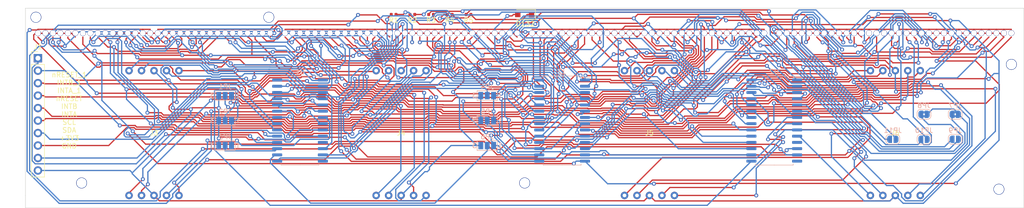
<source format=kicad_pcb>
(kicad_pcb (version 20171130) (host pcbnew "(5.1.5-0-10_14)")
  (layers (0 F.Cu signal) (31 B.Cu signal) (34 B.Paste user) (35 F.Paste user) (36 B.SilkS user) (37 F.SilkS user) (38 B.Mask user) (39 F.Mask user) (44 Edge.Cuts user))
  (net 0 "")
  (net 1 GND)
  (net 2 +3V3)
  (net 3 nRESET_1)
  (net 4 INTB_1)
  (net 5 INTA_1)
  (net 6 nRESET)
  (net 7 INTB)
  (net 8 INTA)
  (net 9 SCL)
  (net 10 SDA)
  (net 11 /Sheet5E07A93D/A2)
  (net 12 /Sheet5E07A93D/A0)
  (net 13 /Sheet5E07A93D/A2_1)
  (net 14 /Sheet5E07A93D/A0_1)
  (net 15 /Sheet5E07A93D/A1)
  (net 16 /Sheet5E07A93D/A1_1)
  (net 17 "Net-(D1-Pad1)")
  (net 18 "Net-(D1-Pad2)")
  (net 19 "Net-(D114-Pad2)")
  (net 20 "Net-(D115-Pad2)")
  (net 21 "Net-(D101-Pad2)")
  (net 22 "Net-(D102-Pad2)")
  (net 23 "Net-(D103-Pad2)")
  (net 24 "Net-(D104-Pad2)")
  (net 25 "Net-(D105-Pad2)")
  (net 26 "Net-(D10-Pad2)")
  (net 27 "Net-(D107-Pad2)")
  (net 28 "Net-(D108-Pad2)")
  (net 29 "Net-(D111-Pad2)")
  (net 30 "Net-(D112-Pad2)")
  (net 31 "Net-(D17-Pad1)")
  (net 32 "Net-(D100-Pad1)")
  (net 33 "Net-(J3-Pad9)")
  (net 34 "Net-(J3-Pad10)")
  (net 35 "Net-(J3-Pad7)")
  (net 36 "Net-(J3-Pad6)")
  (net 37 "Net-(J3-Pad5)")
  (net 38 "Net-(J3-Pad4)")
  (net 39 "Net-(J3-Pad2)")
  (net 40 "Net-(J3-Pad1)")
  (net 41 "Net-(J4-Pad1)")
  (net 42 "Net-(J4-Pad2)")
  (net 43 "Net-(J4-Pad4)")
  (net 44 "Net-(J4-Pad5)")
  (net 45 "Net-(J4-Pad6)")
  (net 46 "Net-(J4-Pad7)")
  (net 47 "Net-(J4-Pad10)")
  (net 48 "Net-(J4-Pad9)")
  (net 49 "Net-(J5-Pad9)")
  (net 50 "Net-(J5-Pad10)")
  (net 51 "Net-(J5-Pad7)")
  (net 52 "Net-(J5-Pad6)")
  (net 53 "Net-(J5-Pad5)")
  (net 54 "Net-(J5-Pad4)")
  (net 55 "Net-(J5-Pad2)")
  (net 56 "Net-(J5-Pad1)")
  (net 57 "Net-(J6-Pad1)")
  (net 58 "Net-(J6-Pad2)")
  (net 59 "Net-(J6-Pad4)")
  (net 60 "Net-(J6-Pad5)")
  (net 61 "Net-(J6-Pad6)")
  (net 62 "Net-(J6-Pad7)")
  (net 63 "Net-(J6-Pad10)")
  (net 64 "Net-(J6-Pad9)")
  (net 65 "Net-(D106-Pad2)")
  (net 66 "Net-(D11-Pad2)")
  (net 67 "Net-(D113-Pad2)")
  (net 68 "Net-(D34-Pad1)")
  (net 69 "Net-(D50-Pad1)")
  (net 70 "Net-(D67-Pad1)")
  (net 71 "Net-(D83-Pad1)")
  (net 72 "Net-(D116-Pad1)")
  (net 73 "Net-(D132-Pad1)")
  (net 74 "Net-(JP7-Pad2)")
  (net 75 "Net-(JP8-Pad2)")
  (net 76 "Net-(JP9-Pad1)")
  (net 77 "Net-(JP10-Pad1)")
  (net 78 "Net-(JP11-Pad1)")
  (module Rotary_Encoder:EAW0J_FP (layer F.Cu) (at 79.5025 71.12)
    (fp_text reference J3 (at 0 0) (layer F.SilkS))
    (fp_text value Conn_01x10_Female)
    (pad 1 thru_hole circle (at -5.08 -12.7) (size 1.524 1.524) (drill 0.762) (layers *.Cu *.Mask) (net 40 "Net-(J3-Pad1)"))
    (pad 2 thru_hole circle (at -2.54 -12.7) (size 1.524 1.524) (drill 0.762) (layers *.Cu *.Mask) (net 39 "Net-(J3-Pad2)"))
    (pad 3 thru_hole circle (at 0 -12.7) (size 1.524 1.524) (drill 0.762) (layers *.Cu *.Mask) (net 1 GND))
    (pad 4 thru_hole circle (at 2.54 -12.7) (size 1.524 1.524) (drill 0.762) (layers *.Cu *.Mask) (net 38 "Net-(J3-Pad4)"))
    (pad 5 thru_hole circle (at 5.08 -12.7) (size 1.524 1.524) (drill 0.762) (layers *.Cu *.Mask) (net 37 "Net-(J3-Pad5)"))
    (pad 6 thru_hole circle (at -5.08 12.7) (size 1.524 1.524) (drill 0.762) (layers *.Cu *.Mask) (net 36 "Net-(J3-Pad6)"))
    (pad 7 thru_hole circle (at -2.54 12.7) (size 1.524 1.524) (drill 0.762) (layers *.Cu *.Mask) (net 35 "Net-(J3-Pad7)"))
    (pad 8 thru_hole circle (at 0 12.7) (size 1.524 1.524) (drill 0.762) (layers *.Cu *.Mask) (net 1 GND))
    (pad 10 thru_hole circle (at 2.54 12.7) (size 1.524 1.524) (drill 0.762) (layers *.Cu *.Mask) (net 34 "Net-(J3-Pad10)"))
    (pad 9 thru_hole circle (at 5.08 12.7) (size 1.524 1.524) (drill 0.762) (layers *.Cu *.Mask) (net 33 "Net-(J3-Pad9)"))
  )
  (module Rotary_Encoder:EAW0J_FP (layer F.Cu) (at 129.795 71.12)
    (fp_text reference J4 (at 0 0) (layer F.SilkS))
    (fp_text value Conn_01x10_Female)
    (pad 1 thru_hole circle (at -5.08 -12.7) (size 1.524 1.524) (drill 0.762) (layers *.Cu *.Mask) (net 41 "Net-(J4-Pad1)"))
    (pad 2 thru_hole circle (at -2.54 -12.7) (size 1.524 1.524) (drill 0.762) (layers *.Cu *.Mask) (net 42 "Net-(J4-Pad2)"))
    (pad 3 thru_hole circle (at 0 -12.7) (size 1.524 1.524) (drill 0.762) (layers *.Cu *.Mask) (net 1 GND))
    (pad 4 thru_hole circle (at 2.54 -12.7) (size 1.524 1.524) (drill 0.762) (layers *.Cu *.Mask) (net 43 "Net-(J4-Pad4)"))
    (pad 5 thru_hole circle (at 5.08 -12.7) (size 1.524 1.524) (drill 0.762) (layers *.Cu *.Mask) (net 44 "Net-(J4-Pad5)"))
    (pad 6 thru_hole circle (at -5.08 12.7) (size 1.524 1.524) (drill 0.762) (layers *.Cu *.Mask) (net 45 "Net-(J4-Pad6)"))
    (pad 7 thru_hole circle (at -2.54 12.7) (size 1.524 1.524) (drill 0.762) (layers *.Cu *.Mask) (net 46 "Net-(J4-Pad7)"))
    (pad 8 thru_hole circle (at 0 12.7) (size 1.524 1.524) (drill 0.762) (layers *.Cu *.Mask) (net 1 GND))
    (pad 10 thru_hole circle (at 2.54 12.7) (size 1.524 1.524) (drill 0.762) (layers *.Cu *.Mask) (net 47 "Net-(J4-Pad10)"))
    (pad 9 thru_hole circle (at 5.08 12.7) (size 1.524 1.524) (drill 0.762) (layers *.Cu *.Mask) (net 48 "Net-(J4-Pad9)"))
  )
  (module Rotary_Encoder:EAW0J_FP (layer F.Cu) (at 180.34 71.12)
    (fp_text reference J5 (at 0 0) (layer F.SilkS))
    (fp_text value Conn_01x10_Female)
    (pad 1 thru_hole circle (at -5.08 -12.7) (size 1.524 1.524) (drill 0.762) (layers *.Cu *.Mask) (net 56 "Net-(J5-Pad1)"))
    (pad 2 thru_hole circle (at -2.54 -12.7) (size 1.524 1.524) (drill 0.762) (layers *.Cu *.Mask) (net 55 "Net-(J5-Pad2)"))
    (pad 3 thru_hole circle (at 0 -12.7) (size 1.524 1.524) (drill 0.762) (layers *.Cu *.Mask) (net 1 GND))
    (pad 4 thru_hole circle (at 2.54 -12.7) (size 1.524 1.524) (drill 0.762) (layers *.Cu *.Mask) (net 54 "Net-(J5-Pad4)"))
    (pad 5 thru_hole circle (at 5.08 -12.7) (size 1.524 1.524) (drill 0.762) (layers *.Cu *.Mask) (net 53 "Net-(J5-Pad5)"))
    (pad 6 thru_hole circle (at -5.08 12.7) (size 1.524 1.524) (drill 0.762) (layers *.Cu *.Mask) (net 52 "Net-(J5-Pad6)"))
    (pad 7 thru_hole circle (at -2.54 12.7) (size 1.524 1.524) (drill 0.762) (layers *.Cu *.Mask) (net 51 "Net-(J5-Pad7)"))
    (pad 8 thru_hole circle (at 0 12.7) (size 1.524 1.524) (drill 0.762) (layers *.Cu *.Mask) (net 1 GND))
    (pad 10 thru_hole circle (at 2.54 12.7) (size 1.524 1.524) (drill 0.762) (layers *.Cu *.Mask) (net 50 "Net-(J5-Pad10)"))
    (pad 9 thru_hole circle (at 5.08 12.7) (size 1.524 1.524) (drill 0.762) (layers *.Cu *.Mask) (net 49 "Net-(J5-Pad9)"))
  )
  (module Rotary_Encoder:EAW0J_FP (layer F.Cu) (at 230.381 71.12)
    (fp_text reference J6 (at 0 0) (layer F.SilkS))
    (fp_text value Conn_01x10_Female)
    (pad 1 thru_hole circle (at -5.08 -12.7) (size 1.524 1.524) (drill 0.762) (layers *.Cu *.Mask) (net 57 "Net-(J6-Pad1)"))
    (pad 2 thru_hole circle (at -2.54 -12.7) (size 1.524 1.524) (drill 0.762) (layers *.Cu *.Mask) (net 58 "Net-(J6-Pad2)"))
    (pad 3 thru_hole circle (at 0 -12.7) (size 1.524 1.524) (drill 0.762) (layers *.Cu *.Mask) (net 1 GND))
    (pad 4 thru_hole circle (at 2.54 -12.7) (size 1.524 1.524) (drill 0.762) (layers *.Cu *.Mask) (net 59 "Net-(J6-Pad4)"))
    (pad 5 thru_hole circle (at 5.08 -12.7) (size 1.524 1.524) (drill 0.762) (layers *.Cu *.Mask) (net 60 "Net-(J6-Pad5)"))
    (pad 6 thru_hole circle (at -5.08 12.7) (size 1.524 1.524) (drill 0.762) (layers *.Cu *.Mask) (net 61 "Net-(J6-Pad6)"))
    (pad 7 thru_hole circle (at -2.54 12.7) (size 1.524 1.524) (drill 0.762) (layers *.Cu *.Mask) (net 62 "Net-(J6-Pad7)"))
    (pad 8 thru_hole circle (at 0 12.7) (size 1.524 1.524) (drill 0.762) (layers *.Cu *.Mask) (net 1 GND))
    (pad 10 thru_hole circle (at 2.54 12.7) (size 1.524 1.524) (drill 0.762) (layers *.Cu *.Mask) (net 63 "Net-(J6-Pad10)"))
    (pad 9 thru_hole circle (at 5.08 12.7) (size 1.524 1.524) (drill 0.762) (layers *.Cu *.Mask) (net 64 "Net-(J6-Pad9)"))
  )
  (module LED_SMD:LED_0603_1608Metric_FPDrillHoleEC (layer F.Cu) (at 55.88 50.8 270)
    (fp_text reference D1 hide)
    (fp_text value LED)
    (pad "" np_thru_hole circle (at -0.0254 0 270) (size 1.2 1.2) (drill 1.1) (layers *.Cu *.Mask))
  )
  (module LED_SMD:LED_0603_1608Metric_FPDrillHoleEC (layer F.Cu) (at 57.404 50.8 270)
    (fp_text reference D2 hide)
    (fp_text value LED)
    (pad "" np_thru_hole circle (at -0.0254 0 270) (size 1.2 1.2) (drill 1.1) (layers *.Cu *.Mask))
  )
  (module LED_SMD:LED_0603_1608Metric_FPDrillHoleEC (layer F.Cu) (at 58.928 50.8 270)
    (fp_text reference D3 hide)
    (fp_text value LED)
    (pad "" np_thru_hole circle (at -0.0254 0 270) (size 1.2 1.2) (drill 1.1) (layers *.Cu *.Mask))
  )
  (module LED_SMD:LED_0603_1608Metric_FPDrillHoleEC (layer F.Cu) (at 60.452 50.8 270)
    (fp_text reference D4 hide)
    (fp_text value LED)
    (pad "" np_thru_hole circle (at -0.0254 0 270) (size 1.2 1.2) (drill 1.1) (layers *.Cu *.Mask))
  )
  (module LED_SMD:LED_0603_1608Metric_FPDrillHoleEC (layer F.Cu) (at 61.976 50.8 270)
    (fp_text reference D5 hide)
    (fp_text value LED)
    (pad "" np_thru_hole circle (at -0.0254 0 270) (size 1.2 1.2) (drill 1.1) (layers *.Cu *.Mask))
  )
  (module LED_SMD:LED_0603_1608Metric_FPDrillHoleEC (layer F.Cu) (at 63.5 50.8 270)
    (fp_text reference D6 hide)
    (fp_text value LED)
    (pad "" np_thru_hole circle (at -0.0254 0 270) (size 1.2 1.2) (drill 1.1) (layers *.Cu *.Mask))
  )
  (module LED_SMD:LED_0603_1608Metric_FPDrillHoleEC (layer F.Cu) (at 65.024 50.8 270)
    (fp_text reference D7 hide)
    (fp_text value LED)
    (pad "" np_thru_hole circle (at -0.0254 0 270) (size 1.2 1.2) (drill 1.1) (layers *.Cu *.Mask))
  )
  (module LED_SMD:LED_0603_1608Metric_FPDrillHoleEC (layer F.Cu) (at 66.548 50.8 270)
    (fp_text reference D8 hide)
    (fp_text value LED)
    (pad "" np_thru_hole circle (at -0.0254 0 270) (size 1.2 1.2) (drill 1.1) (layers *.Cu *.Mask))
  )
  (module LED_SMD:LED_0603_1608Metric_FPDrillHoleEC (layer F.Cu) (at 68.072 50.8 270)
    (fp_text reference D9 hide)
    (fp_text value LED)
    (pad "" np_thru_hole circle (at -0.0254 0 270) (size 1.2 1.2) (drill 1.1) (layers *.Cu *.Mask))
  )
  (module LED_SMD:LED_0603_1608Metric_FPDrillHoleEC (layer F.Cu) (at 69.596 50.8 270)
    (fp_text reference D10 hide)
    (fp_text value LED)
    (pad "" np_thru_hole circle (at -0.0254 0 270) (size 1.2 1.2) (drill 1.1) (layers *.Cu *.Mask))
  )
  (module LED_SMD:LED_0603_1608Metric_FPDrillHoleEC (layer F.Cu) (at 71.12 50.8 270)
    (fp_text reference D11 hide)
    (fp_text value LED)
    (pad "" np_thru_hole circle (at -0.0254 0 270) (size 1.2 1.2) (drill 1.1) (layers *.Cu *.Mask))
  )
  (module LED_SMD:LED_0603_1608Metric_FPDrillHoleEC (layer F.Cu) (at 72.644 50.8 270)
    (fp_text reference D12 hide)
    (fp_text value LED)
    (pad "" np_thru_hole circle (at -0.0254 0 270) (size 1.2 1.2) (drill 1.1) (layers *.Cu *.Mask))
  )
  (module LED_SMD:LED_0603_1608Metric_FPDrillHoleEC (layer F.Cu) (at 74.168 50.8 270)
    (fp_text reference D13 hide)
    (fp_text value LED)
    (pad "" np_thru_hole circle (at -0.0254 0 270) (size 1.2 1.2) (drill 1.1) (layers *.Cu *.Mask))
  )
  (module LED_SMD:LED_0603_1608Metric_FPDrillHoleEC (layer F.Cu) (at 75.692 50.8 270)
    (fp_text reference D14 hide)
    (fp_text value LED)
    (pad "" np_thru_hole circle (at -0.0254 0 270) (size 1.2 1.2) (drill 1.1) (layers *.Cu *.Mask))
  )
  (module LED_SMD:LED_0603_1608Metric_FPDrillHoleEC (layer F.Cu) (at 77.216 50.8 270)
    (fp_text reference D15 hide)
    (fp_text value LED)
    (pad "" np_thru_hole circle (at -0.0254 0 270) (size 1.2 1.2) (drill 1.1) (layers *.Cu *.Mask))
  )
  (module LED_SMD:LED_0603_1608Metric_FPDrillHoleEC (layer F.Cu) (at 78.74 50.8 270)
    (fp_text reference D16 hide)
    (fp_text value LED)
    (pad "" np_thru_hole circle (at -0.0254 0 270) (size 1.2 1.2) (drill 1.1) (layers *.Cu *.Mask))
  )
  (module LED_SMD:LED_0603_1608Metric_FPDrillHoleEC (layer F.Cu) (at 80.264 50.8 270)
    (fp_text reference D17 hide)
    (fp_text value LED)
    (pad "" np_thru_hole circle (at -0.0254 0 270) (size 1.2 1.2) (drill 1.1) (layers *.Cu *.Mask))
  )
  (module LED_SMD:LED_0603_1608Metric_FPDrillHoleEC (layer F.Cu) (at 81.788 50.8 270)
    (fp_text reference D18 hide)
    (fp_text value LED)
    (pad "" np_thru_hole circle (at -0.0254 0 270) (size 1.2 1.2) (drill 1.1) (layers *.Cu *.Mask))
  )
  (module LED_SMD:LED_0603_1608Metric_FPDrillHoleEC (layer F.Cu) (at 83.312 50.8 270)
    (fp_text reference D19 hide)
    (fp_text value LED)
    (pad "" np_thru_hole circle (at -0.0254 0 270) (size 1.2 1.2) (drill 1.1) (layers *.Cu *.Mask))
  )
  (module LED_SMD:LED_0603_1608Metric_FPDrillHoleEC (layer F.Cu) (at 84.836 50.8 270)
    (fp_text reference D20 hide)
    (fp_text value LED)
    (pad "" np_thru_hole circle (at -0.0254 0 270) (size 1.2 1.2) (drill 1.1) (layers *.Cu *.Mask))
  )
  (module LED_SMD:LED_0603_1608Metric_FPDrillHoleEC (layer F.Cu) (at 86.36 50.8 270)
    (fp_text reference D21 hide)
    (fp_text value LED)
    (pad "" np_thru_hole circle (at -0.0254 0 270) (size 1.2 1.2) (drill 1.1) (layers *.Cu *.Mask))
  )
  (module LED_SMD:LED_0603_1608Metric_FPDrillHoleEC (layer F.Cu) (at 87.884 50.8 270)
    (fp_text reference D22 hide)
    (fp_text value LED)
    (pad "" np_thru_hole circle (at -0.0254 0 270) (size 1.2 1.2) (drill 1.1) (layers *.Cu *.Mask))
  )
  (module LED_SMD:LED_0603_1608Metric_FPDrillHoleEC (layer F.Cu) (at 89.408 50.8 270)
    (fp_text reference D23 hide)
    (fp_text value LED)
    (pad "" np_thru_hole circle (at -0.0254 0 270) (size 1.2 1.2) (drill 1.1) (layers *.Cu *.Mask))
  )
  (module LED_SMD:LED_0603_1608Metric_FPDrillHoleEC (layer F.Cu) (at 90.932 50.8 270)
    (fp_text reference D24 hide)
    (fp_text value LED)
    (pad "" np_thru_hole circle (at -0.0254 0 270) (size 1.2 1.2) (drill 1.1) (layers *.Cu *.Mask))
  )
  (module LED_SMD:LED_0603_1608Metric_FPDrillHoleEC (layer F.Cu) (at 92.456 50.8 270)
    (fp_text reference D25 hide)
    (fp_text value LED)
    (pad "" np_thru_hole circle (at -0.0254 0 270) (size 1.2 1.2) (drill 1.1) (layers *.Cu *.Mask))
  )
  (module LED_SMD:LED_0603_1608Metric_FPDrillHoleEC (layer F.Cu) (at 93.98 50.8 270)
    (fp_text reference D26 hide)
    (fp_text value LED)
    (pad "" np_thru_hole circle (at -0.0254 0 270) (size 1.2 1.2) (drill 1.1) (layers *.Cu *.Mask))
  )
  (module LED_SMD:LED_0603_1608Metric_FPDrillHoleEC (layer F.Cu) (at 95.504 50.8 270)
    (fp_text reference D27 hide)
    (fp_text value LED)
    (pad "" np_thru_hole circle (at -0.0254 0 270) (size 1.2 1.2) (drill 1.1) (layers *.Cu *.Mask))
  )
  (module LED_SMD:LED_0603_1608Metric_FPDrillHoleEC (layer F.Cu) (at 97.028 50.8 270)
    (fp_text reference D28 hide)
    (fp_text value LED)
    (pad "" np_thru_hole circle (at -0.0254 0 270) (size 1.2 1.2) (drill 1.1) (layers *.Cu *.Mask))
  )
  (module LED_SMD:LED_0603_1608Metric_FPDrillHoleEC (layer F.Cu) (at 98.552 50.8 270)
    (fp_text reference D29 hide)
    (fp_text value LED)
    (pad "" np_thru_hole circle (at -0.0254 0 270) (size 1.2 1.2) (drill 1.1) (layers *.Cu *.Mask))
  )
  (module LED_SMD:LED_0603_1608Metric_FPDrillHoleEC (layer F.Cu) (at 100.076 50.8 270)
    (fp_text reference D30 hide)
    (fp_text value LED)
    (pad "" np_thru_hole circle (at -0.0254 0 270) (size 1.2 1.2) (drill 1.1) (layers *.Cu *.Mask))
  )
  (module LED_SMD:LED_0603_1608Metric_FPDrillHoleEC (layer F.Cu) (at 101.6 50.8 270)
    (fp_text reference D31 hide)
    (fp_text value LED)
    (pad "" np_thru_hole circle (at -0.0254 0 270) (size 1.2 1.2) (drill 1.1) (layers *.Cu *.Mask))
  )
  (module LED_SMD:LED_0603_1608Metric_FPDrillHoleEC (layer F.Cu) (at 103.124 50.8 270)
    (fp_text reference D32 hide)
    (fp_text value LED)
    (pad "" np_thru_hole circle (at -0.0254 0 270) (size 1.2 1.2) (drill 1.1) (layers *.Cu *.Mask))
  )
  (module LED_SMD:LED_0603_1608Metric_FPDrillHoleEC (layer F.Cu) (at 106.172 50.8 270)
    (fp_text reference D34 hide)
    (fp_text value LED)
    (pad "" np_thru_hole circle (at -0.0254 0 270) (size 1.2 1.2) (drill 1.1) (layers *.Cu *.Mask))
  )
  (module LED_SMD:LED_0603_1608Metric_FPDrillHoleEC (layer F.Cu) (at 107.696 50.8 270)
    (fp_text reference D35 hide)
    (fp_text value LED)
    (pad "" np_thru_hole circle (at -0.0254 0 270) (size 1.2 1.2) (drill 1.1) (layers *.Cu *.Mask))
  )
  (module LED_SMD:LED_0603_1608Metric_FPDrillHoleEC (layer F.Cu) (at 109.22 50.8 270)
    (fp_text reference D36 hide)
    (fp_text value LED)
    (pad "" np_thru_hole circle (at -0.0254 0 270) (size 1.2 1.2) (drill 1.1) (layers *.Cu *.Mask))
  )
  (module LED_SMD:LED_0603_1608Metric_FPDrillHoleEC (layer F.Cu) (at 110.744 50.8 270)
    (fp_text reference D37 hide)
    (fp_text value LED)
    (pad "" np_thru_hole circle (at -0.0254 0 270) (size 1.2 1.2) (drill 1.1) (layers *.Cu *.Mask))
  )
  (module LED_SMD:LED_0603_1608Metric_FPDrillHoleEC (layer F.Cu) (at 112.268 50.8 270)
    (fp_text reference D38 hide)
    (fp_text value LED)
    (pad "" np_thru_hole circle (at -0.0254 0 270) (size 1.2 1.2) (drill 1.1) (layers *.Cu *.Mask))
  )
  (module LED_SMD:LED_0603_1608Metric_FPDrillHoleEC (layer F.Cu) (at 113.792 50.8 270)
    (fp_text reference D39 hide)
    (fp_text value LED)
    (pad "" np_thru_hole circle (at -0.0254 0 270) (size 1.2 1.2) (drill 1.1) (layers *.Cu *.Mask))
  )
  (module LED_SMD:LED_0603_1608Metric_FPDrillHoleEC (layer F.Cu) (at 115.316 50.8 270)
    (fp_text reference D40 hide)
    (fp_text value LED)
    (pad "" np_thru_hole circle (at -0.0254 0 270) (size 1.2 1.2) (drill 1.1) (layers *.Cu *.Mask))
  )
  (module LED_SMD:LED_0603_1608Metric_FPDrillHoleEC (layer F.Cu) (at 116.84 50.8 270)
    (fp_text reference D41 hide)
    (fp_text value LED)
    (pad "" np_thru_hole circle (at -0.0254 0 270) (size 1.2 1.2) (drill 1.1) (layers *.Cu *.Mask))
  )
  (module LED_SMD:LED_0603_1608Metric_FPDrillHoleEC (layer F.Cu) (at 118.364 50.8 270)
    (fp_text reference D42 hide)
    (fp_text value LED)
    (pad "" np_thru_hole circle (at -0.0254 0 270) (size 1.2 1.2) (drill 1.1) (layers *.Cu *.Mask))
  )
  (module LED_SMD:LED_0603_1608Metric_FPDrillHoleEC (layer F.Cu) (at 119.888 50.8 270)
    (fp_text reference D43 hide)
    (fp_text value LED)
    (pad "" np_thru_hole circle (at -0.0254 0 270) (size 1.2 1.2) (drill 1.1) (layers *.Cu *.Mask))
  )
  (module LED_SMD:LED_0603_1608Metric_FPDrillHoleEC (layer F.Cu) (at 121.412 50.8 270)
    (fp_text reference D44 hide)
    (fp_text value LED)
    (pad "" np_thru_hole circle (at -0.0254 0 270) (size 1.2 1.2) (drill 1.1) (layers *.Cu *.Mask))
  )
  (module LED_SMD:LED_0603_1608Metric_FPDrillHoleEC (layer F.Cu) (at 122.936 50.8 270)
    (fp_text reference D45 hide)
    (fp_text value LED)
    (pad "" np_thru_hole circle (at -0.0254 0 270) (size 1.2 1.2) (drill 1.1) (layers *.Cu *.Mask))
  )
  (module LED_SMD:LED_0603_1608Metric_FPDrillHoleEC (layer F.Cu) (at 124.46 50.8 270)
    (fp_text reference D46 hide)
    (fp_text value LED)
    (pad "" np_thru_hole circle (at -0.0254 0 270) (size 1.2 1.2) (drill 1.1) (layers *.Cu *.Mask))
  )
  (module LED_SMD:LED_0603_1608Metric_FPDrillHoleEC (layer F.Cu) (at 125.984 50.8 270)
    (fp_text reference D47 hide)
    (fp_text value LED)
    (pad "" np_thru_hole circle (at -0.0254 0 270) (size 1.2 1.2) (drill 1.1) (layers *.Cu *.Mask))
  )
  (module LED_SMD:LED_0603_1608Metric_FPDrillHoleEC (layer F.Cu) (at 127.508 50.8 270)
    (fp_text reference D48 hide)
    (fp_text value LED)
    (pad "" np_thru_hole circle (at -0.0254 0 270) (size 1.2 1.2) (drill 1.1) (layers *.Cu *.Mask))
  )
  (module LED_SMD:LED_0603_1608Metric_FPDrillHoleEC (layer F.Cu) (at 129.032 50.8 270)
    (fp_text reference D49 hide)
    (fp_text value LED)
    (pad "" np_thru_hole circle (at -0.0254 0 270) (size 1.2 1.2) (drill 1.1) (layers *.Cu *.Mask))
  )
  (module LED_SMD:LED_0603_1608Metric_FPDrillHoleEC (layer F.Cu) (at 130.556 50.8 270)
    (fp_text reference D50 hide)
    (fp_text value LED)
    (pad "" np_thru_hole circle (at -0.0254 0 270) (size 1.2 1.2) (drill 1.1) (layers *.Cu *.Mask))
  )
  (module LED_SMD:LED_0603_1608Metric_FPDrillHoleEC (layer F.Cu) (at 132.08 50.8 270)
    (fp_text reference D51 hide)
    (fp_text value LED)
    (pad "" np_thru_hole circle (at -0.0254 0 270) (size 1.2 1.2) (drill 1.1) (layers *.Cu *.Mask))
  )
  (module LED_SMD:LED_0603_1608Metric_FPDrillHoleEC (layer F.Cu) (at 133.604 50.8 270)
    (fp_text reference D52 hide)
    (fp_text value LED)
    (pad "" np_thru_hole circle (at -0.0254 0 270) (size 1.2 1.2) (drill 1.1) (layers *.Cu *.Mask))
  )
  (module LED_SMD:LED_0603_1608Metric_FPDrillHoleEC (layer F.Cu) (at 135.128 50.8 270)
    (fp_text reference D53 hide)
    (fp_text value LED)
    (pad "" np_thru_hole circle (at -0.0254 0 270) (size 1.2 1.2) (drill 1.1) (layers *.Cu *.Mask))
  )
  (module LED_SMD:LED_0603_1608Metric_FPDrillHoleEC (layer F.Cu) (at 136.652 50.8 270)
    (fp_text reference D54 hide)
    (fp_text value LED)
    (pad "" np_thru_hole circle (at -0.0254 0 270) (size 1.2 1.2) (drill 1.1) (layers *.Cu *.Mask))
  )
  (module LED_SMD:LED_0603_1608Metric_FPDrillHoleEC (layer F.Cu) (at 138.176 50.8 270)
    (fp_text reference D55 hide)
    (fp_text value LED)
    (pad "" np_thru_hole circle (at -0.0254 0 270) (size 1.2 1.2) (drill 1.1) (layers *.Cu *.Mask))
  )
  (module LED_SMD:LED_0603_1608Metric_FPDrillHoleEC (layer F.Cu) (at 139.7 50.8 270)
    (fp_text reference D56 hide)
    (fp_text value LED)
    (pad "" np_thru_hole circle (at -0.0254 0 270) (size 1.2 1.2) (drill 1.1) (layers *.Cu *.Mask))
  )
  (module LED_SMD:LED_0603_1608Metric_FPDrillHoleEC (layer F.Cu) (at 141.224 50.8 270)
    (fp_text reference D57 hide)
    (fp_text value LED)
    (pad "" np_thru_hole circle (at -0.0254 0 270) (size 1.2 1.2) (drill 1.1) (layers *.Cu *.Mask))
  )
  (module LED_SMD:LED_0603_1608Metric_FPDrillHoleEC (layer F.Cu) (at 142.748 50.8 270)
    (fp_text reference D58 hide)
    (fp_text value LED)
    (pad "" np_thru_hole circle (at -0.0254 0 270) (size 1.2 1.2) (drill 1.1) (layers *.Cu *.Mask))
  )
  (module LED_SMD:LED_0603_1608Metric_FPDrillHoleEC (layer F.Cu) (at 144.272 50.8 270)
    (fp_text reference D59 hide)
    (fp_text value LED)
    (pad "" np_thru_hole circle (at -0.0254 0 270) (size 1.2 1.2) (drill 1.1) (layers *.Cu *.Mask))
  )
  (module LED_SMD:LED_0603_1608Metric_FPDrillHoleEC (layer F.Cu) (at 145.796 50.8 270)
    (fp_text reference D60 hide)
    (fp_text value LED)
    (pad "" np_thru_hole circle (at -0.0254 0 270) (size 1.2 1.2) (drill 1.1) (layers *.Cu *.Mask))
  )
  (module LED_SMD:LED_0603_1608Metric_FPDrillHoleEC (layer F.Cu) (at 147.32 50.8 270)
    (fp_text reference D61 hide)
    (fp_text value LED)
    (pad "" np_thru_hole circle (at -0.0254 0 270) (size 1.2 1.2) (drill 1.1) (layers *.Cu *.Mask))
  )
  (module LED_SMD:LED_0603_1608Metric_FPDrillHoleEC (layer F.Cu) (at 148.844 50.8 270)
    (fp_text reference D62 hide)
    (fp_text value LED)
    (pad "" np_thru_hole circle (at -0.0254 0 270) (size 1.2 1.2) (drill 1.1) (layers *.Cu *.Mask))
  )
  (module LED_SMD:LED_0603_1608Metric_FPDrillHoleEC (layer F.Cu) (at 150.368 50.8 270)
    (fp_text reference D63 hide)
    (fp_text value LED)
    (pad "" np_thru_hole circle (at -0.0254 0 270) (size 1.2 1.2) (drill 1.1) (layers *.Cu *.Mask))
  )
  (module LED_SMD:LED_0603_1608Metric_FPDrillHoleEC (layer F.Cu) (at 151.892 50.8 270)
    (fp_text reference D64 hide)
    (fp_text value LED)
    (pad "" np_thru_hole circle (at -0.0254 0 270) (size 1.2 1.2) (drill 1.1) (layers *.Cu *.Mask))
  )
  (module LED_SMD:LED_0603_1608Metric_FPDrillHoleEC (layer F.Cu) (at 153.416 50.8 270)
    (fp_text reference D65 hide)
    (fp_text value LED)
    (pad "" np_thru_hole circle (at -0.0254 0 270) (size 1.2 1.2) (drill 1.1) (layers *.Cu *.Mask))
  )
  (module LED_SMD:LED_0603_1608Metric_FPDrillHoleEC (layer F.Cu) (at 156.464 50.8 270)
    (fp_text reference D67 hide)
    (fp_text value LED)
    (pad "" np_thru_hole circle (at -0.0254 0 270) (size 1.2 1.2) (drill 1.1) (layers *.Cu *.Mask))
  )
  (module LED_SMD:LED_0603_1608Metric_FPDrillHoleEC (layer F.Cu) (at 157.988 50.8 270)
    (fp_text reference D68 hide)
    (fp_text value LED)
    (pad "" np_thru_hole circle (at -0.0254 0 270) (size 1.2 1.2) (drill 1.1) (layers *.Cu *.Mask))
  )
  (module LED_SMD:LED_0603_1608Metric_FPDrillHoleEC (layer F.Cu) (at 159.512 50.8 270)
    (fp_text reference D69 hide)
    (fp_text value LED)
    (pad "" np_thru_hole circle (at -0.0254 0 270) (size 1.2 1.2) (drill 1.1) (layers *.Cu *.Mask))
  )
  (module LED_SMD:LED_0603_1608Metric_FPDrillHoleEC (layer F.Cu) (at 161.036 50.8 270)
    (fp_text reference D70 hide)
    (fp_text value LED)
    (pad "" np_thru_hole circle (at -0.0254 0 270) (size 1.2 1.2) (drill 1.1) (layers *.Cu *.Mask))
  )
  (module LED_SMD:LED_0603_1608Metric_FPDrillHoleEC (layer F.Cu) (at 162.56 50.8 270)
    (fp_text reference D71 hide)
    (fp_text value LED)
    (pad "" np_thru_hole circle (at -0.0254 0 270) (size 1.2 1.2) (drill 1.1) (layers *.Cu *.Mask))
  )
  (module LED_SMD:LED_0603_1608Metric_FPDrillHoleEC (layer F.Cu) (at 164.084 50.8 270)
    (fp_text reference D72 hide)
    (fp_text value LED)
    (pad "" np_thru_hole circle (at -0.0254 0 270) (size 1.2 1.2) (drill 1.1) (layers *.Cu *.Mask))
  )
  (module LED_SMD:LED_0603_1608Metric_FPDrillHoleEC (layer F.Cu) (at 165.608 50.8 270)
    (fp_text reference D73 hide)
    (fp_text value LED)
    (pad "" np_thru_hole circle (at -0.0254 0 270) (size 1.2 1.2) (drill 1.1) (layers *.Cu *.Mask))
  )
  (module LED_SMD:LED_0603_1608Metric_FPDrillHoleEC (layer F.Cu) (at 167.132 50.8 270)
    (fp_text reference D74 hide)
    (fp_text value LED)
    (pad "" np_thru_hole circle (at -0.0254 0 270) (size 1.2 1.2) (drill 1.1) (layers *.Cu *.Mask))
  )
  (module LED_SMD:LED_0603_1608Metric_FPDrillHoleEC (layer F.Cu) (at 168.656 50.8 270)
    (fp_text reference D75 hide)
    (fp_text value LED)
    (pad "" np_thru_hole circle (at -0.0254 0 270) (size 1.2 1.2) (drill 1.1) (layers *.Cu *.Mask))
  )
  (module LED_SMD:LED_0603_1608Metric_FPDrillHoleEC (layer F.Cu) (at 170.18 50.8 270)
    (fp_text reference D76 hide)
    (fp_text value LED)
    (pad "" np_thru_hole circle (at -0.0254 0 270) (size 1.2 1.2) (drill 1.1) (layers *.Cu *.Mask))
  )
  (module LED_SMD:LED_0603_1608Metric_FPDrillHoleEC (layer F.Cu) (at 171.704 50.8 270)
    (fp_text reference D77 hide)
    (fp_text value LED)
    (pad "" np_thru_hole circle (at -0.0254 0 270) (size 1.2 1.2) (drill 1.1) (layers *.Cu *.Mask))
  )
  (module LED_SMD:LED_0603_1608Metric_FPDrillHoleEC (layer F.Cu) (at 173.228 50.8 270)
    (fp_text reference D78 hide)
    (fp_text value LED)
    (pad "" np_thru_hole circle (at -0.0254 0 270) (size 1.2 1.2) (drill 1.1) (layers *.Cu *.Mask))
  )
  (module LED_SMD:LED_0603_1608Metric_FPDrillHoleEC (layer F.Cu) (at 174.752 50.8 270)
    (fp_text reference D79 hide)
    (fp_text value LED)
    (pad "" np_thru_hole circle (at -0.0254 0 270) (size 1.2 1.2) (drill 1.1) (layers *.Cu *.Mask))
  )
  (module LED_SMD:LED_0603_1608Metric_FPDrillHoleEC (layer F.Cu) (at 176.276 50.8 270)
    (fp_text reference D80 hide)
    (fp_text value LED)
    (pad "" np_thru_hole circle (at -0.0254 0 270) (size 1.2 1.2) (drill 1.1) (layers *.Cu *.Mask))
  )
  (module LED_SMD:LED_0603_1608Metric_FPDrillHoleEC (layer F.Cu) (at 177.8 50.8 270)
    (fp_text reference D81 hide)
    (fp_text value LED)
    (pad "" np_thru_hole circle (at -0.0254 0 270) (size 1.2 1.2) (drill 1.1) (layers *.Cu *.Mask))
  )
  (module LED_SMD:LED_0603_1608Metric_FPDrillHoleEC (layer F.Cu) (at 179.324 50.8 270)
    (fp_text reference D82 hide)
    (fp_text value LED)
    (pad "" np_thru_hole circle (at -0.0254 0 270) (size 1.2 1.2) (drill 1.1) (layers *.Cu *.Mask))
  )
  (module LED_SMD:LED_0603_1608Metric_FPDrillHoleEC (layer F.Cu) (at 180.848 50.8 270)
    (fp_text reference D83 hide)
    (fp_text value LED)
    (pad "" np_thru_hole circle (at -0.0254 0 270) (size 1.2 1.2) (drill 1.1) (layers *.Cu *.Mask))
  )
  (module LED_SMD:LED_0603_1608Metric_FPDrillHoleEC (layer F.Cu) (at 182.372 50.8 270)
    (fp_text reference D84 hide)
    (fp_text value LED)
    (pad "" np_thru_hole circle (at -0.0254 0 270) (size 1.2 1.2) (drill 1.1) (layers *.Cu *.Mask))
  )
  (module LED_SMD:LED_0603_1608Metric_FPDrillHoleEC (layer F.Cu) (at 183.896 50.8 270)
    (fp_text reference D85 hide)
    (fp_text value LED)
    (pad "" np_thru_hole circle (at -0.0254 0 270) (size 1.2 1.2) (drill 1.1) (layers *.Cu *.Mask))
  )
  (module LED_SMD:LED_0603_1608Metric_FPDrillHoleEC (layer F.Cu) (at 185.42 50.8 270)
    (fp_text reference D86 hide)
    (fp_text value LED)
    (pad "" np_thru_hole circle (at -0.0254 0 270) (size 1.2 1.2) (drill 1.1) (layers *.Cu *.Mask))
  )
  (module LED_SMD:LED_0603_1608Metric_FPDrillHoleEC (layer F.Cu) (at 186.944 50.8 270)
    (fp_text reference D87 hide)
    (fp_text value LED)
    (pad "" np_thru_hole circle (at -0.0254 0 270) (size 1.2 1.2) (drill 1.1) (layers *.Cu *.Mask))
  )
  (module LED_SMD:LED_0603_1608Metric_FPDrillHoleEC (layer F.Cu) (at 188.468 50.8 270)
    (fp_text reference D88 hide)
    (fp_text value LED)
    (pad "" np_thru_hole circle (at -0.0254 0 270) (size 1.2 1.2) (drill 1.1) (layers *.Cu *.Mask))
  )
  (module LED_SMD:LED_0603_1608Metric_FPDrillHoleEC (layer F.Cu) (at 189.992 50.8 270)
    (fp_text reference D89 hide)
    (fp_text value LED)
    (pad "" np_thru_hole circle (at -0.0254 0 270) (size 1.2 1.2) (drill 1.1) (layers *.Cu *.Mask))
  )
  (module LED_SMD:LED_0603_1608Metric_FPDrillHoleEC (layer F.Cu) (at 191.516 50.8 270)
    (fp_text reference D90 hide)
    (fp_text value LED)
    (pad "" np_thru_hole circle (at -0.0254 0 270) (size 1.2 1.2) (drill 1.1) (layers *.Cu *.Mask))
  )
  (module LED_SMD:LED_0603_1608Metric_FPDrillHoleEC (layer F.Cu) (at 193.04 50.8 270)
    (fp_text reference D91 hide)
    (fp_text value LED)
    (pad "" np_thru_hole circle (at -0.0254 0 270) (size 1.2 1.2) (drill 1.1) (layers *.Cu *.Mask))
  )
  (module LED_SMD:LED_0603_1608Metric_FPDrillHoleEC (layer F.Cu) (at 194.564 50.8 270)
    (fp_text reference D92 hide)
    (fp_text value LED)
    (pad "" np_thru_hole circle (at -0.0254 0 270) (size 1.2 1.2) (drill 1.1) (layers *.Cu *.Mask))
  )
  (module LED_SMD:LED_0603_1608Metric_FPDrillHoleEC (layer F.Cu) (at 196.088 50.8 270)
    (fp_text reference D93 hide)
    (fp_text value LED)
    (pad "" np_thru_hole circle (at -0.0254 0 270) (size 1.2 1.2) (drill 1.1) (layers *.Cu *.Mask))
  )
  (module LED_SMD:LED_0603_1608Metric_FPDrillHoleEC (layer F.Cu) (at 197.612 50.8 270)
    (fp_text reference D94 hide)
    (fp_text value LED)
    (pad "" np_thru_hole circle (at -0.0254 0 270) (size 1.2 1.2) (drill 1.1) (layers *.Cu *.Mask))
  )
  (module LED_SMD:LED_0603_1608Metric_FPDrillHoleEC (layer F.Cu) (at 199.136 50.8 270)
    (fp_text reference D95 hide)
    (fp_text value LED)
    (pad "" np_thru_hole circle (at -0.0254 0 270) (size 1.2 1.2) (drill 1.1) (layers *.Cu *.Mask))
  )
  (module LED_SMD:LED_0603_1608Metric_FPDrillHoleEC (layer F.Cu) (at 200.66 50.8 270)
    (fp_text reference D96 hide)
    (fp_text value LED)
    (pad "" np_thru_hole circle (at -0.0254 0 270) (size 1.2 1.2) (drill 1.1) (layers *.Cu *.Mask))
  )
  (module LED_SMD:LED_0603_1608Metric_FPDrillHoleEC (layer F.Cu) (at 202.184 50.8 270)
    (fp_text reference D97 hide)
    (fp_text value LED)
    (pad "" np_thru_hole circle (at -0.0254 0 270) (size 1.2 1.2) (drill 1.1) (layers *.Cu *.Mask))
  )
  (module LED_SMD:LED_0603_1608Metric_FPDrillHoleEC (layer F.Cu) (at 203.708 50.8 270)
    (fp_text reference D98 hide)
    (fp_text value LED)
    (pad "" np_thru_hole circle (at -0.0254 0 270) (size 1.2 1.2) (drill 1.1) (layers *.Cu *.Mask))
  )
  (module LED_SMD:LED_0603_1608Metric_FPDrillHoleEC (layer F.Cu) (at 206.756 50.8 270)
    (fp_text reference D100 hide)
    (fp_text value LED)
    (pad "" np_thru_hole circle (at -0.0254 0 270) (size 1.2 1.2) (drill 1.1) (layers *.Cu *.Mask))
  )
  (module LED_SMD:LED_0603_1608Metric_FPDrillHoleEC (layer F.Cu) (at 208.28 50.8 270)
    (fp_text reference D101 hide)
    (fp_text value LED)
    (pad "" np_thru_hole circle (at -0.0254 0 270) (size 1.2 1.2) (drill 1.1) (layers *.Cu *.Mask))
  )
  (module LED_SMD:LED_0603_1608Metric_FPDrillHoleEC (layer F.Cu) (at 209.804 50.8 270)
    (fp_text reference D102 hide)
    (fp_text value LED)
    (pad "" np_thru_hole circle (at -0.0254 0 270) (size 1.2 1.2) (drill 1.1) (layers *.Cu *.Mask))
  )
  (module LED_SMD:LED_0603_1608Metric_FPDrillHoleEC (layer F.Cu) (at 211.328 50.8 270)
    (fp_text reference D103 hide)
    (fp_text value LED)
    (pad "" np_thru_hole circle (at -0.0254 0 270) (size 1.2 1.2) (drill 1.1) (layers *.Cu *.Mask))
  )
  (module LED_SMD:LED_0603_1608Metric_FPDrillHoleEC (layer F.Cu) (at 212.852 50.8 270)
    (fp_text reference D104 hide)
    (fp_text value LED)
    (pad "" np_thru_hole circle (at -0.0254 0 270) (size 1.2 1.2) (drill 1.1) (layers *.Cu *.Mask))
  )
  (module LED_SMD:LED_0603_1608Metric_FPDrillHoleEC (layer F.Cu) (at 214.376 50.8 270)
    (fp_text reference D105 hide)
    (fp_text value LED)
    (pad "" np_thru_hole circle (at -0.0254 0 270) (size 1.2 1.2) (drill 1.1) (layers *.Cu *.Mask))
  )
  (module LED_SMD:LED_0603_1608Metric_FPDrillHoleEC (layer F.Cu) (at 215.9 50.8 270)
    (fp_text reference D106 hide)
    (fp_text value LED)
    (pad "" np_thru_hole circle (at -0.0254 0 270) (size 1.2 1.2) (drill 1.1) (layers *.Cu *.Mask))
  )
  (module LED_SMD:LED_0603_1608Metric_FPDrillHoleEC (layer F.Cu) (at 217.424 50.8 270)
    (fp_text reference D107 hide)
    (fp_text value LED)
    (pad "" np_thru_hole circle (at -0.0254 0 270) (size 1.2 1.2) (drill 1.1) (layers *.Cu *.Mask))
  )
  (module LED_SMD:LED_0603_1608Metric_FPDrillHoleEC (layer F.Cu) (at 218.948 50.8 270)
    (fp_text reference D108 hide)
    (fp_text value LED)
    (pad "" np_thru_hole circle (at -0.0254 0 270) (size 1.2 1.2) (drill 1.1) (layers *.Cu *.Mask))
  )
  (module LED_SMD:LED_0603_1608Metric_FPDrillHoleEC (layer F.Cu) (at 220.472 50.8 270)
    (fp_text reference D109 hide)
    (fp_text value LED)
    (pad "" np_thru_hole circle (at -0.0254 0 270) (size 1.2 1.2) (drill 1.1) (layers *.Cu *.Mask))
  )
  (module LED_SMD:LED_0603_1608Metric_FPDrillHoleEC (layer F.Cu) (at 221.996 50.8 270)
    (fp_text reference D110 hide)
    (fp_text value LED)
    (pad "" np_thru_hole circle (at -0.0254 0 270) (size 1.2 1.2) (drill 1.1) (layers *.Cu *.Mask))
  )
  (module LED_SMD:LED_0603_1608Metric_FPDrillHoleEC (layer F.Cu) (at 223.52 50.8 270)
    (fp_text reference D111 hide)
    (fp_text value LED)
    (pad "" np_thru_hole circle (at -0.0254 0 270) (size 1.2 1.2) (drill 1.1) (layers *.Cu *.Mask))
  )
  (module LED_SMD:LED_0603_1608Metric_FPDrillHoleEC (layer F.Cu) (at 225.044 50.8 270)
    (fp_text reference D112 hide)
    (fp_text value LED)
    (pad "" np_thru_hole circle (at -0.0254 0 270) (size 1.2 1.2) (drill 1.1) (layers *.Cu *.Mask))
  )
  (module LED_SMD:LED_0603_1608Metric_FPDrillHoleEC (layer F.Cu) (at 226.568 50.8 270)
    (fp_text reference D113 hide)
    (fp_text value LED)
    (pad "" np_thru_hole circle (at -0.0254 0 270) (size 1.2 1.2) (drill 1.1) (layers *.Cu *.Mask))
  )
  (module LED_SMD:LED_0603_1608Metric_FPDrillHoleEC (layer F.Cu) (at 228.092 50.8 270)
    (fp_text reference D114 hide)
    (fp_text value LED)
    (pad "" np_thru_hole circle (at -0.0254 0 270) (size 1.2 1.2) (drill 1.1) (layers *.Cu *.Mask))
  )
  (module LED_SMD:LED_0603_1608Metric_FPDrillHoleEC (layer F.Cu) (at 229.616 50.8 270)
    (fp_text reference D115 hide)
    (fp_text value LED)
    (pad "" np_thru_hole circle (at -0.0254 0 270) (size 1.2 1.2) (drill 1.1) (layers *.Cu *.Mask))
  )
  (module LED_SMD:LED_0603_1608Metric_FPDrillHoleEC (layer F.Cu) (at 231.14 50.8 270)
    (fp_text reference D116 hide)
    (fp_text value LED)
    (pad "" np_thru_hole circle (at -0.0254 0 270) (size 1.2 1.2) (drill 1.1) (layers *.Cu *.Mask))
  )
  (module LED_SMD:LED_0603_1608Metric_FPDrillHoleEC (layer F.Cu) (at 232.664 50.8 270)
    (fp_text reference D117 hide)
    (fp_text value LED)
    (pad "" np_thru_hole circle (at -0.0254 0 270) (size 1.2 1.2) (drill 1.1) (layers *.Cu *.Mask))
  )
  (module LED_SMD:LED_0603_1608Metric_FPDrillHoleEC (layer F.Cu) (at 234.188 50.8 270)
    (fp_text reference D118 hide)
    (fp_text value LED)
    (pad "" np_thru_hole circle (at -0.0254 0 270) (size 1.2 1.2) (drill 1.1) (layers *.Cu *.Mask))
  )
  (module LED_SMD:LED_0603_1608Metric_FPDrillHoleEC (layer F.Cu) (at 235.712 50.8 270)
    (fp_text reference D119 hide)
    (fp_text value LED)
    (pad "" np_thru_hole circle (at -0.0254 0 270) (size 1.2 1.2) (drill 1.1) (layers *.Cu *.Mask))
  )
  (module LED_SMD:LED_0603_1608Metric_FPDrillHoleEC (layer F.Cu) (at 237.236 50.8 270)
    (fp_text reference D120 hide)
    (fp_text value LED)
    (pad "" np_thru_hole circle (at -0.0254 0 270) (size 1.2 1.2) (drill 1.1) (layers *.Cu *.Mask))
  )
  (module LED_SMD:LED_0603_1608Metric_FPDrillHoleEC (layer F.Cu) (at 238.76 50.8 270)
    (fp_text reference D121 hide)
    (fp_text value LED)
    (pad "" np_thru_hole circle (at -0.0254 0 270) (size 1.2 1.2) (drill 1.1) (layers *.Cu *.Mask))
  )
  (module LED_SMD:LED_0603_1608Metric_FPDrillHoleEC (layer F.Cu) (at 240.284 50.8 270)
    (fp_text reference D122 hide)
    (fp_text value LED)
    (pad "" np_thru_hole circle (at -0.0254 0 270) (size 1.2 1.2) (drill 1.1) (layers *.Cu *.Mask))
  )
  (module LED_SMD:LED_0603_1608Metric_FPDrillHoleEC (layer F.Cu) (at 241.808 50.8 270)
    (fp_text reference D123 hide)
    (fp_text value LED)
    (pad "" np_thru_hole circle (at -0.0254 0 270) (size 1.2 1.2) (drill 1.1) (layers *.Cu *.Mask))
  )
  (module LED_SMD:LED_0603_1608Metric_FPDrillHoleEC (layer F.Cu) (at 243.332 50.8 270)
    (fp_text reference D124 hide)
    (fp_text value LED)
    (pad "" np_thru_hole circle (at -0.0254 0 270) (size 1.2 1.2) (drill 1.1) (layers *.Cu *.Mask))
  )
  (module LED_SMD:LED_0603_1608Metric_FPDrillHoleEC (layer F.Cu) (at 244.856 50.8 270)
    (fp_text reference D125 hide)
    (fp_text value LED)
    (pad "" np_thru_hole circle (at -0.0254 0 270) (size 1.2 1.2) (drill 1.1) (layers *.Cu *.Mask))
  )
  (module LED_SMD:LED_0603_1608Metric_FPDrillHoleEC (layer F.Cu) (at 246.38 50.8 270)
    (fp_text reference D126 hide)
    (fp_text value LED)
    (pad "" np_thru_hole circle (at -0.0254 0 270) (size 1.2 1.2) (drill 1.1) (layers *.Cu *.Mask))
  )
  (module LED_SMD:LED_0603_1608Metric_FPDrillHoleEC (layer F.Cu) (at 247.904 50.8 270)
    (fp_text reference D127 hide)
    (fp_text value LED)
    (pad "" np_thru_hole circle (at -0.0254 0 270) (size 1.2 1.2) (drill 1.1) (layers *.Cu *.Mask))
  )
  (module LED_SMD:LED_0603_1608Metric_FPDrillHoleEC (layer F.Cu) (at 249.428 50.8 270)
    (fp_text reference D128 hide)
    (fp_text value LED)
    (pad "" np_thru_hole circle (at -0.0254 0 270) (size 1.2 1.2) (drill 1.1) (layers *.Cu *.Mask))
  )
  (module LED_SMD:LED_0603_1608Metric_FPDrillHoleEC (layer F.Cu) (at 250.952 50.8 270)
    (fp_text reference D129 hide)
    (fp_text value LED)
    (pad "" np_thru_hole circle (at -0.0254 0 270) (size 1.2 1.2) (drill 1.1) (layers *.Cu *.Mask))
  )
  (module LED_SMD:LED_0603_1608Metric_FPDrillHoleEC (layer F.Cu) (at 252.476 50.8 270)
    (fp_text reference D130 hide)
    (fp_text value LED)
    (pad "" np_thru_hole circle (at -0.0254 0 270) (size 1.2 1.2) (drill 1.1) (layers *.Cu *.Mask))
  )
  (module LED_SMD:LED_0603_1608Metric_FPDrillHoleEC (layer F.Cu) (at 254 50.8 270)
    (fp_text reference D131 hide)
    (fp_text value LED)
    (pad "" np_thru_hole circle (at -0.0254 0 270) (size 1.2 1.2) (drill 1.1) (layers *.Cu *.Mask))
  )
  (module Package_SO:SOIC-28W_7.5x17.9mm_P1.27mm (layer B.Cu) (at 109.22 68.58 180)
    (fp_text reference U1 (at 0 9.9) (layer B.SilkS) (effects (justify mirror)))
    (fp_text value MCP23017-E_SO)
    (pad 28 smd roundrect (at 4.65 8.255 180) (size 2.05 0.6) (layers B.Cu B.Paste B.Mask) (net 47 "Net-(J4-Pad10)"))
    (pad 27 smd roundrect (at 4.65 6.985 180) (size 2.05 0.6) (layers B.Cu B.Paste B.Mask) (net 48 "Net-(J4-Pad9)"))
    (pad 26 smd roundrect (at 4.65 5.715 180) (size 2.05 0.6) (layers B.Cu B.Paste B.Mask) (net 46 "Net-(J4-Pad7)"))
    (pad 25 smd roundrect (at 4.65 4.445 180) (size 2.05 0.6) (layers B.Cu B.Paste B.Mask) (net 45 "Net-(J4-Pad6)"))
    (pad 24 smd roundrect (at 4.65 3.175 180) (size 2.05 0.6) (layers B.Cu B.Paste B.Mask) (net 44 "Net-(J4-Pad5)"))
    (pad 23 smd roundrect (at 4.65 1.905 180) (size 2.05 0.6) (layers B.Cu B.Paste B.Mask) (net 43 "Net-(J4-Pad4)"))
    (pad 22 smd roundrect (at 4.65 0.635 180) (size 2.05 0.6) (layers B.Cu B.Paste B.Mask) (net 42 "Net-(J4-Pad2)"))
    (pad 21 smd roundrect (at 4.65 -0.635 180) (size 2.05 0.6) (layers B.Cu B.Paste B.Mask) (net 41 "Net-(J4-Pad1)"))
    (pad 20 smd roundrect (at 4.65 -1.905 180) (size 2.05 0.6) (layers B.Cu B.Paste B.Mask) (net 5 INTA_1))
    (pad 19 smd roundrect (at 4.65 -3.175 180) (size 2.05 0.6) (layers B.Cu B.Paste B.Mask) (net 4 INTB_1))
    (pad 18 smd roundrect (at 4.65 -4.445 180) (size 2.05 0.6) (layers B.Cu B.Paste B.Mask) (net 3 nRESET_1))
    (pad 17 smd roundrect (at 4.65 -5.715 180) (size 2.05 0.6) (layers B.Cu B.Paste B.Mask) (net 13 /Sheet5E07A93D/A2_1))
    (pad 16 smd roundrect (at 4.65 -6.985 180) (size 2.05 0.6) (layers B.Cu B.Paste B.Mask) (net 16 /Sheet5E07A93D/A1_1))
    (pad 15 smd roundrect (at 4.65 -8.255 180) (size 2.05 0.6) (layers B.Cu B.Paste B.Mask) (net 14 /Sheet5E07A93D/A0_1))
    (pad 14 smd roundrect (at -4.65 -8.255 180) (size 2.05 0.6) (layers B.Cu B.Paste B.Mask))
    (pad 13 smd roundrect (at -4.65 -6.985 180) (size 2.05 0.6) (layers B.Cu B.Paste B.Mask) (net 10 SDA))
    (pad 12 smd roundrect (at -4.65 -5.715 180) (size 2.05 0.6) (layers B.Cu B.Paste B.Mask) (net 9 SCL))
    (pad 11 smd roundrect (at -4.65 -4.445 180) (size 2.05 0.6) (layers B.Cu B.Paste B.Mask))
    (pad 10 smd roundrect (at -4.65 -3.175 180) (size 2.05 0.6) (layers B.Cu B.Paste B.Mask) (net 1 GND))
    (pad 9 smd roundrect (at -4.65 -1.905 180) (size 2.05 0.6) (layers B.Cu B.Paste B.Mask) (net 2 +3V3))
    (pad 8 smd roundrect (at -4.65 -0.635 180) (size 2.05 0.6) (layers B.Cu B.Paste B.Mask) (net 34 "Net-(J3-Pad10)"))
    (pad 7 smd roundrect (at -4.65 0.635 180) (size 2.05 0.6) (layers B.Cu B.Paste B.Mask) (net 33 "Net-(J3-Pad9)"))
    (pad 6 smd roundrect (at -4.65 1.905 180) (size 2.05 0.6) (layers B.Cu B.Paste B.Mask) (net 35 "Net-(J3-Pad7)"))
    (pad 5 smd roundrect (at -4.65 3.175 180) (size 2.05 0.6) (layers B.Cu B.Paste B.Mask) (net 36 "Net-(J3-Pad6)"))
    (pad 4 smd roundrect (at -4.65 4.445 180) (size 2.05 0.6) (layers B.Cu B.Paste B.Mask) (net 37 "Net-(J3-Pad5)"))
    (pad 3 smd roundrect (at -4.65 5.715 180) (size 2.05 0.6) (layers B.Cu B.Paste B.Mask) (net 38 "Net-(J3-Pad4)"))
    (pad 2 smd roundrect (at -4.65 6.985 180) (size 2.05 0.6) (layers B.Cu B.Paste B.Mask) (net 39 "Net-(J3-Pad2)"))
    (pad 1 smd roundrect (at -4.65 8.255 180) (size 2.05 0.6) (layers B.Cu B.Paste B.Mask) (net 40 "Net-(J3-Pad1)"))
  )
  (module Package_SO:SOIC-28W_7.5x17.9mm_P1.27mm (layer B.Cu) (at 205.74 68.58 180)
    (fp_text reference U2 (at 0 9.9) (layer B.SilkS) (effects (justify mirror)))
    (fp_text value MCP23017-E_SO)
    (pad 1 smd roundrect (at -4.65 8.255 180) (size 2.05 0.6) (layers B.Cu B.Paste B.Mask) (net 56 "Net-(J5-Pad1)"))
    (pad 2 smd roundrect (at -4.65 6.985 180) (size 2.05 0.6) (layers B.Cu B.Paste B.Mask) (net 55 "Net-(J5-Pad2)"))
    (pad 3 smd roundrect (at -4.65 5.715 180) (size 2.05 0.6) (layers B.Cu B.Paste B.Mask) (net 54 "Net-(J5-Pad4)"))
    (pad 4 smd roundrect (at -4.65 4.445 180) (size 2.05 0.6) (layers B.Cu B.Paste B.Mask) (net 53 "Net-(J5-Pad5)"))
    (pad 5 smd roundrect (at -4.65 3.175 180) (size 2.05 0.6) (layers B.Cu B.Paste B.Mask) (net 52 "Net-(J5-Pad6)"))
    (pad 6 smd roundrect (at -4.65 1.905 180) (size 2.05 0.6) (layers B.Cu B.Paste B.Mask) (net 51 "Net-(J5-Pad7)"))
    (pad 7 smd roundrect (at -4.65 0.635 180) (size 2.05 0.6) (layers B.Cu B.Paste B.Mask) (net 49 "Net-(J5-Pad9)"))
    (pad 8 smd roundrect (at -4.65 -0.635 180) (size 2.05 0.6) (layers B.Cu B.Paste B.Mask) (net 50 "Net-(J5-Pad10)"))
    (pad 9 smd roundrect (at -4.65 -1.905 180) (size 2.05 0.6) (layers B.Cu B.Paste B.Mask) (net 2 +3V3))
    (pad 10 smd roundrect (at -4.65 -3.175 180) (size 2.05 0.6) (layers B.Cu B.Paste B.Mask) (net 1 GND))
    (pad 11 smd roundrect (at -4.65 -4.445 180) (size 2.05 0.6) (layers B.Cu B.Paste B.Mask))
    (pad 12 smd roundrect (at -4.65 -5.715 180) (size 2.05 0.6) (layers B.Cu B.Paste B.Mask) (net 9 SCL))
    (pad 13 smd roundrect (at -4.65 -6.985 180) (size 2.05 0.6) (layers B.Cu B.Paste B.Mask) (net 10 SDA))
    (pad 14 smd roundrect (at -4.65 -8.255 180) (size 2.05 0.6) (layers B.Cu B.Paste B.Mask))
    (pad 15 smd roundrect (at 4.65 -8.255 180) (size 2.05 0.6) (layers B.Cu B.Paste B.Mask) (net 12 /Sheet5E07A93D/A0))
    (pad 16 smd roundrect (at 4.65 -6.985 180) (size 2.05 0.6) (layers B.Cu B.Paste B.Mask) (net 15 /Sheet5E07A93D/A1))
    (pad 17 smd roundrect (at 4.65 -5.715 180) (size 2.05 0.6) (layers B.Cu B.Paste B.Mask) (net 11 /Sheet5E07A93D/A2))
    (pad 18 smd roundrect (at 4.65 -4.445 180) (size 2.05 0.6) (layers B.Cu B.Paste B.Mask) (net 6 nRESET))
    (pad 19 smd roundrect (at 4.65 -3.175 180) (size 2.05 0.6) (layers B.Cu B.Paste B.Mask) (net 7 INTB))
    (pad 20 smd roundrect (at 4.65 -1.905 180) (size 2.05 0.6) (layers B.Cu B.Paste B.Mask) (net 8 INTA))
    (pad 21 smd roundrect (at 4.65 -0.635 180) (size 2.05 0.6) (layers B.Cu B.Paste B.Mask) (net 57 "Net-(J6-Pad1)"))
    (pad 22 smd roundrect (at 4.65 0.635 180) (size 2.05 0.6) (layers B.Cu B.Paste B.Mask) (net 58 "Net-(J6-Pad2)"))
    (pad 23 smd roundrect (at 4.65 1.905 180) (size 2.05 0.6) (layers B.Cu B.Paste B.Mask) (net 59 "Net-(J6-Pad4)"))
    (pad 24 smd roundrect (at 4.65 3.175 180) (size 2.05 0.6) (layers B.Cu B.Paste B.Mask) (net 60 "Net-(J6-Pad5)"))
    (pad 25 smd roundrect (at 4.65 4.445 180) (size 2.05 0.6) (layers B.Cu B.Paste B.Mask) (net 61 "Net-(J6-Pad6)"))
    (pad 26 smd roundrect (at 4.65 5.715 180) (size 2.05 0.6) (layers B.Cu B.Paste B.Mask) (net 62 "Net-(J6-Pad7)"))
    (pad 27 smd roundrect (at 4.65 6.985 180) (size 2.05 0.6) (layers B.Cu B.Paste B.Mask) (net 64 "Net-(J6-Pad9)"))
    (pad 28 smd roundrect (at 4.65 8.255 180) (size 2.05 0.6) (layers B.Cu B.Paste B.Mask) (net 63 "Net-(J6-Pad10)"))
  )
  (module Connector_PinHeader_2.54mm:PinHeader_1x10_P2.54mm_Vertical (layer F.Cu) (at 55.88 55.88)
    (fp_text reference J1 (at 0 -2.33) (layer F.SilkS))
    (fp_text value Conn_01x10_Female)
    (pad 1 thru_hole rect (at 0 0) (size 1.7 1.7) (drill 1) (layers *.Cu *.Mask) (net 3 nRESET_1))
    (pad 2 thru_hole oval (at 0 2.54) (size 1.7 1.7) (drill 1) (layers *.Cu *.Mask) (net 4 INTB_1))
    (pad 3 thru_hole oval (at 0 5.08) (size 1.7 1.7) (drill 1) (layers *.Cu *.Mask) (net 5 INTA_1))
    (pad 4 thru_hole oval (at 0 7.62) (size 1.7 1.7) (drill 1) (layers *.Cu *.Mask) (net 6 nRESET))
    (pad 5 thru_hole oval (at 0 10.16) (size 1.7 1.7) (drill 1) (layers *.Cu *.Mask) (net 7 INTB))
    (pad 6 thru_hole oval (at 0 12.7) (size 1.7 1.7) (drill 1) (layers *.Cu *.Mask) (net 8 INTA))
    (pad 7 thru_hole oval (at 0 15.24) (size 1.7 1.7) (drill 1) (layers *.Cu *.Mask) (net 9 SCL))
    (pad 8 thru_hole oval (at 0 17.78) (size 1.7 1.7) (drill 1) (layers *.Cu *.Mask) (net 10 SDA))
    (pad 9 thru_hole oval (at 0 20.32) (size 1.7 1.7) (drill 1) (layers *.Cu *.Mask) (net 2 +3V3))
    (pad 10 thru_hole oval (at 0 22.86) (size 1.7 1.7) (drill 1) (layers *.Cu *.Mask) (net 1 GND))
  )
  (module Jumper:SolderJumper-3_P1.3mm_Open_Pad1.0x1.5mm_NumberLabels (layer B.Cu) (at 93.98 63.5 180)
    (fp_text reference JP1 (at 0 1.8) (layer B.SilkS) (effects (justify mirror)))
    (fp_text value SolderJumper_3_Open)
    (fp_text user 1 (at -2.6 0) (layer B.SilkS) (effects (justify mirror)))
    (fp_text user 3 (at 2.6 0) (layer B.SilkS) (effects (justify mirror)))
    (pad 1 smd rect (at -1.3 0 180) (size 1 1.5) (layers B.Cu B.Mask) (net 2 +3V3))
    (pad 2 smd rect (at 0 0 180) (size 1 1.5) (layers B.Cu B.Mask) (net 11 /Sheet5E07A93D/A2))
    (pad 3 smd rect (at 1.3 0 180) (size 1 1.5) (layers B.Cu B.Mask) (net 1 GND))
  )
  (module Jumper:SolderJumper-3_P1.3mm_Open_Pad1.0x1.5mm_NumberLabels (layer B.Cu) (at 93.98 68.58 180)
    (fp_text reference JP2 (at 0 1.8) (layer B.SilkS) (effects (justify mirror)))
    (fp_text value SolderJumper_3_Open)
    (fp_text user 1 (at -2.6 0) (layer B.SilkS) (effects (justify mirror)))
    (fp_text user 3 (at 2.6 0) (layer B.SilkS) (effects (justify mirror)))
    (pad 1 smd rect (at -1.3 0 180) (size 1 1.5) (layers B.Cu B.Mask) (net 2 +3V3))
    (pad 2 smd rect (at 0 0 180) (size 1 1.5) (layers B.Cu B.Mask) (net 12 /Sheet5E07A93D/A0))
    (pad 3 smd rect (at 1.3 0 180) (size 1 1.5) (layers B.Cu B.Mask) (net 1 GND))
  )
  (module Jumper:SolderJumper-3_P1.3mm_Open_Pad1.0x1.5mm_NumberLabels (layer B.Cu) (at 93.98 73.66 180)
    (fp_text reference JP3 (at 0 1.8) (layer B.SilkS) (effects (justify mirror)))
    (fp_text value SolderJumper_3_Open)
    (fp_text user 3 (at 2.6 0) (layer B.SilkS) (effects (justify mirror)))
    (fp_text user 1 (at -2.6 0) (layer B.SilkS) (effects (justify mirror)))
    (pad 3 smd rect (at 1.3 0 180) (size 1 1.5) (layers B.Cu B.Mask) (net 1 GND))
    (pad 2 smd rect (at 0 0 180) (size 1 1.5) (layers B.Cu B.Mask) (net 13 /Sheet5E07A93D/A2_1))
    (pad 1 smd rect (at -1.3 0 180) (size 1 1.5) (layers B.Cu B.Mask) (net 2 +3V3))
  )
  (module Jumper:SolderJumper-3_P1.3mm_Open_Pad1.0x1.5mm_NumberLabels (layer B.Cu) (at 147.32 63.5 180)
    (fp_text reference JP4 (at 0 1.8) (layer B.SilkS) (effects (justify mirror)))
    (fp_text value SolderJumper_3_Open)
    (fp_text user 3 (at 2.6 0) (layer B.SilkS) (effects (justify mirror)))
    (fp_text user 1 (at -2.6 0) (layer B.SilkS) (effects (justify mirror)))
    (pad 3 smd rect (at 1.3 0 180) (size 1 1.5) (layers B.Cu B.Mask) (net 1 GND))
    (pad 2 smd rect (at 0 0 180) (size 1 1.5) (layers B.Cu B.Mask) (net 14 /Sheet5E07A93D/A0_1))
    (pad 1 smd rect (at -1.3 0 180) (size 1 1.5) (layers B.Cu B.Mask) (net 2 +3V3))
  )
  (module Jumper:SolderJumper-3_P1.3mm_Open_Pad1.0x1.5mm_NumberLabels (layer B.Cu) (at 147.32 68.58 180)
    (fp_text reference JP5 (at 0 1.8) (layer B.SilkS) (effects (justify mirror)))
    (fp_text value SolderJumper_3_Open)
    (fp_text user 3 (at 2.6 0) (layer B.SilkS) (effects (justify mirror)))
    (fp_text user 1 (at -2.6 0) (layer B.SilkS) (effects (justify mirror)))
    (pad 3 smd rect (at 1.3 0 180) (size 1 1.5) (layers B.Cu B.Mask) (net 1 GND))
    (pad 2 smd rect (at 0 0 180) (size 1 1.5) (layers B.Cu B.Mask) (net 15 /Sheet5E07A93D/A1))
    (pad 1 smd rect (at -1.3 0 180) (size 1 1.5) (layers B.Cu B.Mask) (net 2 +3V3))
  )
  (module Jumper:SolderJumper-3_P1.3mm_Open_Pad1.0x1.5mm_NumberLabels (layer B.Cu) (at 147.32 73.66 180)
    (fp_text reference JP6 (at 0 1.8) (layer B.SilkS) (effects (justify mirror)))
    (fp_text value SolderJumper_3_Open)
    (fp_text user 1 (at -2.6 0) (layer B.SilkS) (effects (justify mirror)))
    (fp_text user 3 (at 2.6 0) (layer B.SilkS) (effects (justify mirror)))
    (pad 1 smd rect (at -1.3 0 180) (size 1 1.5) (layers B.Cu B.Mask) (net 2 +3V3))
    (pad 2 smd rect (at 0 0 180) (size 1 1.5) (layers B.Cu B.Mask) (net 16 /Sheet5E07A93D/A1_1))
    (pad 3 smd rect (at 1.3 0 180) (size 1 1.5) (layers B.Cu B.Mask) (net 1 GND))
  )
  (module Diode_SMD:D_SOD-123F (layer F.Cu) (at 154.94 46.99 180)
    (fp_text reference D132 (at -0.127 -1.905) (layer F.SilkS))
    (fp_text value D)
    (pad 1 smd rect (at -1.4 0 180) (size 1.1 1.1) (layers F.Cu F.Paste F.Mask) (net 73 "Net-(D132-Pad1)"))
    (pad 2 smd rect (at 1.4 0 180) (size 1.1 1.1) (layers F.Cu F.Paste F.Mask) (net 17 "Net-(D1-Pad1)"))
  )
  (module Package_SO:SOIC-28W_7.5x17.9mm_P1.27mm (layer B.Cu) (at 162.56 68.58 180)
    (fp_text reference J2 (at 0 9.9) (layer B.SilkS) (effects (justify mirror)))
    (fp_text value HT16K33)
    (pad 1 smd roundrect (at -4.65 8.255 180) (size 2.05 0.6) (layers B.Cu B.Paste B.Mask) (net 1 GND))
    (pad 2 smd roundrect (at -4.65 6.985 180) (size 2.05 0.6) (layers B.Cu B.Paste B.Mask) (net 17 "Net-(D1-Pad1)"))
    (pad 3 smd roundrect (at -4.65 5.715 180) (size 2.05 0.6) (layers B.Cu B.Paste B.Mask) (net 31 "Net-(D17-Pad1)"))
    (pad 4 smd roundrect (at -4.65 4.445 180) (size 2.05 0.6) (layers B.Cu B.Paste B.Mask) (net 68 "Net-(D34-Pad1)"))
    (pad 5 smd roundrect (at -4.65 3.175 180) (size 2.05 0.6) (layers B.Cu B.Paste B.Mask) (net 69 "Net-(D50-Pad1)"))
    (pad 6 smd roundrect (at -4.65 1.905 180) (size 2.05 0.6) (layers B.Cu B.Paste B.Mask) (net 70 "Net-(D67-Pad1)"))
    (pad 7 smd roundrect (at -4.65 0.635 180) (size 2.05 0.6) (layers B.Cu B.Paste B.Mask) (net 71 "Net-(D83-Pad1)"))
    (pad 8 smd roundrect (at -4.65 -0.635 180) (size 2.05 0.6) (layers B.Cu B.Paste B.Mask) (net 32 "Net-(D100-Pad1)"))
    (pad 9 smd roundrect (at -4.65 -1.905 180) (size 2.05 0.6) (layers B.Cu B.Paste B.Mask) (net 72 "Net-(D116-Pad1)"))
    (pad 10 smd roundrect (at -4.65 -3.175 180) (size 2.05 0.6) (layers B.Cu B.Paste B.Mask) (net 20 "Net-(D115-Pad2)"))
    (pad 11 smd roundrect (at -4.65 -4.445 180) (size 2.05 0.6) (layers B.Cu B.Paste B.Mask) (net 19 "Net-(D114-Pad2)"))
    (pad 12 smd roundrect (at -4.65 -5.715 180) (size 2.05 0.6) (layers B.Cu B.Paste B.Mask) (net 67 "Net-(D113-Pad2)"))
    (pad 13 smd roundrect (at -4.65 -6.985 180) (size 2.05 0.6) (layers B.Cu B.Paste B.Mask) (net 30 "Net-(D112-Pad2)"))
    (pad 14 smd roundrect (at -4.65 -8.255 180) (size 2.05 0.6) (layers B.Cu B.Paste B.Mask) (net 29 "Net-(D111-Pad2)"))
    (pad 15 smd roundrect (at 4.65 -8.255 180) (size 2.05 0.6) (layers B.Cu B.Paste B.Mask) (net 66 "Net-(D11-Pad2)"))
    (pad 16 smd roundrect (at 4.65 -6.985 180) (size 2.05 0.6) (layers B.Cu B.Paste B.Mask) (net 26 "Net-(D10-Pad2)"))
    (pad 17 smd roundrect (at 4.65 -5.715 180) (size 2.05 0.6) (layers B.Cu B.Paste B.Mask) (net 28 "Net-(D108-Pad2)"))
    (pad 18 smd roundrect (at 4.65 -4.445 180) (size 2.05 0.6) (layers B.Cu B.Paste B.Mask) (net 27 "Net-(D107-Pad2)"))
    (pad 19 smd roundrect (at 4.65 -3.175 180) (size 2.05 0.6) (layers B.Cu B.Paste B.Mask) (net 65 "Net-(D106-Pad2)"))
    (pad 20 smd roundrect (at 4.65 -1.905 180) (size 2.05 0.6) (layers B.Cu B.Paste B.Mask) (net 25 "Net-(D105-Pad2)"))
    (pad 21 smd roundrect (at 4.65 -0.635 180) (size 2.05 0.6) (layers B.Cu B.Paste B.Mask) (net 24 "Net-(D104-Pad2)"))
    (pad 22 smd roundrect (at 4.65 0.635 180) (size 2.05 0.6) (layers B.Cu B.Paste B.Mask) (net 23 "Net-(D103-Pad2)"))
    (pad 23 smd roundrect (at 4.65 1.905 180) (size 2.05 0.6) (layers B.Cu B.Paste B.Mask) (net 22 "Net-(D102-Pad2)"))
    (pad 24 smd roundrect (at 4.65 3.175 180) (size 2.05 0.6) (layers B.Cu B.Paste B.Mask) (net 21 "Net-(D101-Pad2)"))
    (pad 25 smd roundrect (at 4.65 4.445 180) (size 2.05 0.6) (layers B.Cu B.Paste B.Mask) (net 18 "Net-(D1-Pad2)"))
    (pad 26 smd roundrect (at 4.65 5.715 180) (size 2.05 0.6) (layers B.Cu B.Paste B.Mask) (net 9 SCL))
    (pad 27 smd roundrect (at 4.65 6.985 180) (size 2.05 0.6) (layers B.Cu B.Paste B.Mask) (net 10 SDA))
    (pad 28 smd roundrect (at 4.65 8.255 180) (size 2.05 0.6) (layers B.Cu B.Paste B.Mask) (net 2 +3V3))
  )
  (module Jumper:SolderJumper-2_P1.3mm_Bridged2Bar_RoundedPad1.0x1.5mm (layer B.Cu) (at 242.57 67.31 180)
    (fp_text reference JP7 (at 0 1.8) (layer B.SilkS) (effects (justify mirror)))
    (fp_text value SolderJumper_2_Bridged)
    (fp_poly (pts (xy -0.25 0.6) (xy 0.25 0.6) (xy 0.25 0.2) (xy -0.25 0.2)) (layer B.Cu) (width 0))
    (fp_poly (pts (xy -0.25 -0.2) (xy 0.25 -0.2) (xy 0.25 -0.6) (xy -0.25 -0.6)) (layer B.Cu) (width 0))
    (pad 1 smd custom (at -0.65 0 180) (size 1 0.5) (layers B.Cu B.Mask) (net 2 +3V3) (options (clearance outline) (anchor rect)) (primitives (gr_circle (center 0 -0.25) (end 0.5 -0.25) (width 0)) (gr_circle (center 0 0.25) (end 0.5 0.25) (width 0)) (gr_poly (pts (xy 0.5 -0.75) (xy 0.5 0.75) (xy 0 0.75) (xy 0 -0.75)) (width 0))))
    (pad 2 smd custom (at 0.65 0 180) (size 1 0.5) (layers B.Cu B.Mask) (net 74 "Net-(JP7-Pad2)") (options (clearance outline) (anchor rect)) (primitives (gr_circle (center 0 -0.25) (end 0.5 -0.25) (width 0)) (gr_circle (center 0 0.25) (end 0.5 0.25) (width 0)) (gr_poly (pts (xy -0.5 -0.75) (xy -0.5 0.75) (xy 0 0.75) (xy 0 -0.75)) (width 0))))
  )
  (module Jumper:SolderJumper-2_P1.3mm_Bridged2Bar_RoundedPad1.0x1.5mm (layer B.Cu) (at 236.22 67.31 180)
    (fp_text reference JP8 (at 0 1.8) (layer B.SilkS) (effects (justify mirror)))
    (fp_text value SolderJumper_2_Bridged)
    (fp_poly (pts (xy -0.25 -0.2) (xy 0.25 -0.2) (xy 0.25 -0.6) (xy -0.25 -0.6)) (layer B.Cu) (width 0))
    (fp_poly (pts (xy -0.25 0.6) (xy 0.25 0.6) (xy 0.25 0.2) (xy -0.25 0.2)) (layer B.Cu) (width 0))
    (pad 2 smd custom (at 0.65 0 180) (size 1 0.5) (layers B.Cu B.Mask) (net 75 "Net-(JP8-Pad2)") (options (clearance outline) (anchor rect)) (primitives (gr_circle (center 0 -0.25) (end 0.5 -0.25) (width 0)) (gr_circle (center 0 0.25) (end 0.5 0.25) (width 0)) (gr_poly (pts (xy -0.5 -0.75) (xy -0.5 0.75) (xy 0 0.75) (xy 0 -0.75)) (width 0))))
    (pad 1 smd custom (at -0.65 0 180) (size 1 0.5) (layers B.Cu B.Mask) (net 2 +3V3) (options (clearance outline) (anchor rect)) (primitives (gr_circle (center 0 -0.25) (end 0.5 -0.25) (width 0)) (gr_circle (center 0 0.25) (end 0.5 0.25) (width 0)) (gr_poly (pts (xy 0.5 -0.75) (xy 0.5 0.75) (xy 0 0.75) (xy 0 -0.75)) (width 0))))
  )
  (module Jumper:SolderJumper-2_P1.3mm_Open_RoundedPad1.0x1.5mm (layer B.Cu) (at 242.57 72.39 180)
    (fp_text reference JP9 (at 0 1.8) (layer B.SilkS) (effects (justify mirror)))
    (fp_text value SolderJumper_2_Open)
    (pad 1 smd custom (at -0.65 0 180) (size 1 0.5) (layers B.Cu B.Mask) (net 76 "Net-(JP9-Pad1)") (options (clearance outline) (anchor rect)) (primitives (gr_circle (center 0 -0.25) (end 0.5 -0.25) (width 0)) (gr_circle (center 0 0.25) (end 0.5 0.25) (width 0)) (gr_poly (pts (xy 0 0.75) (xy 0.5 0.75) (xy 0.5 -0.75) (xy 0 -0.75)) (width 0))))
    (pad 2 smd custom (at 0.65 0 180) (size 1 0.5) (layers B.Cu B.Mask) (net 18 "Net-(D1-Pad2)") (options (clearance outline) (anchor rect)) (primitives (gr_circle (center 0 -0.25) (end 0.5 -0.25) (width 0)) (gr_circle (center 0 0.25) (end 0.5 0.25) (width 0)) (gr_poly (pts (xy 0 0.75) (xy -0.5 0.75) (xy -0.5 -0.75) (xy 0 -0.75)) (width 0))))
  )
  (module Jumper:SolderJumper-2_P1.3mm_Open_RoundedPad1.0x1.5mm (layer B.Cu) (at 236.22 72.39 180)
    (fp_text reference JP10 (at 0 1.8) (layer B.SilkS) (effects (justify mirror)))
    (fp_text value SolderJumper_2_Open)
    (pad 2 smd custom (at 0.65 0 180) (size 1 0.5) (layers B.Cu B.Mask) (net 21 "Net-(D101-Pad2)") (options (clearance outline) (anchor rect)) (primitives (gr_circle (center 0 -0.25) (end 0.5 -0.25) (width 0)) (gr_circle (center 0 0.25) (end 0.5 0.25) (width 0)) (gr_poly (pts (xy 0 0.75) (xy -0.5 0.75) (xy -0.5 -0.75) (xy 0 -0.75)) (width 0))))
    (pad 1 smd custom (at -0.65 0 180) (size 1 0.5) (layers B.Cu B.Mask) (net 77 "Net-(JP10-Pad1)") (options (clearance outline) (anchor rect)) (primitives (gr_circle (center 0 -0.25) (end 0.5 -0.25) (width 0)) (gr_circle (center 0 0.25) (end 0.5 0.25) (width 0)) (gr_poly (pts (xy 0 0.75) (xy 0.5 0.75) (xy 0.5 -0.75) (xy 0 -0.75)) (width 0))))
  )
  (module Jumper:SolderJumper-2_P1.3mm_Open_RoundedPad1.0x1.5mm (layer B.Cu) (at 229.87 72.39 180)
    (fp_text reference JP11 (at 0 1.8) (layer B.SilkS) (effects (justify mirror)))
    (fp_text value SolderJumper_2_Open)
    (pad 1 smd custom (at -0.65 0 180) (size 1 0.5) (layers B.Cu B.Mask) (net 78 "Net-(JP11-Pad1)") (options (clearance outline) (anchor rect)) (primitives (gr_circle (center 0 -0.25) (end 0.5 -0.25) (width 0)) (gr_circle (center 0 0.25) (end 0.5 0.25) (width 0)) (gr_poly (pts (xy 0 0.75) (xy 0.5 0.75) (xy 0.5 -0.75) (xy 0 -0.75)) (width 0))))
    (pad 2 smd custom (at 0.65 0 180) (size 1 0.5) (layers B.Cu B.Mask) (net 22 "Net-(D102-Pad2)") (options (clearance outline) (anchor rect)) (primitives (gr_circle (center 0 -0.25) (end 0.5 -0.25) (width 0)) (gr_circle (center 0 0.25) (end 0.5 0.25) (width 0)) (gr_poly (pts (xy 0 0.75) (xy -0.5 0.75) (xy -0.5 -0.75) (xy 0 -0.75)) (width 0))))
  )
  (module Resistor_SMD:R_0402_1005Metric (layer F.Cu) (at 128.27 46.99 180)
    (fp_text reference R1 (at 0 -1.17) (layer F.SilkS))
    (fp_text value 4.7K)
    (pad 2 smd roundrect (at 0.485 0 180) (size 0.59 0.64) (layers F.Cu F.Paste F.Mask) (net 9 SCL))
    (pad 1 smd roundrect (at -0.485 0 180) (size 0.59 0.64) (layers F.Cu F.Paste F.Mask) (net 74 "Net-(JP7-Pad2)"))
  )
  (module Resistor_SMD:R_0402_1005Metric (layer F.Cu) (at 132.08 46.99 180)
    (fp_text reference R2 (at 0 -1.17) (layer F.SilkS))
    (fp_text value 4.7K)
    (pad 1 smd roundrect (at -0.485 0 180) (size 0.59 0.64) (layers F.Cu F.Paste F.Mask) (net 75 "Net-(JP8-Pad2)"))
    (pad 2 smd roundrect (at 0.485 0 180) (size 0.59 0.64) (layers F.Cu F.Paste F.Mask) (net 10 SDA))
  )
  (module Resistor_SMD:R_0402_1005Metric (layer F.Cu) (at 135.89 46.99 180)
    (fp_text reference R3 (at 0 -1.17) (layer F.SilkS))
    (fp_text value 39K)
    (pad 1 smd roundrect (at -0.485 0 180) (size 0.59 0.64) (layers F.Cu F.Paste F.Mask) (net 73 "Net-(D132-Pad1)"))
    (pad 2 smd roundrect (at 0.485 0 180) (size 0.59 0.64) (layers F.Cu F.Paste F.Mask) (net 76 "Net-(JP9-Pad1)"))
  )
  (module Resistor_SMD:R_0402_1005Metric (layer F.Cu) (at 139.7 46.99 180)
    (fp_text reference R4 (at 0 -1.17) (layer F.SilkS))
    (fp_text value 39K)
    (pad 2 smd roundrect (at 0.485 0 180) (size 0.59 0.64) (layers F.Cu F.Paste F.Mask) (net 77 "Net-(JP10-Pad1)"))
    (pad 1 smd roundrect (at -0.485 0 180) (size 0.59 0.64) (layers F.Cu F.Paste F.Mask) (net 73 "Net-(D132-Pad1)"))
  )
  (module Resistor_SMD:R_0402_1005Metric (layer F.Cu) (at 143.51 46.99 180)
    (fp_text reference R5 (at 0 -1.17) (layer F.SilkS))
    (fp_text value 39K)
    (pad 1 smd roundrect (at -0.485 0 180) (size 0.59 0.64) (layers F.Cu F.Paste F.Mask) (net 73 "Net-(D132-Pad1)"))
    (pad 2 smd roundrect (at 0.485 0 180) (size 0.59 0.64) (layers F.Cu F.Paste F.Mask) (net 78 "Net-(JP11-Pad1)"))
  )
  (gr_text "nRESET_1\nINTB_1\nINTA_1\nnRESET\nINTB\nINTA\nSCL\nSDA\n+3V3\nGND" (at 62.250084 66.509944) (layer F.SilkS) (effects (font (size 1 1))))
  (gr_line (start 53.34 83.82) (end 53.34 86.36) (layer Edge.Cuts) (width 0.1))
  (gr_line (start 256.54 86.36) (end 256.54 83.82) (layer Edge.Cuts) (width 0.1))
  (gr_line (start 53.34 83.82) (end 53.34 45.72) (layer Edge.Cuts) (width 0.1))
  (gr_line (start 256.54 86.36) (end 53.34 86.36) (layer Edge.Cuts) (width 0.1))
  (gr_line (start 256.54 45.72) (end 256.54 83.82) (layer Edge.Cuts) (width 0.1))
  (gr_line (start 53.34 45.72) (end 256.54 45.72) (layer Edge.Cuts) (width 0.1))
  (via (at 251.46 82.55) (size 2.2) (drill 2) (layers F.Cu B.Cu) (net 0))
  (via (at 254 57.15) (size 2.2) (drill 2) (layers F.Cu B.Cu) (net 0))
  (via (at 154.94 81.28) (size 2.2) (drill 2) (layers F.Cu B.Cu) (net 0))
  (via (at 64.77 81.28) (size 2.2) (drill 2) (layers F.Cu B.Cu) (net 0))
  (via (at 55.470087 47.550215) (size 2.2) (drill 2) (layers F.Cu B.Cu) (net 0))
  (via (at 102.87 47.550215) (size 2.2) (drill 2) (layers F.Cu B.Cu) (net 0))
  (segment (start 140.3764 62.7662) (end 142.5472 60.5954) (width 0.25) (layer F.Cu) (net 1))
  (segment (start 142.5472 60.5954) (end 142.5472 58.1443) (width 0.25) (layer F.Cu) (net 1))
  (segment (start 142.5472 58.1443) (end 142.1224 57.7195) (width 0.25) (layer F.Cu) (net 1))
  (segment (start 142.1224 57.7195) (end 141.5215 57.7195) (width 0.25) (layer F.Cu) (net 1))
  (segment (start 141.5215 57.7195) (end 140.6826 58.5584) (width 0.25) (layer F.Cu) (net 1))
  (segment (start 140.6826 58.5584) (end 136.6005 58.5584) (width 0.25) (layer F.Cu) (net 1))
  (segment (start 136.6005 58.5584) (end 135.3604 57.3183) (width 0.25) (layer F.Cu) (net 1))
  (segment (start 135.3604 57.3183) (end 130.8967 57.3183) (width 0.25) (layer F.Cu) (net 1))
  (segment (start 130.8967 57.3183) (end 129.795 58.42) (width 0.25) (layer F.Cu) (net 1))
  (segment (start 100.7907 72.2834) (end 100.8883 72.381) (width 0.25) (layer B.Cu) (net 1))
  (segment (start 100.8883 72.381) (end 105.7411 72.381) (width 0.25) (layer B.Cu) (net 1))
  (segment (start 105.7411 72.381) (end 106.3046 72.9445) (width 0.25) (layer B.Cu) (net 1))
  (segment (start 106.3046 72.9445) (end 107.2787 72.9445) (width 0.25) (layer B.Cu) (net 1))
  (segment (start 107.2787 72.9445) (end 108.4682 71.755) (width 0.25) (layer B.Cu) (net 1))
  (segment (start 108.4682 71.755) (end 113.87 71.755) (width 0.25) (layer B.Cu) (net 1))
  (segment (start 75.0834 79.2139) (end 86.9852 67.3121) (width 0.25) (layer B.Cu) (net 1))
  (segment (start 86.9852 67.3121) (end 86.9852 66.2862) (width 0.25) (layer B.Cu) (net 1))
  (segment (start 86.9852 66.2862) (end 86.9853 66.2862) (width 0.25) (layer B.Cu) (net 1))
  (segment (start 55.88 78.74) (end 74.6095 78.74) (width 0.25) (layer B.Cu) (net 1))
  (segment (start 74.6095 78.74) (end 75.0834 79.2139) (width 0.25) (layer B.Cu) (net 1))
  (segment (start 75.0834 79.2139) (end 75.0834 79.4009) (width 0.25) (layer B.Cu) (net 1))
  (segment (start 75.0834 79.4009) (end 79.5025 83.82) (width 0.25) (layer B.Cu) (net 1))
  (segment (start 146.02 63.9259) (end 146.02 68.58) (width 0.25) (layer B.Cu) (net 1))
  (segment (start 146.02 63.5) (end 146.02 63.9259) (width 0.25) (layer B.Cu) (net 1))
  (segment (start 146.02 63.9259) (end 141.8245 63.9259) (width 0.25) (layer B.Cu) (net 1))
  (segment (start 141.8245 63.9259) (end 141.6803 64.0701) (width 0.25) (layer B.Cu) (net 1))
  (segment (start 83.3309 65.977) (end 83.6401 66.2862) (width 0.25) (layer F.Cu) (net 1))
  (segment (start 83.6401 66.2862) (end 86.9853 66.2862) (width 0.25) (layer F.Cu) (net 1))
  (segment (start 79.5025 58.42) (end 83.3309 62.2484) (width 0.25) (layer B.Cu) (net 1))
  (segment (start 83.3309 62.2484) (end 83.3309 65.977) (width 0.25) (layer B.Cu) (net 1))
  (segment (start 92.68 66.04) (end 92.6153 65.9753) (width 0.25) (layer F.Cu) (net 1))
  (segment (start 92.6153 65.9753) (end 87.2962 65.9753) (width 0.25) (layer F.Cu) (net 1))
  (segment (start 87.2962 65.9753) (end 86.9853 66.2862) (width 0.25) (layer F.Cu) (net 1))
  (segment (start 180.34 58.42) (end 178.7845 59.9755) (width 0.25) (layer F.Cu) (net 1))
  (segment (start 178.7845 59.9755) (end 174.4886 59.9755) (width 0.25) (layer F.Cu) (net 1))
  (segment (start 174.4886 59.9755) (end 173.9288 59.4157) (width 0.25) (layer F.Cu) (net 1))
  (segment (start 173.9288 59.4157) (end 167.311 59.4157) (width 0.25) (layer F.Cu) (net 1))
  (segment (start 167.21 60.325) (end 167.21 59.5167) (width 0.25) (layer B.Cu) (net 1))
  (segment (start 167.21 59.5167) (end 167.311 59.4157) (width 0.25) (layer B.Cu) (net 1))
  (segment (start 202.4724 55.6327) (end 202.142 55.9631) (width 0.25) (layer B.Cu) (net 1))
  (segment (start 202.142 55.9631) (end 197.5591 55.9631) (width 0.25) (layer B.Cu) (net 1))
  (segment (start 197.5591 55.9631) (end 192.584 60.9382) (width 0.25) (layer B.Cu) (net 1))
  (segment (start 192.584 60.9382) (end 189.1831 60.9382) (width 0.25) (layer B.Cu) (net 1))
  (segment (start 189.1831 60.9382) (end 186.6819 58.437) (width 0.25) (layer B.Cu) (net 1))
  (segment (start 186.6819 58.437) (end 186.6819 58.0827) (width 0.25) (layer B.Cu) (net 1))
  (segment (start 186.6819 58.0827) (end 185.9105 57.3113) (width 0.25) (layer B.Cu) (net 1))
  (segment (start 185.9105 57.3113) (end 181.4487 57.3113) (width 0.25) (layer B.Cu) (net 1))
  (segment (start 181.4487 57.3113) (end 180.34 58.42) (width 0.25) (layer B.Cu) (net 1))
  (segment (start 230.381 58.42) (end 228.3035 56.3425) (width 0.25) (layer F.Cu) (net 1))
  (segment (start 228.3035 56.3425) (end 226.3072 56.3425) (width 0.25) (layer F.Cu) (net 1))
  (segment (start 226.3072 56.3425) (end 226.2806 56.3691) (width 0.25) (layer F.Cu) (net 1))
  (segment (start 226.2806 56.3691) (end 219.1315 56.3691) (width 0.25) (layer F.Cu) (net 1))
  (segment (start 219.1315 56.3691) (end 218.9137 56.5869) (width 0.25) (layer F.Cu) (net 1))
  (segment (start 218.9137 56.5869) (end 217.6056 56.5869) (width 0.25) (layer F.Cu) (net 1))
  (segment (start 217.6056 56.5869) (end 217.0945 56.0758) (width 0.25) (layer F.Cu) (net 1))
  (segment (start 217.0945 56.0758) (end 208.3319 56.0758) (width 0.25) (layer F.Cu) (net 1))
  (segment (start 208.3319 56.0758) (end 207.2555 54.9994) (width 0.25) (layer F.Cu) (net 1))
  (segment (start 207.2555 54.9994) (end 203.1057 54.9994) (width 0.25) (layer F.Cu) (net 1))
  (segment (start 203.1057 54.9994) (end 202.4724 55.6327) (width 0.25) (layer F.Cu) (net 1))
  (segment (start 230.514 62.7037) (end 230.7891 62.4286) (width 0.25) (layer F.Cu) (net 1))
  (segment (start 230.7891 62.4286) (end 233.5752 62.4286) (width 0.25) (layer F.Cu) (net 1))
  (segment (start 233.5752 62.4286) (end 233.8947 62.1091) (width 0.25) (layer F.Cu) (net 1))
  (segment (start 233.8947 62.1091) (end 250.7475 62.1091) (width 0.25) (layer F.Cu) (net 1))
  (segment (start 230.381 58.42) (end 230.381 62.1204) (width 0.25) (layer B.Cu) (net 1))
  (segment (start 230.381 62.1204) (end 230.514 62.2534) (width 0.25) (layer B.Cu) (net 1))
  (segment (start 230.514 62.2534) (end 230.514 62.7037) (width 0.25) (layer B.Cu) (net 1))
  (segment (start 141.6803 64.0701) (end 141.6803 70.1456) (width 0.25) (layer B.Cu) (net 1))
  (segment (start 141.6803 70.1456) (end 145.1947 73.66) (width 0.25) (layer B.Cu) (net 1))
  (segment (start 141.6803 64.0701) (end 140.3764 62.7662) (width 0.25) (layer B.Cu) (net 1))
  (segment (start 129.795 83.82) (end 134.6423 78.9727) (width 0.25) (layer B.Cu) (net 1))
  (segment (start 134.6423 78.9727) (end 135.1421 78.9727) (width 0.25) (layer B.Cu) (net 1))
  (segment (start 135.1421 78.9727) (end 135.5669 78.5479) (width 0.25) (layer B.Cu) (net 1))
  (segment (start 135.5669 78.5479) (end 135.5669 78.0481) (width 0.25) (layer B.Cu) (net 1))
  (segment (start 135.5669 78.0481) (end 139.955 73.66) (width 0.25) (layer B.Cu) (net 1))
  (segment (start 139.955 73.66) (end 145.1947 73.66) (width 0.25) (layer B.Cu) (net 1))
  (segment (start 92.68 72.2041) (end 92.9551 71.929) (width 0.25) (layer F.Cu) (net 1))
  (segment (start 92.9551 71.929) (end 98.2194 71.929) (width 0.25) (layer F.Cu) (net 1))
  (segment (start 98.2194 71.929) (end 98.7695 72.4791) (width 0.25) (layer F.Cu) (net 1))
  (segment (start 98.7695 72.4791) (end 100.595 72.4791) (width 0.25) (layer F.Cu) (net 1))
  (segment (start 100.595 72.4791) (end 100.7907 72.2834) (width 0.25) (layer F.Cu) (net 1))
  (segment (start 92.68 73.66) (end 92.68 72.2041) (width 0.25) (layer B.Cu) (net 1))
  (segment (start 92.68 68.58) (end 92.68 72.2041) (width 0.25) (layer B.Cu) (net 1))
  (segment (start 146.02 73.66) (end 145.1947 73.66) (width 0.25) (layer B.Cu) (net 1))
  (segment (start 250.7475 62.1091) (end 250.7475 70.7547) (width 0.25) (layer B.Cu) (net 1))
  (segment (start 250.7475 70.7547) (end 236.088 85.4142) (width 0.25) (layer B.Cu) (net 1))
  (segment (start 236.088 85.4142) (end 231.9752 85.4142) (width 0.25) (layer B.Cu) (net 1))
  (segment (start 231.9752 85.4142) (end 230.381 83.82) (width 0.25) (layer B.Cu) (net 1))
  (segment (start 129.795 84.9074) (end 80.5899 84.9074) (width 0.25) (layer F.Cu) (net 1))
  (segment (start 80.5899 84.9074) (end 79.5025 83.82) (width 0.25) (layer F.Cu) (net 1))
  (segment (start 180.34 83.82) (end 179.2526 84.9074) (width 0.25) (layer F.Cu) (net 1))
  (segment (start 179.2526 84.9074) (end 129.795 84.9074) (width 0.25) (layer F.Cu) (net 1))
  (segment (start 129.795 83.82) (end 129.795 84.9074) (width 0.25) (layer F.Cu) (net 1))
  (segment (start 230.381 83.82) (end 229.2623 84.9387) (width 0.25) (layer F.Cu) (net 1))
  (segment (start 229.2623 84.9387) (end 181.4587 84.9387) (width 0.25) (layer F.Cu) (net 1))
  (segment (start 181.4587 84.9387) (end 180.34 83.82) (width 0.25) (layer F.Cu) (net 1))
  (segment (start 92.68 66.04) (end 92.68 63.5) (width 0.25) (layer B.Cu) (net 1))
  (segment (start 210.39 71.755) (end 210.8331 71.755) (width 0.25) (layer B.Cu) (net 1))
  (segment (start 210.8331 71.755) (end 224.0168 84.9387) (width 0.25) (layer B.Cu) (net 1))
  (segment (start 224.0168 84.9387) (end 229.2623 84.9387) (width 0.25) (layer B.Cu) (net 1))
  (segment (start 229.2623 84.9387) (end 230.381 83.82) (width 0.25) (layer B.Cu) (net 1))
  (segment (start 92.68 68.58) (end 92.68 66.04) (width 0.25) (layer B.Cu) (net 1))
  (via (at 140.3764 62.7662) (size 0.8) (layers F.Cu B.Cu) (net 1))
  (via (at 86.9853 66.2862) (size 0.8) (layers F.Cu B.Cu) (net 1))
  (via (at 250.7475 62.1091) (size 0.8) (layers F.Cu B.Cu) (net 1))
  (via (at 230.514 62.7037) (size 0.8) (layers F.Cu B.Cu) (net 1))
  (via (at 202.4724 55.6327) (size 0.8) (layers F.Cu B.Cu) (net 1))
  (via (at 92.68 72.2041) (size 0.8) (layers F.Cu B.Cu) (net 1))
  (via (at 100.7907 72.2834) (size 0.8) (layers F.Cu B.Cu) (net 1))
  (via (at 167.311 59.4157) (size 0.8) (layers F.Cu B.Cu) (net 1))
  (via (at 83.3309 65.977) (size 0.8) (layers F.Cu B.Cu) (net 1))
  (via (at 92.68 66.04) (size 0.8) (layers F.Cu B.Cu) (net 1))
  (segment (start 148.62 66.7214) (end 138.4197 66.7214) (width 0.25) (layer F.Cu) (net 2))
  (segment (start 138.4197 66.7214) (end 137.9638 66.2655) (width 0.25) (layer F.Cu) (net 2))
  (segment (start 137.9638 66.2655) (end 134.7256 66.2655) (width 0.25) (layer F.Cu) (net 2))
  (segment (start 134.7256 66.2655) (end 134.6615 66.3296) (width 0.25) (layer F.Cu) (net 2))
  (segment (start 134.6615 66.3296) (end 129.4452 66.3296) (width 0.25) (layer F.Cu) (net 2))
  (segment (start 129.4452 66.3296) (end 128.8952 65.7796) (width 0.25) (layer F.Cu) (net 2))
  (segment (start 128.8952 65.7796) (end 128.8952 65.7795) (width 0.25) (layer F.Cu) (net 2))
  (segment (start 128.8952 65.7795) (end 123.2953 65.7795) (width 0.25) (layer F.Cu) (net 2))
  (segment (start 123.2953 65.7795) (end 122.9967 65.4809) (width 0.25) (layer F.Cu) (net 2))
  (segment (start 122.9967 65.4809) (end 121.2471 65.4809) (width 0.25) (layer F.Cu) (net 2))
  (segment (start 121.2471 65.4809) (end 120.8036 65.9244) (width 0.25) (layer F.Cu) (net 2))
  (segment (start 120.8036 65.9244) (end 118.021 65.9244) (width 0.25) (layer F.Cu) (net 2))
  (segment (start 118.021 65.9244) (end 117.7905 66.1549) (width 0.25) (layer F.Cu) (net 2))
  (segment (start 117.7905 66.1549) (end 116.07 66.1549) (width 0.25) (layer F.Cu) (net 2))
  (segment (start 116.07 66.1549) (end 115.1643 65.2492) (width 0.25) (layer F.Cu) (net 2))
  (segment (start 115.1643 65.2492) (end 110.212 65.2492) (width 0.25) (layer F.Cu) (net 2))
  (segment (start 110.212 65.2492) (end 109.9211 65.5401) (width 0.25) (layer F.Cu) (net 2))
  (segment (start 109.9211 65.5401) (end 100.1927 65.5401) (width 0.25) (layer F.Cu) (net 2))
  (segment (start 100.1927 65.5401) (end 100.1315 65.6013) (width 0.25) (layer F.Cu) (net 2))
  (segment (start 100.1315 65.6013) (end 96.8177 65.6013) (width 0.25) (layer F.Cu) (net 2))
  (segment (start 96.8177 65.6013) (end 96.5488 65.3324) (width 0.25) (layer F.Cu) (net 2))
  (segment (start 95.28 70.5708) (end 102.4917 70.5708) (width 0.25) (layer B.Cu) (net 2))
  (segment (start 102.4917 70.5708) (end 103.0409 71.12) (width 0.25) (layer B.Cu) (net 2))
  (segment (start 103.0409 71.12) (end 105.6951 71.12) (width 0.25) (layer B.Cu) (net 2))
  (segment (start 105.6951 71.12) (end 106.0663 71.4912) (width 0.25) (layer B.Cu) (net 2))
  (segment (start 106.0663 71.4912) (end 106.0663 72.0693) (width 0.25) (layer B.Cu) (net 2))
  (segment (start 106.0663 72.0693) (end 106.4912 72.4942) (width 0.25) (layer B.Cu) (net 2))
  (segment (start 106.4912 72.4942) (end 107.0921 72.4942) (width 0.25) (layer B.Cu) (net 2))
  (segment (start 107.0921 72.4942) (end 109.1013 70.485) (width 0.25) (layer B.Cu) (net 2))
  (segment (start 109.1013 70.485) (end 113.87 70.485) (width 0.25) (layer B.Cu) (net 2))
  (segment (start 148.62 66.7214) (end 148.62 63.5) (width 0.25) (layer B.Cu) (net 2))
  (segment (start 148.62 68.58) (end 148.62 66.7214) (width 0.25) (layer B.Cu) (net 2))
  (segment (start 55.88 76.2) (end 76.0455 76.2) (width 0.25) (layer B.Cu) (net 2))
  (segment (start 76.0455 76.2) (end 90.0537 62.1918) (width 0.25) (layer B.Cu) (net 2))
  (segment (start 90.0537 62.1918) (end 90.1718 62.1918) (width 0.25) (layer B.Cu) (net 2))
  (segment (start 90.1718 62.1918) (end 90.4527 61.9109) (width 0.25) (layer B.Cu) (net 2))
  (segment (start 90.4527 61.9109) (end 96.07 61.9109) (width 0.25) (layer B.Cu) (net 2))
  (segment (start 96.07 61.9109) (end 96.5864 62.4273) (width 0.25) (layer B.Cu) (net 2))
  (segment (start 96.5864 62.4273) (end 96.5864 65.2948) (width 0.25) (layer B.Cu) (net 2))
  (segment (start 96.5864 65.2948) (end 96.5488 65.3324) (width 0.25) (layer B.Cu) (net 2))
  (segment (start 149.4453 63.5) (end 149.4453 62.7622) (width 0.25) (layer B.Cu) (net 2))
  (segment (start 149.4453 62.7622) (end 151.0349 61.1726) (width 0.25) (layer B.Cu) (net 2))
  (segment (start 151.0349 61.1726) (end 154.8083 61.1726) (width 0.25) (layer B.Cu) (net 2))
  (segment (start 154.8083 61.1726) (end 154.9011 61.0798) (width 0.25) (layer B.Cu) (net 2))
  (segment (start 154.9011 61.0798) (end 156.113 61.0798) (width 0.25) (layer B.Cu) (net 2))
  (segment (start 156.113 61.0798) (end 156.5474 61.5142) (width 0.25) (layer B.Cu) (net 2))
  (segment (start 156.5474 61.5142) (end 156.5474 61.9651) (width 0.25) (layer B.Cu) (net 2))
  (segment (start 156.5474 61.9651) (end 156.8123 62.23) (width 0.25) (layer B.Cu) (net 2))
  (segment (start 156.8123 62.23) (end 158.9884 62.23) (width 0.25) (layer B.Cu) (net 2))
  (segment (start 158.9884 62.23) (end 159.3163 61.9021) (width 0.25) (layer B.Cu) (net 2))
  (segment (start 159.3163 61.9021) (end 159.3163 61.2938) (width 0.25) (layer B.Cu) (net 2))
  (segment (start 159.3163 61.2938) (end 158.3475 60.325) (width 0.25) (layer B.Cu) (net 2))
  (segment (start 158.3475 60.325) (end 157.91 60.325) (width 0.25) (layer B.Cu) (net 2))
  (segment (start 148.1283 71.5993) (end 150.0895 71.5993) (width 0.25) (layer F.Cu) (net 2))
  (segment (start 149.4453 68.58) (end 149.8382 68.9729) (width 0.25) (layer B.Cu) (net 2))
  (segment (start 149.8382 68.9729) (end 149.8382 71.348) (width 0.25) (layer B.Cu) (net 2))
  (segment (start 149.8382 71.348) (end 150.0895 71.5993) (width 0.25) (layer B.Cu) (net 2))
  (segment (start 148.8728 73.66) (end 148.8728 73.444) (width 0.25) (layer B.Cu) (net 2))
  (segment (start 148.8728 73.444) (end 148.1283 72.6995) (width 0.25) (layer B.Cu) (net 2))
  (segment (start 148.1283 72.6995) (end 148.1283 71.5993) (width 0.25) (layer B.Cu) (net 2))
  (segment (start 95.28 70.5708) (end 95.28 68.58) (width 0.25) (layer B.Cu) (net 2))
  (segment (start 95.28 73.66) (end 95.28 70.5708) (width 0.25) (layer B.Cu) (net 2))
  (segment (start 96.1053 68.58) (end 96.5488 68.1365) (width 0.25) (layer B.Cu) (net 2))
  (segment (start 96.5488 68.1365) (end 96.5488 65.3324) (width 0.25) (layer B.Cu) (net 2))
  (segment (start 96.5488 65.3324) (end 96.1617 64.9453) (width 0.25) (layer F.Cu) (net 2))
  (segment (start 96.1617 64.9453) (end 95.0981 64.9453) (width 0.25) (layer F.Cu) (net 2))
  (segment (start 95.28 64.5753) (end 95.28 64.7634) (width 0.25) (layer B.Cu) (net 2))
  (segment (start 95.28 64.7634) (end 95.0981 64.9453) (width 0.25) (layer B.Cu) (net 2))
  (segment (start 210.39 70.485) (end 207.8797 70.485) (width 0.25) (layer B.Cu) (net 2))
  (segment (start 207.8797 70.485) (end 202.1647 76.2) (width 0.25) (layer B.Cu) (net 2))
  (segment (start 202.1647 76.2) (end 152.0768 76.2) (width 0.25) (layer B.Cu) (net 2))
  (segment (start 152.0768 76.2) (end 149.5368 73.66) (width 0.25) (layer B.Cu) (net 2))
  (segment (start 149.5368 73.66) (end 149.4453 73.66) (width 0.25) (layer B.Cu) (net 2))
  (segment (start 243.22 67.31) (end 245.0188 69.1088) (width 0.25) (layer B.Cu) (net 2))
  (segment (start 245.0188 69.1088) (end 245.0188 73.3497) (width 0.25) (layer B.Cu) (net 2))
  (segment (start 245.0188 73.3497) (end 241.735 76.6335) (width 0.25) (layer B.Cu) (net 2))
  (segment (start 241.735 76.6335) (end 224.0816 76.6335) (width 0.25) (layer B.Cu) (net 2))
  (segment (start 224.0816 76.6335) (end 221.4928 74.0447) (width 0.25) (layer B.Cu) (net 2))
  (segment (start 221.4928 74.0447) (end 221.2131 74.0447) (width 0.25) (layer B.Cu) (net 2))
  (segment (start 221.2131 74.0447) (end 221.2131 74.0446) (width 0.25) (layer B.Cu) (net 2))
  (segment (start 221.2131 74.0446) (end 217.6535 70.485) (width 0.25) (layer B.Cu) (net 2))
  (segment (start 217.6535 70.485) (end 210.39 70.485) (width 0.25) (layer B.Cu) (net 2))
  (segment (start 148.62 68.58) (end 149.4453 68.58) (width 0.25) (layer B.Cu) (net 2))
  (segment (start 148.8728 73.66) (end 149.4453 73.66) (width 0.25) (layer B.Cu) (net 2))
  (segment (start 148.62 73.66) (end 148.8728 73.66) (width 0.25) (layer B.Cu) (net 2))
  (segment (start 95.28 63.5) (end 95.28 64.5753) (width 0.25) (layer B.Cu) (net 2))
  (segment (start 95.28 68.58) (end 96.1053 68.58) (width 0.25) (layer B.Cu) (net 2))
  (segment (start 148.62 63.5) (end 149.4453 63.5) (width 0.25) (layer B.Cu) (net 2))
  (segment (start 236.87 67.31) (end 237.9568 66.2232) (width 0.25) (layer B.Cu) (net 2))
  (segment (start 237.9568 66.2232) (end 242.277 66.2232) (width 0.25) (layer B.Cu) (net 2))
  (segment (start 242.277 66.2232) (end 243.22 67.1662) (width 0.25) (layer B.Cu) (net 2))
  (segment (start 243.22 67.1662) (end 243.22 67.31) (width 0.25) (layer B.Cu) (net 2))
  (via (at 148.62 66.7214) (size 0.8) (layers F.Cu B.Cu) (net 2))
  (via (at 150.0895 71.5993) (size 0.8) (layers F.Cu B.Cu) (net 2))
  (via (at 148.1283 71.5993) (size 0.8) (layers F.Cu B.Cu) (net 2))
  (via (at 96.5488 65.3324) (size 0.8) (layers F.Cu B.Cu) (net 2))
  (via (at 95.0981 64.9453) (size 0.8) (layers F.Cu B.Cu) (net 2))
  (segment (start 81.9247 71.3468) (end 82.0566 71.4787) (width 0.25) (layer F.Cu) (net 3))
  (segment (start 82.0566 71.4787) (end 98.7948 71.4787) (width 0.25) (layer F.Cu) (net 3))
  (segment (start 98.7948 71.4787) (end 99.0699 71.7538) (width 0.25) (layer F.Cu) (net 3))
  (segment (start 55.88 57.0553) (end 55.5127 57.0553) (width 0.25) (layer B.Cu) (net 3))
  (segment (start 55.5127 57.0553) (end 54.6908 57.8772) (width 0.25) (layer B.Cu) (net 3))
  (segment (start 54.6908 57.8772) (end 54.6908 76.7429) (width 0.25) (layer B.Cu) (net 3))
  (segment (start 54.6908 76.7429) (end 55.327 77.3791) (width 0.25) (layer B.Cu) (net 3))
  (segment (start 55.327 77.3791) (end 75.8924 77.3791) (width 0.25) (layer B.Cu) (net 3))
  (segment (start 75.8924 77.3791) (end 81.9247 71.3468) (width 0.25) (layer B.Cu) (net 3))
  (segment (start 104.57 73.025) (end 100.3411 73.025) (width 0.25) (layer B.Cu) (net 3))
  (segment (start 100.3411 73.025) (end 99.0699 71.7538) (width 0.25) (layer B.Cu) (net 3))
  (segment (start 55.88 55.88) (end 55.88 57.0553) (width 0.25) (layer B.Cu) (net 3))
  (via (at 99.0699 71.7538) (size 0.8) (layers F.Cu B.Cu) (net 3))
  (via (at 81.9247 71.3468) (size 0.8) (layers F.Cu B.Cu) (net 3))
  (segment (start 102.1472 71.3035) (end 101.4218 70.5781) (width 0.25) (layer F.Cu) (net 4))
  (segment (start 101.4218 70.5781) (end 84.0908 70.5781) (width 0.25) (layer F.Cu) (net 4))
  (segment (start 84.0908 70.5781) (end 83.4152 69.9025) (width 0.25) (layer F.Cu) (net 4))
  (segment (start 83.4152 69.9025) (end 75.9856 69.9025) (width 0.25) (layer F.Cu) (net 4))
  (segment (start 75.9856 69.9025) (end 75.6628 69.5797) (width 0.25) (layer F.Cu) (net 4))
  (segment (start 75.6628 69.5797) (end 72.5389 69.5797) (width 0.25) (layer F.Cu) (net 4))
  (segment (start 55.88 58.42) (end 61.3792 58.42) (width 0.25) (layer B.Cu) (net 4))
  (segment (start 61.3792 58.42) (end 72.5389 69.5797) (width 0.25) (layer B.Cu) (net 4))
  (segment (start 104.57 71.755) (end 102.5987 71.755) (width 0.25) (layer B.Cu) (net 4))
  (segment (start 102.5987 71.755) (end 102.1472 71.3035) (width 0.25) (layer B.Cu) (net 4))
  (via (at 102.1472 71.3035) (size 0.8) (layers F.Cu B.Cu) (net 4))
  (via (at 72.5389 69.5797) (size 0.8) (layers F.Cu B.Cu) (net 4))
  (segment (start 55.88 60.96) (end 57.0553 60.96) (width 0.25) (layer F.Cu) (net 5))
  (segment (start 57.0553 60.96) (end 57.188 61.0927) (width 0.25) (layer F.Cu) (net 5))
  (segment (start 57.188 61.0927) (end 96.2452 61.0927) (width 0.25) (layer F.Cu) (net 5))
  (segment (start 96.2452 61.0927) (end 97.3117 62.1592) (width 0.25) (layer F.Cu) (net 5))
  (segment (start 104.57 70.485) (end 104.1071 70.485) (width 0.25) (layer B.Cu) (net 5))
  (segment (start 104.1071 70.485) (end 97.3117 63.6896) (width 0.25) (layer B.Cu) (net 5))
  (segment (start 97.3117 63.6896) (end 97.3117 62.1592) (width 0.25) (layer B.Cu) (net 5))
  (via (at 97.3117 62.1592) (size 0.8) (layers F.Cu B.Cu) (net 5))
  (segment (start 181.1652 64.4756) (end 180.8639 64.4756) (width 0.25) (layer F.Cu) (net 6))
  (segment (start 180.8639 64.4756) (end 179.0421 62.6538) (width 0.25) (layer F.Cu) (net 6))
  (segment (start 179.0421 62.6538) (end 170.8132 62.6538) (width 0.25) (layer F.Cu) (net 6))
  (segment (start 170.8132 62.6538) (end 169.6479 63.8191) (width 0.25) (layer F.Cu) (net 6))
  (segment (start 169.6479 63.8191) (end 168.6808 63.8191) (width 0.25) (layer F.Cu) (net 6))
  (segment (start 168.6808 63.8191) (end 168.1315 63.2698) (width 0.25) (layer F.Cu) (net 6))
  (segment (start 168.1315 63.2698) (end 163.0288 63.2698) (width 0.25) (layer F.Cu) (net 6))
  (segment (start 163.0288 63.2698) (end 162.2242 64.0744) (width 0.25) (layer F.Cu) (net 6))
  (segment (start 162.2242 64.0744) (end 156.5082 64.0744) (width 0.25) (layer F.Cu) (net 6))
  (segment (start 156.5082 64.0744) (end 154.7664 65.8162) (width 0.25) (layer F.Cu) (net 6))
  (segment (start 154.7664 65.8162) (end 153.9648 65.8162) (width 0.25) (layer F.Cu) (net 6))
  (segment (start 153.9648 65.8162) (end 153.9079 65.8731) (width 0.25) (layer F.Cu) (net 6))
  (segment (start 153.9079 65.8731) (end 138.2083 65.8731) (width 0.25) (layer F.Cu) (net 6))
  (segment (start 138.2083 65.8731) (end 138.1504 65.8152) (width 0.25) (layer F.Cu) (net 6))
  (segment (start 138.1504 65.8152) (end 131.2164 65.8152) (width 0.25) (layer F.Cu) (net 6))
  (segment (start 131.2164 65.8152) (end 130.2801 64.8789) (width 0.25) (layer F.Cu) (net 6))
  (segment (start 130.2801 64.8789) (end 123.6685 64.8789) (width 0.25) (layer F.Cu) (net 6))
  (segment (start 123.6685 64.8789) (end 123.3699 64.5803) (width 0.25) (layer F.Cu) (net 6))
  (segment (start 123.3699 64.5803) (end 120.8738 64.5803) (width 0.25) (layer F.Cu) (net 6))
  (segment (start 120.8738 64.5803) (end 120.4303 65.0238) (width 0.25) (layer F.Cu) (net 6))
  (segment (start 120.4303 65.0238) (end 117.6478 65.0238) (width 0.25) (layer F.Cu) (net 6))
  (segment (start 117.6478 65.0238) (end 117.4173 65.2543) (width 0.25) (layer F.Cu) (net 6))
  (segment (start 117.4173 65.2543) (end 116.4432 65.2543) (width 0.25) (layer F.Cu) (net 6))
  (segment (start 116.4432 65.2543) (end 114.4895 63.3006) (width 0.25) (layer F.Cu) (net 6))
  (segment (start 114.4895 63.3006) (end 110.2499 63.3006) (width 0.25) (layer F.Cu) (net 6))
  (segment (start 110.2499 63.3006) (end 109.3613 64.1892) (width 0.25) (layer F.Cu) (net 6))
  (segment (start 109.3613 64.1892) (end 108.3872 64.1892) (width 0.25) (layer F.Cu) (net 6))
  (segment (start 108.3872 64.1892) (end 107.822 63.624) (width 0.25) (layer F.Cu) (net 6))
  (segment (start 107.822 63.624) (end 104.1862 63.624) (width 0.25) (layer F.Cu) (net 6))
  (segment (start 104.1862 63.624) (end 103.1998 64.6104) (width 0.25) (layer F.Cu) (net 6))
  (segment (start 103.1998 64.6104) (end 99.8486 64.6104) (width 0.25) (layer F.Cu) (net 6))
  (segment (start 99.8486 64.6104) (end 99.7688 64.6902) (width 0.25) (layer F.Cu) (net 6))
  (segment (start 99.7688 64.6902) (end 97.5695 64.6902) (width 0.25) (layer F.Cu) (net 6))
  (segment (start 97.5695 64.6902) (end 96.8009 63.9216) (width 0.25) (layer F.Cu) (net 6))
  (segment (start 96.8009 63.9216) (end 96.5825 63.9216) (width 0.25) (layer F.Cu) (net 6))
  (segment (start 96.5825 63.9216) (end 96.4304 63.7695) (width 0.25) (layer F.Cu) (net 6))
  (segment (start 96.4304 63.7695) (end 57.3248 63.7695) (width 0.25) (layer F.Cu) (net 6))
  (segment (start 57.3248 63.7695) (end 57.0553 63.5) (width 0.25) (layer F.Cu) (net 6))
  (segment (start 181.1652 64.4756) (end 182.2822 65.5926) (width 0.25) (layer B.Cu) (net 6))
  (segment (start 182.2822 65.5926) (end 183.1593 65.5926) (width 0.25) (layer B.Cu) (net 6))
  (segment (start 183.1593 65.5926) (end 183.4582 65.8915) (width 0.25) (layer B.Cu) (net 6))
  (segment (start 183.4582 65.8915) (end 185.2116 65.8915) (width 0.25) (layer B.Cu) (net 6))
  (segment (start 185.2116 65.8915) (end 188.2974 68.9773) (width 0.25) (layer B.Cu) (net 6))
  (segment (start 188.2974 68.9773) (end 188.2974 70.044) (width 0.25) (layer B.Cu) (net 6))
  (segment (start 188.2974 70.044) (end 191.2784 73.025) (width 0.25) (layer B.Cu) (net 6))
  (segment (start 191.2784 73.025) (end 201.09 73.025) (width 0.25) (layer B.Cu) (net 6))
  (segment (start 55.88 63.5) (end 57.0553 63.5) (width 0.25) (layer F.Cu) (net 6))
  (via (at 181.1652 64.4756) (size 0.8) (layers F.Cu B.Cu) (net 6))
  (segment (start 189.0227 69.7436) (end 188.0638 70.7025) (width 0.25) (layer F.Cu) (net 7))
  (segment (start 188.0638 70.7025) (end 174.6453 70.7025) (width 0.25) (layer F.Cu) (net 7))
  (segment (start 174.6453 70.7025) (end 173.8614 69.9186) (width 0.25) (layer F.Cu) (net 7))
  (segment (start 173.8614 69.9186) (end 171.3088 69.9186) (width 0.25) (layer F.Cu) (net 7))
  (segment (start 171.3088 69.9186) (end 170.8958 69.5056) (width 0.25) (layer F.Cu) (net 7))
  (segment (start 170.8958 69.5056) (end 162.3918 69.5056) (width 0.25) (layer F.Cu) (net 7))
  (segment (start 162.3918 69.5056) (end 161.8264 68.9402) (width 0.25) (layer F.Cu) (net 7))
  (segment (start 161.8264 68.9402) (end 152.302 68.9402) (width 0.25) (layer F.Cu) (net 7))
  (segment (start 152.302 68.9402) (end 151.9943 69.2479) (width 0.25) (layer F.Cu) (net 7))
  (segment (start 151.9943 69.2479) (end 147.2251 69.2479) (width 0.25) (layer F.Cu) (net 7))
  (segment (start 147.2251 69.2479) (end 146.9501 68.9729) (width 0.25) (layer F.Cu) (net 7))
  (segment (start 146.9501 68.9729) (end 137.0886 68.9729) (width 0.25) (layer F.Cu) (net 7))
  (segment (start 137.0886 68.9729) (end 136.6327 68.517) (width 0.25) (layer F.Cu) (net 7))
  (segment (start 136.6327 68.517) (end 135.6586 68.517) (width 0.25) (layer F.Cu) (net 7))
  (segment (start 135.6586 68.517) (end 135.1442 69.0314) (width 0.25) (layer F.Cu) (net 7))
  (segment (start 135.1442 69.0314) (end 122.726 69.0314) (width 0.25) (layer F.Cu) (net 7))
  (segment (start 122.726 69.0314) (end 122.4866 68.792) (width 0.25) (layer F.Cu) (net 7))
  (segment (start 122.4866 68.792) (end 119.9854 68.792) (width 0.25) (layer F.Cu) (net 7))
  (segment (start 119.9854 68.792) (end 119.6011 69.1763) (width 0.25) (layer F.Cu) (net 7))
  (segment (start 119.6011 69.1763) (end 111.4631 69.1763) (width 0.25) (layer F.Cu) (net 7))
  (segment (start 111.4631 69.1763) (end 110.9468 69.6926) (width 0.25) (layer F.Cu) (net 7))
  (segment (start 110.9468 69.6926) (end 106.765 69.6926) (width 0.25) (layer F.Cu) (net 7))
  (segment (start 106.765 69.6926) (end 105.8493 68.7769) (width 0.25) (layer F.Cu) (net 7))
  (segment (start 105.8493 68.7769) (end 89.4596 68.7769) (width 0.25) (layer F.Cu) (net 7))
  (segment (start 89.4596 68.7769) (end 88.5948 67.9121) (width 0.25) (layer F.Cu) (net 7))
  (segment (start 88.5948 67.9121) (end 81.254 67.9121) (width 0.25) (layer F.Cu) (net 7))
  (segment (start 81.254 67.9121) (end 80.8931 67.5512) (width 0.25) (layer F.Cu) (net 7))
  (segment (start 80.8931 67.5512) (end 79.919 67.5512) (width 0.25) (layer F.Cu) (net 7))
  (segment (start 79.919 67.5512) (end 79.7428 67.7274) (width 0.25) (layer F.Cu) (net 7))
  (segment (start 79.7428 67.7274) (end 58.7427 67.7274) (width 0.25) (layer F.Cu) (net 7))
  (segment (start 58.7427 67.7274) (end 57.0553 66.04) (width 0.25) (layer F.Cu) (net 7))
  (segment (start 201.09 71.755) (end 191.0341 71.755) (width 0.25) (layer B.Cu) (net 7))
  (segment (start 191.0341 71.755) (end 189.0227 69.7436) (width 0.25) (layer B.Cu) (net 7))
  (segment (start 55.88 66.04) (end 57.0553 66.04) (width 0.25) (layer F.Cu) (net 7))
  (via (at 189.0227 69.7436) (size 0.8) (layers F.Cu B.Cu) (net 7))
  (segment (start 197.4162 69.1882) (end 197.1359 69.4685) (width 0.25) (layer F.Cu) (net 8))
  (segment (start 197.1359 69.4685) (end 190.3236 69.4685) (width 0.25) (layer F.Cu) (net 8))
  (segment (start 190.3236 69.4685) (end 188.6393 71.1528) (width 0.25) (layer F.Cu) (net 8))
  (segment (start 188.6393 71.1528) (end 174.4587 71.1528) (width 0.25) (layer F.Cu) (net 8))
  (segment (start 174.4587 71.1528) (end 173.6748 70.3689) (width 0.25) (layer F.Cu) (net 8))
  (segment (start 173.6748 70.3689) (end 171.1222 70.3689) (width 0.25) (layer F.Cu) (net 8))
  (segment (start 171.1222 70.3689) (end 170.7092 69.9559) (width 0.25) (layer F.Cu) (net 8))
  (segment (start 170.7092 69.9559) (end 156.3106 69.9559) (width 0.25) (layer F.Cu) (net 8))
  (segment (start 156.3106 69.9559) (end 155.7562 69.4015) (width 0.25) (layer F.Cu) (net 8))
  (segment (start 155.7562 69.4015) (end 152.4776 69.4015) (width 0.25) (layer F.Cu) (net 8))
  (segment (start 152.4776 69.4015) (end 152.1809 69.6982) (width 0.25) (layer F.Cu) (net 8))
  (segment (start 152.1809 69.6982) (end 147.0385 69.6982) (width 0.25) (layer F.Cu) (net 8))
  (segment (start 147.0385 69.6982) (end 146.7635 69.4232) (width 0.25) (layer F.Cu) (net 8))
  (segment (start 146.7635 69.4232) (end 136.902 69.4232) (width 0.25) (layer F.Cu) (net 8))
  (segment (start 136.902 69.4232) (end 136.4461 68.9673) (width 0.25) (layer F.Cu) (net 8))
  (segment (start 136.4461 68.9673) (end 135.8452 68.9673) (width 0.25) (layer F.Cu) (net 8))
  (segment (start 135.8452 68.9673) (end 135.3308 69.4817) (width 0.25) (layer F.Cu) (net 8))
  (segment (start 135.3308 69.4817) (end 122.5394 69.4817) (width 0.25) (layer F.Cu) (net 8))
  (segment (start 122.5394 69.4817) (end 122.3 69.2423) (width 0.25) (layer F.Cu) (net 8))
  (segment (start 122.3 69.2423) (end 120.172 69.2423) (width 0.25) (layer F.Cu) (net 8))
  (segment (start 120.172 69.2423) (end 119.7877 69.6266) (width 0.25) (layer F.Cu) (net 8))
  (segment (start 119.7877 69.6266) (end 111.6497 69.6266) (width 0.25) (layer F.Cu) (net 8))
  (segment (start 111.6497 69.6266) (end 111.1334 70.1429) (width 0.25) (layer F.Cu) (net 8))
  (segment (start 111.1334 70.1429) (end 106.5784 70.1429) (width 0.25) (layer F.Cu) (net 8))
  (segment (start 106.5784 70.1429) (end 105.6627 69.2272) (width 0.25) (layer F.Cu) (net 8))
  (segment (start 105.6627 69.2272) (end 88.6361 69.2272) (width 0.25) (layer F.Cu) (net 8))
  (segment (start 88.6361 69.2272) (end 87.7713 68.3624) (width 0.25) (layer F.Cu) (net 8))
  (segment (start 87.7713 68.3624) (end 81.0674 68.3624) (width 0.25) (layer F.Cu) (net 8))
  (segment (start 81.0674 68.3624) (end 80.7065 68.0015) (width 0.25) (layer F.Cu) (net 8))
  (segment (start 80.7065 68.0015) (end 80.1056 68.0015) (width 0.25) (layer F.Cu) (net 8))
  (segment (start 80.1056 68.0015) (end 79.9294 68.1777) (width 0.25) (layer F.Cu) (net 8))
  (segment (start 79.9294 68.1777) (end 57.4576 68.1777) (width 0.25) (layer F.Cu) (net 8))
  (segment (start 57.4576 68.1777) (end 57.0553 68.58) (width 0.25) (layer F.Cu) (net 8))
  (segment (start 201.09 70.485) (end 198.713 70.485) (width 0.25) (layer B.Cu) (net 8))
  (segment (start 198.713 70.485) (end 197.4162 69.1882) (width 0.25) (layer B.Cu) (net 8))
  (segment (start 55.88 68.58) (end 57.0553 68.58) (width 0.25) (layer F.Cu) (net 8))
  (via (at 197.4162 69.1882) (size 0.8) (layers F.Cu B.Cu) (net 8))
  (segment (start 150.1588 64.1727) (end 149.8655 63.8794) (width 0.25) (layer F.Cu) (net 9))
  (segment (start 149.8655 63.8794) (end 140.9259 63.8794) (width 0.25) (layer F.Cu) (net 9))
  (segment (start 140.9259 63.8794) (end 140.1802 64.6251) (width 0.25) (layer F.Cu) (net 9))
  (segment (start 140.1802 64.6251) (end 131.3001 64.6251) (width 0.25) (layer F.Cu) (net 9))
  (segment (start 131.3001 64.6251) (end 130.6533 63.9783) (width 0.25) (layer F.Cu) (net 9))
  (segment (start 130.6533 63.9783) (end 124.0417 63.9783) (width 0.25) (layer F.Cu) (net 9))
  (segment (start 124.0417 63.9783) (end 123.6365 63.5731) (width 0.25) (layer F.Cu) (net 9))
  (segment (start 123.6365 63.5731) (end 119.703 63.5731) (width 0.25) (layer F.Cu) (net 9))
  (segment (start 119.703 63.5731) (end 119.3134 63.9627) (width 0.25) (layer F.Cu) (net 9))
  (segment (start 119.3134 63.9627) (end 117.0462 63.9627) (width 0.25) (layer F.Cu) (net 9))
  (segment (start 117.0462 63.9627) (end 116.9302 64.0787) (width 0.25) (layer F.Cu) (net 9))
  (segment (start 57.0553 71.12) (end 58.3165 72.3812) (width 0.25) (layer B.Cu) (net 9))
  (segment (start 58.3165 72.3812) (end 79.2274 72.3812) (width 0.25) (layer B.Cu) (net 9))
  (segment (start 79.2274 72.3812) (end 89.8671 61.7415) (width 0.25) (layer B.Cu) (net 9))
  (segment (start 89.8671 61.7415) (end 89.9852 61.7415) (width 0.25) (layer B.Cu) (net 9))
  (segment (start 89.9852 61.7415) (end 90.4355 61.2912) (width 0.25) (layer B.Cu) (net 9))
  (segment (start 90.4355 61.2912) (end 98.9377 61.2912) (width 0.25) (layer B.Cu) (net 9))
  (segment (start 98.9377 61.2912) (end 99.2754 60.9535) (width 0.25) (layer B.Cu) (net 9))
  (segment (start 99.2754 60.9535) (end 100.4837 60.9535) (width 0.25) (layer B.Cu) (net 9))
  (segment (start 100.4837 60.9535) (end 103.0302 63.5) (width 0.25) (layer B.Cu) (net 9))
  (segment (start 103.0302 63.5) (end 108.3349 63.5) (width 0.25) (layer B.Cu) (net 9))
  (segment (start 108.3349 63.5) (end 108.5738 63.7389) (width 0.25) (layer B.Cu) (net 9))
  (segment (start 108.5738 63.7389) (end 110.8663 63.7389) (width 0.25) (layer B.Cu) (net 9))
  (segment (start 110.8663 63.7389) (end 111.4315 63.1737) (width 0.25) (layer B.Cu) (net 9))
  (segment (start 111.4315 63.1737) (end 112.4056 63.1737) (width 0.25) (layer B.Cu) (net 9))
  (segment (start 112.4056 63.1737) (end 112.7319 63.5) (width 0.25) (layer B.Cu) (net 9))
  (segment (start 112.7319 63.5) (end 115.4227 63.5) (width 0.25) (layer B.Cu) (net 9))
  (segment (start 115.4227 63.5) (end 115.6869 63.7642) (width 0.25) (layer B.Cu) (net 9))
  (segment (start 150.1588 64.1727) (end 152.6294 64.1727) (width 0.25) (layer F.Cu) (net 9))
  (segment (start 152.6294 64.1727) (end 153.7648 63.0373) (width 0.25) (layer F.Cu) (net 9))
  (segment (start 157.91 62.865) (end 156.7184 62.865) (width 0.25) (layer B.Cu) (net 9))
  (segment (start 156.7184 62.865) (end 156.4801 62.6267) (width 0.25) (layer B.Cu) (net 9))
  (segment (start 156.4801 62.6267) (end 154.1754 62.6267) (width 0.25) (layer B.Cu) (net 9))
  (segment (start 154.1754 62.6267) (end 153.7648 63.0373) (width 0.25) (layer B.Cu) (net 9))
  (segment (start 116.9302 63.7642) (end 117.1195 63.7642) (width 0.25) (layer B.Cu) (net 9))
  (segment (start 117.1195 63.7642) (end 119.622 61.2617) (width 0.25) (layer B.Cu) (net 9))
  (segment (start 119.622 61.2617) (end 119.622 59.7853) (width 0.25) (layer B.Cu) (net 9))
  (segment (start 119.622 59.7853) (end 121.3827 58.0246) (width 0.25) (layer B.Cu) (net 9))
  (segment (start 121.3827 58.0246) (end 122.1864 58.0246) (width 0.25) (layer B.Cu) (net 9))
  (segment (start 122.1864 58.0246) (end 124.5112 55.6998) (width 0.25) (layer B.Cu) (net 9))
  (segment (start 124.5112 55.6998) (end 125.7033 55.6998) (width 0.25) (layer B.Cu) (net 9))
  (segment (start 125.7033 55.6998) (end 127.2823 54.1208) (width 0.25) (layer B.Cu) (net 9))
  (segment (start 127.2823 54.1208) (end 127.2823 52.27) (width 0.25) (layer B.Cu) (net 9))
  (segment (start 127.2823 52.27) (end 126.9485 51.9362) (width 0.25) (layer B.Cu) (net 9))
  (segment (start 126.9485 51.9362) (end 126.9485 48.0399) (width 0.25) (layer B.Cu) (net 9))
  (segment (start 115.6869 63.7642) (end 116.9302 63.7642) (width 0.25) (layer B.Cu) (net 9))
  (segment (start 116.9302 63.7642) (end 116.9302 64.0787) (width 0.25) (layer B.Cu) (net 9))
  (segment (start 152.8712 74.179) (end 152.8712 72.8202) (width 0.25) (layer B.Cu) (net 9))
  (segment (start 152.8712 72.8202) (end 150.3215 70.2705) (width 0.25) (layer B.Cu) (net 9))
  (segment (start 150.3215 70.2705) (end 150.3215 64.3354) (width 0.25) (layer B.Cu) (net 9))
  (segment (start 150.3215 64.3354) (end 150.1588 64.1727) (width 0.25) (layer B.Cu) (net 9))
  (segment (start 127.785 46.99) (end 126.9485 47.8265) (width 0.25) (layer F.Cu) (net 9))
  (segment (start 126.9485 47.8265) (end 126.9485 48.0399) (width 0.25) (layer F.Cu) (net 9))
  (segment (start 208.2635 74.6133) (end 207.7493 75.1275) (width 0.25) (layer F.Cu) (net 9))
  (segment (start 207.7493 75.1275) (end 204.2941 75.1275) (width 0.25) (layer F.Cu) (net 9))
  (segment (start 204.2941 75.1275) (end 203.0752 73.9086) (width 0.25) (layer F.Cu) (net 9))
  (segment (start 203.0752 73.9086) (end 164.7785 73.9086) (width 0.25) (layer F.Cu) (net 9))
  (segment (start 164.7785 73.9086) (end 164.3282 73.4583) (width 0.25) (layer F.Cu) (net 9))
  (segment (start 164.3282 73.4583) (end 158.7239 73.4583) (width 0.25) (layer F.Cu) (net 9))
  (segment (start 158.7239 73.4583) (end 158.0032 74.179) (width 0.25) (layer F.Cu) (net 9))
  (segment (start 158.0032 74.179) (end 152.8712 74.179) (width 0.25) (layer F.Cu) (net 9))
  (segment (start 210.39 74.295) (end 208.5818 74.295) (width 0.25) (layer B.Cu) (net 9))
  (segment (start 208.5818 74.295) (end 208.2635 74.6133) (width 0.25) (layer B.Cu) (net 9))
  (segment (start 113.87 74.295) (end 114.3784 74.295) (width 0.25) (layer B.Cu) (net 9))
  (segment (start 114.3784 74.295) (end 115.6869 72.9865) (width 0.25) (layer B.Cu) (net 9))
  (segment (start 115.6869 72.9865) (end 115.6869 63.7642) (width 0.25) (layer B.Cu) (net 9))
  (segment (start 55.88 71.12) (end 57.0553 71.12) (width 0.25) (layer B.Cu) (net 9))
  (via (at 208.2635 74.6133) (size 0.8) (layers F.Cu B.Cu) (net 9))
  (via (at 152.8712 74.179) (size 0.8) (layers F.Cu B.Cu) (net 9))
  (via (at 150.1588 64.1727) (size 0.8) (layers F.Cu B.Cu) (net 9))
  (via (at 116.9302 64.0787) (size 0.8) (layers F.Cu B.Cu) (net 9))
  (via (at 153.7648 63.0373) (size 0.8) (layers F.Cu B.Cu) (net 9))
  (via (at 126.9485 48.0399) (size 0.8) (layers F.Cu B.Cu) (net 9))
  (segment (start 55.88 73.66) (end 70.2797 73.66) (width 0.25) (layer F.Cu) (net 10))
  (segment (start 70.2797 73.66) (end 73.9097 70.03) (width 0.25) (layer F.Cu) (net 10))
  (segment (start 73.9097 70.03) (end 75.4762 70.03) (width 0.25) (layer F.Cu) (net 10))
  (segment (start 75.4762 70.03) (end 75.799 70.3528) (width 0.25) (layer F.Cu) (net 10))
  (segment (start 75.799 70.3528) (end 83.1901 70.3528) (width 0.25) (layer F.Cu) (net 10))
  (segment (start 83.1901 70.3528) (end 83.8657 71.0284) (width 0.25) (layer F.Cu) (net 10))
  (segment (start 83.8657 71.0284) (end 100.6197 71.0284) (width 0.25) (layer F.Cu) (net 10))
  (segment (start 100.6197 71.0284) (end 102.0855 72.4942) (width 0.25) (layer F.Cu) (net 10))
  (segment (start 102.0855 72.4942) (end 107.0921 72.4942) (width 0.25) (layer F.Cu) (net 10))
  (segment (start 107.0921 72.4942) (end 107.6084 71.9779) (width 0.25) (layer F.Cu) (net 10))
  (segment (start 107.6084 71.9779) (end 118.3374 71.9779) (width 0.25) (layer F.Cu) (net 10))
  (segment (start 119.6303 73.7476) (end 119.6303 73.2708) (width 0.25) (layer B.Cu) (net 10))
  (segment (start 119.6303 73.2708) (end 118.3374 71.9779) (width 0.25) (layer B.Cu) (net 10))
  (segment (start 137.9196 58.6792) (end 135.704 60.8948) (width 0.25) (layer B.Cu) (net 10))
  (segment (start 135.704 60.8948) (end 135.5763 60.7671) (width 0.25) (layer B.Cu) (net 10))
  (segment (start 135.5763 60.7671) (end 132.0327 60.7671) (width 0.25) (layer B.Cu) (net 10))
  (segment (start 132.0327 60.7671) (end 127.3364 65.4634) (width 0.25) (layer B.Cu) (net 10))
  (segment (start 127.3364 65.4634) (end 127.3364 66.1003) (width 0.25) (layer B.Cu) (net 10))
  (segment (start 127.3364 66.1003) (end 119.9566 73.4801) (width 0.25) (layer B.Cu) (net 10))
  (segment (start 119.9566 73.4801) (end 119.8978 73.4801) (width 0.25) (layer B.Cu) (net 10))
  (segment (start 119.8978 73.4801) (end 119.6303 73.7476) (width 0.25) (layer B.Cu) (net 10))
  (segment (start 119.6303 73.7476) (end 119.4729 73.905) (width 0.25) (layer B.Cu) (net 10))
  (segment (start 119.4729 73.905) (end 119.4729 74.5058) (width 0.25) (layer B.Cu) (net 10))
  (segment (start 119.4729 74.5058) (end 119.6266 74.6594) (width 0.25) (layer B.Cu) (net 10))
  (segment (start 119.6266 74.6594) (end 118.721 75.565) (width 0.25) (layer B.Cu) (net 10))
  (segment (start 118.721 75.565) (end 113.87 75.565) (width 0.25) (layer B.Cu) (net 10))
  (segment (start 156.4902 60.6035) (end 154.7405 60.6035) (width 0.25) (layer B.Cu) (net 10))
  (segment (start 154.7405 60.6035) (end 154.6217 60.7223) (width 0.25) (layer B.Cu) (net 10))
  (segment (start 154.6217 60.7223) (end 153.6036 60.7223) (width 0.25) (layer B.Cu) (net 10))
  (segment (start 153.6036 60.7223) (end 153.121 60.2397) (width 0.25) (layer B.Cu) (net 10))
  (segment (start 153.121 60.2397) (end 149.4277 60.2397) (width 0.25) (layer B.Cu) (net 10))
  (segment (start 149.4277 60.2397) (end 149.4277 60.0531) (width 0.25) (layer B.Cu) (net 10))
  (segment (start 149.4277 60.0531) (end 149.164 59.7894) (width 0.25) (layer B.Cu) (net 10))
  (segment (start 149.164 59.7894) (end 147.6366 59.7894) (width 0.25) (layer B.Cu) (net 10))
  (segment (start 147.6366 59.7894) (end 146.9049 60.5211) (width 0.25) (layer B.Cu) (net 10))
  (segment (start 146.9049 60.5211) (end 140.3984 60.5211) (width 0.25) (layer B.Cu) (net 10))
  (segment (start 140.3984 60.5211) (end 138.9258 59.0485) (width 0.25) (layer B.Cu) (net 10))
  (segment (start 138.9258 59.0485) (end 138.2889 59.0485) (width 0.25) (layer B.Cu) (net 10))
  (segment (start 138.2889 59.0485) (end 137.9196 58.6792) (width 0.25) (layer B.Cu) (net 10))
  (segment (start 137.9196 58.6792) (end 137.9196 54.8126) (width 0.25) (layer B.Cu) (net 10))
  (segment (start 137.9196 54.8126) (end 138.6326 54.0996) (width 0.25) (layer B.Cu) (net 10))
  (segment (start 138.6326 54.0996) (end 138.6326 49.0125) (width 0.25) (layer B.Cu) (net 10))
  (segment (start 138.6326 49.0125) (end 138.5763 48.9562) (width 0.25) (layer B.Cu) (net 10))
  (segment (start 156.4902 60.6035) (end 156.4902 59.9801) (width 0.25) (layer B.Cu) (net 10))
  (segment (start 156.4902 59.9801) (end 156.7746 59.6957) (width 0.25) (layer B.Cu) (net 10))
  (segment (start 156.7746 59.6957) (end 158.9973 59.6957) (width 0.25) (layer B.Cu) (net 10))
  (segment (start 158.9973 59.6957) (end 160.3173 61.0157) (width 0.25) (layer B.Cu) (net 10))
  (segment (start 160.3173 61.0157) (end 160.3173 66.5836) (width 0.25) (layer B.Cu) (net 10))
  (segment (start 160.3173 66.5836) (end 159.3368 67.5641) (width 0.25) (layer B.Cu) (net 10))
  (segment (start 159.3368 67.5641) (end 159.3368 68.2187) (width 0.25) (layer B.Cu) (net 10))
  (segment (start 159.3368 68.2187) (end 158.9664 68.5891) (width 0.25) (layer B.Cu) (net 10))
  (segment (start 158.9664 68.5891) (end 156.7842 68.5891) (width 0.25) (layer B.Cu) (net 10))
  (segment (start 156.7842 68.5891) (end 155.5186 69.8547) (width 0.25) (layer B.Cu) (net 10))
  (segment (start 155.5186 69.8547) (end 155.5186 70.2577) (width 0.25) (layer B.Cu) (net 10))
  (segment (start 155.5186 70.2577) (end 155.1548 70.6215) (width 0.25) (layer B.Cu) (net 10))
  (segment (start 155.1548 70.6215) (end 155.1548 73.441) (width 0.25) (layer B.Cu) (net 10))
  (segment (start 157.91 61.595) (end 157.4817 61.595) (width 0.25) (layer B.Cu) (net 10))
  (segment (start 157.4817 61.595) (end 156.4902 60.6035) (width 0.25) (layer B.Cu) (net 10))
  (segment (start 207.019 74.3966) (end 206.0337 73.4113) (width 0.25) (layer F.Cu) (net 10))
  (segment (start 206.0337 73.4113) (end 164.9181 73.4113) (width 0.25) (layer F.Cu) (net 10))
  (segment (start 164.9181 73.4113) (end 164.5148 73.008) (width 0.25) (layer F.Cu) (net 10))
  (segment (start 164.5148 73.008) (end 158.5372 73.008) (width 0.25) (layer F.Cu) (net 10))
  (segment (start 158.5372 73.008) (end 157.8959 73.6493) (width 0.25) (layer F.Cu) (net 10))
  (segment (start 157.8959 73.6493) (end 155.3631 73.6493) (width 0.25) (layer F.Cu) (net 10))
  (segment (start 155.3631 73.6493) (end 155.1548 73.441) (width 0.25) (layer F.Cu) (net 10))
  (segment (start 131.595 46.99) (end 131.595 47.0089) (width 0.25) (layer F.Cu) (net 10))
  (segment (start 131.595 47.0089) (end 133.5679 48.9818) (width 0.25) (layer F.Cu) (net 10))
  (segment (start 133.5679 48.9818) (end 138.5507 48.9818) (width 0.25) (layer F.Cu) (net 10))
  (segment (start 138.5507 48.9818) (end 138.5763 48.9562) (width 0.25) (layer F.Cu) (net 10))
  (segment (start 210.39 75.565) (end 208.1874 75.565) (width 0.25) (layer B.Cu) (net 10))
  (segment (start 208.1874 75.565) (end 207.019 74.3966) (width 0.25) (layer B.Cu) (net 10))
  (via (at 118.3374 71.9779) (size 0.8) (layers F.Cu B.Cu) (net 10))
  (via (at 155.1548 73.441) (size 0.8) (layers F.Cu B.Cu) (net 10))
  (via (at 207.019 74.3966) (size 0.8) (layers F.Cu B.Cu) (net 10))
  (via (at 138.5763 48.9562) (size 0.8) (layers F.Cu B.Cu) (net 10))
  (segment (start 179.1897 67.2754) (end 175.6765 67.2754) (width 0.25) (layer F.Cu) (net 11))
  (segment (start 175.6765 67.2754) (end 174.4514 66.0503) (width 0.25) (layer F.Cu) (net 11))
  (segment (start 174.4514 66.0503) (end 170.6012 66.0503) (width 0.25) (layer F.Cu) (net 11))
  (segment (start 170.6012 66.0503) (end 170.489 66.1625) (width 0.25) (layer F.Cu) (net 11))
  (segment (start 170.489 66.1625) (end 167.8397 66.1625) (width 0.25) (layer F.Cu) (net 11))
  (segment (start 167.8397 66.1625) (end 167.7486 66.0714) (width 0.25) (layer F.Cu) (net 11))
  (segment (start 167.7486 66.0714) (end 163.1601 66.0714) (width 0.25) (layer F.Cu) (net 11))
  (segment (start 163.1601 66.0714) (end 162.6342 65.5455) (width 0.25) (layer F.Cu) (net 11))
  (segment (start 162.6342 65.5455) (end 161.1605 65.5455) (width 0.25) (layer F.Cu) (net 11))
  (segment (start 161.1605 65.5455) (end 161.0286 65.6774) (width 0.25) (layer F.Cu) (net 11))
  (segment (start 161.0286 65.6774) (end 155.5422 65.6774) (width 0.25) (layer F.Cu) (net 11))
  (segment (start 155.5422 65.6774) (end 154.9531 66.2665) (width 0.25) (layer F.Cu) (net 11))
  (segment (start 154.9531 66.2665) (end 154.1514 66.2665) (width 0.25) (layer F.Cu) (net 11))
  (segment (start 154.1514 66.2665) (end 153.5559 66.862) (width 0.25) (layer F.Cu) (net 11))
  (segment (start 153.5559 66.862) (end 149.7072 66.862) (width 0.25) (layer F.Cu) (net 11))
  (segment (start 149.7072 66.862) (end 149.1225 67.4467) (width 0.25) (layer F.Cu) (net 11))
  (segment (start 149.1225 67.4467) (end 147.9715 67.4467) (width 0.25) (layer F.Cu) (net 11))
  (segment (start 147.9715 67.4467) (end 147.6965 67.1717) (width 0.25) (layer F.Cu) (net 11))
  (segment (start 147.6965 67.1717) (end 138.2331 67.1717) (width 0.25) (layer F.Cu) (net 11))
  (segment (start 138.2331 67.1717) (end 137.7772 66.7158) (width 0.25) (layer F.Cu) (net 11))
  (segment (start 137.7772 66.7158) (end 134.9122 66.7158) (width 0.25) (layer F.Cu) (net 11))
  (segment (start 134.9122 66.7158) (end 134.8344 66.7936) (width 0.25) (layer F.Cu) (net 11))
  (segment (start 134.8344 66.7936) (end 129.2723 66.7936) (width 0.25) (layer F.Cu) (net 11))
  (segment (start 129.2723 66.7936) (end 128.7085 66.2298) (width 0.25) (layer F.Cu) (net 11))
  (segment (start 128.7085 66.2298) (end 123.1087 66.2298) (width 0.25) (layer F.Cu) (net 11))
  (segment (start 123.1087 66.2298) (end 122.8101 65.9312) (width 0.25) (layer F.Cu) (net 11))
  (segment (start 122.8101 65.9312) (end 121.4337 65.9312) (width 0.25) (layer F.Cu) (net 11))
  (segment (start 121.4337 65.9312) (end 120.9902 66.3747) (width 0.25) (layer F.Cu) (net 11))
  (segment (start 120.9902 66.3747) (end 118.2076 66.3747) (width 0.25) (layer F.Cu) (net 11))
  (segment (start 118.2076 66.3747) (end 117.9771 66.6052) (width 0.25) (layer F.Cu) (net 11))
  (segment (start 117.9771 66.6052) (end 115.8834 66.6052) (width 0.25) (layer F.Cu) (net 11))
  (segment (start 115.8834 66.6052) (end 114.9777 65.6995) (width 0.25) (layer F.Cu) (net 11))
  (segment (start 114.9777 65.6995) (end 110.3986 65.6995) (width 0.25) (layer F.Cu) (net 11))
  (segment (start 110.3986 65.6995) (end 110.1077 65.9904) (width 0.25) (layer F.Cu) (net 11))
  (segment (start 110.1077 65.9904) (end 100.4093 65.9904) (width 0.25) (layer F.Cu) (net 11))
  (segment (start 100.4093 65.9904) (end 100.3406 66.0591) (width 0.25) (layer F.Cu) (net 11))
  (segment (start 100.3406 66.0591) (end 94.7972 66.0591) (width 0.25) (layer F.Cu) (net 11))
  (segment (start 94.7972 66.0591) (end 94.5772 65.8391) (width 0.25) (layer F.Cu) (net 11))
  (segment (start 201.09 74.295) (end 186.2093 74.295) (width 0.25) (layer B.Cu) (net 11))
  (segment (start 186.2093 74.295) (end 179.1897 67.2754) (width 0.25) (layer B.Cu) (net 11))
  (segment (start 93.98 64.5753) (end 93.98 65.2419) (width 0.25) (layer B.Cu) (net 11))
  (segment (start 93.98 65.2419) (end 94.5772 65.8391) (width 0.25) (layer B.Cu) (net 11))
  (segment (start 93.98 63.5) (end 93.98 64.5753) (width 0.25) (layer B.Cu) (net 11))
  (via (at 179.1897 67.2754) (size 0.8) (layers F.Cu B.Cu) (net 11))
  (via (at 94.5772 65.8391) (size 0.8) (layers F.Cu B.Cu) (net 11))
  (segment (start 201.09 76.835) (end 192.0966 85.8284) (width 0.25) (layer B.Cu) (net 12))
  (segment (start 192.0966 85.8284) (end 103.1307 85.8284) (width 0.25) (layer B.Cu) (net 12))
  (segment (start 103.1307 85.8284) (end 91.8116 74.5093) (width 0.25) (layer B.Cu) (net 12))
  (segment (start 91.8116 74.5093) (end 91.8116 67.237) (width 0.25) (layer B.Cu) (net 12))
  (segment (start 91.8116 67.237) (end 91.8722 67.1764) (width 0.25) (layer B.Cu) (net 12))
  (segment (start 91.8722 67.1764) (end 91.8722 66.4001) (width 0.25) (layer B.Cu) (net 12))
  (segment (start 91.8722 66.4001) (end 91.8116 66.3395) (width 0.25) (layer B.Cu) (net 12))
  (segment (start 91.8116 66.3395) (end 91.8116 62.5832) (width 0.25) (layer B.Cu) (net 12))
  (segment (start 91.8116 62.5832) (end 91.9969 62.3979) (width 0.25) (layer B.Cu) (net 12))
  (segment (start 91.9969 62.3979) (end 95.888 62.3979) (width 0.25) (layer B.Cu) (net 12))
  (segment (start 95.888 62.3979) (end 96.1054 62.6153) (width 0.25) (layer B.Cu) (net 12))
  (segment (start 96.1054 62.6153) (end 96.1054 64.7501) (width 0.25) (layer B.Cu) (net 12))
  (segment (start 96.1054 64.7501) (end 95.8235 65.032) (width 0.25) (layer B.Cu) (net 12))
  (segment (start 95.8235 65.032) (end 95.8235 65.6612) (width 0.25) (layer B.Cu) (net 12))
  (segment (start 95.8235 65.6612) (end 93.98 67.5047) (width 0.25) (layer B.Cu) (net 12))
  (segment (start 93.98 68.58) (end 93.98 67.5047) (width 0.25) (layer B.Cu) (net 12))
  (segment (start 93.98 73.66) (end 93.98 74.7353) (width 0.25) (layer B.Cu) (net 13))
  (segment (start 93.98 74.7353) (end 104.1297 74.7353) (width 0.25) (layer B.Cu) (net 13))
  (segment (start 104.1297 74.7353) (end 104.57 74.295) (width 0.25) (layer B.Cu) (net 13))
  (segment (start 104.57 76.835) (end 105.214 76.191) (width 0.25) (layer B.Cu) (net 14))
  (segment (start 105.214 76.191) (end 118.7319 76.191) (width 0.25) (layer B.Cu) (net 14))
  (segment (start 118.7319 76.191) (end 119.9922 74.9307) (width 0.25) (layer B.Cu) (net 14))
  (segment (start 119.9922 74.9307) (end 120.4987 74.9307) (width 0.25) (layer B.Cu) (net 14))
  (segment (start 120.4987 74.9307) (end 120.9235 74.5059) (width 0.25) (layer B.Cu) (net 14))
  (segment (start 120.9235 74.5059) (end 120.9235 73.9994) (width 0.25) (layer B.Cu) (net 14))
  (segment (start 120.9235 73.9994) (end 128.8624 66.0605) (width 0.25) (layer B.Cu) (net 14))
  (segment (start 128.8624 66.0605) (end 128.8624 65.4235) (width 0.25) (layer B.Cu) (net 14))
  (segment (start 128.8624 65.4235) (end 132.245 62.0409) (width 0.25) (layer B.Cu) (net 14))
  (segment (start 132.245 62.0409) (end 146.9362 62.0409) (width 0.25) (layer B.Cu) (net 14))
  (segment (start 146.9362 62.0409) (end 147.32 62.4247) (width 0.25) (layer B.Cu) (net 14))
  (segment (start 147.32 63.5) (end 147.32 62.4247) (width 0.25) (layer B.Cu) (net 14))
  (segment (start 147.32 69.6553) (end 147.9045 69.6553) (width 0.25) (layer B.Cu) (net 15))
  (segment (start 147.9045 69.6553) (end 149.3642 71.115) (width 0.25) (layer B.Cu) (net 15))
  (segment (start 149.3642 71.115) (end 149.3642 71.8997) (width 0.25) (layer B.Cu) (net 15))
  (segment (start 149.3642 71.8997) (end 152.3854 74.9209) (width 0.25) (layer B.Cu) (net 15))
  (segment (start 152.3854 74.9209) (end 162.1796 74.9209) (width 0.25) (layer B.Cu) (net 15))
  (segment (start 162.1796 74.9209) (end 162.1796 74.921) (width 0.25) (layer B.Cu) (net 15))
  (segment (start 162.1796 74.921) (end 162.6179 75.3593) (width 0.25) (layer B.Cu) (net 15))
  (segment (start 162.6179 75.3593) (end 164.0532 75.3593) (width 0.25) (layer B.Cu) (net 15))
  (segment (start 164.0532 75.3593) (end 164.4916 74.9209) (width 0.25) (layer B.Cu) (net 15))
  (segment (start 164.4916 74.9209) (end 170.1321 74.9209) (width 0.25) (layer B.Cu) (net 15))
  (segment (start 170.1321 74.9209) (end 170.3489 74.7041) (width 0.25) (layer B.Cu) (net 15))
  (segment (start 170.3489 74.7041) (end 171.441 74.7041) (width 0.25) (layer B.Cu) (net 15))
  (segment (start 171.441 74.7041) (end 172.3019 75.565) (width 0.25) (layer B.Cu) (net 15))
  (segment (start 172.3019 75.565) (end 201.09 75.565) (width 0.25) (layer B.Cu) (net 15))
  (segment (start 147.32 68.58) (end 147.32 69.6553) (width 0.25) (layer B.Cu) (net 15))
  (segment (start 104.57 75.565) (end 104.1095 75.565) (width 0.25) (layer B.Cu) (net 16))
  (segment (start 104.1095 75.565) (end 103.1893 76.4852) (width 0.25) (layer B.Cu) (net 16))
  (segment (start 103.1893 76.4852) (end 103.1893 77.1988) (width 0.25) (layer B.Cu) (net 16))
  (segment (start 103.1893 77.1988) (end 111.3686 85.3781) (width 0.25) (layer B.Cu) (net 16))
  (segment (start 111.3686 85.3781) (end 136.6772 85.3781) (width 0.25) (layer B.Cu) (net 16))
  (segment (start 136.6772 85.3781) (end 147.32 74.7353) (width 0.25) (layer B.Cu) (net 16))
  (segment (start 147.32 73.66) (end 147.32 74.7353) (width 0.25) (layer B.Cu) (net 16))
  (segment (start 150.2632 55.5724) (end 150.2632 55.6235) (width 0.25) (layer B.Cu) (net 17))
  (segment (start 151.4292 47.2799) (end 148.8745 49.8346) (width 0.25) (layer B.Cu) (net 17))
  (segment (start 148.8745 49.8346) (end 148.8745 54.1837) (width 0.25) (layer B.Cu) (net 17))
  (segment (start 148.8745 54.1837) (end 150.2632 55.5724) (width 0.25) (layer B.Cu) (net 17))
  (segment (start 150.2632 55.5724) (end 151.2302 55.5724) (width 0.25) (layer B.Cu) (net 17))
  (segment (start 151.2302 55.5724) (end 151.6982 55.1044) (width 0.25) (layer B.Cu) (net 17))
  (segment (start 151.6982 55.1044) (end 151.6982 54.5775) (width 0.25) (layer B.Cu) (net 17))
  (segment (start 151.6982 54.5775) (end 151.118 53.9973) (width 0.25) (layer B.Cu) (net 17))
  (segment (start 151.118 53.9973) (end 151.118 52.1626) (width 0.25) (layer B.Cu) (net 17))
  (segment (start 151.118 52.1626) (end 155.0792 48.2014) (width 0.25) (layer B.Cu) (net 17))
  (segment (start 155.0792 48.2014) (end 157.4818 48.2014) (width 0.25) (layer B.Cu) (net 17))
  (segment (start 157.4818 48.2014) (end 157.8196 48.5392) (width 0.25) (layer B.Cu) (net 17))
  (segment (start 157.8196 48.5392) (end 157.8196 49.3142) (width 0.25) (layer B.Cu) (net 17))
  (segment (start 157.8196 49.3142) (end 157.4458 49.688) (width 0.25) (layer B.Cu) (net 17))
  (segment (start 157.4458 49.688) (end 154.8664 49.688) (width 0.25) (layer B.Cu) (net 17))
  (segment (start 154.8664 49.688) (end 154.3485 50.2059) (width 0.25) (layer B.Cu) (net 17))
  (segment (start 154.3485 50.2059) (end 154.3485 50.8753) (width 0.25) (layer B.Cu) (net 17))
  (segment (start 154.3485 50.8753) (end 155.2228 51.7496) (width 0.25) (layer B.Cu) (net 17))
  (segment (start 155.2228 51.7496) (end 161.1399 51.7496) (width 0.25) (layer B.Cu) (net 17))
  (segment (start 161.1399 51.7496) (end 168.6103 59.22) (width 0.25) (layer B.Cu) (net 17))
  (segment (start 168.6103 59.22) (end 168.6103 60.6631) (width 0.25) (layer B.Cu) (net 17))
  (segment (start 168.6103 60.6631) (end 167.6784 61.595) (width 0.25) (layer B.Cu) (net 17))
  (segment (start 167.6784 61.595) (end 167.21 61.595) (width 0.25) (layer B.Cu) (net 17))
  (segment (start 150.2632 55.6235) (end 149.8273 56.0594) (width 0.25) (layer F.Cu) (net 17))
  (segment (start 149.8273 56.0594) (end 145.9476 56.0594) (width 0.25) (layer F.Cu) (net 17))
  (segment (start 145.9476 56.0594) (end 145.3004 56.7066) (width 0.25) (layer F.Cu) (net 17))
  (segment (start 145.3004 56.7066) (end 145.3004 57.3537) (width 0.25) (layer F.Cu) (net 17))
  (segment (start 145.3004 57.3537) (end 146.236 58.2893) (width 0.25) (layer F.Cu) (net 17))
  (segment (start 146.236 58.2893) (end 153.2805 58.2893) (width 0.25) (layer F.Cu) (net 17))
  (segment (start 153.2805 58.2893) (end 154.6294 59.6382) (width 0.25) (layer F.Cu) (net 17))
  (segment (start 154.6294 59.6382) (end 154.6294 60.3227) (width 0.25) (layer F.Cu) (net 17))
  (segment (start 154.6294 60.3227) (end 153.9342 61.0179) (width 0.25) (layer F.Cu) (net 17))
  (segment (start 153.9342 61.0179) (end 149.5306 61.0179) (width 0.25) (layer F.Cu) (net 17))
  (segment (start 149.5306 61.0179) (end 148.7524 60.2397) (width 0.25) (layer B.Cu) (net 17))
  (segment (start 148.7524 60.2397) (end 147.8232 60.2397) (width 0.25) (layer B.Cu) (net 17))
  (segment (start 147.8232 60.2397) (end 147.0915 60.9714) (width 0.25) (layer B.Cu) (net 17))
  (segment (start 147.0915 60.9714) (end 139.5749 60.9714) (width 0.25) (layer B.Cu) (net 17))
  (segment (start 139.5749 60.9714) (end 139.1031 60.4996) (width 0.25) (layer B.Cu) (net 17))
  (segment (start 139.1031 60.4996) (end 138.0862 60.4996) (width 0.25) (layer B.Cu) (net 17))
  (segment (start 138.0862 60.4996) (end 137.2135 61.3723) (width 0.25) (layer B.Cu) (net 17))
  (segment (start 137.2135 61.3723) (end 132.2235 61.3723) (width 0.25) (layer B.Cu) (net 17))
  (segment (start 132.2235 61.3723) (end 127.946 65.6498) (width 0.25) (layer B.Cu) (net 17))
  (segment (start 127.946 65.6498) (end 127.946 66.1276) (width 0.25) (layer B.Cu) (net 17))
  (segment (start 127.946 66.1276) (end 120.1982 73.8754) (width 0.25) (layer B.Cu) (net 17))
  (segment (start 120.1982 73.8754) (end 120.1982 74.2054) (width 0.25) (layer B.Cu) (net 17))
  (segment (start 120.1982 74.2054) (end 119.772 73.7792) (width 0.25) (layer F.Cu) (net 17))
  (segment (start 119.772 73.7792) (end 117.0095 73.7792) (width 0.25) (layer F.Cu) (net 17))
  (segment (start 117.0095 73.7792) (end 114.2403 76.5484) (width 0.25) (layer F.Cu) (net 17))
  (segment (start 114.2403 76.5484) (end 90.344 76.5484) (width 0.25) (layer F.Cu) (net 17))
  (segment (start 90.344 76.5484) (end 90.2841 76.5484) (width 0.25) (layer B.Cu) (net 17))
  (segment (start 90.2841 76.5484) (end 83.3125 83.52) (width 0.25) (layer B.Cu) (net 17))
  (segment (start 83.3125 83.52) (end 83.3125 84.1271) (width 0.25) (layer B.Cu) (net 17))
  (segment (start 83.3125 84.1271) (end 82.0135 85.4261) (width 0.25) (layer B.Cu) (net 17))
  (segment (start 82.0135 85.4261) (end 60.1986 85.4261) (width 0.25) (layer B.Cu) (net 17))
  (segment (start 60.1986 85.4261) (end 53.6754 78.9029) (width 0.25) (layer B.Cu) (net 17))
  (segment (start 53.6754 78.9029) (end 53.6754 50.6678) (width 0.25) (layer B.Cu) (net 17))
  (segment (start 53.6754 50.6678) (end 54.2028 50.1404) (width 0.25) (layer B.Cu) (net 17))
  (segment (start 54.2028 50.1404) (end 55.7521 50.1404) (width 0.25) (layer F.Cu) (net 17))
  (segment (start 55.7521 50.1404) (end 55.88 50.0125) (width 0.25) (layer F.Cu) (net 17))
  (segment (start 153.54 46.99) (end 152.6647 46.99) (width 0.25) (layer F.Cu) (net 17))
  (segment (start 152.6647 46.99) (end 152.3748 47.2799) (width 0.25) (layer F.Cu) (net 17))
  (segment (start 152.3748 47.2799) (end 151.4292 47.2799) (width 0.25) (layer F.Cu) (net 17))
  (segment (start 57.404 50.0125) (end 55.88 50.0125) (width 0.25) (layer F.Cu) (net 17))
  (segment (start 68.072 50.0125) (end 66.548 50.0125) (width 0.25) (layer F.Cu) (net 17))
  (segment (start 58.928 50.0125) (end 57.404 50.0125) (width 0.25) (layer F.Cu) (net 17))
  (segment (start 60.452 50.0125) (end 58.928 50.0125) (width 0.25) (layer F.Cu) (net 17))
  (segment (start 61.976 50.0125) (end 60.452 50.0125) (width 0.25) (layer F.Cu) (net 17))
  (segment (start 63.5 50.0125) (end 61.976 50.0125) (width 0.25) (layer F.Cu) (net 17))
  (segment (start 65.024 50.0125) (end 63.5 50.0125) (width 0.25) (layer F.Cu) (net 17))
  (segment (start 66.548 50.0125) (end 65.024 50.0125) (width 0.25) (layer F.Cu) (net 17))
  (segment (start 69.596 50.0125) (end 68.072 50.0125) (width 0.25) (layer F.Cu) (net 17))
  (segment (start 71.12 50.0125) (end 69.596 50.0125) (width 0.25) (layer F.Cu) (net 17))
  (segment (start 72.644 50.0125) (end 71.12 50.0125) (width 0.25) (layer F.Cu) (net 17))
  (segment (start 74.168 50.0125) (end 72.644 50.0125) (width 0.25) (layer F.Cu) (net 17))
  (segment (start 75.692 50.0125) (end 74.168 50.0125) (width 0.25) (layer F.Cu) (net 17))
  (segment (start 77.216 50.0125) (end 75.692 50.0125) (width 0.25) (layer F.Cu) (net 17))
  (segment (start 78.74 50.0125) (end 77.216 50.0125) (width 0.25) (layer F.Cu) (net 17))
  (via (at 54.2028 50.1404) (size 0.8) (layers F.Cu B.Cu) (net 17))
  (via (at 90.344 76.5484) (size 0.8) (layers F.Cu B.Cu) (net 17))
  (via (at 120.1982 74.2054) (size 0.8) (layers F.Cu B.Cu) (net 17))
  (via (at 149.5306 61.0179) (size 0.8) (layers F.Cu B.Cu) (net 17))
  (via (at 150.2632 55.6235) (size 0.8) (layers F.Cu B.Cu) (net 17))
  (via (at 151.4292 47.2799) (size 0.8) (layers F.Cu B.Cu) (net 17))
  (segment (start 81.9046 52.6627) (end 81.3392 52.6627) (width 0.25) (layer F.Cu) (net 18))
  (segment (start 81.3392 52.6627) (end 80.264 51.5875) (width 0.25) (layer F.Cu) (net 18))
  (segment (start 105.5612 50.3912) (end 105.5612 50.4268) (width 0.25) (layer B.Cu) (net 18))
  (segment (start 105.5612 50.4268) (end 104.468 51.52) (width 0.25) (layer B.Cu) (net 18))
  (segment (start 104.468 51.52) (end 103.5941 51.52) (width 0.25) (layer B.Cu) (net 18))
  (segment (start 103.5941 51.52) (end 102.9789 50.9048) (width 0.25) (layer B.Cu) (net 18))
  (segment (start 102.9789 50.9048) (end 83.6625 50.9048) (width 0.25) (layer B.Cu) (net 18))
  (segment (start 83.6625 50.9048) (end 81.9046 52.6627) (width 0.25) (layer B.Cu) (net 18))
  (segment (start 105.5612 50.3912) (end 105.5612 49.8581) (width 0.25) (layer B.Cu) (net 18))
  (segment (start 105.5612 49.8581) (end 104.8778 49.1747) (width 0.25) (layer B.Cu) (net 18))
  (segment (start 104.8778 49.1747) (end 60.0257 49.1747) (width 0.25) (layer B.Cu) (net 18))
  (segment (start 60.0257 49.1747) (end 56.9284 52.272) (width 0.25) (layer B.Cu) (net 18))
  (segment (start 56.9284 52.272) (end 56.9284 52.6359) (width 0.25) (layer B.Cu) (net 18))
  (segment (start 150.1794 63.1077) (end 141.0607 63.1077) (width 0.25) (layer F.Cu) (net 18))
  (segment (start 141.0607 63.1077) (end 140.6769 63.4915) (width 0.25) (layer F.Cu) (net 18))
  (segment (start 140.6769 63.4915) (end 138.4114 63.4915) (width 0.25) (layer F.Cu) (net 18))
  (segment (start 138.4114 63.4915) (end 136.6467 61.7268) (width 0.25) (layer F.Cu) (net 18))
  (segment (start 136.6467 61.7268) (end 125.1999 61.7268) (width 0.25) (layer F.Cu) (net 18))
  (segment (start 125.1999 61.7268) (end 124.7947 61.3216) (width 0.25) (layer F.Cu) (net 18))
  (segment (start 124.7947 61.3216) (end 118.3809 61.3216) (width 0.25) (layer F.Cu) (net 18))
  (segment (start 118.3809 61.3216) (end 118.3778 61.3247) (width 0.25) (layer F.Cu) (net 18))
  (segment (start 119.3406 56.4512) (end 119.1717 56.6201) (width 0.25) (layer B.Cu) (net 18))
  (segment (start 119.1717 56.6201) (end 119.1717 60.6572) (width 0.25) (layer B.Cu) (net 18))
  (segment (start 119.1717 60.6572) (end 118.441 61.3879) (width 0.25) (layer B.Cu) (net 18))
  (segment (start 118.441 61.3879) (end 118.3778 61.3247) (width 0.25) (layer B.Cu) (net 18))
  (segment (start 119.3406 56.4512) (end 123.1229 56.4512) (width 0.25) (layer B.Cu) (net 18))
  (segment (start 123.1229 56.4512) (end 124.3246 55.2495) (width 0.25) (layer B.Cu) (net 18))
  (segment (start 124.3246 55.2495) (end 125.5167 55.2495) (width 0.25) (layer B.Cu) (net 18))
  (segment (start 125.5167 55.2495) (end 126.832 53.9342) (width 0.25) (layer B.Cu) (net 18))
  (segment (start 126.832 53.9342) (end 126.832 52.4566) (width 0.25) (layer B.Cu) (net 18))
  (segment (start 126.832 52.4566) (end 124.7666 50.3912) (width 0.25) (layer B.Cu) (net 18))
  (segment (start 124.7666 50.3912) (end 105.5612 50.3912) (width 0.25) (layer B.Cu) (net 18))
  (segment (start 106.172 51.5875) (end 107.2372 52.6527) (width 0.25) (layer F.Cu) (net 18))
  (segment (start 107.2372 52.6527) (end 107.54 52.6527) (width 0.25) (layer F.Cu) (net 18))
  (segment (start 119.3002 53.9047) (end 117.1376 51.7421) (width 0.25) (layer B.Cu) (net 18))
  (segment (start 117.1376 51.7421) (end 108.4506 51.7421) (width 0.25) (layer B.Cu) (net 18))
  (segment (start 108.4506 51.7421) (end 107.54 52.6527) (width 0.25) (layer B.Cu) (net 18))
  (segment (start 119.3406 56.4512) (end 119.3002 56.4108) (width 0.25) (layer B.Cu) (net 18))
  (segment (start 119.3002 56.4108) (end 119.3002 53.9047) (width 0.25) (layer B.Cu) (net 18))
  (segment (start 125.206 53.2188) (end 124.4446 53.2188) (width 0.25) (layer B.Cu) (net 18))
  (segment (start 124.4446 53.2188) (end 123.7587 53.9047) (width 0.25) (layer B.Cu) (net 18))
  (segment (start 123.7587 53.9047) (end 119.3002 53.9047) (width 0.25) (layer B.Cu) (net 18))
  (segment (start 206.6818 56.4501) (end 206.6818 56.2438) (width 0.25) (layer F.Cu) (net 18))
  (segment (start 202.9325 53.2817) (end 203.7197 53.2817) (width 0.25) (layer B.Cu) (net 18))
  (segment (start 203.7197 53.2817) (end 206.6818 56.2438) (width 0.25) (layer B.Cu) (net 18))
  (segment (start 157.187 60.4567) (end 156.7268 59.9966) (width 0.25) (layer F.Cu) (net 18))
  (segment (start 156.7268 59.9966) (end 156.7268 51.8503) (width 0.25) (layer F.Cu) (net 18))
  (segment (start 156.7268 51.8503) (end 156.464 51.5875) (width 0.25) (layer F.Cu) (net 18))
  (segment (start 159.581 62.8508) (end 157.187 60.4567) (width 0.25) (layer F.Cu) (net 18))
  (segment (start 157.187 60.4567) (end 155.8221 61.8216) (width 0.25) (layer F.Cu) (net 18))
  (segment (start 150.1794 63.1077) (end 150.1794 62.9495) (width 0.25) (layer B.Cu) (net 18))
  (segment (start 150.1794 62.9495) (end 151.506 61.6229) (width 0.25) (layer B.Cu) (net 18))
  (segment (start 151.506 61.6229) (end 155.6234 61.6229) (width 0.25) (layer B.Cu) (net 18))
  (segment (start 155.6234 61.6229) (end 155.8221 61.8216) (width 0.25) (layer B.Cu) (net 18))
  (segment (start 206.6818 56.4501) (end 204.2159 56.4501) (width 0.25) (layer F.Cu) (net 18))
  (segment (start 204.2159 56.4501) (end 203.7989 56.8671) (width 0.25) (layer F.Cu) (net 18))
  (segment (start 203.7989 56.8671) (end 198.798 56.8671) (width 0.25) (layer F.Cu) (net 18))
  (segment (start 198.798 56.8671) (end 191.2684 64.3967) (width 0.25) (layer F.Cu) (net 18))
  (segment (start 178.79 63.4275) (end 179.3601 62.8574) (width 0.25) (layer B.Cu) (net 18))
  (segment (start 179.3601 62.8574) (end 179.8468 62.8574) (width 0.25) (layer B.Cu) (net 18))
  (segment (start 179.8468 62.8574) (end 180.347 62.3572) (width 0.25) (layer B.Cu) (net 18))
  (segment (start 180.347 62.3572) (end 181.9833 62.3572) (width 0.25) (layer B.Cu) (net 18))
  (segment (start 181.9833 62.3572) (end 183.4175 63.7914) (width 0.25) (layer B.Cu) (net 18))
  (segment (start 183.4175 63.7914) (end 183.9057 63.7914) (width 0.25) (layer B.Cu) (net 18))
  (segment (start 183.9057 63.7914) (end 184.2046 64.0903) (width 0.25) (layer B.Cu) (net 18))
  (segment (start 184.2046 64.0903) (end 190.962 64.0903) (width 0.25) (layer B.Cu) (net 18))
  (segment (start 190.962 64.0903) (end 191.2684 64.3967) (width 0.25) (layer B.Cu) (net 18))
  (segment (start 159.4902 64.8957) (end 162.2799 64.8957) (width 0.25) (layer F.Cu) (net 18))
  (segment (start 162.2799 64.8957) (end 163.4555 63.7201) (width 0.25) (layer F.Cu) (net 18))
  (segment (start 163.4555 63.7201) (end 167.9449 63.7201) (width 0.25) (layer F.Cu) (net 18))
  (segment (start 167.9449 63.7201) (end 168.4942 64.2694) (width 0.25) (layer F.Cu) (net 18))
  (segment (start 168.4942 64.2694) (end 169.8345 64.2694) (width 0.25) (layer F.Cu) (net 18))
  (segment (start 169.8345 64.2694) (end 170.906 63.1979) (width 0.25) (layer F.Cu) (net 18))
  (segment (start 170.906 63.1979) (end 178.5604 63.1979) (width 0.25) (layer F.Cu) (net 18))
  (segment (start 178.5604 63.1979) (end 178.79 63.4275) (width 0.25) (layer F.Cu) (net 18))
  (segment (start 211.6576 57.6919) (end 211.1915 57.2258) (width 0.25) (layer F.Cu) (net 18))
  (segment (start 211.1915 57.2258) (end 208.2081 57.2258) (width 0.25) (layer F.Cu) (net 18))
  (segment (start 208.2081 57.2258) (end 207.4324 56.4501) (width 0.25) (layer F.Cu) (net 18))
  (segment (start 207.4324 56.4501) (end 206.6818 56.4501) (width 0.25) (layer F.Cu) (net 18))
  (segment (start 211.6576 57.6919) (end 211.6576 58.6009) (width 0.25) (layer B.Cu) (net 18))
  (segment (start 211.6576 58.6009) (end 223.271 70.2143) (width 0.25) (layer B.Cu) (net 18))
  (segment (start 223.271 70.2143) (end 223.271 70.4832) (width 0.25) (layer B.Cu) (net 18))
  (segment (start 223.271 70.4832) (end 223.6959 70.9081) (width 0.25) (layer B.Cu) (net 18))
  (segment (start 223.6959 70.9081) (end 224.6696 70.9081) (width 0.25) (layer B.Cu) (net 18))
  (segment (start 224.6696 70.9081) (end 227.6791 73.9176) (width 0.25) (layer B.Cu) (net 18))
  (segment (start 227.6791 73.9176) (end 240.3924 73.9176) (width 0.25) (layer B.Cu) (net 18))
  (segment (start 240.3924 73.9176) (end 241.92 72.39) (width 0.25) (layer B.Cu) (net 18))
  (segment (start 55.88 51.5875) (end 56.9284 52.6359) (width 0.25) (layer F.Cu) (net 18))
  (segment (start 211.6576 57.6919) (end 211.8259 57.5236) (width 0.25) (layer F.Cu) (net 18))
  (segment (start 211.8259 57.5236) (end 219.2508 57.5236) (width 0.25) (layer F.Cu) (net 18))
  (segment (start 219.2508 57.5236) (end 219.4806 57.2938) (width 0.25) (layer F.Cu) (net 18))
  (segment (start 219.4806 57.2938) (end 225.8079 57.2938) (width 0.25) (layer F.Cu) (net 18))
  (segment (start 225.8079 57.2938) (end 226.3072 57.7931) (width 0.25) (layer F.Cu) (net 18))
  (segment (start 226.3072 57.7931) (end 226.9081 57.7931) (width 0.25) (layer F.Cu) (net 18))
  (segment (start 226.9081 57.7931) (end 227.3848 57.3164) (width 0.25) (layer F.Cu) (net 18))
  (segment (start 227.3848 57.3164) (end 228.3568 57.3164) (width 0.25) (layer F.Cu) (net 18))
  (segment (start 228.3568 57.3164) (end 229.2704 58.23) (width 0.25) (layer F.Cu) (net 18))
  (segment (start 229.2704 58.23) (end 229.2704 59.2709) (width 0.25) (layer F.Cu) (net 18))
  (segment (start 206.756 51.5875) (end 205.0618 53.2817) (width 0.25) (layer F.Cu) (net 18))
  (segment (start 205.0618 53.2817) (end 202.9325 53.2817) (width 0.25) (layer F.Cu) (net 18))
  (segment (start 193.1389 48.502) (end 193.1389 49.6604) (width 0.25) (layer B.Cu) (net 18))
  (segment (start 193.1389 49.6604) (end 196.9006 53.4221) (width 0.25) (layer B.Cu) (net 18))
  (segment (start 196.9006 53.4221) (end 197.4441 53.4221) (width 0.25) (layer B.Cu) (net 18))
  (segment (start 197.4441 53.4221) (end 197.8942 52.972) (width 0.25) (layer B.Cu) (net 18))
  (segment (start 197.8942 52.972) (end 197.8942 52.2075) (width 0.25) (layer B.Cu) (net 18))
  (segment (start 197.8942 52.2075) (end 198.6352 51.4665) (width 0.25) (layer B.Cu) (net 18))
  (segment (start 198.6352 51.4665) (end 201.1173 51.4665) (width 0.25) (layer B.Cu) (net 18))
  (segment (start 201.1173 51.4665) (end 202.9325 53.2817) (width 0.25) (layer B.Cu) (net 18))
  (segment (start 130.556 51.5875) (end 128.7478 53.3957) (width 0.25) (layer F.Cu) (net 18))
  (segment (start 128.7478 53.3957) (end 125.3829 53.3957) (width 0.25) (layer F.Cu) (net 18))
  (segment (start 125.3829 53.3957) (end 125.206 53.2188) (width 0.25) (layer F.Cu) (net 18))
  (segment (start 180.848 51.5875) (end 180.848 52.5547) (width 0.25) (layer F.Cu) (net 18))
  (segment (start 180.848 52.5547) (end 181.6734 53.3801) (width 0.25) (layer F.Cu) (net 18))
  (segment (start 181.6734 53.3801) (end 185.1972 53.3801) (width 0.25) (layer F.Cu) (net 18))
  (segment (start 185.1972 53.3801) (end 185.3726 53.2047) (width 0.25) (layer F.Cu) (net 18))
  (segment (start 188.3237 48.2505) (end 185.3726 51.2016) (width 0.25) (layer B.Cu) (net 18))
  (segment (start 185.3726 51.2016) (end 185.3726 53.2047) (width 0.25) (layer B.Cu) (net 18))
  (segment (start 158.6188 64.0242) (end 159.581 63.062) (width 0.25) (layer B.Cu) (net 18))
  (segment (start 159.581 63.062) (end 159.581 62.8508) (width 0.25) (layer B.Cu) (net 18))
  (segment (start 157.91 64.135) (end 158.508 64.135) (width 0.25) (layer B.Cu) (net 18))
  (segment (start 158.508 64.135) (end 158.6188 64.0242) (width 0.25) (layer B.Cu) (net 18))
  (segment (start 158.6188 64.0242) (end 159.4902 64.8957) (width 0.25) (layer B.Cu) (net 18))
  (segment (start 193.1389 48.502) (end 192.8874 48.2505) (width 0.25) (layer F.Cu) (net 18))
  (segment (start 192.8874 48.2505) (end 188.3237 48.2505) (width 0.25) (layer F.Cu) (net 18))
  (segment (start 231.14 51.5875) (end 231.14 52.2137) (width 0.25) (layer F.Cu) (net 18))
  (segment (start 231.14 52.2137) (end 230.3993 52.9544) (width 0.25) (layer F.Cu) (net 18))
  (segment (start 229.2704 59.2709) (end 229.2704 54.0833) (width 0.25) (layer B.Cu) (net 18))
  (segment (start 229.2704 54.0833) (end 230.3993 52.9544) (width 0.25) (layer B.Cu) (net 18))
  (via (at 206.6818 56.2438) (size 0.8) (layers F.Cu B.Cu) (net 18))
  (via (at 56.9284 52.6359) (size 0.8) (layers F.Cu B.Cu) (net 18))
  (via (at 81.9046 52.6627) (size 0.8) (layers F.Cu B.Cu) (net 18))
  (via (at 118.3778 61.3247) (size 0.8) (layers F.Cu B.Cu) (net 18))
  (via (at 150.1794 63.1077) (size 0.8) (layers F.Cu B.Cu) (net 18))
  (via (at 155.8221 61.8216) (size 0.8) (layers F.Cu B.Cu) (net 18))
  (via (at 159.4902 64.8957) (size 0.8) (layers F.Cu B.Cu) (net 18))
  (via (at 178.79 63.4275) (size 0.8) (layers F.Cu B.Cu) (net 18))
  (via (at 191.2684 64.3967) (size 0.8) (layers F.Cu B.Cu) (net 18))
  (via (at 107.54 52.6527) (size 0.8) (layers F.Cu B.Cu) (net 18))
  (via (at 125.206 53.2188) (size 0.8) (layers F.Cu B.Cu) (net 18))
  (via (at 202.9325 53.2817) (size 0.8) (layers F.Cu B.Cu) (net 18))
  (via (at 193.1389 48.502) (size 0.8) (layers F.Cu B.Cu) (net 18))
  (via (at 188.3237 48.2505) (size 0.8) (layers F.Cu B.Cu) (net 18))
  (via (at 185.3726 53.2047) (size 0.8) (layers F.Cu B.Cu) (net 18))
  (via (at 211.6576 57.6919) (size 0.8) (layers F.Cu B.Cu) (net 18))
  (via (at 229.2704 59.2709) (size 0.8) (layers F.Cu B.Cu) (net 18))
  (via (at 230.3993 52.9544) (size 0.8) (layers F.Cu B.Cu) (net 18))
  (via (at 159.581 62.8508) (size 0.8) (layers F.Cu B.Cu) (net 18))
  (segment (start 104.8101 50.1379) (end 104.6178 49.9456) (width 0.25) (layer B.Cu) (net 19))
  (segment (start 104.6178 49.9456) (end 81.7791 49.9456) (width 0.25) (layer B.Cu) (net 19))
  (segment (start 81.7791 49.9456) (end 79.0542 52.6705) (width 0.25) (layer B.Cu) (net 19))
  (segment (start 89.4513 74.3464) (end 80.7725 83.0252) (width 0.25) (layer B.Cu) (net 19))
  (segment (start 80.7725 83.0252) (end 80.7725 84.1125) (width 0.25) (layer B.Cu) (net 19))
  (segment (start 80.7725 84.1125) (end 79.9603 84.9247) (width 0.25) (layer B.Cu) (net 19))
  (segment (start 79.9603 84.9247) (end 60.3534 84.9247) (width 0.25) (layer B.Cu) (net 19))
  (segment (start 60.3534 84.9247) (end 54.1906 78.7619) (width 0.25) (layer B.Cu) (net 19))
  (segment (start 54.1906 78.7619) (end 54.1906 55.3419) (width 0.25) (layer B.Cu) (net 19))
  (segment (start 54.1906 55.3419) (end 56.0282 53.5043) (width 0.25) (layer B.Cu) (net 19))
  (segment (start 56.0282 53.5043) (end 57.0968 53.5043) (width 0.25) (layer B.Cu) (net 19))
  (segment (start 57.0968 53.5043) (end 57.6538 52.9473) (width 0.25) (layer B.Cu) (net 19))
  (segment (start 57.6538 52.9473) (end 57.6538 52.1835) (width 0.25) (layer B.Cu) (net 19))
  (segment (start 57.6538 52.1835) (end 59.8394 49.9979) (width 0.25) (layer B.Cu) (net 19))
  (segment (start 59.8394 49.9979) (end 76.3816 49.9979) (width 0.25) (layer B.Cu) (net 19))
  (segment (start 76.3816 49.9979) (end 79.0542 52.6705) (width 0.25) (layer B.Cu) (net 19))
  (segment (start 164.0301 74.186) (end 163.7527 73.9086) (width 0.25) (layer F.Cu) (net 19))
  (segment (start 163.7527 73.9086) (end 159.5037 73.9086) (width 0.25) (layer F.Cu) (net 19))
  (segment (start 159.5037 73.9086) (end 157.4278 75.9845) (width 0.25) (layer F.Cu) (net 19))
  (segment (start 157.4278 75.9845) (end 123.0031 75.9845) (width 0.25) (layer F.Cu) (net 19))
  (segment (start 123.0031 75.9845) (end 120.3357 73.3171) (width 0.25) (layer F.Cu) (net 19))
  (segment (start 120.3357 73.3171) (end 116.5165 73.3171) (width 0.25) (layer F.Cu) (net 19))
  (segment (start 116.5165 73.3171) (end 115.4872 74.3464) (width 0.25) (layer F.Cu) (net 19))
  (segment (start 115.4872 74.3464) (end 89.4513 74.3464) (width 0.25) (layer F.Cu) (net 19))
  (segment (start 167.21 73.025) (end 168.7945 73.025) (width 0.25) (layer B.Cu) (net 19))
  (segment (start 168.7945 73.025) (end 173.1766 68.6429) (width 0.25) (layer B.Cu) (net 19))
  (segment (start 173.1766 68.6429) (end 173.1766 67.5196) (width 0.25) (layer B.Cu) (net 19))
  (segment (start 173.1766 67.5196) (end 176.018 64.6782) (width 0.25) (layer B.Cu) (net 19))
  (segment (start 176.018 64.6782) (end 177.4293 64.6782) (width 0.25) (layer B.Cu) (net 19))
  (segment (start 177.4293 64.6782) (end 177.5044 64.6031) (width 0.25) (layer B.Cu) (net 19))
  (segment (start 177.5044 64.6031) (end 179.2771 64.6031) (width 0.25) (layer B.Cu) (net 19))
  (segment (start 179.2771 64.6031) (end 180.1221 63.7581) (width 0.25) (layer B.Cu) (net 19))
  (segment (start 180.1221 63.7581) (end 180.1221 63.758) (width 0.25) (layer B.Cu) (net 19))
  (segment (start 180.1221 63.758) (end 180.22 63.758) (width 0.25) (layer B.Cu) (net 19))
  (segment (start 180.22 63.758) (end 180.7112 63.2668) (width 0.25) (layer B.Cu) (net 19))
  (segment (start 180.7112 63.2668) (end 181.6191 63.2668) (width 0.25) (layer B.Cu) (net 19))
  (segment (start 181.6191 63.2668) (end 183.0443 64.692) (width 0.25) (layer B.Cu) (net 19))
  (segment (start 183.0443 64.692) (end 183.5325 64.692) (width 0.25) (layer B.Cu) (net 19))
  (segment (start 183.5325 64.692) (end 183.8314 64.9909) (width 0.25) (layer B.Cu) (net 19))
  (segment (start 183.8314 64.9909) (end 188.8724 64.9909) (width 0.25) (layer B.Cu) (net 19))
  (segment (start 188.8724 64.9909) (end 189.3728 65.4913) (width 0.25) (layer B.Cu) (net 19))
  (segment (start 189.6449 66.942) (end 194.3641 66.942) (width 0.25) (layer F.Cu) (net 19))
  (segment (start 194.3641 66.942) (end 196.7482 64.5579) (width 0.25) (layer F.Cu) (net 19))
  (segment (start 196.7482 64.5579) (end 204.5117 64.5579) (width 0.25) (layer F.Cu) (net 19))
  (segment (start 204.5117 64.5579) (end 205.2105 63.8591) (width 0.25) (layer F.Cu) (net 19))
  (segment (start 205.2105 63.8591) (end 206.1102 63.8591) (width 0.25) (layer F.Cu) (net 19))
  (segment (start 206.1102 63.8591) (end 206.6557 64.4046) (width 0.25) (layer F.Cu) (net 19))
  (segment (start 206.6557 64.4046) (end 212.3617 64.4046) (width 0.25) (layer F.Cu) (net 19))
  (segment (start 212.3617 64.4046) (end 213.5063 63.26) (width 0.25) (layer F.Cu) (net 19))
  (segment (start 213.5063 63.26) (end 222.9604 63.26) (width 0.25) (layer F.Cu) (net 19))
  (segment (start 222.9604 63.26) (end 223.3415 62.8789) (width 0.25) (layer F.Cu) (net 19))
  (segment (start 223.3415 62.8789) (end 225.8563 62.8789) (width 0.25) (layer F.Cu) (net 19))
  (segment (start 225.8563 62.8789) (end 225.8563 62.879) (width 0.25) (layer F.Cu) (net 19))
  (segment (start 225.8563 62.879) (end 226.4063 63.429) (width 0.25) (layer F.Cu) (net 19))
  (segment (start 226.4063 63.429) (end 230.8145 63.429) (width 0.25) (layer F.Cu) (net 19))
  (segment (start 230.8145 63.429) (end 231.3645 62.879) (width 0.25) (layer F.Cu) (net 19))
  (segment (start 231.3645 62.879) (end 231.3645 62.8789) (width 0.25) (layer F.Cu) (net 19))
  (segment (start 231.3645 62.8789) (end 233.7618 62.8789) (width 0.25) (layer F.Cu) (net 19))
  (segment (start 233.7618 62.8789) (end 233.7985 62.8422) (width 0.25) (layer F.Cu) (net 19))
  (segment (start 233.7985 62.8422) (end 235.5736 62.8422) (width 0.25) (layer F.Cu) (net 19))
  (segment (start 235.5736 62.8422) (end 235.5736 61.1617) (width 0.25) (layer B.Cu) (net 19))
  (segment (start 235.5736 61.1617) (end 236.8316 59.9037) (width 0.25) (layer B.Cu) (net 19))
  (segment (start 236.8316 59.9037) (end 242.9883 59.9037) (width 0.25) (layer B.Cu) (net 19))
  (segment (start 242.9883 59.9037) (end 248.1232 54.7688) (width 0.25) (layer B.Cu) (net 19))
  (segment (start 177.8 51.5875) (end 177.0363 50.8238) (width 0.25) (layer F.Cu) (net 19))
  (segment (start 177.0363 50.8238) (end 155.8408 50.8238) (width 0.25) (layer F.Cu) (net 19))
  (segment (start 155.8408 50.8238) (end 154.2628 52.4018) (width 0.25) (layer F.Cu) (net 19))
  (segment (start 154.2628 52.4018) (end 152.7063 52.4018) (width 0.25) (layer F.Cu) (net 19))
  (segment (start 152.7063 52.4018) (end 151.892 51.5875) (width 0.25) (layer F.Cu) (net 19))
  (segment (start 252.476 51.5875) (end 249.5748 54.4887) (width 0.25) (layer F.Cu) (net 19))
  (segment (start 249.5748 54.4887) (end 248.4033 54.4887) (width 0.25) (layer F.Cu) (net 19))
  (segment (start 248.4033 54.4887) (end 248.1232 54.7688) (width 0.25) (layer F.Cu) (net 19))
  (segment (start 202.184 51.5875) (end 201.9419 51.5875) (width 0.25) (layer F.Cu) (net 19))
  (segment (start 201.9419 51.5875) (end 189.3728 64.1566) (width 0.25) (layer F.Cu) (net 19))
  (segment (start 189.3728 64.1566) (end 189.3728 65.4913) (width 0.25) (layer F.Cu) (net 19))
  (segment (start 189.3728 65.4913) (end 189.3728 66.6699) (width 0.25) (layer B.Cu) (net 19))
  (segment (start 189.3728 66.6699) (end 189.6449 66.942) (width 0.25) (layer B.Cu) (net 19))
  (segment (start 167.21 73.025) (end 166.362 73.025) (width 0.25) (layer B.Cu) (net 19))
  (segment (start 166.362 73.025) (end 165.201 74.186) (width 0.25) (layer B.Cu) (net 19))
  (segment (start 165.201 74.186) (end 164.0301 74.186) (width 0.25) (layer B.Cu) (net 19))
  (segment (start 79.0542 52.6705) (end 78.8711 52.4874) (width 0.25) (layer F.Cu) (net 19))
  (segment (start 78.8711 52.4874) (end 78.1159 52.4874) (width 0.25) (layer F.Cu) (net 19))
  (segment (start 78.1159 52.4874) (end 77.216 51.5875) (width 0.25) (layer F.Cu) (net 19))
  (segment (start 104.8101 50.1379) (end 105.4168 50.7446) (width 0.25) (layer F.Cu) (net 19))
  (segment (start 105.4168 50.7446) (end 105.4168 50.8238) (width 0.25) (layer F.Cu) (net 19))
  (segment (start 105.4168 50.8238) (end 103.8666 52.374) (width 0.25) (layer F.Cu) (net 19))
  (segment (start 103.8666 52.374) (end 102.3865 52.374) (width 0.25) (layer F.Cu) (net 19))
  (segment (start 102.3865 52.374) (end 101.6 51.5875) (width 0.25) (layer F.Cu) (net 19))
  (segment (start 127.508 51.5875) (end 126.7443 50.8238) (width 0.25) (layer F.Cu) (net 19))
  (segment (start 126.7443 50.8238) (end 105.4168 50.8238) (width 0.25) (layer F.Cu) (net 19))
  (segment (start 202.184 51.5875) (end 201.3965 50.8) (width 0.25) (layer F.Cu) (net 19))
  (segment (start 201.3965 50.8) (end 178.5875 50.8) (width 0.25) (layer F.Cu) (net 19))
  (segment (start 178.5875 50.8) (end 177.8 51.5875) (width 0.25) (layer F.Cu) (net 19))
  (segment (start 252.476 51.5875) (end 251.6885 50.8) (width 0.25) (layer F.Cu) (net 19))
  (segment (start 251.6885 50.8) (end 228.8795 50.8) (width 0.25) (layer F.Cu) (net 19))
  (segment (start 228.8795 50.8) (end 228.092 51.5875) (width 0.25) (layer F.Cu) (net 19))
  (via (at 89.4513 74.3464) (size 0.8) (layers F.Cu B.Cu) (net 19))
  (via (at 164.0301 74.186) (size 0.8) (layers F.Cu B.Cu) (net 19))
  (via (at 104.8101 50.1379) (size 0.8) (layers F.Cu B.Cu) (net 19))
  (via (at 79.0542 52.6705) (size 0.8) (layers F.Cu B.Cu) (net 19))
  (via (at 189.3728 65.4913) (size 0.8) (layers F.Cu B.Cu) (net 19))
  (via (at 189.6449 66.942) (size 0.8) (layers F.Cu B.Cu) (net 19))
  (via (at 235.5736 62.8422) (size 0.8) (layers F.Cu B.Cu) (net 19))
  (via (at 248.1232 54.7688) (size 0.8) (layers F.Cu B.Cu) (net 19))
  (segment (start 103.9891 50.7929) (end 103.6303 50.4341) (width 0.25) (layer B.Cu) (net 20))
  (segment (start 103.6303 50.4341) (end 82.4734 50.4341) (width 0.25) (layer B.Cu) (net 20))
  (segment (start 82.4734 50.4341) (end 80.2681 52.6394) (width 0.25) (layer B.Cu) (net 20))
  (segment (start 127.9783 52.6609) (end 127.7326 52.9066) (width 0.25) (layer B.Cu) (net 20))
  (segment (start 127.7326 52.9066) (end 127.7326 54.3074) (width 0.25) (layer B.Cu) (net 20))
  (segment (start 127.7326 54.3074) (end 125.8899 56.1501) (width 0.25) (layer B.Cu) (net 20))
  (segment (start 125.8899 56.1501) (end 124.6978 56.1501) (width 0.25) (layer B.Cu) (net 20))
  (segment (start 124.6978 56.1501) (end 122.373 58.4749) (width 0.25) (layer B.Cu) (net 20))
  (segment (start 122.373 58.4749) (end 122.3385 58.4749) (width 0.25) (layer B.Cu) (net 20))
  (segment (start 122.3385 58.4749) (end 121.2137 59.5997) (width 0.25) (layer B.Cu) (net 20))
  (segment (start 121.2137 59.5997) (end 121.2137 61.5518) (width 0.25) (layer B.Cu) (net 20))
  (segment (start 121.2137 61.5518) (end 117.5802 65.1853) (width 0.25) (layer B.Cu) (net 20))
  (segment (start 117.5802 65.1853) (end 117.5802 67.0343) (width 0.25) (layer B.Cu) (net 20))
  (segment (start 117.5802 67.0343) (end 117.5512 67.0633) (width 0.25) (layer B.Cu) (net 20))
  (segment (start 117.5512 67.0633) (end 117.5512 68.0898) (width 0.25) (layer B.Cu) (net 20))
  (segment (start 117.5512 68.0898) (end 117.5802 68.1188) (width 0.25) (layer B.Cu) (net 20))
  (segment (start 117.5802 68.1188) (end 117.5802 73.3761) (width 0.25) (layer B.Cu) (net 20))
  (segment (start 117.5802 73.3761) (end 118.7208 74.5167) (width 0.25) (layer B.Cu) (net 20))
  (segment (start 189.7941 58.683) (end 189.4218 58.683) (width 0.25) (layer B.Cu) (net 20))
  (segment (start 189.4218 58.683) (end 186.2281 55.4893) (width 0.25) (layer B.Cu) (net 20))
  (segment (start 186.2281 55.4893) (end 186.2281 55.2579) (width 0.25) (layer B.Cu) (net 20))
  (segment (start 186.2281 55.2579) (end 185.353 54.3828) (width 0.25) (layer B.Cu) (net 20))
  (segment (start 185.353 54.3828) (end 183.1669 54.3828) (width 0.25) (layer B.Cu) (net 20))
  (segment (start 183.1669 54.3828) (end 182.9527 54.1686) (width 0.25) (layer B.Cu) (net 20))
  (segment (start 171.9456 68.1455) (end 173.999 68.1455) (width 0.25) (layer F.Cu) (net 20))
  (segment (start 173.999 68.1455) (end 175.2051 69.3516) (width 0.25) (layer F.Cu) (net 20))
  (segment (start 175.2051 69.3516) (end 184.1898 69.3516) (width 0.25) (layer F.Cu) (net 20))
  (segment (start 184.1898 69.3516) (end 187.3248 66.2166) (width 0.25) (layer F.Cu) (net 20))
  (segment (start 187.3248 66.2166) (end 189.6733 66.2166) (width 0.25) (layer F.Cu) (net 20))
  (segment (start 189.6733 66.2166) (end 190.0981 65.7918) (width 0.25) (layer F.Cu) (net 20))
  (segment (start 190.0981 65.7918) (end 190.0981 64.519) (width 0.25) (layer F.Cu) (net 20))
  (segment (start 190.0981 64.519) (end 200.0294 54.5877) (width 0.25) (layer F.Cu) (net 20))
  (segment (start 192.2249 58.3118) (end 191.9498 58.5869) (width 0.25) (layer F.Cu) (net 20))
  (segment (start 191.9498 58.5869) (end 189.8902 58.5869) (width 0.25) (layer F.Cu) (net 20))
  (segment (start 189.8902 58.5869) (end 189.7941 58.683) (width 0.25) (layer F.Cu) (net 20))
  (segment (start 200.0294 54.5877) (end 195.949 54.5877) (width 0.25) (layer B.Cu) (net 20))
  (segment (start 195.949 54.5877) (end 192.2249 58.3118) (width 0.25) (layer B.Cu) (net 20))
  (segment (start 226.6076 57.0678) (end 226.3593 56.8195) (width 0.25) (layer F.Cu) (net 20))
  (segment (start 226.3593 56.8195) (end 219.318 56.8195) (width 0.25) (layer F.Cu) (net 20))
  (segment (start 219.318 56.8195) (end 219.1003 57.0372) (width 0.25) (layer F.Cu) (net 20))
  (segment (start 219.1003 57.0372) (end 217.4189 57.0372) (width 0.25) (layer F.Cu) (net 20))
  (segment (start 217.4189 57.0372) (end 216.9078 56.5261) (width 0.25) (layer F.Cu) (net 20))
  (segment (start 216.9078 56.5261) (end 208.1453 56.5261) (width 0.25) (layer F.Cu) (net 20))
  (segment (start 208.1453 56.5261) (end 207.1257 55.5065) (width 0.25) (layer F.Cu) (net 20))
  (segment (start 207.1257 55.5065) (end 204.5226 55.5065) (width 0.25) (layer F.Cu) (net 20))
  (segment (start 204.5226 55.5065) (end 203.6711 56.358) (width 0.25) (layer F.Cu) (net 20))
  (segment (start 203.6711 56.358) (end 201.7997 56.358) (width 0.25) (layer F.Cu) (net 20))
  (segment (start 201.7997 56.358) (end 200.0294 54.5877) (width 0.25) (layer F.Cu) (net 20))
  (segment (start 162.9183 74.634) (end 161.1175 76.4348) (width 0.25) (layer F.Cu) (net 20))
  (segment (start 161.1175 76.4348) (end 120.6389 76.4348) (width 0.25) (layer F.Cu) (net 20))
  (segment (start 120.6389 76.4348) (end 118.7208 74.5167) (width 0.25) (layer F.Cu) (net 20))
  (segment (start 129.032 51.5875) (end 128.0077 52.6118) (width 0.25) (layer F.Cu) (net 20))
  (segment (start 128.0077 52.6118) (end 128.0077 52.6609) (width 0.25) (layer F.Cu) (net 20))
  (segment (start 127.9783 52.6609) (end 128.0077 52.6609) (width 0.25) (layer B.Cu) (net 20))
  (segment (start 127.9783 52.6609) (end 127.9783 48.9772) (width 0.25) (layer B.Cu) (net 20))
  (segment (start 127.9783 48.9772) (end 127.8375 48.8364) (width 0.25) (layer B.Cu) (net 20))
  (segment (start 127.8375 48.8364) (end 126.6094 48.8364) (width 0.25) (layer F.Cu) (net 20))
  (segment (start 126.6094 48.8364) (end 124.8489 47.0759) (width 0.25) (layer F.Cu) (net 20))
  (segment (start 124.8489 47.0759) (end 121.0261 47.0759) (width 0.25) (layer F.Cu) (net 20))
  (segment (start 121.0261 47.0759) (end 119.047 49.055) (width 0.25) (layer B.Cu) (net 20))
  (segment (start 119.047 49.055) (end 104.8462 49.055) (width 0.25) (layer F.Cu) (net 20))
  (segment (start 104.8462 49.055) (end 103.9891 49.9121) (width 0.25) (layer F.Cu) (net 20))
  (segment (start 103.9891 49.9121) (end 103.9891 50.7929) (width 0.25) (layer F.Cu) (net 20))
  (segment (start 167.21 71.755) (end 168.7907 71.755) (width 0.25) (layer B.Cu) (net 20))
  (segment (start 168.7907 71.755) (end 171.9456 68.6001) (width 0.25) (layer B.Cu) (net 20))
  (segment (start 171.9456 68.6001) (end 171.9456 68.1455) (width 0.25) (layer B.Cu) (net 20))
  (segment (start 80.2681 52.6394) (end 80.0489 52.6394) (width 0.25) (layer F.Cu) (net 20))
  (segment (start 80.0489 52.6394) (end 78.997 51.5875) (width 0.25) (layer F.Cu) (net 20))
  (segment (start 78.997 51.5875) (end 78.74 51.5875) (width 0.25) (layer F.Cu) (net 20))
  (segment (start 103.124 51.5875) (end 103.9186 50.7929) (width 0.25) (layer F.Cu) (net 20))
  (segment (start 103.9186 50.7929) (end 103.9891 50.7929) (width 0.25) (layer F.Cu) (net 20))
  (segment (start 167.21 71.755) (end 165.3126 71.755) (width 0.25) (layer B.Cu) (net 20))
  (segment (start 165.3126 71.755) (end 162.9183 74.1493) (width 0.25) (layer B.Cu) (net 20))
  (segment (start 162.9183 74.1493) (end 162.9183 74.634) (width 0.25) (layer B.Cu) (net 20))
  (segment (start 226.6076 57.0678) (end 226.8619 56.8135) (width 0.25) (layer B.Cu) (net 20))
  (segment (start 226.8619 56.8135) (end 226.8619 54.8513) (width 0.25) (layer B.Cu) (net 20))
  (segment (start 226.8619 54.8513) (end 229.8929 51.8203) (width 0.25) (layer B.Cu) (net 20))
  (segment (start 229.8929 51.8203) (end 229.8929 49.1636) (width 0.25) (layer B.Cu) (net 20))
  (segment (start 229.8929 49.1636) (end 230.8387 48.2178) (width 0.25) (layer B.Cu) (net 20))
  (segment (start 230.8387 48.2178) (end 231.4426 48.2178) (width 0.25) (layer B.Cu) (net 20))
  (segment (start 231.4426 48.2178) (end 231.9177 48.6929) (width 0.25) (layer B.Cu) (net 20))
  (segment (start 231.9177 48.6929) (end 231.9177 53.6453) (width 0.25) (layer B.Cu) (net 20))
  (segment (start 231.9177 53.6453) (end 231.6612 53.9018) (width 0.25) (layer B.Cu) (net 20))
  (segment (start 233.4544 55.6968) (end 233.0408 56.1104) (width 0.25) (layer B.Cu) (net 20))
  (segment (start 233.0408 56.1104) (end 231.8787 56.1104) (width 0.25) (layer B.Cu) (net 20))
  (segment (start 231.8787 56.1104) (end 231.4246 55.6563) (width 0.25) (layer B.Cu) (net 20))
  (segment (start 231.4246 55.6563) (end 231.4246 54.1384) (width 0.25) (layer B.Cu) (net 20))
  (segment (start 231.4246 54.1384) (end 231.6612 53.9018) (width 0.25) (layer B.Cu) (net 20))
  (segment (start 153.416 51.5875) (end 152.6285 50.8) (width 0.25) (layer F.Cu) (net 20))
  (segment (start 152.6285 50.8) (end 129.8195 50.8) (width 0.25) (layer F.Cu) (net 20))
  (segment (start 129.8195 50.8) (end 129.032 51.5875) (width 0.25) (layer F.Cu) (net 20))
  (segment (start 200.0294 54.5877) (end 202.0608 52.5563) (width 0.25) (layer F.Cu) (net 20))
  (segment (start 202.0608 52.5563) (end 202.7392 52.5563) (width 0.25) (layer F.Cu) (net 20))
  (segment (start 202.7392 52.5563) (end 203.708 51.5875) (width 0.25) (layer F.Cu) (net 20))
  (segment (start 179.324 51.5875) (end 179.324 51.6778) (width 0.25) (layer F.Cu) (net 20))
  (segment (start 179.324 51.6778) (end 181.8148 54.1686) (width 0.25) (layer F.Cu) (net 20))
  (segment (start 181.8148 54.1686) (end 182.9527 54.1686) (width 0.25) (layer F.Cu) (net 20))
  (segment (start 233.4544 55.6968) (end 249.8907 55.6968) (width 0.25) (layer F.Cu) (net 20))
  (segment (start 249.8907 55.6968) (end 254 51.5875) (width 0.25) (layer F.Cu) (net 20))
  (segment (start 229.616 51.5875) (end 229.616 53.284) (width 0.25) (layer F.Cu) (net 20))
  (segment (start 229.616 53.284) (end 230.2338 53.9018) (width 0.25) (layer F.Cu) (net 20))
  (segment (start 230.2338 53.9018) (end 231.6612 53.9018) (width 0.25) (layer F.Cu) (net 20))
  (via (at 119.047 49.055) (size 0.8) (layers F.Cu B.Cu) (net 20))
  (via (at 121.0261 47.0759) (size 0.8) (layers F.Cu B.Cu) (net 20))
  (via (at 127.8375 48.8364) (size 0.8) (layers F.Cu B.Cu) (net 20))
  (via (at 80.2681 52.6394) (size 0.8) (layers F.Cu B.Cu) (net 20))
  (via (at 103.9891 50.7929) (size 0.8) (layers F.Cu B.Cu) (net 20))
  (via (at 128.0077 52.6609) (size 0.8) (layers F.Cu B.Cu) (net 20))
  (via (at 118.7208 74.5167) (size 0.8) (layers F.Cu B.Cu) (net 20))
  (via (at 162.9183 74.634) (size 0.8) (layers F.Cu B.Cu) (net 20))
  (via (at 226.6076 57.0678) (size 0.8) (layers F.Cu B.Cu) (net 20))
  (via (at 200.0294 54.5877) (size 0.8) (layers F.Cu B.Cu) (net 20))
  (via (at 192.2249 58.3118) (size 0.8) (layers F.Cu B.Cu) (net 20))
  (via (at 189.7941 58.683) (size 0.8) (layers F.Cu B.Cu) (net 20))
  (via (at 182.9527 54.1686) (size 0.8) (layers F.Cu B.Cu) (net 20))
  (via (at 233.4544 55.6968) (size 0.8) (layers F.Cu B.Cu) (net 20))
  (via (at 231.6612 53.9018) (size 0.8) (layers F.Cu B.Cu) (net 20))
  (via (at 171.9456 68.1455) (size 0.8) (layers F.Cu B.Cu) (net 20))
  (segment (start 68.169 56.9744) (end 68.2947 56.8487) (width 0.25) (layer F.Cu) (net 21))
  (segment (start 68.2947 56.8487) (end 93.4192 56.8487) (width 0.25) (layer F.Cu) (net 21))
  (segment (start 93.4192 56.8487) (end 94.5431 55.7248) (width 0.25) (layer F.Cu) (net 21))
  (segment (start 94.5431 55.7248) (end 101.7629 55.7248) (width 0.25) (layer F.Cu) (net 21))
  (segment (start 101.7629 55.7248) (end 102.1268 56.0887) (width 0.25) (layer F.Cu) (net 21))
  (segment (start 106.7873 56.4105) (end 106.0839 55.7071) (width 0.25) (layer B.Cu) (net 21))
  (segment (start 106.0839 55.7071) (end 104.3857 55.7071) (width 0.25) (layer B.Cu) (net 21))
  (segment (start 104.3857 55.7071) (end 104.3133 55.7795) (width 0.25) (layer B.Cu) (net 21))
  (segment (start 104.3133 55.7795) (end 102.436 55.7795) (width 0.25) (layer B.Cu) (net 21))
  (segment (start 102.436 55.7795) (end 102.1268 56.0887) (width 0.25) (layer B.Cu) (net 21))
  (segment (start 65.1907 59.9527) (end 65.9135 60.6756) (width 0.25) (layer B.Cu) (net 21))
  (segment (start 65.9135 60.6756) (end 65.9135 61.0842) (width 0.25) (layer B.Cu) (net 21))
  (segment (start 65.9135 61.0842) (end 67.8503 63.021) (width 0.25) (layer B.Cu) (net 21))
  (segment (start 61.3349 53.437) (end 61.3349 52.8863) (width 0.25) (layer B.Cu) (net 21))
  (segment (start 61.3349 52.8863) (end 60.3215 51.8729) (width 0.25) (layer B.Cu) (net 21))
  (segment (start 60.3215 51.8729) (end 58.6013 51.8729) (width 0.25) (layer B.Cu) (net 21))
  (segment (start 58.6013 51.8729) (end 58.1965 52.2777) (width 0.25) (layer B.Cu) (net 21))
  (segment (start 58.1965 52.2777) (end 58.1965 52.9586) (width 0.25) (layer B.Cu) (net 21))
  (segment (start 58.1965 52.9586) (end 65.1907 59.9527) (width 0.25) (layer B.Cu) (net 21))
  (segment (start 68.169 56.9744) (end 65.1907 59.9527) (width 0.25) (layer B.Cu) (net 21))
  (segment (start 107.696 51.5875) (end 107.8141 51.5875) (width 0.25) (layer F.Cu) (net 21))
  (segment (start 107.8141 51.5875) (end 109.6937 53.4671) (width 0.25) (layer F.Cu) (net 21))
  (segment (start 109.6937 53.4671) (end 109.6937 54.14) (width 0.25) (layer F.Cu) (net 21))
  (segment (start 109.6937 54.14) (end 107.4232 56.4105) (width 0.25) (layer F.Cu) (net 21))
  (segment (start 107.4232 56.4105) (end 106.7873 56.4105) (width 0.25) (layer F.Cu) (net 21))
  (segment (start 120.0034 64.2984) (end 119.8768 64.425) (width 0.25) (layer F.Cu) (net 21))
  (segment (start 119.8768 64.425) (end 117.6097 64.425) (width 0.25) (layer F.Cu) (net 21))
  (segment (start 117.6097 64.425) (end 117.2307 64.804) (width 0.25) (layer F.Cu) (net 21))
  (segment (start 117.2307 64.804) (end 116.6298 64.804) (width 0.25) (layer F.Cu) (net 21))
  (segment (start 116.6298 64.804) (end 114.6723 62.8465) (width 0.25) (layer F.Cu) (net 21))
  (segment (start 114.6723 62.8465) (end 110.0671 62.8465) (width 0.25) (layer F.Cu) (net 21))
  (segment (start 110.0671 62.8465) (end 109.1747 63.7389) (width 0.25) (layer F.Cu) (net 21))
  (segment (start 109.1747 63.7389) (end 108.5738 63.7389) (width 0.25) (layer F.Cu) (net 21))
  (segment (start 108.5738 63.7389) (end 108.0086 63.1737) (width 0.25) (layer F.Cu) (net 21))
  (segment (start 108.0086 63.1737) (end 101.0176 63.1737) (width 0.25) (layer F.Cu) (net 21))
  (segment (start 101.0176 63.1737) (end 100.4214 63.7699) (width 0.25) (layer F.Cu) (net 21))
  (segment (start 100.4214 63.7699) (end 100.0522 63.7699) (width 0.25) (layer F.Cu) (net 21))
  (segment (start 100.0522 63.7699) (end 99.6027 64.2194) (width 0.25) (layer F.Cu) (net 21))
  (segment (start 99.6027 64.2194) (end 97.7356 64.2194) (width 0.25) (layer F.Cu) (net 21))
  (segment (start 97.7356 64.2194) (end 96.9875 63.4713) (width 0.25) (layer F.Cu) (net 21))
  (segment (start 96.9875 63.4713) (end 96.7691 63.4713) (width 0.25) (layer F.Cu) (net 21))
  (segment (start 96.7691 63.4713) (end 96.3188 63.021) (width 0.25) (layer F.Cu) (net 21))
  (segment (start 96.3188 63.021) (end 67.8503 63.021) (width 0.25) (layer F.Cu) (net 21))
  (segment (start 156.1441 63.624) (end 155.5201 63.624) (width 0.25) (layer F.Cu) (net 21))
  (segment (start 155.5201 63.624) (end 153.7222 65.4219) (width 0.25) (layer F.Cu) (net 21))
  (segment (start 153.7222 65.4219) (end 138.394 65.4219) (width 0.25) (layer F.Cu) (net 21))
  (segment (start 138.394 65.4219) (end 138.337 65.3649) (width 0.25) (layer F.Cu) (net 21))
  (segment (start 138.337 65.3649) (end 131.403 65.3649) (width 0.25) (layer F.Cu) (net 21))
  (segment (start 131.403 65.3649) (end 130.4667 64.4286) (width 0.25) (layer F.Cu) (net 21))
  (segment (start 130.4667 64.4286) (end 123.8551 64.4286) (width 0.25) (layer F.Cu) (net 21))
  (segment (start 123.8551 64.4286) (end 123.5248 64.0983) (width 0.25) (layer F.Cu) (net 21))
  (segment (start 123.5248 64.0983) (end 120.2035 64.0983) (width 0.25) (layer F.Cu) (net 21))
  (segment (start 120.2035 64.0983) (end 120.0034 64.2984) (width 0.25) (layer F.Cu) (net 21))
  (segment (start 132.0322 52.6381) (end 132.0322 49.1476) (width 0.25) (layer B.Cu) (net 21))
  (segment (start 132.0322 49.1476) (end 130.6055 47.7209) (width 0.25) (layer B.Cu) (net 21))
  (segment (start 130.6055 47.7209) (end 129.6003 47.7209) (width 0.25) (layer B.Cu) (net 21))
  (segment (start 129.6003 47.7209) (end 128.733 48.5882) (width 0.25) (layer B.Cu) (net 21))
  (segment (start 128.733 48.5882) (end 128.733 53.1086) (width 0.25) (layer B.Cu) (net 21))
  (segment (start 128.733 53.1086) (end 128.2156 53.626) (width 0.25) (layer B.Cu) (net 21))
  (segment (start 128.2156 53.626) (end 128.2156 54.4613) (width 0.25) (layer B.Cu) (net 21))
  (segment (start 128.2156 54.4613) (end 126.0765 56.6004) (width 0.25) (layer B.Cu) (net 21))
  (segment (start 126.0765 56.6004) (end 124.8844 56.6004) (width 0.25) (layer B.Cu) (net 21))
  (segment (start 124.8844 56.6004) (end 122.5596 58.9252) (width 0.25) (layer B.Cu) (net 21))
  (segment (start 122.5596 58.9252) (end 122.5251 58.9252) (width 0.25) (layer B.Cu) (net 21))
  (segment (start 122.5251 58.9252) (end 122.1002 59.3501) (width 0.25) (layer B.Cu) (net 21))
  (segment (start 122.1002 59.3501) (end 122.1002 61.9822) (width 0.25) (layer B.Cu) (net 21))
  (segment (start 122.1002 61.9822) (end 120.0034 64.079) (width 0.25) (layer B.Cu) (net 21))
  (segment (start 120.0034 64.079) (end 120.0034 64.2984) (width 0.25) (layer B.Cu) (net 21))
  (segment (start 157.0942 48.9268) (end 154.9907 48.9268) (width 0.25) (layer B.Cu) (net 21))
  (segment (start 154.9907 48.9268) (end 153.8982 50.0193) (width 0.25) (layer B.Cu) (net 21))
  (segment (start 153.8982 50.0193) (end 153.8982 51.0619) (width 0.25) (layer B.Cu) (net 21))
  (segment (start 153.8982 51.0619) (end 155.5724 52.7361) (width 0.25) (layer B.Cu) (net 21))
  (segment (start 155.5724 52.7361) (end 158.1165 52.7361) (width 0.25) (layer B.Cu) (net 21))
  (segment (start 177.1471 47.774) (end 158.247 47.774) (width 0.25) (layer F.Cu) (net 21))
  (segment (start 158.247 47.774) (end 157.0942 48.9268) (width 0.25) (layer F.Cu) (net 21))
  (segment (start 158.1165 52.7361) (end 158.0804 52.7722) (width 0.25) (layer F.Cu) (net 21))
  (segment (start 158.0804 52.7722) (end 158.0804 59.4157) (width 0.25) (layer F.Cu) (net 21))
  (segment (start 158.0804 59.4157) (end 160.3136 61.6489) (width 0.25) (layer F.Cu) (net 21))
  (segment (start 160.3136 61.6489) (end 160.3136 63.2227) (width 0.25) (layer F.Cu) (net 21))
  (segment (start 160.3136 63.2227) (end 159.9123 63.624) (width 0.25) (layer F.Cu) (net 21))
  (segment (start 159.9123 63.624) (end 156.1441 63.624) (width 0.25) (layer F.Cu) (net 21))
  (segment (start 157.988 51.5875) (end 158.1165 51.716) (width 0.25) (layer F.Cu) (net 21))
  (segment (start 158.1165 51.716) (end 158.1165 52.7361) (width 0.25) (layer F.Cu) (net 21))
  (segment (start 208.28 51.5875) (end 208.28 53.9507) (width 0.25) (layer F.Cu) (net 21))
  (segment (start 208.28 53.9507) (end 208.0315 54.1992) (width 0.25) (layer F.Cu) (net 21))
  (segment (start 204.9564 49.699) (end 204.942 49.7134) (width 0.25) (layer B.Cu) (net 21))
  (segment (start 204.942 49.7134) (end 204.942 51.1097) (width 0.25) (layer B.Cu) (net 21))
  (segment (start 204.942 51.1097) (end 208.0315 54.1992) (width 0.25) (layer B.Cu) (net 21))
  (segment (start 235.57 72.8684) (end 234.9712 73.4672) (width 0.25) (layer B.Cu) (net 21))
  (segment (start 234.9712 73.4672) (end 228.4415 73.4672) (width 0.25) (layer B.Cu) (net 21))
  (segment (start 228.4415 73.4672) (end 221.0359 66.0616) (width 0.25) (layer B.Cu) (net 21))
  (segment (start 221.0359 66.0616) (end 220.3921 66.0616) (width 0.25) (layer B.Cu) (net 21))
  (segment (start 220.3921 66.0616) (end 219.9672 65.6367) (width 0.25) (layer B.Cu) (net 21))
  (segment (start 219.9672 65.6367) (end 219.9672 64.7227) (width 0.25) (layer B.Cu) (net 21))
  (segment (start 219.9672 64.7227) (end 217.2961 62.0516) (width 0.25) (layer B.Cu) (net 21))
  (segment (start 217.2961 62.0516) (end 217.2961 62.0515) (width 0.25) (layer B.Cu) (net 21))
  (segment (start 217.2961 62.0515) (end 215.5073 60.2627) (width 0.25) (layer B.Cu) (net 21))
  (segment (start 215.5073 60.2627) (end 215.5073 59.867) (width 0.25) (layer B.Cu) (net 21))
  (segment (start 215.5073 59.867) (end 209.6891 54.0488) (width 0.25) (layer B.Cu) (net 21))
  (segment (start 209.6891 54.0488) (end 209.5438 54.0488) (width 0.25) (layer B.Cu) (net 21))
  (segment (start 209.5438 54.0488) (end 208.7275 53.2325) (width 0.25) (layer B.Cu) (net 21))
  (segment (start 208.7275 53.2325) (end 208.7275 52.2091) (width 0.25) (layer B.Cu) (net 21))
  (segment (start 208.7275 52.2091) (end 208.5243 52.0059) (width 0.25) (layer B.Cu) (net 21))
  (segment (start 208.5243 52.0059) (end 208.5243 51.8223) (width 0.25) (layer B.Cu) (net 21))
  (segment (start 208.5243 51.8223) (end 205.9891 49.2871) (width 0.25) (layer B.Cu) (net 21))
  (segment (start 205.9891 49.2871) (end 205.3683 49.2871) (width 0.25) (layer B.Cu) (net 21))
  (segment (start 205.3683 49.2871) (end 204.9564 49.699) (width 0.25) (layer B.Cu) (net 21))
  (segment (start 156.1441 63.624) (end 156.1441 63.3934) (width 0.25) (layer F.Cu) (net 21))
  (segment (start 157.91 65.405) (end 157.4033 65.405) (width 0.25) (layer B.Cu) (net 21))
  (segment (start 157.4033 65.405) (end 156.1441 64.1458) (width 0.25) (layer B.Cu) (net 21))
  (segment (start 156.1441 64.1458) (end 156.1441 63.3934) (width 0.25) (layer B.Cu) (net 21))
  (segment (start 61.3349 53.437) (end 64.2593 50.5126) (width 0.25) (layer B.Cu) (net 21))
  (segment (start 64.2593 50.5126) (end 75.3985 50.5126) (width 0.25) (layer B.Cu) (net 21))
  (segment (start 75.3985 50.5126) (end 78.0986 53.2127) (width 0.25) (layer B.Cu) (net 21))
  (segment (start 233.2777 52.6182) (end 234.2077 53.5482) (width 0.25) (layer B.Cu) (net 21))
  (segment (start 234.2077 53.5482) (end 234.2077 60.914) (width 0.25) (layer B.Cu) (net 21))
  (segment (start 234.2077 60.914) (end 234.0388 61.0829) (width 0.25) (layer B.Cu) (net 21))
  (segment (start 234.0388 61.0829) (end 234.0388 67.8436) (width 0.25) (layer B.Cu) (net 21))
  (segment (start 234.0388 67.8436) (end 237.7059 71.5107) (width 0.25) (layer B.Cu) (net 21))
  (segment (start 237.7059 71.5107) (end 237.7059 72.9919) (width 0.25) (layer B.Cu) (net 21))
  (segment (start 237.7059 72.9919) (end 237.2305 73.4673) (width 0.25) (layer B.Cu) (net 21))
  (segment (start 237.2305 73.4673) (end 236.1689 73.4673) (width 0.25) (layer B.Cu) (net 21))
  (segment (start 236.1689 73.4673) (end 235.57 72.8684) (width 0.25) (layer B.Cu) (net 21))
  (segment (start 132.08 51.5875) (end 132.08 52.5903) (width 0.25) (layer F.Cu) (net 21))
  (segment (start 132.08 52.5903) (end 132.0322 52.6381) (width 0.25) (layer F.Cu) (net 21))
  (segment (start 61.3349 53.437) (end 58.6331 53.437) (width 0.25) (layer F.Cu) (net 21))
  (segment (start 58.6331 53.437) (end 58.104 52.9079) (width 0.25) (layer F.Cu) (net 21))
  (segment (start 58.104 52.9079) (end 58.104 52.2875) (width 0.25) (layer F.Cu) (net 21))
  (segment (start 58.104 52.2875) (end 57.404 51.5875) (width 0.25) (layer F.Cu) (net 21))
  (segment (start 78.0986 53.2127) (end 78.3183 53.4324) (width 0.25) (layer F.Cu) (net 21))
  (segment (start 78.3183 53.4324) (end 82.2522 53.4324) (width 0.25) (layer F.Cu) (net 21))
  (segment (start 82.2522 53.4324) (end 82.73 52.9546) (width 0.25) (layer F.Cu) (net 21))
  (segment (start 82.73 52.9546) (end 82.73 52.381) (width 0.25) (layer F.Cu) (net 21))
  (segment (start 82.73 52.381) (end 81.9365 51.5875) (width 0.25) (layer F.Cu) (net 21))
  (segment (start 81.9365 51.5875) (end 81.788 51.5875) (width 0.25) (layer F.Cu) (net 21))
  (segment (start 204.9564 49.699) (end 202.511 47.2537) (width 0.25) (layer B.Cu) (net 21))
  (segment (start 202.511 47.2537) (end 202.2257 46.9684) (width 0.25) (layer F.Cu) (net 21))
  (segment (start 202.2257 46.9684) (end 177.9527 46.9684) (width 0.25) (layer F.Cu) (net 21))
  (segment (start 177.9527 46.9684) (end 177.1471 47.774) (width 0.25) (layer F.Cu) (net 21))
  (segment (start 177.1471 47.774) (end 182.0037 52.6306) (width 0.25) (layer B.Cu) (net 21))
  (segment (start 182.372 51.5875) (end 182.0038 51.9557) (width 0.25) (layer F.Cu) (net 21))
  (segment (start 182.0038 51.9557) (end 182.0038 52.6306) (width 0.25) (layer F.Cu) (net 21))
  (segment (start 182.0038 52.6306) (end 182.0037 52.6306) (width 0.25) (layer F.Cu) (net 21))
  (segment (start 235.57 72.39) (end 235.57 72.8684) (width 0.25) (layer B.Cu) (net 21))
  (segment (start 233.2777 52.6182) (end 232.664 52.0045) (width 0.25) (layer F.Cu) (net 21))
  (segment (start 232.664 52.0045) (end 232.664 51.5875) (width 0.25) (layer F.Cu) (net 21))
  (via (at 68.169 56.9744) (size 0.8) (layers F.Cu B.Cu) (net 21))
  (via (at 102.1268 56.0887) (size 0.8) (layers F.Cu B.Cu) (net 21))
  (via (at 106.7873 56.4105) (size 0.8) (layers F.Cu B.Cu) (net 21))
  (via (at 67.8503 63.021) (size 0.8) (layers F.Cu B.Cu) (net 21))
  (via (at 132.0322 52.6381) (size 0.8) (layers F.Cu B.Cu) (net 21))
  (via (at 120.0034 64.2984) (size 0.8) (layers F.Cu B.Cu) (net 21))
  (via (at 78.0986 53.2127) (size 0.8) (layers F.Cu B.Cu) (net 21))
  (via (at 61.3349 53.437) (size 0.8) (layers F.Cu B.Cu) (net 21))
  (via (at 202.511 47.2537) (size 0.8) (layers F.Cu B.Cu) (net 21))
  (via (at 158.1165 52.7361) (size 0.8) (layers F.Cu B.Cu) (net 21))
  (via (at 157.0942 48.9268) (size 0.8) (layers F.Cu B.Cu) (net 21))
  (via (at 177.1471 47.774) (size 0.8) (layers F.Cu B.Cu) (net 21))
  (via (at 182.0037 52.6306) (size 0.8) (layers F.Cu B.Cu) (net 21))
  (via (at 208.0315 54.1992) (size 0.8) (layers F.Cu B.Cu) (net 21))
  (via (at 156.1441 63.3934) (size 0.8) (layers F.Cu B.Cu) (net 21))
  (via (at 233.2777 52.6182) (size 0.8) (layers F.Cu B.Cu) (net 21))
  (segment (start 108.1343 56.8828) (end 108.1343 56.6679) (width 0.25) (layer B.Cu) (net 22))
  (segment (start 108.1343 56.6679) (end 106.7232 55.2568) (width 0.25) (layer B.Cu) (net 22))
  (segment (start 106.7232 55.2568) (end 104.1991 55.2568) (width 0.25) (layer B.Cu) (net 22))
  (segment (start 104.1991 55.2568) (end 104.1267 55.3292) (width 0.25) (layer B.Cu) (net 22))
  (segment (start 104.1267 55.3292) (end 91.0891 55.3292) (width 0.25) (layer B.Cu) (net 22))
  (segment (start 91.0891 55.3292) (end 91.0488 55.2889) (width 0.25) (layer B.Cu) (net 22))
  (segment (start 85.2405 55.2889) (end 91.0488 55.2889) (width 0.25) (layer F.Cu) (net 22))
  (segment (start 108.1343 56.8828) (end 108.1343 56.4406) (width 0.25) (layer F.Cu) (net 22))
  (segment (start 108.1343 56.4406) (end 110.5793 53.9956) (width 0.25) (layer F.Cu) (net 22))
  (segment (start 110.5793 53.9956) (end 110.5793 53.7319) (width 0.25) (layer F.Cu) (net 22))
  (segment (start 137.1693 57.7312) (end 136.4102 57.7312) (width 0.25) (layer F.Cu) (net 22))
  (segment (start 136.4102 57.7312) (end 135.547 56.868) (width 0.25) (layer F.Cu) (net 22))
  (segment (start 135.547 56.868) (end 128.7117 56.868) (width 0.25) (layer F.Cu) (net 22))
  (segment (start 128.7117 56.868) (end 128.2614 56.4177) (width 0.25) (layer F.Cu) (net 22))
  (segment (start 128.2614 56.4177) (end 117.9106 56.4177) (width 0.25) (layer F.Cu) (net 22))
  (segment (start 117.9106 56.4177) (end 117.7405 56.2476) (width 0.25) (layer F.Cu) (net 22))
  (segment (start 117.7405 56.2476) (end 114.0055 56.2476) (width 0.25) (layer F.Cu) (net 22))
  (segment (start 114.0055 56.2476) (end 111.9225 54.1646) (width 0.25) (layer F.Cu) (net 22))
  (segment (start 111.9225 54.1646) (end 111.012 54.1646) (width 0.25) (layer F.Cu) (net 22))
  (segment (start 111.012 54.1646) (end 110.5793 53.7319) (width 0.25) (layer F.Cu) (net 22))
  (segment (start 84.3963 52.7803) (end 84.3963 54.4447) (width 0.25) (layer B.Cu) (net 22))
  (segment (start 84.3963 54.4447) (end 85.2405 55.2889) (width 0.25) (layer B.Cu) (net 22))
  (segment (start 85.2405 55.2889) (end 76.7467 55.2889) (width 0.25) (layer F.Cu) (net 22))
  (segment (start 76.7467 55.2889) (end 76.3961 54.9383) (width 0.25) (layer F.Cu) (net 22))
  (segment (start 76.3961 54.9383) (end 67.976 54.9383) (width 0.25) (layer F.Cu) (net 22))
  (segment (start 67.976 54.9383) (end 67.4162 54.3785) (width 0.25) (layer F.Cu) (net 22))
  (segment (start 110.5793 53.7319) (end 110.5793 52.9468) (width 0.25) (layer F.Cu) (net 22))
  (segment (start 110.5793 52.9468) (end 109.22 51.5875) (width 0.25) (layer F.Cu) (net 22))
  (segment (start 151.3308 56.7481) (end 151.1202 56.5375) (width 0.25) (layer F.Cu) (net 22))
  (segment (start 151.1202 56.5375) (end 146.5419 56.5375) (width 0.25) (layer F.Cu) (net 22))
  (segment (start 146.5419 56.5375) (end 146.0259 57.0535) (width 0.25) (layer F.Cu) (net 22))
  (segment (start 151.3308 56.7481) (end 151.523 56.7481) (width 0.25) (layer B.Cu) (net 22))
  (segment (start 151.523 56.7481) (end 151.9103 56.3608) (width 0.25) (layer B.Cu) (net 22))
  (segment (start 151.9103 56.3608) (end 158.3346 56.3608) (width 0.25) (layer B.Cu) (net 22))
  (segment (start 158.3346 56.3608) (end 158.8057 55.8897) (width 0.25) (layer B.Cu) (net 22))
  (segment (start 158.8822 55.8897) (end 158.8057 55.8897) (width 0.25) (layer F.Cu) (net 22))
  (segment (start 159.512 51.5875) (end 158.8822 52.2173) (width 0.25) (layer F.Cu) (net 22))
  (segment (start 158.8822 52.2173) (end 158.8822 55.8897) (width 0.25) (layer F.Cu) (net 22))
  (segment (start 158.8822 55.8897) (end 158.8822 59.5806) (width 0.25) (layer F.Cu) (net 22))
  (segment (start 158.8822 59.5806) (end 161.8562 62.5546) (width 0.25) (layer F.Cu) (net 22))
  (segment (start 137.1693 57.7312) (end 137.5462 58.1081) (width 0.25) (layer F.Cu) (net 22))
  (segment (start 137.5462 58.1081) (end 140.2964 58.1081) (width 0.25) (layer F.Cu) (net 22))
  (segment (start 140.2964 58.1081) (end 140.7212 57.6833) (width 0.25) (layer F.Cu) (net 22))
  (segment (start 140.7212 57.6833) (end 140.7212 56.6933) (width 0.25) (layer F.Cu) (net 22))
  (segment (start 140.7212 56.6933) (end 140.5746 56.5467) (width 0.25) (layer F.Cu) (net 22))
  (segment (start 146.0259 57.0535) (end 143.0539 57.0535) (width 0.25) (layer B.Cu) (net 22))
  (segment (start 143.0539 57.0535) (end 141.8175 55.8171) (width 0.25) (layer B.Cu) (net 22))
  (segment (start 141.8175 55.8171) (end 141.3042 55.8171) (width 0.25) (layer B.Cu) (net 22))
  (segment (start 141.3042 55.8171) (end 140.5746 56.5467) (width 0.25) (layer B.Cu) (net 22))
  (segment (start 58.928 52.6339) (end 58.928 52.7931) (width 0.25) (layer B.Cu) (net 22))
  (segment (start 58.928 52.7931) (end 60.8004 54.6655) (width 0.25) (layer B.Cu) (net 22))
  (segment (start 60.8004 54.6655) (end 67.1292 54.6655) (width 0.25) (layer B.Cu) (net 22))
  (segment (start 67.1292 54.6655) (end 67.4162 54.3785) (width 0.25) (layer B.Cu) (net 22))
  (segment (start 133.604 52.6485) (end 133.604 51.5875) (width 0.25) (layer F.Cu) (net 22))
  (segment (start 137.1693 57.7312) (end 137.4693 57.4312) (width 0.25) (layer B.Cu) (net 22))
  (segment (start 137.4693 57.4312) (end 137.4693 54.6259) (width 0.25) (layer B.Cu) (net 22))
  (segment (start 137.4693 54.6259) (end 138.1722 53.923) (width 0.25) (layer B.Cu) (net 22))
  (segment (start 138.1722 53.923) (end 138.1722 52.8634) (width 0.25) (layer B.Cu) (net 22))
  (segment (start 138.1722 52.8634) (end 137.7441 52.4353) (width 0.25) (layer B.Cu) (net 22))
  (segment (start 137.7441 52.4353) (end 133.8172 52.4353) (width 0.25) (layer B.Cu) (net 22))
  (segment (start 133.8172 52.4353) (end 133.604 52.6485) (width 0.25) (layer B.Cu) (net 22))
  (segment (start 154.669 67.4422) (end 151.3551 64.1283) (width 0.25) (layer B.Cu) (net 22))
  (segment (start 151.3551 64.1283) (end 151.3551 63.0788) (width 0.25) (layer B.Cu) (net 22))
  (segment (start 151.3551 63.0788) (end 151.7358 62.6981) (width 0.25) (layer B.Cu) (net 22))
  (segment (start 151.7358 62.6981) (end 152.3631 62.6981) (width 0.25) (layer B.Cu) (net 22))
  (segment (start 152.3631 62.6981) (end 153.6504 63.9854) (width 0.25) (layer B.Cu) (net 22))
  (segment (start 153.6504 63.9854) (end 154.1956 63.9854) (width 0.25) (layer B.Cu) (net 22))
  (segment (start 154.1956 63.9854) (end 156.8852 66.675) (width 0.25) (layer B.Cu) (net 22))
  (segment (start 156.8852 66.675) (end 157.91 66.675) (width 0.25) (layer B.Cu) (net 22))
  (segment (start 161.8562 62.5546) (end 163.0914 62.5546) (width 0.25) (layer F.Cu) (net 22))
  (segment (start 163.0914 62.5546) (end 163.9002 61.7458) (width 0.25) (layer F.Cu) (net 22))
  (segment (start 163.9002 61.7458) (end 163.9002 60.6555) (width 0.25) (layer F.Cu) (net 22))
  (segment (start 163.9002 60.6555) (end 165.9405 58.6152) (width 0.25) (layer F.Cu) (net 22))
  (segment (start 165.9405 58.6152) (end 173.7652 58.6152) (width 0.25) (layer F.Cu) (net 22))
  (segment (start 173.7652 58.6152) (end 174.6752 59.5252) (width 0.25) (layer F.Cu) (net 22))
  (segment (start 174.6752 59.5252) (end 178.2552 59.5252) (width 0.25) (layer F.Cu) (net 22))
  (segment (start 178.2552 59.5252) (end 179.0701 58.7103) (width 0.25) (layer F.Cu) (net 22))
  (segment (start 179.0701 58.7103) (end 179.0701 58.1425) (width 0.25) (layer F.Cu) (net 22))
  (segment (start 179.0701 58.1425) (end 179.928 57.2846) (width 0.25) (layer F.Cu) (net 22))
  (segment (start 179.928 57.2846) (end 180.9733 57.2846) (width 0.25) (layer F.Cu) (net 22))
  (segment (start 180.9733 57.2846) (end 181.4236 56.8343) (width 0.25) (layer F.Cu) (net 22))
  (segment (start 181.4236 56.8343) (end 186.7957 56.8343) (width 0.25) (layer F.Cu) (net 22))
  (segment (start 186.7957 56.8343) (end 188.3741 55.2559) (width 0.25) (layer F.Cu) (net 22))
  (segment (start 188.3741 55.2559) (end 188.9639 55.2559) (width 0.25) (layer F.Cu) (net 22))
  (segment (start 188.9639 55.2559) (end 189.381 54.8388) (width 0.25) (layer F.Cu) (net 22))
  (segment (start 189.381 54.8388) (end 189.381 54.258) (width 0.25) (layer F.Cu) (net 22))
  (segment (start 189.381 54.258) (end 188.9282 53.8052) (width 0.25) (layer F.Cu) (net 22))
  (segment (start 188.9282 53.8052) (end 187.0569 53.8052) (width 0.25) (layer F.Cu) (net 22))
  (segment (start 187.0569 53.8052) (end 185.731 52.4793) (width 0.25) (layer F.Cu) (net 22))
  (segment (start 185.731 52.4793) (end 184.7878 52.4793) (width 0.25) (layer F.Cu) (net 22))
  (segment (start 184.7878 52.4793) (end 183.896 51.5875) (width 0.25) (layer F.Cu) (net 22))
  (segment (start 220.9551 65.0737) (end 228.2714 72.39) (width 0.25) (layer B.Cu) (net 22))
  (segment (start 228.2714 72.39) (end 229.22 72.39) (width 0.25) (layer B.Cu) (net 22))
  (segment (start 209.8444 53.3235) (end 209.8444 53.559) (width 0.25) (layer B.Cu) (net 22))
  (segment (start 209.8444 53.559) (end 215.9576 59.6722) (width 0.25) (layer B.Cu) (net 22))
  (segment (start 215.9576 59.6722) (end 215.9576 60.0761) (width 0.25) (layer B.Cu) (net 22))
  (segment (start 215.9576 60.0761) (end 220.9551 65.0736) (width 0.25) (layer B.Cu) (net 22))
  (segment (start 220.9551 65.0736) (end 220.9551 65.0737) (width 0.25) (layer B.Cu) (net 22))
  (segment (start 220.9551 65.0737) (end 220.6925 65.3363) (width 0.25) (layer B.Cu) (net 22))
  (segment (start 161.6475 66.7211) (end 161.8984 66.972) (width 0.25) (layer F.Cu) (net 22))
  (segment (start 161.8984 66.972) (end 164.3341 66.972) (width 0.25) (layer F.Cu) (net 22))
  (segment (start 164.3341 66.972) (end 165.9671 68.605) (width 0.25) (layer F.Cu) (net 22))
  (segment (start 165.9671 68.605) (end 171.3513 68.605) (width 0.25) (layer F.Cu) (net 22))
  (segment (start 171.3513 68.605) (end 171.6722 68.9259) (width 0.25) (layer F.Cu) (net 22))
  (segment (start 171.6722 68.9259) (end 174.1425 68.9259) (width 0.25) (layer F.Cu) (net 22))
  (segment (start 174.1425 68.9259) (end 175.0185 69.8019) (width 0.25) (layer F.Cu) (net 22))
  (segment (start 175.0185 69.8019) (end 187.0227 69.8019) (width 0.25) (layer F.Cu) (net 22))
  (segment (start 187.0227 69.8019) (end 188.2567 68.5679) (width 0.25) (layer F.Cu) (net 22))
  (segment (start 188.2567 68.5679) (end 195.8205 68.5679) (width 0.25) (layer F.Cu) (net 22))
  (segment (start 195.8205 68.5679) (end 198.1408 66.2476) (width 0.25) (layer F.Cu) (net 22))
  (segment (start 198.1408 66.2476) (end 213.0663 66.2476) (width 0.25) (layer F.Cu) (net 22))
  (segment (start 213.0663 66.2476) (end 213.9776 65.3363) (width 0.25) (layer F.Cu) (net 22))
  (segment (start 213.9776 65.3363) (end 220.6925 65.3363) (width 0.25) (layer F.Cu) (net 22))
  (segment (start 209.932 53.0004) (end 209.8444 53.088) (width 0.25) (layer F.Cu) (net 22))
  (segment (start 209.8444 53.088) (end 209.8444 53.3235) (width 0.25) (layer F.Cu) (net 22))
  (segment (start 209.932 53.0004) (end 209.804 52.8725) (width 0.25) (layer F.Cu) (net 22))
  (segment (start 209.804 52.8725) (end 209.804 51.5875) (width 0.25) (layer F.Cu) (net 22))
  (segment (start 235.0716 56.8194) (end 229.8658 56.8194) (width 0.25) (layer F.Cu) (net 22))
  (segment (start 229.8658 56.8194) (end 228.9386 55.8922) (width 0.25) (layer F.Cu) (net 22))
  (segment (start 228.9386 55.8922) (end 226.1206 55.8922) (width 0.25) (layer F.Cu) (net 22))
  (segment (start 226.1206 55.8922) (end 226.094 55.9188) (width 0.25) (layer F.Cu) (net 22))
  (segment (start 226.094 55.9188) (end 218.9449 55.9188) (width 0.25) (layer F.Cu) (net 22))
  (segment (start 218.9449 55.9188) (end 218.7271 56.1366) (width 0.25) (layer F.Cu) (net 22))
  (segment (start 218.7271 56.1366) (end 217.7922 56.1366) (width 0.25) (layer F.Cu) (net 22))
  (segment (start 217.7922 56.1366) (end 217.2811 55.6255) (width 0.25) (layer F.Cu) (net 22))
  (segment (start 217.2811 55.6255) (end 212.557 55.6255) (width 0.25) (layer F.Cu) (net 22))
  (segment (start 212.557 55.6255) (end 209.932 53.0004) (width 0.25) (layer F.Cu) (net 22))
  (segment (start 161.6475 66.7211) (end 161.5044 66.578) (width 0.25) (layer F.Cu) (net 22))
  (segment (start 161.5044 66.578) (end 155.9638 66.578) (width 0.25) (layer F.Cu) (net 22))
  (segment (start 155.9638 66.578) (end 155.0996 67.4422) (width 0.25) (layer F.Cu) (net 22))
  (segment (start 155.0996 67.4422) (end 154.669 67.4422) (width 0.25) (layer F.Cu) (net 22))
  (segment (start 84.3963 52.7803) (end 84.3963 52.6718) (width 0.25) (layer F.Cu) (net 22))
  (segment (start 84.3963 52.6718) (end 83.312 51.5875) (width 0.25) (layer F.Cu) (net 22))
  (segment (start 58.928 51.5875) (end 58.928 52.6339) (width 0.25) (layer F.Cu) (net 22))
  (segment (start 161.8562 63.1788) (end 161.8562 62.5546) (width 0.25) (layer F.Cu) (net 22))
  (segment (start 161.6475 66.7211) (end 161.6475 63.3875) (width 0.25) (layer B.Cu) (net 22))
  (segment (start 161.6475 63.3875) (end 161.8562 63.1788) (width 0.25) (layer B.Cu) (net 22))
  (segment (start 235.0716 56.8194) (end 235.0716 53.0989) (width 0.25) (layer B.Cu) (net 22))
  (segment (start 235.0716 53.0989) (end 234.6367 52.664) (width 0.25) (layer B.Cu) (net 22))
  (segment (start 234.188 51.5875) (end 234.6367 52.0362) (width 0.25) (layer F.Cu) (net 22))
  (segment (start 234.6367 52.0362) (end 234.6367 52.664) (width 0.25) (layer F.Cu) (net 22))
  (via (at 133.604 52.6485) (size 0.8) (layers F.Cu B.Cu) (net 22))
  (via (at 137.1693 57.7312) (size 0.8) (layers F.Cu B.Cu) (net 22))
  (via (at 158.8057 55.8897) (size 0.8) (layers F.Cu B.Cu) (net 22))
  (via (at 151.3308 56.7481) (size 0.8) (layers F.Cu B.Cu) (net 22))
  (via (at 146.0259 57.0535) (size 0.8) (layers F.Cu B.Cu) (net 22))
  (via (at 140.5746 56.5467) (size 0.8) (layers F.Cu B.Cu) (net 22))
  (via (at 84.3963 52.7803) (size 0.8) (layers F.Cu B.Cu) (net 22))
  (via (at 85.2405 55.2889) (size 0.8) (layers F.Cu B.Cu) (net 22))
  (via (at 108.1343 56.8828) (size 0.8) (layers F.Cu B.Cu) (net 22))
  (via (at 91.0488 55.2889) (size 0.8) (layers F.Cu B.Cu) (net 22))
  (via (at 67.4162 54.3785) (size 0.8) (layers F.Cu B.Cu) (net 22))
  (via (at 58.928 52.6339) (size 0.8) (layers F.Cu B.Cu) (net 22))
  (via (at 161.8562 63.1788) (size 0.8) (layers F.Cu B.Cu) (net 22))
  (via (at 161.6475 66.7211) (size 0.8) (layers F.Cu B.Cu) (net 22))
  (via (at 154.669 67.4422) (size 0.8) (layers F.Cu B.Cu) (net 22))
  (via (at 220.6925 65.3363) (size 0.8) (layers F.Cu B.Cu) (net 22))
  (via (at 235.0716 56.8194) (size 0.8) (layers F.Cu B.Cu) (net 22))
  (via (at 234.6367 52.664) (size 0.8) (layers F.Cu B.Cu) (net 22))
  (via (at 209.8444 53.3235) (size 0.8) (layers F.Cu B.Cu) (net 22))
  (segment (start 116.6693 60.6424) (end 116.6693 59.6314) (width 0.25) (layer B.Cu) (net 23))
  (segment (start 116.6693 59.6314) (end 112.9002 55.8623) (width 0.25) (layer B.Cu) (net 23))
  (segment (start 112.9002 55.8623) (end 112.9002 54.8039) (width 0.25) (layer B.Cu) (net 23))
  (segment (start 112.9002 54.8039) (end 111.479 53.3827) (width 0.25) (layer B.Cu) (net 23))
  (segment (start 66.3981 52.9157) (end 66.869 53.3866) (width 0.25) (layer B.Cu) (net 23))
  (segment (start 66.869 53.3866) (end 68.4367 53.3866) (width 0.25) (layer B.Cu) (net 23))
  (segment (start 68.4367 53.3866) (end 69.9347 51.8886) (width 0.25) (layer B.Cu) (net 23))
  (segment (start 69.9347 51.8886) (end 72.3711 51.8886) (width 0.25) (layer B.Cu) (net 23))
  (segment (start 72.3711 51.8886) (end 72.922 52.4395) (width 0.25) (layer B.Cu) (net 23))
  (segment (start 72.922 52.4395) (end 72.922 58.9351) (width 0.25) (layer B.Cu) (net 23))
  (segment (start 72.922 58.9351) (end 80.406 66.4191) (width 0.25) (layer B.Cu) (net 23))
  (segment (start 80.406 66.4191) (end 80.406 68.7268) (width 0.25) (layer B.Cu) (net 23))
  (segment (start 136.1456 69.6926) (end 135.9062 69.932) (width 0.25) (layer F.Cu) (net 23))
  (segment (start 135.9062 69.932) (end 122.3528 69.932) (width 0.25) (layer F.Cu) (net 23))
  (segment (start 122.3528 69.932) (end 122.1134 69.6926) (width 0.25) (layer F.Cu) (net 23))
  (segment (start 122.1134 69.6926) (end 120.3586 69.6926) (width 0.25) (layer F.Cu) (net 23))
  (segment (start 120.3586 69.6926) (end 119.9743 70.0769) (width 0.25) (layer F.Cu) (net 23))
  (segment (start 119.9743 70.0769) (end 111.8363 70.0769) (width 0.25) (layer F.Cu) (net 23))
  (segment (start 111.8363 70.0769) (end 111.32 70.5932) (width 0.25) (layer F.Cu) (net 23))
  (segment (start 111.32 70.5932) (end 106.3918 70.5932) (width 0.25) (layer F.Cu) (net 23))
  (segment (start 106.3918 70.5932) (end 105.4761 69.6775) (width 0.25) (layer F.Cu) (net 23))
  (segment (start 105.4761 69.6775) (end 88.4495 69.6775) (width 0.25) (layer F.Cu) (net 23))
  (segment (start 88.4495 69.6775) (end 87.5847 68.8127) (width 0.25) (layer F.Cu) (net 23))
  (segment (start 87.5847 68.8127) (end 80.4919 68.8127) (width 0.25) (layer F.Cu) (net 23))
  (segment (start 80.4919 68.8127) (end 80.406 68.7268) (width 0.25) (layer F.Cu) (net 23))
  (segment (start 136.9307 63.8075) (end 135.3003 62.1771) (width 0.25) (layer F.Cu) (net 23))
  (segment (start 135.3003 62.1771) (end 124.7883 62.1771) (width 0.25) (layer F.Cu) (net 23))
  (segment (start 124.7883 62.1771) (end 124.3831 61.7719) (width 0.25) (layer F.Cu) (net 23))
  (segment (start 124.3831 61.7719) (end 118.9566 61.7719) (width 0.25) (layer F.Cu) (net 23))
  (segment (start 118.9566 61.7719) (end 118.6644 62.0641) (width 0.25) (layer F.Cu) (net 23))
  (segment (start 118.6644 62.0641) (end 118.091 62.0641) (width 0.25) (layer F.Cu) (net 23))
  (segment (start 118.091 62.0641) (end 116.6693 60.6424) (width 0.25) (layer F.Cu) (net 23))
  (segment (start 152.0804 63.4413) (end 150.8326 62.1935) (width 0.25) (layer F.Cu) (net 23))
  (segment (start 150.8326 62.1935) (end 147.0857 62.1935) (width 0.25) (layer F.Cu) (net 23))
  (segment (start 147.0857 62.1935) (end 142.9975 58.1053) (width 0.25) (layer F.Cu) (net 23))
  (segment (start 142.9975 58.1053) (end 142.9975 57.9577) (width 0.25) (layer F.Cu) (net 23))
  (segment (start 142.9975 57.9577) (end 141.6402 56.6004) (width 0.25) (layer F.Cu) (net 23))
  (segment (start 141.6402 56.6004) (end 141.575 56.6004) (width 0.25) (layer F.Cu) (net 23))
  (segment (start 159.6075 57.1395) (end 159.3324 57.4146) (width 0.25) (layer B.Cu) (net 23))
  (segment (start 159.3324 57.4146) (end 152.9131 57.4146) (width 0.25) (layer B.Cu) (net 23))
  (segment (start 152.9131 57.4146) (end 152.0263 58.3014) (width 0.25) (layer B.Cu) (net 23))
  (segment (start 152.0263 58.3014) (end 150.2236 58.3014) (width 0.25) (layer B.Cu) (net 23))
  (segment (start 150.2236 58.3014) (end 149.9104 57.9882) (width 0.25) (layer B.Cu) (net 23))
  (segment (start 149.9104 57.9882) (end 146.8902 57.9882) (width 0.25) (layer B.Cu) (net 23))
  (segment (start 146.8902 57.9882) (end 146.577 58.3014) (width 0.25) (layer B.Cu) (net 23))
  (segment (start 146.577 58.3014) (end 145.915 58.3014) (width 0.25) (layer B.Cu) (net 23))
  (segment (start 145.915 58.3014) (end 145.3331 57.7195) (width 0.25) (layer B.Cu) (net 23))
  (segment (start 145.3331 57.7195) (end 144.359 57.7195) (width 0.25) (layer B.Cu) (net 23))
  (segment (start 144.359 57.7195) (end 143.9432 58.1353) (width 0.25) (layer B.Cu) (net 23))
  (segment (start 143.9432 58.1353) (end 143.1099 58.1353) (width 0.25) (layer B.Cu) (net 23))
  (segment (start 143.1099 58.1353) (end 141.575 56.6004) (width 0.25) (layer B.Cu) (net 23))
  (segment (start 84.836 51.5875) (end 85.1487 51.9002) (width 0.25) (layer F.Cu) (net 23))
  (segment (start 85.1487 51.9002) (end 85.1487 53.0538) (width 0.25) (layer F.Cu) (net 23))
  (segment (start 85.1487 53.0538) (end 84.5827 53.6198) (width 0.25) (layer F.Cu) (net 23))
  (segment (start 84.5827 53.6198) (end 84.5669 53.6198) (width 0.25) (layer F.Cu) (net 23))
  (segment (start 84.5669 53.6198) (end 84.2487 53.938) (width 0.25) (layer F.Cu) (net 23))
  (segment (start 84.2487 53.938) (end 77.6416 53.938) (width 0.25) (layer F.Cu) (net 23))
  (segment (start 77.6416 53.938) (end 76.9342 53.2306) (width 0.25) (layer F.Cu) (net 23))
  (segment (start 135.128 51.5875) (end 135.128 53.2241) (width 0.25) (layer F.Cu) (net 23))
  (segment (start 135.128 53.2241) (end 136.727 54.8231) (width 0.25) (layer F.Cu) (net 23))
  (segment (start 136.727 54.8231) (end 139.8768 54.8231) (width 0.25) (layer F.Cu) (net 23))
  (segment (start 139.8768 54.8231) (end 141.575 56.5213) (width 0.25) (layer F.Cu) (net 23))
  (segment (start 141.575 56.5213) (end 141.575 56.6004) (width 0.25) (layer F.Cu) (net 23))
  (segment (start 161.036 51.5875) (end 159.8593 52.7642) (width 0.25) (layer F.Cu) (net 23))
  (segment (start 159.8593 52.7642) (end 159.8593 53.3367) (width 0.25) (layer F.Cu) (net 23))
  (segment (start 159.6075 57.1395) (end 159.6075 53.5885) (width 0.25) (layer F.Cu) (net 23))
  (segment (start 159.6075 53.5885) (end 159.8593 53.3367) (width 0.25) (layer F.Cu) (net 23))
  (segment (start 159.8593 53.3367) (end 161.3885 53.3367) (width 0.25) (layer B.Cu) (net 23))
  (segment (start 161.3885 53.3367) (end 161.8821 53.8303) (width 0.25) (layer B.Cu) (net 23))
  (segment (start 161.8821 53.8303) (end 161.8821 55.1277) (width 0.25) (layer B.Cu) (net 23))
  (segment (start 161.8821 55.1277) (end 166.1508 59.3964) (width 0.25) (layer B.Cu) (net 23))
  (segment (start 166.1508 59.3964) (end 166.3106 59.3964) (width 0.25) (layer B.Cu) (net 23))
  (segment (start 166.3106 59.3964) (end 166.3106 59.3965) (width 0.25) (layer B.Cu) (net 23))
  (segment (start 110.744 51.5875) (end 111.479 52.3225) (width 0.25) (layer F.Cu) (net 23))
  (segment (start 111.479 52.3225) (end 111.479 53.3827) (width 0.25) (layer F.Cu) (net 23))
  (segment (start 136.1456 69.6926) (end 136.3265 69.8735) (width 0.25) (layer F.Cu) (net 23))
  (segment (start 136.3265 69.8735) (end 146.5769 69.8735) (width 0.25) (layer F.Cu) (net 23))
  (segment (start 146.5769 69.8735) (end 146.9084 70.205) (width 0.25) (layer F.Cu) (net 23))
  (segment (start 146.9084 70.205) (end 154.5455 70.205) (width 0.25) (layer F.Cu) (net 23))
  (segment (start 154.5455 70.205) (end 154.6184 70.1321) (width 0.25) (layer F.Cu) (net 23))
  (segment (start 155.7345 67.309) (end 155.7345 67.4025) (width 0.25) (layer B.Cu) (net 23))
  (segment (start 155.7345 67.4025) (end 154.6184 68.5186) (width 0.25) (layer B.Cu) (net 23))
  (segment (start 154.6184 68.5186) (end 154.6184 70.1321) (width 0.25) (layer B.Cu) (net 23))
  (segment (start 136.1456 69.6926) (end 136.9307 68.9075) (width 0.25) (layer B.Cu) (net 23))
  (segment (start 136.9307 68.9075) (end 136.9307 63.8075) (width 0.25) (layer B.Cu) (net 23))
  (segment (start 155.7345 67.309) (end 155.7345 67.0954) (width 0.25) (layer B.Cu) (net 23))
  (segment (start 155.7345 67.0954) (end 152.0804 63.4413) (width 0.25) (layer B.Cu) (net 23))
  (segment (start 185.42 51.5875) (end 185.5888 51.5875) (width 0.25) (layer F.Cu) (net 23))
  (segment (start 185.5888 51.5875) (end 187.3562 53.3549) (width 0.25) (layer F.Cu) (net 23))
  (segment (start 187.3562 53.3549) (end 189.1148 53.3549) (width 0.25) (layer F.Cu) (net 23))
  (segment (start 189.1148 53.3549) (end 189.8376 54.0777) (width 0.25) (layer F.Cu) (net 23))
  (segment (start 189.8376 54.0777) (end 189.8376 55.045) (width 0.25) (layer F.Cu) (net 23))
  (segment (start 189.8376 55.045) (end 189.1764 55.7062) (width 0.25) (layer F.Cu) (net 23))
  (segment (start 189.1764 55.7062) (end 188.5607 55.7062) (width 0.25) (layer F.Cu) (net 23))
  (segment (start 188.5607 55.7062) (end 186.9823 57.2846) (width 0.25) (layer F.Cu) (net 23))
  (segment (start 186.9823 57.2846) (end 182.4052 57.2846) (width 0.25) (layer F.Cu) (net 23))
  (segment (start 182.4052 57.2846) (end 181.6101 58.0797) (width 0.25) (layer F.Cu) (net 23))
  (segment (start 181.6101 58.0797) (end 181.6101 58.6983) (width 0.25) (layer F.Cu) (net 23))
  (segment (start 181.6101 58.6983) (end 179.8825 60.4259) (width 0.25) (layer F.Cu) (net 23))
  (segment (start 179.8825 60.4259) (end 172.5947 60.4259) (width 0.25) (layer F.Cu) (net 23))
  (segment (start 172.5947 60.4259) (end 172.369 60.2002) (width 0.25) (layer F.Cu) (net 23))
  (segment (start 172.369 60.2002) (end 167.0584 60.2002) (width 0.25) (layer F.Cu) (net 23))
  (segment (start 167.0584 60.2002) (end 166.3106 59.4524) (width 0.25) (layer F.Cu) (net 23))
  (segment (start 166.3106 59.4524) (end 166.3106 59.3965) (width 0.25) (layer F.Cu) (net 23))
  (segment (start 156.4455 67.309) (end 160.7961 67.309) (width 0.25) (layer F.Cu) (net 23))
  (segment (start 160.7961 67.309) (end 160.9335 67.4464) (width 0.25) (layer F.Cu) (net 23))
  (segment (start 160.9335 67.4464) (end 164.0785 67.4464) (width 0.25) (layer F.Cu) (net 23))
  (segment (start 164.0785 67.4464) (end 165.6874 69.0553) (width 0.25) (layer F.Cu) (net 23))
  (segment (start 165.6874 69.0553) (end 171.0824 69.0553) (width 0.25) (layer F.Cu) (net 23))
  (segment (start 171.0824 69.0553) (end 171.4034 69.3763) (width 0.25) (layer F.Cu) (net 23))
  (segment (start 171.4034 69.3763) (end 173.956 69.3763) (width 0.25) (layer F.Cu) (net 23))
  (segment (start 173.956 69.3763) (end 174.8319 70.2522) (width 0.25) (layer F.Cu) (net 23))
  (segment (start 174.8319 70.2522) (end 187.2093 70.2522) (width 0.25) (layer F.Cu) (net 23))
  (segment (start 187.2093 70.2522) (end 188.4433 69.0182) (width 0.25) (layer F.Cu) (net 23))
  (segment (start 188.4433 69.0182) (end 196.0071 69.0182) (width 0.25) (layer F.Cu) (net 23))
  (segment (start 196.0071 69.0182) (end 198.3274 66.6979) (width 0.25) (layer F.Cu) (net 23))
  (segment (start 198.3274 66.6979) (end 213.2529 66.6979) (width 0.25) (layer F.Cu) (net 23))
  (segment (start 213.2529 66.6979) (end 213.745 66.2058) (width 0.25) (layer F.Cu) (net 23))
  (segment (start 213.745 66.2058) (end 223.3729 66.2058) (width 0.25) (layer F.Cu) (net 23))
  (segment (start 223.3729 66.2058) (end 224.6235 64.9552) (width 0.25) (layer F.Cu) (net 23))
  (segment (start 218.0615 55.3646) (end 224.6235 61.9266) (width 0.25) (layer B.Cu) (net 23))
  (segment (start 224.6235 61.9266) (end 224.6235 64.9552) (width 0.25) (layer B.Cu) (net 23))
  (segment (start 76.9342 53.2306) (end 74.6802 50.9766) (width 0.25) (layer B.Cu) (net 23))
  (segment (start 74.6802 50.9766) (end 67.8006 50.9766) (width 0.25) (layer B.Cu) (net 23))
  (segment (start 67.8006 50.9766) (end 66.3981 52.3791) (width 0.25) (layer B.Cu) (net 23))
  (segment (start 66.3981 52.3791) (end 66.3981 52.9157) (width 0.25) (layer B.Cu) (net 23))
  (segment (start 66.3981 52.9157) (end 65.1236 54.1902) (width 0.25) (layer B.Cu) (net 23))
  (segment (start 65.1236 54.1902) (end 61.0414 54.1902) (width 0.25) (layer B.Cu) (net 23))
  (segment (start 61.0414 54.1902) (end 60.075 53.2238) (width 0.25) (layer B.Cu) (net 23))
  (segment (start 60.075 53.2238) (end 60.075 52.6522) (width 0.25) (layer B.Cu) (net 23))
  (segment (start 60.075 52.6522) (end 60.452 52.2752) (width 0.25) (layer F.Cu) (net 23))
  (segment (start 60.452 52.2752) (end 60.452 51.5875) (width 0.25) (layer F.Cu) (net 23))
  (segment (start 155.7345 67.309) (end 156.4455 67.309) (width 0.25) (layer B.Cu) (net 23))
  (segment (start 218.0615 55.3646) (end 218.1654 55.4685) (width 0.25) (layer F.Cu) (net 23))
  (segment (start 218.1654 55.4685) (end 224.181 55.4685) (width 0.25) (layer F.Cu) (net 23))
  (segment (start 224.181 55.4685) (end 224.4561 55.1934) (width 0.25) (layer F.Cu) (net 23))
  (segment (start 235.7923 52.6407) (end 235.7923 51.9306) (width 0.25) (layer B.Cu) (net 23))
  (segment (start 235.7923 51.9306) (end 231.6292 47.7675) (width 0.25) (layer B.Cu) (net 23))
  (segment (start 231.6292 47.7675) (end 230.6521 47.7675) (width 0.25) (layer B.Cu) (net 23))
  (segment (start 230.6521 47.7675) (end 229.4426 48.977) (width 0.25) (layer B.Cu) (net 23))
  (segment (start 229.4426 48.977) (end 229.4426 50.2069) (width 0.25) (layer B.Cu) (net 23))
  (segment (start 229.4426 50.2069) (end 224.4561 55.1934) (width 0.25) (layer B.Cu) (net 23))
  (segment (start 211.328 51.5875) (end 211.328 52.8131) (width 0.25) (layer F.Cu) (net 23))
  (segment (start 211.328 52.8131) (end 213.6901 55.1752) (width 0.25) (layer F.Cu) (net 23))
  (segment (start 213.6901 55.1752) (end 217.8721 55.1752) (width 0.25) (layer F.Cu) (net 23))
  (segment (start 217.8721 55.1752) (end 218.0615 55.3646) (width 0.25) (layer F.Cu) (net 23))
  (segment (start 157.91 67.945) (end 157.0815 67.945) (width 0.25) (layer B.Cu) (net 23))
  (segment (start 157.0815 67.945) (end 156.4455 67.309) (width 0.25) (layer B.Cu) (net 23))
  (segment (start 235.712 51.5875) (end 235.712 52.5604) (width 0.25) (layer F.Cu) (net 23))
  (segment (start 235.712 52.5604) (end 235.7923 52.6407) (width 0.25) (layer F.Cu) (net 23))
  (via (at 111.479 53.3827) (size 0.8) (layers F.Cu B.Cu) (net 23))
  (via (at 116.6693 60.6424) (size 0.8) (layers F.Cu B.Cu) (net 23))
  (via (at 136.9307 63.8075) (size 0.8) (layers F.Cu B.Cu) (net 23))
  (via (at 136.1456 69.6926) (size 0.8) (layers F.Cu B.Cu) (net 23))
  (via (at 60.075 52.6522) (size 0.8) (layers F.Cu B.Cu) (net 23))
  (via (at 80.406 68.7268) (size 0.8) (layers F.Cu B.Cu) (net 23))
  (via (at 154.6184 70.1321) (size 0.8) (layers F.Cu B.Cu) (net 23))
  (via (at 166.3106 59.3965) (size 0.8) (layers F.Cu B.Cu) (net 23))
  (via (at 159.8593 53.3367) (size 0.8) (layers F.Cu B.Cu) (net 23))
  (via (at 76.9342 53.2306) (size 0.8) (layers F.Cu B.Cu) (net 23))
  (via (at 141.575 56.6004) (size 0.8) (layers F.Cu B.Cu) (net 23))
  (via (at 159.6075 57.1395) (size 0.8) (layers F.Cu B.Cu) (net 23))
  (via (at 156.4455 67.309) (size 0.8) (layers F.Cu B.Cu) (net 23))
  (via (at 224.6235 64.9552) (size 0.8) (layers F.Cu B.Cu) (net 23))
  (via (at 218.0615 55.3646) (size 0.8) (layers F.Cu B.Cu) (net 23))
  (via (at 224.4561 55.1934) (size 0.8) (layers F.Cu B.Cu) (net 23))
  (via (at 235.7923 52.6407) (size 0.8) (layers F.Cu B.Cu) (net 23))
  (via (at 152.0804 63.4413) (size 0.8) (layers F.Cu B.Cu) (net 23))
  (segment (start 86.36 51.5875) (end 87.3574 52.5849) (width 0.25) (layer F.Cu) (net 24))
  (segment (start 87.3574 52.5849) (end 87.3574 52.6329) (width 0.25) (layer F.Cu) (net 24))
  (segment (start 112.0374 59.6453) (end 110.0002 57.6081) (width 0.25) (layer B.Cu) (net 24))
  (segment (start 110.0002 57.6081) (end 107.8339 57.6081) (width 0.25) (layer B.Cu) (net 24))
  (segment (start 107.8339 57.6081) (end 107.456 57.2302) (width 0.25) (layer B.Cu) (net 24))
  (segment (start 107.456 57.2302) (end 103.291 57.2302) (width 0.25) (layer B.Cu) (net 24))
  (segment (start 103.291 57.2302) (end 103.2862 57.2254) (width 0.25) (layer B.Cu) (net 24))
  (segment (start 103.2862 57.2254) (end 95.8465 57.2254) (width 0.25) (layer B.Cu) (net 24))
  (segment (start 95.8465 57.2254) (end 95.8465 57.2255) (width 0.25) (layer B.Cu) (net 24))
  (segment (start 95.8465 57.2255) (end 95.4177 57.6543) (width 0.25) (layer B.Cu) (net 24))
  (segment (start 95.4177 57.6543) (end 94.8168 57.6543) (width 0.25) (layer B.Cu) (net 24))
  (segment (start 94.8168 57.6543) (end 93.9376 56.7751) (width 0.25) (layer B.Cu) (net 24))
  (segment (start 93.9376 56.7751) (end 90.8722 56.7751) (width 0.25) (layer B.Cu) (net 24))
  (segment (start 90.8722 56.7751) (end 88.4921 54.395) (width 0.25) (layer B.Cu) (net 24))
  (segment (start 88.4921 54.395) (end 88.4921 53.7676) (width 0.25) (layer B.Cu) (net 24))
  (segment (start 88.4921 53.7676) (end 87.3574 52.6329) (width 0.25) (layer B.Cu) (net 24))
  (segment (start 61.976 51.5875) (end 61.976 51.8071) (width 0.25) (layer F.Cu) (net 24))
  (segment (start 61.976 51.8071) (end 67.8686 57.6997) (width 0.25) (layer F.Cu) (net 24))
  (segment (start 67.8686 57.6997) (end 68.4695 57.6997) (width 0.25) (layer F.Cu) (net 24))
  (segment (start 68.4695 57.6997) (end 68.8529 57.3163) (width 0.25) (layer F.Cu) (net 24))
  (segment (start 68.8529 57.3163) (end 82.5483 57.3163) (width 0.25) (layer F.Cu) (net 24))
  (segment (start 82.5483 57.3163) (end 83.3125 58.0805) (width 0.25) (layer F.Cu) (net 24))
  (segment (start 83.3125 58.0805) (end 83.3125 58.7048) (width 0.25) (layer F.Cu) (net 24))
  (segment (start 83.3125 58.7048) (end 84.9333 60.3256) (width 0.25) (layer F.Cu) (net 24))
  (segment (start 84.9333 60.3256) (end 96.5071 60.3256) (width 0.25) (layer F.Cu) (net 24))
  (segment (start 96.5071 60.3256) (end 98.0805 61.899) (width 0.25) (layer F.Cu) (net 24))
  (segment (start 98.0805 61.899) (end 98.0805 62.6896) (width 0.25) (layer F.Cu) (net 24))
  (segment (start 98.0805 62.6896) (end 98.6862 63.2953) (width 0.25) (layer F.Cu) (net 24))
  (segment (start 98.6862 63.2953) (end 99.253 63.2953) (width 0.25) (layer F.Cu) (net 24))
  (segment (start 99.253 63.2953) (end 99.679 62.8693) (width 0.25) (layer F.Cu) (net 24))
  (segment (start 99.679 62.8693) (end 100.0482 62.8693) (width 0.25) (layer F.Cu) (net 24))
  (segment (start 100.0482 62.8693) (end 103.0579 59.8596) (width 0.25) (layer F.Cu) (net 24))
  (segment (start 103.0579 59.8596) (end 109.3678 59.8596) (width 0.25) (layer F.Cu) (net 24))
  (segment (start 109.3678 59.8596) (end 109.5821 59.6453) (width 0.25) (layer F.Cu) (net 24))
  (segment (start 109.5821 59.6453) (end 112.0374 59.6453) (width 0.25) (layer F.Cu) (net 24))
  (segment (start 136.652 51.5875) (end 136.225 52.0145) (width 0.25) (layer F.Cu) (net 24))
  (segment (start 136.225 52.0145) (end 136.225 53.6842) (width 0.25) (layer F.Cu) (net 24))
  (segment (start 136.225 53.6842) (end 136.9136 54.3728) (width 0.25) (layer F.Cu) (net 24))
  (segment (start 136.9136 54.3728) (end 141.6826 54.3728) (width 0.25) (layer F.Cu) (net 24))
  (segment (start 141.6826 54.3728) (end 147.3068 59.997) (width 0.25) (layer F.Cu) (net 24))
  (segment (start 147.3068 59.997) (end 148.1236 59.997) (width 0.25) (layer F.Cu) (net 24))
  (segment (start 165.088 53.398) (end 165.088 52.7075) (width 0.25) (layer B.Cu) (net 24))
  (segment (start 165.088 52.7075) (end 169.0009 48.7946) (width 0.25) (layer B.Cu) (net 24))
  (segment (start 160.8364 54.8363) (end 163.0128 54.8363) (width 0.25) (layer F.Cu) (net 24))
  (segment (start 163.0128 54.8363) (end 164.4511 53.398) (width 0.25) (layer F.Cu) (net 24))
  (segment (start 164.4511 53.398) (end 165.088 53.398) (width 0.25) (layer F.Cu) (net 24))
  (segment (start 117.7716 60.0551) (end 113.4867 55.7702) (width 0.25) (layer B.Cu) (net 24))
  (segment (start 113.4867 55.7702) (end 113.4867 53.3827) (width 0.25) (layer B.Cu) (net 24))
  (segment (start 160.8364 54.8363) (end 160.3923 54.3922) (width 0.25) (layer F.Cu) (net 24))
  (segment (start 160.3923 54.3922) (end 160.3923 53.8295) (width 0.25) (layer F.Cu) (net 24))
  (segment (start 160.3923 53.8295) (end 161.0527 53.1691) (width 0.25) (layer F.Cu) (net 24))
  (segment (start 161.0527 53.1691) (end 161.0527 53.0947) (width 0.25) (layer F.Cu) (net 24))
  (segment (start 161.0527 53.0947) (end 161.0528 53.0947) (width 0.25) (layer F.Cu) (net 24))
  (segment (start 161.0528 53.0947) (end 162.56 51.5875) (width 0.25) (layer F.Cu) (net 24))
  (segment (start 160.8364 54.8363) (end 160.8364 60.326) (width 0.25) (layer F.Cu) (net 24))
  (segment (start 160.8364 60.326) (end 160.745 60.4174) (width 0.25) (layer F.Cu) (net 24))
  (segment (start 112.268 51.5875) (end 113.4867 52.8062) (width 0.25) (layer F.Cu) (net 24))
  (segment (start 113.4867 52.8062) (end 113.4867 53.3827) (width 0.25) (layer F.Cu) (net 24))
  (segment (start 112.0374 59.6453) (end 112.4481 60.056) (width 0.25) (layer F.Cu) (net 24))
  (segment (start 112.4481 60.056) (end 115.7613 60.056) (width 0.25) (layer F.Cu) (net 24))
  (segment (start 115.7613 60.056) (end 115.933 59.8843) (width 0.25) (layer F.Cu) (net 24))
  (segment (start 115.933 59.8843) (end 117.6008 59.8843) (width 0.25) (layer F.Cu) (net 24))
  (segment (start 117.6008 59.8843) (end 117.7716 60.0551) (width 0.25) (layer F.Cu) (net 24))
  (segment (start 138.4221 61.2765) (end 125.3865 61.2765) (width 0.25) (layer F.Cu) (net 24))
  (segment (start 125.3865 61.2765) (end 124.9362 60.8262) (width 0.25) (layer F.Cu) (net 24))
  (segment (start 124.9362 60.8262) (end 118.9051 60.8262) (width 0.25) (layer F.Cu) (net 24))
  (segment (start 118.9051 60.8262) (end 118.134 60.0551) (width 0.25) (layer F.Cu) (net 24))
  (segment (start 118.134 60.0551) (end 117.7716 60.0551) (width 0.25) (layer F.Cu) (net 24))
  (segment (start 148.1236 60.965) (end 147.6551 61.4335) (width 0.25) (layer B.Cu) (net 24))
  (segment (start 147.6551 61.4335) (end 138.5791 61.4335) (width 0.25) (layer B.Cu) (net 24))
  (segment (start 138.5791 61.4335) (end 138.4221 61.2765) (width 0.25) (layer B.Cu) (net 24))
  (segment (start 148.1236 59.997) (end 153.904 59.997) (width 0.25) (layer F.Cu) (net 24))
  (segment (start 160.745 60.4174) (end 159.5669 59.2393) (width 0.25) (layer B.Cu) (net 24))
  (segment (start 159.5669 59.2393) (end 154.6617 59.2393) (width 0.25) (layer B.Cu) (net 24))
  (segment (start 154.6617 59.2393) (end 153.904 59.997) (width 0.25) (layer B.Cu) (net 24))
  (segment (start 186.944 51.5875) (end 187.0533 51.5875) (width 0.25) (layer F.Cu) (net 24))
  (segment (start 187.0533 51.5875) (end 188.0953 52.6295) (width 0.25) (layer F.Cu) (net 24))
  (segment (start 194.2398 47.7599) (end 190.4134 47.7599) (width 0.25) (layer B.Cu) (net 24))
  (segment (start 190.4134 47.7599) (end 189.5087 48.6646) (width 0.25) (layer B.Cu) (net 24))
  (segment (start 189.5087 48.6646) (end 189.5087 51.2161) (width 0.25) (layer B.Cu) (net 24))
  (segment (start 189.5087 51.2161) (end 188.0953 52.6295) (width 0.25) (layer B.Cu) (net 24))
  (segment (start 212.852 51.5875) (end 212.852 51.9539) (width 0.25) (layer F.Cu) (net 24))
  (segment (start 212.852 51.9539) (end 212.1957 52.6102) (width 0.25) (layer F.Cu) (net 24))
  (segment (start 212.1951 48.3049) (end 212.1951 52.6096) (width 0.25) (layer B.Cu) (net 24))
  (segment (start 212.1951 52.6096) (end 212.1957 52.6102) (width 0.25) (layer B.Cu) (net 24))
  (segment (start 148.1236 60.965) (end 148.1236 59.997) (width 0.25) (layer F.Cu) (net 24))
  (segment (start 160.745 60.4174) (end 160.8215 60.4939) (width 0.25) (layer B.Cu) (net 24))
  (segment (start 160.8215 60.4939) (end 160.8215 66.7163) (width 0.25) (layer B.Cu) (net 24))
  (segment (start 160.8215 66.7163) (end 159.7871 67.7507) (width 0.25) (layer B.Cu) (net 24))
  (segment (start 159.7871 67.7507) (end 159.7871 68.41) (width 0.25) (layer B.Cu) (net 24))
  (segment (start 159.7871 68.41) (end 158.9821 69.215) (width 0.25) (layer B.Cu) (net 24))
  (segment (start 158.9821 69.215) (end 157.91 69.215) (width 0.25) (layer B.Cu) (net 24))
  (segment (start 194.2398 47.6937) (end 194.0554 47.5093) (width 0.25) (layer F.Cu) (net 24))
  (segment (start 194.0554 47.5093) (end 180.4143 47.5093) (width 0.25) (layer F.Cu) (net 24))
  (segment (start 180.4143 47.5093) (end 179.129 48.7946) (width 0.25) (layer F.Cu) (net 24))
  (segment (start 179.129 48.7946) (end 169.0009 48.7946) (width 0.25) (layer F.Cu) (net 24))
  (segment (start 236.8295 53.0921) (end 236.8295 52.3309) (width 0.25) (layer B.Cu) (net 24))
  (segment (start 236.8295 52.3309) (end 231.8158 47.3172) (width 0.25) (layer B.Cu) (net 24))
  (segment (start 231.8158 47.3172) (end 230.4655 47.3172) (width 0.25) (layer B.Cu) (net 24))
  (segment (start 230.4655 47.3172) (end 225.7081 52.0746) (width 0.25) (layer B.Cu) (net 24))
  (segment (start 225.7081 52.0746) (end 225.7081 52.8364) (width 0.25) (layer B.Cu) (net 24))
  (segment (start 225.7081 52.8364) (end 223.02 55.5245) (width 0.25) (layer B.Cu) (net 24))
  (segment (start 223.02 55.5245) (end 219.8841 55.5245) (width 0.25) (layer B.Cu) (net 24))
  (segment (start 219.8841 55.5245) (end 218.6681 54.3085) (width 0.25) (layer B.Cu) (net 24))
  (segment (start 218.6681 54.3085) (end 218.6681 53.848) (width 0.25) (layer B.Cu) (net 24))
  (segment (start 218.6681 53.848) (end 213.8947 49.0746) (width 0.25) (layer B.Cu) (net 24))
  (segment (start 213.8947 49.0746) (end 213.8947 47.9783) (width 0.25) (layer B.Cu) (net 24))
  (segment (start 213.8947 47.9783) (end 213.4489 47.5325) (width 0.25) (layer B.Cu) (net 24))
  (segment (start 213.4489 47.5325) (end 212.8996 47.5325) (width 0.25) (layer B.Cu) (net 24))
  (segment (start 212.8996 47.5325) (end 212.1951 48.237) (width 0.25) (layer B.Cu) (net 24))
  (segment (start 212.1951 48.237) (end 212.1951 48.3049) (width 0.25) (layer B.Cu) (net 24))
  (segment (start 212.1951 48.3049) (end 212.1541 48.3049) (width 0.25) (layer B.Cu) (net 24))
  (segment (start 195.9201 48.191) (end 201.7857 48.191) (width 0.25) (layer F.Cu) (net 24))
  (segment (start 201.7857 48.191) (end 202.1072 48.5125) (width 0.25) (layer F.Cu) (net 24))
  (segment (start 202.1072 48.5125) (end 211.9465 48.5125) (width 0.25) (layer F.Cu) (net 24))
  (segment (start 211.9465 48.5125) (end 212.1541 48.3049) (width 0.25) (layer F.Cu) (net 24))
  (segment (start 194.2398 47.7599) (end 195.489 47.7599) (width 0.25) (layer B.Cu) (net 24))
  (segment (start 195.489 47.7599) (end 195.9201 48.191) (width 0.25) (layer B.Cu) (net 24))
  (segment (start 194.2398 47.7599) (end 194.2398 47.6937) (width 0.25) (layer B.Cu) (net 24))
  (segment (start 237.236 51.5875) (end 236.8296 51.9939) (width 0.25) (layer F.Cu) (net 24))
  (segment (start 236.8296 51.9939) (end 236.8296 53.0921) (width 0.25) (layer F.Cu) (net 24))
  (segment (start 236.8296 53.0921) (end 236.8295 53.0921) (width 0.25) (layer F.Cu) (net 24))
  (via (at 87.3574 52.6329) (size 0.8) (layers F.Cu B.Cu) (net 24))
  (via (at 112.0374 59.6453) (size 0.8) (layers F.Cu B.Cu) (net 24))
  (via (at 113.4867 53.3827) (size 0.8) (layers F.Cu B.Cu) (net 24))
  (via (at 117.7716 60.0551) (size 0.8) (layers F.Cu B.Cu) (net 24))
  (via (at 138.4221 61.2765) (size 0.8) (layers F.Cu B.Cu) (net 24))
  (via (at 148.1236 60.965) (size 0.8) (layers F.Cu B.Cu) (net 24))
  (via (at 165.088 53.398) (size 0.8) (layers F.Cu B.Cu) (net 24))
  (via (at 169.0009 48.7946) (size 0.8) (layers F.Cu B.Cu) (net 24))
  (via (at 194.2398 47.6937) (size 0.8) (layers F.Cu B.Cu) (net 24))
  (via (at 153.904 59.997) (size 0.8) (layers F.Cu B.Cu) (net 24))
  (via (at 212.1541 48.3049) (size 0.8) (layers F.Cu B.Cu) (net 24))
  (via (at 195.9201 48.191) (size 0.8) (layers F.Cu B.Cu) (net 24))
  (via (at 188.0953 52.6295) (size 0.8) (layers F.Cu B.Cu) (net 24))
  (via (at 212.1957 52.6102) (size 0.8) (layers F.Cu B.Cu) (net 24))
  (via (at 236.8295 53.0921) (size 0.8) (layers F.Cu B.Cu) (net 24))
  (via (at 160.745 60.4174) (size 0.8) (layers F.Cu B.Cu) (net 24))
  (segment (start 112.1749 55.4428) (end 110.1738 55.4428) (width 0.25) (layer F.Cu) (net 25))
  (segment (start 110.1738 55.4428) (end 110.0773 55.5393) (width 0.25) (layer F.Cu) (net 25))
  (segment (start 87.2119 53.6333) (end 86.6114 53.0328) (width 0.25) (layer B.Cu) (net 25))
  (segment (start 86.6114 53.0328) (end 86.6114 52.2605) (width 0.25) (layer B.Cu) (net 25))
  (segment (start 86.6114 52.2605) (end 86.9975 51.8744) (width 0.25) (layer B.Cu) (net 25))
  (segment (start 86.9975 51.8744) (end 96.7436 51.8744) (width 0.25) (layer B.Cu) (net 25))
  (segment (start 96.7436 51.8744) (end 98.2974 53.4282) (width 0.25) (layer B.Cu) (net 25))
  (segment (start 98.2974 53.4282) (end 106.2592 53.4282) (width 0.25) (layer B.Cu) (net 25))
  (segment (start 106.2592 53.4282) (end 108.3703 55.5393) (width 0.25) (layer B.Cu) (net 25))
  (segment (start 108.3703 55.5393) (end 110.0773 55.5393) (width 0.25) (layer B.Cu) (net 25))
  (segment (start 82.4811 60.3674) (end 82.4438 60.3674) (width 0.25) (layer B.Cu) (net 25))
  (segment (start 82.4438 60.3674) (end 80.924 58.8476) (width 0.25) (layer B.Cu) (net 25))
  (segment (start 80.924 58.8476) (end 80.924 57.978) (width 0.25) (layer B.Cu) (net 25))
  (segment (start 80.924 57.978) (end 81.58 57.322) (width 0.25) (layer B.Cu) (net 25))
  (segment (start 81.58 57.322) (end 88.8715 57.322) (width 0.25) (layer B.Cu) (net 25))
  (segment (start 88.8715 57.322) (end 90.5547 59.0052) (width 0.25) (layer B.Cu) (net 25))
  (segment (start 90.5547 59.0052) (end 91.1287 59.0052) (width 0.25) (layer B.Cu) (net 25))
  (segment (start 91.1287 59.0052) (end 91.4144 59.2909) (width 0.25) (layer B.Cu) (net 25))
  (segment (start 91.4144 59.2909) (end 92.7617 59.2909) (width 0.25) (layer B.Cu) (net 25))
  (segment (start 92.7617 59.2909) (end 93.0474 59.0052) (width 0.25) (layer B.Cu) (net 25))
  (segment (start 93.0474 59.0052) (end 95.9775 59.0052) (width 0.25) (layer B.Cu) (net 25))
  (segment (start 95.9775 59.0052) (end 96.4064 58.5763) (width 0.25) (layer B.Cu) (net 25))
  (segment (start 96.4064 58.5763) (end 102.7264 58.5763) (width 0.25) (layer B.Cu) (net 25))
  (segment (start 102.7264 58.5763) (end 102.7312 58.5811) (width 0.25) (layer B.Cu) (net 25))
  (segment (start 102.7312 58.5811) (end 106.7413 58.5811) (width 0.25) (layer B.Cu) (net 25))
  (segment (start 106.7413 58.5811) (end 110.3812 62.221) (width 0.25) (layer B.Cu) (net 25))
  (segment (start 110.3812 62.221) (end 114.9619 62.221) (width 0.25) (layer B.Cu) (net 25))
  (segment (start 114.9619 62.221) (end 115.6897 61.4932) (width 0.25) (layer B.Cu) (net 25))
  (segment (start 115.6897 61.4932) (end 115.6897 59.3981) (width 0.25) (layer B.Cu) (net 25))
  (segment (start 115.6897 59.3981) (end 112.1749 55.8833) (width 0.25) (layer B.Cu) (net 25))
  (segment (start 112.1749 55.8833) (end 112.1749 55.4428) (width 0.25) (layer B.Cu) (net 25))
  (segment (start 87.2119 53.6333) (end 87.3828 53.6333) (width 0.25) (layer F.Cu) (net 25))
  (segment (start 87.3828 53.6333) (end 88.0827 52.9334) (width 0.25) (layer F.Cu) (net 25))
  (segment (start 88.0827 52.9334) (end 88.0827 51.7862) (width 0.25) (layer F.Cu) (net 25))
  (segment (start 88.0827 51.7862) (end 87.884 51.5875) (width 0.25) (layer F.Cu) (net 25))
  (segment (start 112.1749 55.4428) (end 112.1749 55.3015) (width 0.25) (layer B.Cu) (net 25))
  (segment (start 112.1749 55.3015) (end 110.6999 53.8265) (width 0.25) (layer B.Cu) (net 25))
  (segment (start 110.6999 53.8265) (end 110.6999 53.0967) (width 0.25) (layer B.Cu) (net 25))
  (segment (start 110.6999 53.0967) (end 111.1539 52.6427) (width 0.25) (layer B.Cu) (net 25))
  (segment (start 111.1539 52.6427) (end 113.7726 52.6427) (width 0.25) (layer B.Cu) (net 25))
  (segment (start 113.7726 52.6427) (end 114.9841 53.8542) (width 0.25) (layer B.Cu) (net 25))
  (segment (start 114.9841 53.8542) (end 114.9841 54.2754) (width 0.25) (layer B.Cu) (net 25))
  (segment (start 114.9841 54.2754) (end 116.8882 56.1795) (width 0.25) (layer B.Cu) (net 25))
  (segment (start 116.8882 56.1795) (end 117.486 56.1795) (width 0.25) (layer B.Cu) (net 25))
  (segment (start 117.486 56.1795) (end 117.9674 55.6981) (width 0.25) (layer B.Cu) (net 25))
  (segment (start 117.9674 55.6981) (end 117.9674 55.189) (width 0.25) (layer B.Cu) (net 25))
  (segment (start 117.9674 55.189) (end 116.5668 53.7884) (width 0.25) (layer B.Cu) (net 25))
  (segment (start 116.5668 53.7884) (end 116.4311 53.7884) (width 0.25) (layer B.Cu) (net 25))
  (segment (start 160.5124 68.0511) (end 160.396 68.1675) (width 0.25) (layer F.Cu) (net 25))
  (segment (start 160.396 68.1675) (end 154.3686 68.1675) (width 0.25) (layer F.Cu) (net 25))
  (segment (start 154.3686 68.1675) (end 153.9637 67.7626) (width 0.25) (layer F.Cu) (net 25))
  (segment (start 153.9637 67.7626) (end 150.0805 67.7626) (width 0.25) (layer F.Cu) (net 25))
  (segment (start 150.0805 67.7626) (end 149.4958 68.3473) (width 0.25) (layer F.Cu) (net 25))
  (segment (start 149.4958 68.3473) (end 147.5983 68.3473) (width 0.25) (layer F.Cu) (net 25))
  (segment (start 147.5983 68.3473) (end 147.3233 68.0723) (width 0.25) (layer F.Cu) (net 25))
  (segment (start 147.3233 68.0723) (end 137.4618 68.0723) (width 0.25) (layer F.Cu) (net 25))
  (segment (start 137.4618 68.0723) (end 137.0059 67.6164) (width 0.25) (layer F.Cu) (net 25))
  (segment (start 137.0059 67.6164) (end 135.2854 67.6164) (width 0.25) (layer F.Cu) (net 25))
  (segment (start 135.2854 67.6164) (end 134.771 68.1308) (width 0.25) (layer F.Cu) (net 25))
  (segment (start 134.771 68.1308) (end 123.0992 68.1308) (width 0.25) (layer F.Cu) (net 25))
  (segment (start 123.0992 68.1308) (end 122.8598 67.8914) (width 0.25) (layer F.Cu) (net 25))
  (segment (start 122.8598 67.8914) (end 119.6122 67.8914) (width 0.25) (layer F.Cu) (net 25))
  (segment (start 119.6122 67.8914) (end 119.2279 68.2757) (width 0.25) (layer F.Cu) (net 25))
  (segment (start 119.2279 68.2757) (end 111.0899 68.2757) (width 0.25) (layer F.Cu) (net 25))
  (segment (start 111.0899 68.2757) (end 110.5736 68.792) (width 0.25) (layer F.Cu) (net 25))
  (segment (start 110.5736 68.792) (end 107.1382 68.792) (width 0.25) (layer F.Cu) (net 25))
  (segment (start 107.1382 68.792) (end 106.2225 67.8763) (width 0.25) (layer F.Cu) (net 25))
  (segment (start 106.2225 67.8763) (end 89.8328 67.8763) (width 0.25) (layer F.Cu) (net 25))
  (segment (start 89.8328 67.8763) (end 88.968 67.0115) (width 0.25) (layer F.Cu) (net 25))
  (segment (start 88.968 67.0115) (end 83.2859 67.0115) (width 0.25) (layer F.Cu) (net 25))
  (segment (start 83.2859 67.0115) (end 82.5747 66.3003) (width 0.25) (layer F.Cu) (net 25))
  (segment (start 82.5747 66.3003) (end 82.5747 65.6769) (width 0.25) (layer F.Cu) (net 25))
  (segment (start 82.5747 65.6769) (end 83.4187 64.8329) (width 0.25) (layer F.Cu) (net 25))
  (segment (start 83.4187 64.8329) (end 84.1334 64.8329) (width 0.25) (layer F.Cu) (net 25))
  (segment (start 84.1334 64.8329) (end 84.1334 62.0197) (width 0.25) (layer B.Cu) (net 25))
  (segment (start 84.1334 62.0197) (end 82.4811 60.3674) (width 0.25) (layer B.Cu) (net 25))
  (segment (start 113.792 51.5875) (end 115.9929 53.7884) (width 0.25) (layer F.Cu) (net 25))
  (segment (start 115.9929 53.7884) (end 116.4311 53.7884) (width 0.25) (layer F.Cu) (net 25))
  (segment (start 138.176 51.5875) (end 137.9846 51.5875) (width 0.25) (layer F.Cu) (net 25))
  (segment (start 137.9846 51.5875) (end 136.6753 52.8968) (width 0.25) (layer F.Cu) (net 25))
  (segment (start 136.6753 52.8968) (end 136.6753 53.4976) (width 0.25) (layer F.Cu) (net 25))
  (segment (start 136.6753 53.4976) (end 137.1002 53.9225) (width 0.25) (layer F.Cu) (net 25))
  (segment (start 137.1002 53.9225) (end 151.027 53.9225) (width 0.25) (layer F.Cu) (net 25))
  (segment (start 151.027 53.9225) (end 151.3135 54.209) (width 0.25) (layer F.Cu) (net 25))
  (segment (start 151.3135 54.209) (end 155.8066 54.209) (width 0.25) (layer F.Cu) (net 25))
  (segment (start 155.8066 54.209) (end 155.968 54.0476) (width 0.25) (layer F.Cu) (net 25))
  (segment (start 165.5787 60.6505) (end 165.5787 59.4612) (width 0.25) (layer B.Cu) (net 25))
  (segment (start 165.5787 59.4612) (end 161.1368 55.0193) (width 0.25) (layer B.Cu) (net 25))
  (segment (start 161.1368 55.0193) (end 161.1368 54.111) (width 0.25) (layer B.Cu) (net 25))
  (segment (start 161.1368 54.111) (end 156.0314 54.111) (width 0.25) (layer B.Cu) (net 25))
  (segment (start 156.0314 54.111) (end 155.968 54.0476) (width 0.25) (layer B.Cu) (net 25))
  (segment (start 161.1368 54.111) (end 161.5605 54.111) (width 0.25) (layer F.Cu) (net 25))
  (segment (start 161.5605 54.111) (end 164.084 51.5875) (width 0.25) (layer F.Cu) (net 25))
  (segment (start 181.8905 61.9228) (end 181.8905 64.7761) (width 0.25) (layer F.Cu) (net 25))
  (segment (start 181.8905 64.7761) (end 181.4657 65.2009) (width 0.25) (layer F.Cu) (net 25))
  (segment (start 181.4657 65.2009) (end 180.8648 65.2009) (width 0.25) (layer F.Cu) (net 25))
  (segment (start 180.8648 65.2009) (end 179.8167 64.1528) (width 0.25) (layer F.Cu) (net 25))
  (segment (start 179.8167 64.1528) (end 177.3287 64.1528) (width 0.25) (layer F.Cu) (net 25))
  (segment (start 177.3287 64.1528) (end 177.1288 63.9529) (width 0.25) (layer F.Cu) (net 25))
  (segment (start 165.5787 60.6505) (end 172.1824 60.6505) (width 0.25) (layer F.Cu) (net 25))
  (segment (start 172.1824 60.6505) (end 172.4081 60.8762) (width 0.25) (layer F.Cu) (net 25))
  (segment (start 172.4081 60.8762) (end 180.8439 60.8762) (width 0.25) (layer F.Cu) (net 25))
  (segment (start 180.8439 60.8762) (end 181.8905 61.9228) (width 0.25) (layer F.Cu) (net 25))
  (segment (start 188.468 51.5875) (end 190.315 53.4345) (width 0.25) (layer F.Cu) (net 25))
  (segment (start 190.315 53.4345) (end 190.315 55.2234) (width 0.25) (layer F.Cu) (net 25))
  (segment (start 190.315 55.2234) (end 189.3819 56.1565) (width 0.25) (layer F.Cu) (net 25))
  (segment (start 189.3819 56.1565) (end 188.7473 56.1565) (width 0.25) (layer F.Cu) (net 25))
  (segment (start 188.7473 56.1565) (end 187.2676 57.6362) (width 0.25) (layer F.Cu) (net 25))
  (segment (start 187.2676 57.6362) (end 187.2676 58.1348) (width 0.25) (layer F.Cu) (net 25))
  (segment (start 187.2676 58.1348) (end 185.5792 59.8232) (width 0.25) (layer F.Cu) (net 25))
  (segment (start 185.5792 59.8232) (end 183.9901 59.8232) (width 0.25) (layer F.Cu) (net 25))
  (segment (start 183.9901 59.8232) (end 181.8905 61.9228) (width 0.25) (layer F.Cu) (net 25))
  (segment (start 163.4889 64.8105) (end 164.129 64.1704) (width 0.25) (layer F.Cu) (net 25))
  (segment (start 164.129 64.1704) (end 167.7583 64.1704) (width 0.25) (layer F.Cu) (net 25))
  (segment (start 167.7583 64.1704) (end 168.3076 64.7197) (width 0.25) (layer F.Cu) (net 25))
  (segment (start 168.3076 64.7197) (end 170.0211 64.7197) (width 0.25) (layer F.Cu) (net 25))
  (segment (start 170.0211 64.7197) (end 171.0418 63.699) (width 0.25) (layer F.Cu) (net 25))
  (segment (start 171.0418 63.699) (end 176.8749 63.699) (width 0.25) (layer F.Cu) (net 25))
  (segment (start 176.8749 63.699) (end 177.1288 63.9529) (width 0.25) (layer F.Cu) (net 25))
  (segment (start 221.9135 60.7335) (end 222.0196 60.6274) (width 0.25) (layer F.Cu) (net 25))
  (segment (start 222.0196 60.6274) (end 232.6036 60.6274) (width 0.25) (layer F.Cu) (net 25))
  (segment (start 232.6036 60.6274) (end 233.0539 60.1771) (width 0.25) (layer F.Cu) (net 25))
  (segment (start 233.0539 60.1771) (end 235.6288 60.1771) (width 0.25) (layer F.Cu) (net 25))
  (segment (start 235.6288 60.1771) (end 236.8274 58.9785) (width 0.25) (layer F.Cu) (net 25))
  (segment (start 236.8274 58.9785) (end 238.0077 58.9785) (width 0.25) (layer F.Cu) (net 25))
  (segment (start 243.1804 53.8058) (end 238.0077 58.9785) (width 0.25) (layer B.Cu) (net 25))
  (segment (start 177.1288 63.9529) (end 177.3287 64.1528) (width 0.25) (layer B.Cu) (net 25))
  (segment (start 177.3287 64.1528) (end 179.0905 64.1528) (width 0.25) (layer B.Cu) (net 25))
  (segment (start 179.0905 64.1528) (end 179.5153 63.728) (width 0.25) (layer B.Cu) (net 25))
  (segment (start 179.5153 63.728) (end 179.5153 63.7279) (width 0.25) (layer B.Cu) (net 25))
  (segment (start 179.5153 63.7279) (end 179.9355 63.3077) (width 0.25) (layer B.Cu) (net 25))
  (segment (start 179.9355 63.3077) (end 180.0334 63.3077) (width 0.25) (layer B.Cu) (net 25))
  (segment (start 180.0334 63.3077) (end 180.5246 62.8165) (width 0.25) (layer B.Cu) (net 25))
  (segment (start 180.5246 62.8165) (end 181.8057 62.8165) (width 0.25) (layer B.Cu) (net 25))
  (segment (start 181.8057 62.8165) (end 183.2309 64.2417) (width 0.25) (layer B.Cu) (net 25))
  (segment (start 183.2309 64.2417) (end 183.7191 64.2417) (width 0.25) (layer B.Cu) (net 25))
  (segment (start 183.7191 64.2417) (end 184.018 64.5406) (width 0.25) (layer B.Cu) (net 25))
  (segment (start 184.018 64.5406) (end 189.8182 64.5406) (width 0.25) (layer B.Cu) (net 25))
  (segment (start 189.8182 64.5406) (end 190.4226 65.145) (width 0.25) (layer B.Cu) (net 25))
  (segment (start 190.4226 65.145) (end 193.4724 65.145) (width 0.25) (layer B.Cu) (net 25))
  (segment (start 193.4724 65.145) (end 195.6422 62.9752) (width 0.25) (layer B.Cu) (net 25))
  (segment (start 195.6422 62.9752) (end 197.052 62.9752) (width 0.25) (layer B.Cu) (net 25))
  (segment (start 197.052 62.9752) (end 197.4089 63.3321) (width 0.25) (layer B.Cu) (net 25))
  (segment (start 197.4089 63.3321) (end 197.4089 65.7442) (width 0.25) (layer B.Cu) (net 25))
  (segment (start 197.4089 65.7442) (end 199.1764 67.5117) (width 0.25) (layer B.Cu) (net 25))
  (segment (start 199.1764 67.5117) (end 199.5399 67.1482) (width 0.25) (layer F.Cu) (net 25))
  (segment (start 199.5399 67.1482) (end 213.4395 67.1482) (width 0.25) (layer F.Cu) (net 25))
  (segment (start 213.4395 67.1482) (end 213.9316 66.6561) (width 0.25) (layer F.Cu) (net 25))
  (segment (start 213.9316 66.6561) (end 224.7594 66.6561) (width 0.25) (layer F.Cu) (net 25))
  (segment (start 224.7594 66.6561) (end 225.9102 65.5053) (width 0.25) (layer F.Cu) (net 25))
  (segment (start 221.9135 60.7335) (end 223.8982 62.7182) (width 0.25) (layer B.Cu) (net 25))
  (segment (start 223.8982 62.7182) (end 223.8982 65.2556) (width 0.25) (layer B.Cu) (net 25))
  (segment (start 223.8982 65.2556) (end 224.3231 65.6805) (width 0.25) (layer B.Cu) (net 25))
  (segment (start 224.3231 65.6805) (end 225.735 65.6805) (width 0.25) (layer B.Cu) (net 25))
  (segment (start 225.735 65.6805) (end 225.9102 65.5053) (width 0.25) (layer B.Cu) (net 25))
  (segment (start 63.5 51.5875) (end 62.7363 50.8238) (width 0.25) (layer F.Cu) (net 25))
  (segment (start 62.7363 50.8238) (end 55.3574 50.8238) (width 0.25) (layer F.Cu) (net 25))
  (segment (start 55.3574 50.8238) (end 55.0268 51.1544) (width 0.25) (layer F.Cu) (net 25))
  (segment (start 55.0268 51.1544) (end 55.0268 52.0393) (width 0.25) (layer F.Cu) (net 25))
  (segment (start 55.0268 52.0393) (end 63.3549 60.3674) (width 0.25) (layer F.Cu) (net 25))
  (segment (start 63.3549 60.3674) (end 82.4811 60.3674) (width 0.25) (layer F.Cu) (net 25))
  (segment (start 215.5873 52.6627) (end 215.9704 52.6627) (width 0.25) (layer B.Cu) (net 25))
  (segment (start 215.9704 52.6627) (end 217.4619 54.1542) (width 0.25) (layer B.Cu) (net 25))
  (segment (start 217.4619 54.1542) (end 217.4619 54.7454) (width 0.25) (layer B.Cu) (net 25))
  (segment (start 217.4619 54.7454) (end 217.291 54.9163) (width 0.25) (layer B.Cu) (net 25))
  (segment (start 217.291 54.9163) (end 217.291 55.6501) (width 0.25) (layer B.Cu) (net 25))
  (segment (start 217.291 55.6501) (end 221.9135 60.2726) (width 0.25) (layer B.Cu) (net 25))
  (segment (start 221.9135 60.2726) (end 221.9135 60.7335) (width 0.25) (layer B.Cu) (net 25))
  (segment (start 243.1804 53.8058) (end 242.8623 54.1239) (width 0.25) (layer F.Cu) (net 25))
  (segment (start 242.8623 54.1239) (end 238.4316 54.1239) (width 0.25) (layer F.Cu) (net 25))
  (segment (start 238.4316 54.1239) (end 237.981 53.6733) (width 0.25) (layer F.Cu) (net 25))
  (segment (start 237.981 53.6733) (end 237.981 52.3665) (width 0.25) (layer F.Cu) (net 25))
  (segment (start 237.981 52.3665) (end 238.76 51.5875) (width 0.25) (layer F.Cu) (net 25))
  (segment (start 160.5124 68.0511) (end 161.3433 68.0511) (width 0.25) (layer B.Cu) (net 25))
  (segment (start 161.3433 68.0511) (end 163.4889 65.9055) (width 0.25) (layer B.Cu) (net 25))
  (segment (start 163.4889 65.9055) (end 163.4889 64.8105) (width 0.25) (layer B.Cu) (net 25))
  (segment (start 157.91 70.485) (end 158.3519 70.485) (width 0.25) (layer B.Cu) (net 25))
  (segment (start 158.3519 70.485) (end 160.5124 68.3245) (width 0.25) (layer B.Cu) (net 25))
  (segment (start 160.5124 68.3245) (end 160.5124 68.0511) (width 0.25) (layer B.Cu) (net 25))
  (segment (start 214.376 51.5875) (end 215.4512 52.6627) (width 0.25) (layer F.Cu) (net 25))
  (segment (start 215.4512 52.6627) (end 215.5873 52.6627) (width 0.25) (layer F.Cu) (net 25))
  (via (at 87.2119 53.6333) (size 0.8) (layers F.Cu B.Cu) (net 25))
  (via (at 110.0773 55.5393) (size 0.8) (layers F.Cu B.Cu) (net 25))
  (via (at 112.1749 55.4428) (size 0.8) (layers F.Cu B.Cu) (net 25))
  (via (at 116.4311 53.7884) (size 0.8) (layers F.Cu B.Cu) (net 25))
  (via (at 243.1804 53.8058) (size 0.8) (layers F.Cu B.Cu) (net 25))
  (via (at 238.0077 58.9785) (size 0.8) (layers F.Cu B.Cu) (net 25))
  (via (at 221.9135 60.7335) (size 0.8) (layers F.Cu B.Cu) (net 25))
  (via (at 84.1334 64.8329) (size 0.8) (layers F.Cu B.Cu) (net 25))
  (via (at 160.5124 68.0511) (size 0.8) (layers F.Cu B.Cu) (net 25))
  (via (at 82.4811 60.3674) (size 0.8) (layers F.Cu B.Cu) (net 25))
  (via (at 225.9102 65.5053) (size 0.8) (layers F.Cu B.Cu) (net 25))
  (via (at 215.5873 52.6627) (size 0.8) (layers F.Cu B.Cu) (net 25))
  (via (at 177.1288 63.9529) (size 0.8) (layers F.Cu B.Cu) (net 25))
  (via (at 199.1764 67.5117) (size 0.8) (layers F.Cu B.Cu) (net 25))
  (via (at 155.968 54.0476) (size 0.8) (layers F.Cu B.Cu) (net 25))
  (via (at 161.1368 54.111) (size 0.8) (layers F.Cu B.Cu) (net 25))
  (via (at 165.5787 60.6505) (size 0.8) (layers F.Cu B.Cu) (net 25))
  (via (at 163.4889 64.8105) (size 0.8) (layers F.Cu B.Cu) (net 25))
  (segment (start 109.6765 53.44) (end 110.9241 52.1924) (width 0.25) (layer B.Cu) (net 26))
  (segment (start 110.9241 52.1924) (end 113.9765 52.1924) (width 0.25) (layer B.Cu) (net 26))
  (segment (start 113.9765 52.1924) (end 115.4344 53.6503) (width 0.25) (layer B.Cu) (net 26))
  (segment (start 115.4344 53.6503) (end 115.4344 53.8695) (width 0.25) (layer B.Cu) (net 26))
  (segment (start 115.4344 53.8695) (end 117.0058 55.4409) (width 0.25) (layer B.Cu) (net 26))
  (segment (start 117.0058 55.4409) (end 117.183 55.4409) (width 0.25) (layer B.Cu) (net 26))
  (segment (start 108.8074 53.927) (end 109.2944 53.44) (width 0.25) (layer B.Cu) (net 26))
  (segment (start 109.2944 53.44) (end 109.6765 53.44) (width 0.25) (layer B.Cu) (net 26))
  (segment (start 110.6452 60.5185) (end 111.0777 60.951) (width 0.25) (layer B.Cu) (net 26))
  (segment (start 111.0777 60.951) (end 114.979 60.951) (width 0.25) (layer B.Cu) (net 26))
  (segment (start 114.979 60.951) (end 115.221 60.709) (width 0.25) (layer B.Cu) (net 26))
  (segment (start 115.221 60.709) (end 115.221 59.598) (width 0.25) (layer B.Cu) (net 26))
  (segment (start 115.221 59.598) (end 111.4495 55.8265) (width 0.25) (layer B.Cu) (net 26))
  (segment (start 111.4495 55.8265) (end 111.4495 55.213) (width 0.25) (layer B.Cu) (net 26))
  (segment (start 111.4495 55.213) (end 109.6765 53.44) (width 0.25) (layer B.Cu) (net 26))
  (segment (start 108.8074 53.927) (end 108.1306 54.6038) (width 0.25) (layer F.Cu) (net 26))
  (segment (start 108.1306 54.6038) (end 103.6943 54.6038) (width 0.25) (layer F.Cu) (net 26))
  (segment (start 103.6943 54.6038) (end 96.9963 54.6038) (width 0.25) (layer B.Cu) (net 26))
  (segment (start 96.9963 54.6038) (end 95.035 52.6425) (width 0.25) (layer B.Cu) (net 26))
  (segment (start 110.6452 60.5185) (end 103.0359 60.5185) (width 0.25) (layer F.Cu) (net 26))
  (segment (start 103.0359 60.5185) (end 100.2348 63.3196) (width 0.25) (layer F.Cu) (net 26))
  (segment (start 100.2348 63.3196) (end 99.8656 63.3196) (width 0.25) (layer F.Cu) (net 26))
  (segment (start 99.8656 63.3196) (end 99.4161 63.7691) (width 0.25) (layer F.Cu) (net 26))
  (segment (start 99.4161 63.7691) (end 97.9222 63.7691) (width 0.25) (layer F.Cu) (net 26))
  (segment (start 97.9222 63.7691) (end 97.1741 63.021) (width 0.25) (layer F.Cu) (net 26))
  (segment (start 97.1741 63.021) (end 97.0683 63.021) (width 0.25) (layer F.Cu) (net 26))
  (segment (start 97.0683 63.021) (end 96.2642 62.2169) (width 0.25) (layer F.Cu) (net 26))
  (segment (start 96.2642 62.2169) (end 73.9042 62.2169) (width 0.25) (layer F.Cu) (net 26))
  (segment (start 93.98 51.5875) (end 95.035 52.6425) (width 0.25) (layer F.Cu) (net 26))
  (segment (start 147.072 70.8739) (end 146.9404 70.8739) (width 0.25) (layer F.Cu) (net 26))
  (segment (start 146.9404 70.8739) (end 146.4844 70.4179) (width 0.25) (layer F.Cu) (net 26))
  (segment (start 146.4844 70.4179) (end 122.2018 70.4179) (width 0.25) (layer F.Cu) (net 26))
  (segment (start 122.2018 70.4179) (end 121.9268 70.1429) (width 0.25) (layer F.Cu) (net 26))
  (segment (start 121.9268 70.1429) (end 120.5452 70.1429) (width 0.25) (layer F.Cu) (net 26))
  (segment (start 120.5452 70.1429) (end 120.1609 70.5272) (width 0.25) (layer F.Cu) (net 26))
  (segment (start 120.1609 70.5272) (end 112.0229 70.5272) (width 0.25) (layer F.Cu) (net 26))
  (segment (start 112.0229 70.5272) (end 111.5066 71.0435) (width 0.25) (layer F.Cu) (net 26))
  (segment (start 111.5066 71.0435) (end 106.2052 71.0435) (width 0.25) (layer F.Cu) (net 26))
  (segment (start 106.2052 71.0435) (end 105.2895 70.1278) (width 0.25) (layer F.Cu) (net 26))
  (segment (start 105.2895 70.1278) (end 84.4639 70.1278) (width 0.25) (layer F.Cu) (net 26))
  (segment (start 84.4639 70.1278) (end 83.7883 69.4522) (width 0.25) (layer F.Cu) (net 26))
  (segment (start 83.7883 69.4522) (end 79.1238 69.4522) (width 0.25) (layer F.Cu) (net 26))
  (segment (start 79.1238 69.4522) (end 78.8487 69.1771) (width 0.25) (layer F.Cu) (net 26))
  (segment (start 142.4352 64.673) (end 142.712 64.9498) (width 0.25) (layer F.Cu) (net 26))
  (segment (start 142.712 64.9498) (end 152.8814 64.9498) (width 0.25) (layer F.Cu) (net 26))
  (segment (start 152.8814 64.9498) (end 154.5611 63.2701) (width 0.25) (layer F.Cu) (net 26))
  (segment (start 154.5611 63.2701) (end 154.5611 61.6648) (width 0.25) (layer F.Cu) (net 26))
  (segment (start 154.5611 61.6648) (end 155.53 60.6959) (width 0.25) (layer F.Cu) (net 26))
  (segment (start 155.53 60.6959) (end 155.53 59.2649) (width 0.25) (layer F.Cu) (net 26))
  (segment (start 155.53 59.2649) (end 151.3475 55.0824) (width 0.25) (layer F.Cu) (net 26))
  (segment (start 151.3475 55.0824) (end 150.7479 55.0824) (width 0.25) (layer F.Cu) (net 26))
  (segment (start 150.7479 55.0824) (end 150.5637 54.8982) (width 0.25) (layer F.Cu) (net 26))
  (segment (start 150.5637 54.8982) (end 146.7878 54.8982) (width 0.25) (layer F.Cu) (net 26))
  (segment (start 146.7878 54.8982) (end 146.352 55.334) (width 0.25) (layer F.Cu) (net 26))
  (segment (start 150.7479 55.0824) (end 150.9246 54.9057) (width 0.25) (layer F.Cu) (net 26))
  (segment (start 150.9246 54.9057) (end 150.9246 54.8459) (width 0.25) (layer F.Cu) (net 26))
  (segment (start 120.0255 55.4409) (end 117.183 55.4409) (width 0.25) (layer F.Cu) (net 26))
  (segment (start 170.2203 52.6276) (end 168.7245 54.1234) (width 0.25) (layer B.Cu) (net 26))
  (segment (start 168.7245 54.1234) (end 164.7875 54.1234) (width 0.25) (layer B.Cu) (net 26))
  (segment (start 164.7875 54.1234) (end 158.4152 47.7511) (width 0.25) (layer B.Cu) (net 26))
  (segment (start 158.4152 47.7511) (end 154.8926 47.7511) (width 0.25) (layer B.Cu) (net 26))
  (segment (start 154.8926 47.7511) (end 150.6061 52.0376) (width 0.25) (layer B.Cu) (net 26))
  (segment (start 150.6061 52.0376) (end 150.6061 54.5274) (width 0.25) (layer B.Cu) (net 26))
  (segment (start 150.6061 54.5274) (end 150.9246 54.8459) (width 0.25) (layer B.Cu) (net 26))
  (segment (start 147.072 70.8739) (end 147.072 70.9427) (width 0.25) (layer F.Cu) (net 26))
  (segment (start 147.072 70.8247) (end 147.072 70.9427) (width 0.25) (layer B.Cu) (net 26))
  (segment (start 147.072 70.8247) (end 146.5527 70.8247) (width 0.25) (layer B.Cu) (net 26))
  (segment (start 146.5527 70.8247) (end 142.4352 66.7072) (width 0.25) (layer B.Cu) (net 26))
  (segment (start 142.4352 66.7072) (end 142.4352 64.673) (width 0.25) (layer B.Cu) (net 26))
  (segment (start 147.072 70.8247) (end 148.4277 70.8247) (width 0.25) (layer B.Cu) (net 26))
  (segment (start 148.4277 70.8247) (end 148.8536 71.2506) (width 0.25) (layer B.Cu) (net 26))
  (segment (start 148.8536 71.2506) (end 148.8536 72.026) (width 0.25) (layer B.Cu) (net 26))
  (segment (start 148.8536 72.026) (end 152.3926 75.565) (width 0.25) (layer B.Cu) (net 26))
  (segment (start 152.3926 75.565) (end 157.91 75.565) (width 0.25) (layer B.Cu) (net 26))
  (segment (start 147.072 70.8739) (end 155.7569 70.8739) (width 0.25) (layer F.Cu) (net 26))
  (segment (start 155.7569 70.8739) (end 156.7399 71.8569) (width 0.25) (layer F.Cu) (net 26))
  (segment (start 156.7399 71.8569) (end 171.5345 71.8569) (width 0.25) (layer F.Cu) (net 26))
  (segment (start 171.5345 71.8569) (end 171.6769 71.9993) (width 0.25) (layer F.Cu) (net 26))
  (segment (start 186.7281 68.4338) (end 184.8255 66.5312) (width 0.25) (layer B.Cu) (net 26))
  (segment (start 184.8255 66.5312) (end 183.0721 66.5312) (width 0.25) (layer B.Cu) (net 26))
  (segment (start 183.0721 66.5312) (end 182.5897 66.0488) (width 0.25) (layer B.Cu) (net 26))
  (segment (start 182.5897 66.0488) (end 177.6274 66.0488) (width 0.25) (layer B.Cu) (net 26))
  (segment (start 177.6274 66.0488) (end 171.6769 71.9993) (width 0.25) (layer B.Cu) (net 26))
  (segment (start 183.0721 66.5312) (end 189.0406 60.5627) (width 0.25) (layer F.Cu) (net 26))
  (segment (start 189.0406 60.5627) (end 189.0406 59.395) (width 0.25) (layer F.Cu) (net 26))
  (segment (start 189.0406 59.395) (end 189.0688 59.3668) (width 0.25) (layer F.Cu) (net 26))
  (segment (start 189.0688 59.3668) (end 189.0688 58.3826) (width 0.25) (layer F.Cu) (net 26))
  (segment (start 189.0688 58.3826) (end 189.4937 57.9577) (width 0.25) (layer F.Cu) (net 26))
  (segment (start 189.4937 57.9577) (end 190.1628 57.9577) (width 0.25) (layer F.Cu) (net 26))
  (segment (start 190.1628 57.9577) (end 194.2294 53.8911) (width 0.25) (layer F.Cu) (net 26))
  (segment (start 194.2294 53.8911) (end 194.2294 51.9221) (width 0.25) (layer F.Cu) (net 26))
  (segment (start 194.2294 51.9221) (end 194.564 51.5875) (width 0.25) (layer F.Cu) (net 26))
  (segment (start 186.7281 68.4338) (end 187.4946 67.6673) (width 0.25) (layer F.Cu) (net 26))
  (segment (start 187.4946 67.6673) (end 194.3257 67.6673) (width 0.25) (layer F.Cu) (net 26))
  (segment (start 194.3257 67.6673) (end 196.8502 65.1428) (width 0.25) (layer F.Cu) (net 26))
  (segment (start 196.8502 65.1428) (end 204.5637 65.1428) (width 0.25) (layer F.Cu) (net 26))
  (segment (start 204.5637 65.1428) (end 205.386 64.3205) (width 0.25) (layer F.Cu) (net 26))
  (segment (start 205.386 64.3205) (end 205.9347 64.3205) (width 0.25) (layer F.Cu) (net 26))
  (segment (start 205.9347 64.3205) (end 206.4691 64.8549) (width 0.25) (layer F.Cu) (net 26))
  (segment (start 206.4691 64.8549) (end 212.5483 64.8549) (width 0.25) (layer F.Cu) (net 26))
  (segment (start 212.5483 64.8549) (end 213.6929 63.7103) (width 0.25) (layer F.Cu) (net 26))
  (segment (start 213.6929 63.7103) (end 223.147 63.7103) (width 0.25) (layer F.Cu) (net 26))
  (segment (start 223.147 63.7103) (end 223.5281 63.3292) (width 0.25) (layer F.Cu) (net 26))
  (segment (start 223.5281 63.3292) (end 225.6696 63.3292) (width 0.25) (layer F.Cu) (net 26))
  (segment (start 225.6696 63.3292) (end 226.2197 63.8793) (width 0.25) (layer F.Cu) (net 26))
  (segment (start 226.2197 63.8793) (end 231.0011 63.8793) (width 0.25) (layer F.Cu) (net 26))
  (segment (start 231.0011 63.8793) (end 231.4514 63.429) (width 0.25) (layer F.Cu) (net 26))
  (segment (start 231.4514 63.429) (end 234.6633 63.429) (width 0.25) (layer F.Cu) (net 26))
  (segment (start 234.6633 63.429) (end 234.8095 63.5752) (width 0.25) (layer F.Cu) (net 26))
  (segment (start 143.5628 52.5448) (end 146.352 55.334) (width 0.25) (layer B.Cu) (net 26))
  (segment (start 73.9042 62.2169) (end 73.9042 64.2326) (width 0.25) (layer B.Cu) (net 26))
  (segment (start 73.9042 64.2326) (end 78.8487 69.1771) (width 0.25) (layer B.Cu) (net 26))
  (segment (start 243.3432 52.6627) (end 243.2978 52.6627) (width 0.25) (layer B.Cu) (net 26))
  (segment (start 243.2978 52.6627) (end 242.4551 53.5054) (width 0.25) (layer B.Cu) (net 26))
  (segment (start 242.4551 53.5054) (end 242.4551 53.8073) (width 0.25) (layer B.Cu) (net 26))
  (segment (start 242.4551 53.8073) (end 238.366 57.8964) (width 0.25) (layer B.Cu) (net 26))
  (segment (start 238.366 57.8964) (end 237.4502 57.8964) (width 0.25) (layer B.Cu) (net 26))
  (segment (start 237.4502 57.8964) (end 236.6724 58.6742) (width 0.25) (layer B.Cu) (net 26))
  (segment (start 236.6724 58.6742) (end 236.6724 59.3335) (width 0.25) (layer B.Cu) (net 26))
  (segment (start 236.6724 59.3335) (end 234.8095 61.1964) (width 0.25) (layer B.Cu) (net 26))
  (segment (start 234.8095 61.1964) (end 234.8095 63.5752) (width 0.25) (layer B.Cu) (net 26))
  (segment (start 70.6404 52.6319) (end 70.626 52.6463) (width 0.25) (layer B.Cu) (net 26))
  (segment (start 70.626 52.6463) (end 70.626 58.9387) (width 0.25) (layer B.Cu) (net 26))
  (segment (start 70.626 58.9387) (end 73.9042 62.2169) (width 0.25) (layer B.Cu) (net 26))
  (segment (start 224.9601 47.4972) (end 225.061 47.5981) (width 0.25) (layer F.Cu) (net 26))
  (segment (start 225.061 47.5981) (end 238.2936 47.5981) (width 0.25) (layer F.Cu) (net 26))
  (segment (start 238.2936 47.5981) (end 238.3945 47.4972) (width 0.25) (layer F.Cu) (net 26))
  (segment (start 243.3432 52.6627) (end 238.3945 47.714) (width 0.25) (layer B.Cu) (net 26))
  (segment (start 238.3945 47.714) (end 238.3945 47.4972) (width 0.25) (layer B.Cu) (net 26))
  (segment (start 119.888 51.5875) (end 120.6855 52.385) (width 0.25) (layer F.Cu) (net 26))
  (segment (start 120.6855 52.385) (end 120.6855 52.5073) (width 0.25) (layer F.Cu) (net 26))
  (segment (start 120.0255 55.4409) (end 121.0046 54.4618) (width 0.25) (layer B.Cu) (net 26))
  (segment (start 121.0046 54.4618) (end 123.8385 54.4618) (width 0.25) (layer B.Cu) (net 26))
  (segment (start 123.8385 54.4618) (end 123.9517 54.3486) (width 0.25) (layer B.Cu) (net 26))
  (segment (start 123.9517 54.3486) (end 125.1438 54.3486) (width 0.25) (layer B.Cu) (net 26))
  (segment (start 125.1438 54.3486) (end 125.9314 53.561) (width 0.25) (layer B.Cu) (net 26))
  (segment (start 125.9314 53.561) (end 125.9314 52.8299) (width 0.25) (layer B.Cu) (net 26))
  (segment (start 125.9314 52.8299) (end 125.5489 52.4474) (width 0.25) (layer B.Cu) (net 26))
  (segment (start 125.5489 52.4474) (end 124.1978 52.4474) (width 0.25) (layer B.Cu) (net 26))
  (segment (start 124.1978 52.4474) (end 123.2591 53.3861) (width 0.25) (layer B.Cu) (net 26))
  (segment (start 123.2591 53.3861) (end 121.5643 53.3861) (width 0.25) (layer B.Cu) (net 26))
  (segment (start 121.5643 53.3861) (end 120.6855 52.5073) (width 0.25) (layer B.Cu) (net 26))
  (segment (start 170.18 51.5875) (end 170.2203 51.6278) (width 0.25) (layer F.Cu) (net 26))
  (segment (start 170.2203 51.6278) (end 170.2203 52.6276) (width 0.25) (layer F.Cu) (net 26))
  (segment (start 143.5628 52.5448) (end 143.5628 52.2967) (width 0.25) (layer F.Cu) (net 26))
  (segment (start 143.5628 52.2967) (end 144.272 51.5875) (width 0.25) (layer F.Cu) (net 26))
  (segment (start 221.2601 52.4856) (end 221.2601 51.1972) (width 0.25) (layer B.Cu) (net 26))
  (segment (start 221.2601 51.1972) (end 224.9601 47.4972) (width 0.25) (layer B.Cu) (net 26))
  (segment (start 220.472 51.5875) (end 220.472 51.6975) (width 0.25) (layer F.Cu) (net 26))
  (segment (start 220.472 51.6975) (end 221.2601 52.4856) (width 0.25) (layer F.Cu) (net 26))
  (segment (start 243.3432 52.6627) (end 243.7808 52.6627) (width 0.25) (layer F.Cu) (net 26))
  (segment (start 243.7808 52.6627) (end 244.856 51.5875) (width 0.25) (layer F.Cu) (net 26))
  (segment (start 70.6404 52.6319) (end 69.596 51.5875) (width 0.25) (layer F.Cu) (net 26))
  (via (at 142.4352 64.673) (size 0.8) (layers F.Cu B.Cu) (net 26))
  (via (at 117.183 55.4409) (size 0.8) (layers F.Cu B.Cu) (net 26))
  (via (at 120.0255 55.4409) (size 0.8) (layers F.Cu B.Cu) (net 26))
  (via (at 120.6855 52.5073) (size 0.8) (layers F.Cu B.Cu) (net 26))
  (via (at 143.5628 52.5448) (size 0.8) (layers F.Cu B.Cu) (net 26))
  (via (at 146.352 55.334) (size 0.8) (layers F.Cu B.Cu) (net 26))
  (via (at 150.9246 54.8459) (size 0.8) (layers F.Cu B.Cu) (net 26))
  (via (at 170.2203 52.6276) (size 0.8) (layers F.Cu B.Cu) (net 26))
  (via (at 73.9042 62.2169) (size 0.8) (layers F.Cu B.Cu) (net 26))
  (via (at 110.6452 60.5185) (size 0.8) (layers F.Cu B.Cu) (net 26))
  (via (at 108.8074 53.927) (size 0.8) (layers F.Cu B.Cu) (net 26))
  (via (at 103.6943 54.6038) (size 0.8) (layers F.Cu B.Cu) (net 26))
  (via (at 95.035 52.6425) (size 0.8) (layers F.Cu B.Cu) (net 26))
  (via (at 234.8095 63.5752) (size 0.8) (layers F.Cu B.Cu) (net 26))
  (via (at 186.7281 68.4338) (size 0.8) (layers F.Cu B.Cu) (net 26))
  (via (at 183.0721 66.5312) (size 0.8) (layers F.Cu B.Cu) (net 26))
  (via (at 171.6769 71.9993) (size 0.8) (layers F.Cu B.Cu) (net 26))
  (via (at 243.3432 52.6627) (size 0.8) (layers F.Cu B.Cu) (net 26))
  (via (at 238.3945 47.4972) (size 0.8) (layers F.Cu B.Cu) (net 26))
  (via (at 224.9601 47.4972) (size 0.8) (layers F.Cu B.Cu) (net 26))
  (via (at 221.2601 52.4856) (size 0.8) (layers F.Cu B.Cu) (net 26))
  (via (at 70.6404 52.6319) (size 0.8) (layers F.Cu B.Cu) (net 26))
  (via (at 78.8487 69.1771) (size 0.8) (layers F.Cu B.Cu) (net 26))
  (via (at 147.072 70.9427) (size 0.8) (layers F.Cu B.Cu) (net 26))
  (segment (start 123.3591 55.189) (end 123.7482 55.189) (width 0.25) (layer B.Cu) (net 27))
  (segment (start 123.7482 55.189) (end 124.138 54.7992) (width 0.25) (layer B.Cu) (net 27))
  (segment (start 124.138 54.7992) (end 125.3301 54.7992) (width 0.25) (layer B.Cu) (net 27))
  (segment (start 125.3301 54.7992) (end 126.3817 53.7476) (width 0.25) (layer B.Cu) (net 27))
  (segment (start 126.3817 53.7476) (end 126.3817 52.6432) (width 0.25) (layer B.Cu) (net 27))
  (segment (start 126.3817 52.6432) (end 124.58 50.8415) (width 0.25) (layer B.Cu) (net 27))
  (segment (start 124.58 50.8415) (end 105.7834 50.8415) (width 0.25) (layer B.Cu) (net 27))
  (segment (start 105.7834 50.8415) (end 104.6546 51.9703) (width 0.25) (layer B.Cu) (net 27))
  (segment (start 104.6546 51.9703) (end 103.2948 51.9703) (width 0.25) (layer B.Cu) (net 27))
  (segment (start 103.2948 51.9703) (end 102.7355 51.411) (width 0.25) (layer B.Cu) (net 27))
  (segment (start 102.7355 51.411) (end 84.103 51.411) (width 0.25) (layer B.Cu) (net 27))
  (segment (start 84.103 51.411) (end 82.63 52.884) (width 0.25) (layer B.Cu) (net 27))
  (segment (start 82.63 52.884) (end 82.63 52.9636) (width 0.25) (layer B.Cu) (net 27))
  (segment (start 82.63 52.9636) (end 81.6228 53.9708) (width 0.25) (layer B.Cu) (net 27))
  (segment (start 81.6228 53.9708) (end 76.4606 53.9708) (width 0.25) (layer B.Cu) (net 27))
  (segment (start 76.4606 53.9708) (end 75.9056 53.4158) (width 0.25) (layer B.Cu) (net 27))
  (segment (start 75.9056 53.4158) (end 76.5274 54.0376) (width 0.25) (layer F.Cu) (net 27))
  (segment (start 76.5274 54.0376) (end 76.7692 54.0376) (width 0.25) (layer F.Cu) (net 27))
  (segment (start 76.7692 54.0376) (end 77.1199 54.3883) (width 0.25) (layer F.Cu) (net 27))
  (segment (start 77.1199 54.3883) (end 84.4353 54.3883) (width 0.25) (layer F.Cu) (net 27))
  (segment (start 84.4353 54.3883) (end 84.7535 54.0701) (width 0.25) (layer F.Cu) (net 27))
  (segment (start 84.7535 54.0701) (end 86.623 54.0701) (width 0.25) (layer F.Cu) (net 27))
  (segment (start 86.623 54.0701) (end 86.9115 54.3586) (width 0.25) (layer F.Cu) (net 27))
  (segment (start 86.9115 54.3586) (end 88.1609 54.3586) (width 0.25) (layer F.Cu) (net 27))
  (segment (start 88.1609 54.3586) (end 90.932 51.5875) (width 0.25) (layer F.Cu) (net 27))
  (segment (start 162.7426 61.8292) (end 162.7426 60.7523) (width 0.25) (layer B.Cu) (net 27))
  (segment (start 162.7426 60.7523) (end 160.3055 58.3152) (width 0.25) (layer B.Cu) (net 27))
  (segment (start 160.3055 58.3152) (end 153.869 58.3152) (width 0.25) (layer B.Cu) (net 27))
  (segment (start 153.869 58.3152) (end 152.9108 59.2734) (width 0.25) (layer B.Cu) (net 27))
  (segment (start 152.9108 59.2734) (end 149.9218 59.2734) (width 0.25) (layer B.Cu) (net 27))
  (segment (start 149.9218 59.2734) (end 149.5372 58.8888) (width 0.25) (layer B.Cu) (net 27))
  (segment (start 149.5372 58.8888) (end 147.2634 58.8888) (width 0.25) (layer B.Cu) (net 27))
  (segment (start 147.2634 58.8888) (end 146.8788 59.2734) (width 0.25) (layer B.Cu) (net 27))
  (segment (start 146.8788 59.2734) (end 146.2418 59.2734) (width 0.25) (layer B.Cu) (net 27))
  (segment (start 146.2418 59.2734) (end 145.8947 59.6205) (width 0.25) (layer B.Cu) (net 27))
  (segment (start 145.8947 59.6205) (end 140.9042 59.6205) (width 0.25) (layer B.Cu) (net 27))
  (segment (start 140.9042 59.6205) (end 139.267 57.9833) (width 0.25) (layer B.Cu) (net 27))
  (segment (start 139.267 57.9833) (end 139.267 56.4457) (width 0.25) (layer B.Cu) (net 27))
  (segment (start 139.267 56.4457) (end 139.4389 56.2738) (width 0.25) (layer B.Cu) (net 27))
  (segment (start 162.7426 61.8292) (end 162.7426 58.6768) (width 0.25) (layer F.Cu) (net 27))
  (segment (start 162.7426 58.6768) (end 161.9959 57.9301) (width 0.25) (layer F.Cu) (net 27))
  (segment (start 161.9959 57.9301) (end 161.9959 57.4226) (width 0.25) (layer F.Cu) (net 27))
  (segment (start 161.9959 57.4226) (end 162.8494 56.5691) (width 0.25) (layer F.Cu) (net 27))
  (segment (start 162.8494 56.5691) (end 163.5796 56.5691) (width 0.25) (layer F.Cu) (net 27))
  (segment (start 163.5796 56.5691) (end 167.132 53.0167) (width 0.25) (layer F.Cu) (net 27))
  (segment (start 167.132 53.0167) (end 167.132 51.5875) (width 0.25) (layer F.Cu) (net 27))
  (segment (start 121.2988 55.196) (end 119.2451 53.1423) (width 0.25) (layer F.Cu) (net 27))
  (segment (start 119.2451 53.1423) (end 118.5378 53.1423) (width 0.25) (layer F.Cu) (net 27))
  (segment (start 118.5378 53.1423) (end 116.983 51.5875) (width 0.25) (layer F.Cu) (net 27))
  (segment (start 116.983 51.5875) (end 116.84 51.5875) (width 0.25) (layer F.Cu) (net 27))
  (segment (start 217.2648 58.3069) (end 217.1518 58.4199) (width 0.25) (layer F.Cu) (net 27))
  (segment (start 217.1518 58.4199) (end 210.3766 58.4199) (width 0.25) (layer F.Cu) (net 27))
  (segment (start 210.3766 58.4199) (end 209.8174 57.8607) (width 0.25) (layer F.Cu) (net 27))
  (segment (start 209.8174 57.8607) (end 207.2376 57.8607) (width 0.25) (layer F.Cu) (net 27))
  (segment (start 207.2376 57.8607) (end 206.6808 57.3039) (width 0.25) (layer F.Cu) (net 27))
  (segment (start 192.0355 54.2089) (end 192.1071 54.1373) (width 0.25) (layer B.Cu) (net 27))
  (segment (start 192.1071 54.1373) (end 197.3857 54.1373) (width 0.25) (layer B.Cu) (net 27))
  (segment (start 197.3857 54.1373) (end 198.3445 53.1785) (width 0.25) (layer B.Cu) (net 27))
  (segment (start 198.3445 53.1785) (end 198.3445 52.3941) (width 0.25) (layer B.Cu) (net 27))
  (segment (start 198.3445 52.3941) (end 198.8218 51.9168) (width 0.25) (layer B.Cu) (net 27))
  (segment (start 198.8218 51.9168) (end 199.5235 51.9168) (width 0.25) (layer B.Cu) (net 27))
  (segment (start 199.5235 51.9168) (end 202.0638 54.4571) (width 0.25) (layer B.Cu) (net 27))
  (segment (start 202.0638 54.4571) (end 203.834 54.4571) (width 0.25) (layer B.Cu) (net 27))
  (segment (start 203.834 54.4571) (end 206.6808 57.3039) (width 0.25) (layer B.Cu) (net 27))
  (segment (start 139.4389 56.2738) (end 140.7004 55.0123) (width 0.25) (layer B.Cu) (net 27))
  (segment (start 140.7004 55.0123) (end 140.7004 52.6395) (width 0.25) (layer B.Cu) (net 27))
  (segment (start 123.3591 55.189) (end 123.6872 55.5171) (width 0.25) (layer F.Cu) (net 27))
  (segment (start 123.6872 55.5171) (end 128.6346 55.5171) (width 0.25) (layer F.Cu) (net 27))
  (segment (start 128.6346 55.5171) (end 129.0849 55.9674) (width 0.25) (layer F.Cu) (net 27))
  (segment (start 129.0849 55.9674) (end 135.9202 55.9674) (width 0.25) (layer F.Cu) (net 27))
  (segment (start 135.9202 55.9674) (end 136.2266 56.2738) (width 0.25) (layer F.Cu) (net 27))
  (segment (start 136.2266 56.2738) (end 139.4389 56.2738) (width 0.25) (layer F.Cu) (net 27))
  (segment (start 141.224 51.5875) (end 140.7004 52.1111) (width 0.25) (layer F.Cu) (net 27))
  (segment (start 140.7004 52.1111) (end 140.7004 52.6395) (width 0.25) (layer F.Cu) (net 27))
  (segment (start 238.7843 56.4523) (end 238.7843 56.4524) (width 0.25) (layer F.Cu) (net 27))
  (segment (start 238.7843 56.4524) (end 246.7421 56.4524) (width 0.25) (layer F.Cu) (net 27))
  (segment (start 246.7421 56.4524) (end 251.5301 61.2404) (width 0.25) (layer F.Cu) (net 27))
  (segment (start 251.5301 61.2404) (end 251.5301 62.3861) (width 0.25) (layer F.Cu) (net 27))
  (segment (start 251.5301 62.3861) (end 248.8613 65.0549) (width 0.25) (layer F.Cu) (net 27))
  (segment (start 248.8613 65.0549) (end 227.4866 65.0549) (width 0.25) (layer F.Cu) (net 27))
  (segment (start 217.2648 58.3069) (end 217.4675 58.5096) (width 0.25) (layer B.Cu) (net 27))
  (segment (start 217.4675 58.5096) (end 217.4675 59.3923) (width 0.25) (layer B.Cu) (net 27))
  (segment (start 217.4675 59.3923) (end 223.4479 65.3727) (width 0.25) (layer B.Cu) (net 27))
  (segment (start 223.4479 65.3727) (end 223.4479 65.4422) (width 0.25) (layer B.Cu) (net 27))
  (segment (start 223.4479 65.4422) (end 224.1365 66.1308) (width 0.25) (layer B.Cu) (net 27))
  (segment (start 224.1365 66.1308) (end 225.51 66.1308) (width 0.25) (layer B.Cu) (net 27))
  (segment (start 225.51 66.1308) (end 225.6098 66.2306) (width 0.25) (layer B.Cu) (net 27))
  (segment (start 225.6098 66.2306) (end 226.2107 66.2306) (width 0.25) (layer B.Cu) (net 27))
  (segment (start 226.2107 66.2306) (end 227.3864 65.0549) (width 0.25) (layer B.Cu) (net 27))
  (segment (start 227.3864 65.0549) (end 227.4866 65.0549) (width 0.25) (layer B.Cu) (net 27))
  (segment (start 165.5484 65.346) (end 167.6601 65.346) (width 0.25) (layer F.Cu) (net 27))
  (segment (start 167.6601 65.346) (end 167.946 65.6319) (width 0.25) (layer F.Cu) (net 27))
  (segment (start 167.946 65.6319) (end 170.3827 65.6319) (width 0.25) (layer F.Cu) (net 27))
  (segment (start 170.3827 65.6319) (end 171.415 64.5996) (width 0.25) (layer F.Cu) (net 27))
  (segment (start 171.415 64.5996) (end 176.1129 64.5996) (width 0.25) (layer F.Cu) (net 27))
  (segment (start 176.1129 64.5996) (end 176.6418 65.1285) (width 0.25) (layer F.Cu) (net 27))
  (segment (start 176.6418 65.1285) (end 179.3425 65.1285) (width 0.25) (layer F.Cu) (net 27))
  (segment (start 179.3425 65.1285) (end 180.3155 66.1015) (width 0.25) (layer F.Cu) (net 27))
  (segment (start 180.3155 66.1015) (end 181.8389 66.1015) (width 0.25) (layer F.Cu) (net 27))
  (segment (start 181.8389 66.1015) (end 182.7911 65.1493) (width 0.25) (layer F.Cu) (net 27))
  (segment (start 182.7911 65.1493) (end 182.7911 63.3332) (width 0.25) (layer F.Cu) (net 27))
  (segment (start 182.7911 63.3332) (end 185.0028 61.1215) (width 0.25) (layer F.Cu) (net 27))
  (segment (start 185.0028 61.1215) (end 185.5547 61.1215) (width 0.25) (layer F.Cu) (net 27))
  (segment (start 185.5547 61.1215) (end 188.1682 58.508) (width 0.25) (layer F.Cu) (net 27))
  (segment (start 188.1682 58.508) (end 188.1682 58.0094) (width 0.25) (layer F.Cu) (net 27))
  (segment (start 188.1682 58.0094) (end 189.1205 57.0571) (width 0.25) (layer F.Cu) (net 27))
  (segment (start 189.1205 57.0571) (end 189.7676 57.0571) (width 0.25) (layer F.Cu) (net 27))
  (segment (start 189.7676 57.0571) (end 191.516 55.3087) (width 0.25) (layer F.Cu) (net 27))
  (segment (start 191.516 55.3087) (end 191.516 54.2089) (width 0.25) (layer F.Cu) (net 27))
  (segment (start 217.2648 58.3069) (end 217.2648 58.3068) (width 0.25) (layer B.Cu) (net 27))
  (segment (start 217.2648 58.3068) (end 216.7948 58.3068) (width 0.25) (layer B.Cu) (net 27))
  (segment (start 216.7948 58.3068) (end 211.4703 52.9823) (width 0.25) (layer B.Cu) (net 27))
  (segment (start 211.4703 52.9823) (end 211.4703 52.6498) (width 0.25) (layer B.Cu) (net 27))
  (segment (start 211.4703 52.6498) (end 211.3884 52.5679) (width 0.25) (layer B.Cu) (net 27))
  (segment (start 211.3884 52.5679) (end 211.3884 48.0346) (width 0.25) (layer B.Cu) (net 27))
  (segment (start 211.3884 48.0346) (end 212.3838 47.0392) (width 0.25) (layer B.Cu) (net 27))
  (segment (start 212.3838 47.0392) (end 213.5963 47.0392) (width 0.25) (layer B.Cu) (net 27))
  (segment (start 213.5963 47.0392) (end 214.5039 47.9468) (width 0.25) (layer B.Cu) (net 27))
  (segment (start 214.5039 47.9468) (end 214.5039 49.0469) (width 0.25) (layer B.Cu) (net 27))
  (segment (start 214.5039 49.0469) (end 219.5489 54.0919) (width 0.25) (layer B.Cu) (net 27))
  (segment (start 219.5489 54.0919) (end 219.5489 54.138) (width 0.25) (layer B.Cu) (net 27))
  (segment (start 241.808 51.5875) (end 241.808 51.9801) (width 0.25) (layer F.Cu) (net 27))
  (segment (start 241.808 51.9801) (end 241.158 52.6301) (width 0.25) (layer F.Cu) (net 27))
  (segment (start 238.7843 56.4523) (end 241.158 54.0786) (width 0.25) (layer B.Cu) (net 27))
  (segment (start 241.158 54.0786) (end 241.158 52.6301) (width 0.25) (layer B.Cu) (net 27))
  (segment (start 123.3591 55.189) (end 123.3521 55.196) (width 0.25) (layer B.Cu) (net 27))
  (segment (start 123.3521 55.196) (end 121.2988 55.196) (width 0.25) (layer B.Cu) (net 27))
  (segment (start 75.9056 53.4158) (end 73.9281 51.4383) (width 0.25) (layer B.Cu) (net 27))
  (segment (start 73.9281 51.4383) (end 68.3647 51.4383) (width 0.25) (layer B.Cu) (net 27))
  (segment (start 68.3647 51.4383) (end 67.1754 52.6276) (width 0.25) (layer B.Cu) (net 27))
  (segment (start 217.424 51.5875) (end 217.424 52.0131) (width 0.25) (layer F.Cu) (net 27))
  (segment (start 217.424 52.0131) (end 219.5489 54.138) (width 0.25) (layer F.Cu) (net 27))
  (segment (start 67.1754 52.6276) (end 66.548 52.0002) (width 0.25) (layer F.Cu) (net 27))
  (segment (start 66.548 52.0002) (end 66.548 51.5875) (width 0.25) (layer F.Cu) (net 27))
  (segment (start 191.516 51.5875) (end 191.516 54.2089) (width 0.25) (layer F.Cu) (net 27))
  (segment (start 191.516 54.2089) (end 192.0355 54.2089) (width 0.25) (layer F.Cu) (net 27))
  (segment (start 165.5484 65.346) (end 165.5484 64.635) (width 0.25) (layer B.Cu) (net 27))
  (segment (start 165.5484 64.635) (end 162.7426 61.8292) (width 0.25) (layer B.Cu) (net 27))
  (segment (start 157.91 73.025) (end 158.3884 73.025) (width 0.25) (layer B.Cu) (net 27))
  (segment (start 158.3884 73.025) (end 165.5484 65.865) (width 0.25) (layer B.Cu) (net 27))
  (segment (start 165.5484 65.865) (end 165.5484 65.346) (width 0.25) (layer B.Cu) (net 27))
  (via (at 241.158 52.6301) (size 0.8) (layers F.Cu B.Cu) (net 27))
  (via (at 238.7843 56.4523) (size 0.8) (layers F.Cu B.Cu) (net 27))
  (via (at 227.4866 65.0549) (size 0.8) (layers F.Cu B.Cu) (net 27))
  (via (at 217.2648 58.3069) (size 0.8) (layers F.Cu B.Cu) (net 27))
  (via (at 206.6808 57.3039) (size 0.8) (layers F.Cu B.Cu) (net 27))
  (via (at 192.0355 54.2089) (size 0.8) (layers F.Cu B.Cu) (net 27))
  (via (at 121.2988 55.196) (size 0.8) (layers F.Cu B.Cu) (net 27))
  (via (at 123.3591 55.189) (size 0.8) (layers F.Cu B.Cu) (net 27))
  (via (at 139.4389 56.2738) (size 0.8) (layers F.Cu B.Cu) (net 27))
  (via (at 219.5489 54.138) (size 0.8) (layers F.Cu B.Cu) (net 27))
  (via (at 67.1754 52.6276) (size 0.8) (layers F.Cu B.Cu) (net 27))
  (via (at 75.9056 53.4158) (size 0.8) (layers F.Cu B.Cu) (net 27))
  (via (at 140.7004 52.6395) (size 0.8) (layers F.Cu B.Cu) (net 27))
  (via (at 162.7426 61.8292) (size 0.8) (layers F.Cu B.Cu) (net 27))
  (via (at 165.5484 65.346) (size 0.8) (layers F.Cu B.Cu) (net 27))
  (segment (start 71.3513 53.6238) (end 72.2154 54.4879) (width 0.25) (layer F.Cu) (net 28))
  (segment (start 72.2154 54.4879) (end 76.5826 54.4879) (width 0.25) (layer F.Cu) (net 28))
  (segment (start 76.5826 54.4879) (end 76.9333 54.8386) (width 0.25) (layer F.Cu) (net 28))
  (segment (start 76.9333 54.8386) (end 84.6219 54.8386) (width 0.25) (layer F.Cu) (net 28))
  (segment (start 84.6219 54.8386) (end 84.9401 54.5204) (width 0.25) (layer F.Cu) (net 28))
  (segment (start 84.9401 54.5204) (end 86.4364 54.5204) (width 0.25) (layer F.Cu) (net 28))
  (segment (start 86.4364 54.5204) (end 86.7249 54.8089) (width 0.25) (layer F.Cu) (net 28))
  (segment (start 86.7249 54.8089) (end 89.2346 54.8089) (width 0.25) (layer F.Cu) (net 28))
  (segment (start 89.2346 54.8089) (end 92.456 51.5875) (width 0.25) (layer F.Cu) (net 28))
  (segment (start 71.3513 53.6238) (end 71.3513 58.7354) (width 0.25) (layer B.Cu) (net 28))
  (segment (start 71.3513 58.7354) (end 71.9589 59.343) (width 0.25) (layer B.Cu) (net 28))
  (segment (start 71.9589 59.343) (end 72.0561 59.343) (width 0.25) (layer B.Cu) (net 28))
  (segment (start 72.0561 59.343) (end 78.1646 65.4515) (width 0.25) (layer B.Cu) (net 28))
  (segment (start 78.1646 65.4515) (end 78.1646 66.9734) (width 0.25) (layer B.Cu) (net 28))
  (segment (start 153.039 61.7432) (end 153.039 62.3483) (width 0.25) (layer F.Cu) (net 28))
  (segment (start 147.8801 57.2628) (end 148.1563 57.539) (width 0.25) (layer F.Cu) (net 28))
  (segment (start 148.1563 57.539) (end 153.1672 57.539) (width 0.25) (layer F.Cu) (net 28))
  (segment (start 153.1672 57.539) (end 155.0797 59.4515) (width 0.25) (layer F.Cu) (net 28))
  (segment (start 155.0797 59.4515) (end 155.0797 60.5093) (width 0.25) (layer F.Cu) (net 28))
  (segment (start 155.0797 60.5093) (end 153.8458 61.7432) (width 0.25) (layer F.Cu) (net 28))
  (segment (start 153.8458 61.7432) (end 153.039 61.7432) (width 0.25) (layer F.Cu) (net 28))
  (segment (start 153.039 61.7432) (end 147.6941 61.7432) (width 0.25) (layer F.Cu) (net 28))
  (segment (start 147.6941 61.7432) (end 144.846 58.8951) (width 0.25) (layer F.Cu) (net 28))
  (segment (start 151.7284 68.488) (end 151.4188 68.7976) (width 0.25) (layer F.Cu) (net 28))
  (segment (start 151.4188 68.7976) (end 147.4117 68.7976) (width 0.25) (layer F.Cu) (net 28))
  (segment (start 147.4117 68.7976) (end 147.1367 68.5226) (width 0.25) (layer F.Cu) (net 28))
  (segment (start 147.1367 68.5226) (end 137.2752 68.5226) (width 0.25) (layer F.Cu) (net 28))
  (segment (start 137.2752 68.5226) (end 136.8193 68.0667) (width 0.25) (layer F.Cu) (net 28))
  (segment (start 136.8193 68.0667) (end 135.472 68.0667) (width 0.25) (layer F.Cu) (net 28))
  (segment (start 135.472 68.0667) (end 134.9576 68.5811) (width 0.25) (layer F.Cu) (net 28))
  (segment (start 134.9576 68.5811) (end 122.9126 68.5811) (width 0.25) (layer F.Cu) (net 28))
  (segment (start 122.9126 68.5811) (end 122.6732 68.3417) (width 0.25) (layer F.Cu) (net 28))
  (segment (start 122.6732 68.3417) (end 119.7988 68.3417) (width 0.25) (layer F.Cu) (net 28))
  (segment (start 119.7988 68.3417) (end 119.4145 68.726) (width 0.25) (layer F.Cu) (net 28))
  (segment (start 119.4145 68.726) (end 111.2765 68.726) (width 0.25) (layer F.Cu) (net 28))
  (segment (start 111.2765 68.726) (end 110.7602 69.2423) (width 0.25) (layer F.Cu) (net 28))
  (segment (start 110.7602 69.2423) (end 106.9516 69.2423) (width 0.25) (layer F.Cu) (net 28))
  (segment (start 106.9516 69.2423) (end 106.0359 68.3266) (width 0.25) (layer F.Cu) (net 28))
  (segment (start 106.0359 68.3266) (end 89.6462 68.3266) (width 0.25) (layer F.Cu) (net 28))
  (segment (start 89.6462 68.3266) (end 88.7814 67.4618) (width 0.25) (layer F.Cu) (net 28))
  (segment (start 88.7814 67.4618) (end 81.4406 67.4618) (width 0.25) (layer F.Cu) (net 28))
  (segment (start 81.4406 67.4618) (end 80.9522 66.9734) (width 0.25) (layer F.Cu) (net 28))
  (segment (start 80.9522 66.9734) (end 78.1646 66.9734) (width 0.25) (layer F.Cu) (net 28))
  (segment (start 144.846 58.8951) (end 144.846 59.1702) (width 0.25) (layer B.Cu) (net 28))
  (segment (start 144.846 59.1702) (end 141.0908 59.1702) (width 0.25) (layer B.Cu) (net 28))
  (segment (start 141.0908 59.1702) (end 139.9959 58.0753) (width 0.25) (layer B.Cu) (net 28))
  (segment (start 139.9959 58.0753) (end 139.9959 57.3828) (width 0.25) (layer B.Cu) (net 28))
  (segment (start 147.8801 57.2628) (end 147.8801 57.5379) (width 0.25) (layer B.Cu) (net 28))
  (segment (start 147.8801 57.5379) (end 147.879 57.5379) (width 0.25) (layer B.Cu) (net 28))
  (segment (start 147.879 57.5379) (end 146.6595 56.3184) (width 0.25) (layer B.Cu) (net 28))
  (segment (start 146.6595 56.3184) (end 145.8307 56.3184) (width 0.25) (layer B.Cu) (net 28))
  (segment (start 145.8307 56.3184) (end 142.1149 52.6026) (width 0.25) (layer B.Cu) (net 28))
  (segment (start 168.656 51.5875) (end 168.656 52.1469) (width 0.25) (layer F.Cu) (net 28))
  (segment (start 168.656 52.1469) (end 172.9898 56.4807) (width 0.25) (layer F.Cu) (net 28))
  (segment (start 172.9898 56.4807) (end 176.5105 56.4807) (width 0.25) (layer F.Cu) (net 28))
  (segment (start 118.364 51.5875) (end 120.1043 53.3278) (width 0.25) (layer F.Cu) (net 28))
  (segment (start 120.1043 53.3278) (end 120.4564 53.3278) (width 0.25) (layer F.Cu) (net 28))
  (segment (start 120.4564 53.3278) (end 123.096 55.9674) (width 0.25) (layer F.Cu) (net 28))
  (segment (start 123.096 55.9674) (end 128.448 55.9674) (width 0.25) (layer F.Cu) (net 28))
  (segment (start 128.448 55.9674) (end 128.8983 56.4177) (width 0.25) (layer F.Cu) (net 28))
  (segment (start 128.8983 56.4177) (end 135.7336 56.4177) (width 0.25) (layer F.Cu) (net 28))
  (segment (start 135.7336 56.4177) (end 136.3218 57.0059) (width 0.25) (layer F.Cu) (net 28))
  (segment (start 136.3218 57.0059) (end 139.619 57.0059) (width 0.25) (layer F.Cu) (net 28))
  (segment (start 139.619 57.0059) (end 139.9959 57.3828) (width 0.25) (layer F.Cu) (net 28))
  (segment (start 157.91 74.295) (end 154.9829 74.295) (width 0.25) (layer B.Cu) (net 28))
  (segment (start 154.9829 74.295) (end 151.7284 71.0405) (width 0.25) (layer B.Cu) (net 28))
  (segment (start 151.7284 71.0405) (end 151.7284 68.488) (width 0.25) (layer B.Cu) (net 28))
  (segment (start 151.7284 68.488) (end 150.9048 67.6644) (width 0.25) (layer B.Cu) (net 28))
  (segment (start 150.9048 67.6644) (end 150.9048 62.8718) (width 0.25) (layer B.Cu) (net 28))
  (segment (start 150.9048 62.8718) (end 151.5648 62.2118) (width 0.25) (layer B.Cu) (net 28))
  (segment (start 151.5648 62.2118) (end 152.9025 62.2118) (width 0.25) (layer B.Cu) (net 28))
  (segment (start 152.9025 62.2118) (end 153.039 62.3483) (width 0.25) (layer B.Cu) (net 28))
  (segment (start 193.04 51.5875) (end 193.04 54.4364) (width 0.25) (layer F.Cu) (net 28))
  (segment (start 193.04 54.4364) (end 189.969 57.5074) (width 0.25) (layer F.Cu) (net 28))
  (segment (start 189.969 57.5074) (end 189.3071 57.5074) (width 0.25) (layer F.Cu) (net 28))
  (segment (start 189.3071 57.5074) (end 188.6185 58.196) (width 0.25) (layer F.Cu) (net 28))
  (segment (start 188.6185 58.196) (end 188.6185 58.696) (width 0.25) (layer F.Cu) (net 28))
  (segment (start 188.6185 58.696) (end 185.335 61.9795) (width 0.25) (layer F.Cu) (net 28))
  (segment (start 185.335 61.9795) (end 185.2244 61.9795) (width 0.25) (layer F.Cu) (net 28))
  (segment (start 181.6931 66.5518) (end 182.0255 66.5518) (width 0.25) (layer F.Cu) (net 28))
  (segment (start 182.0255 66.5518) (end 185.2244 63.3529) (width 0.25) (layer F.Cu) (net 28))
  (segment (start 185.2244 63.3529) (end 185.2244 61.9795) (width 0.25) (layer F.Cu) (net 28))
  (segment (start 176.5105 56.4807) (end 177.4366 56.4807) (width 0.25) (layer B.Cu) (net 28))
  (segment (start 177.4366 56.4807) (end 179.2526 58.2967) (width 0.25) (layer B.Cu) (net 28))
  (segment (start 179.2526 58.2967) (end 179.2526 58.8753) (width 0.25) (layer B.Cu) (net 28))
  (segment (start 179.2526 58.8753) (end 180.0149 59.6376) (width 0.25) (layer B.Cu) (net 28))
  (segment (start 180.0149 59.6376) (end 181.8739 59.6376) (width 0.25) (layer B.Cu) (net 28))
  (segment (start 181.8739 59.6376) (end 183.5102 61.2739) (width 0.25) (layer B.Cu) (net 28))
  (segment (start 183.5102 61.2739) (end 184.5188 61.2739) (width 0.25) (layer B.Cu) (net 28))
  (segment (start 184.5188 61.2739) (end 185.2244 61.9795) (width 0.25) (layer B.Cu) (net 28))
  (segment (start 227.4612 66.0553) (end 226.7613 65.3554) (width 0.25) (layer F.Cu) (net 28))
  (segment (start 226.7613 65.3554) (end 226.7613 65.2291) (width 0.25) (layer F.Cu) (net 28))
  (segment (start 226.7613 65.2291) (end 226.3121 64.7799) (width 0.25) (layer F.Cu) (net 28))
  (segment (start 226.3121 64.7799) (end 225.8465 64.7799) (width 0.25) (layer F.Cu) (net 28))
  (segment (start 225.8465 64.7799) (end 225.2964 64.2298) (width 0.25) (layer F.Cu) (net 28))
  (segment (start 225.2964 64.2298) (end 223.9013 64.2298) (width 0.25) (layer F.Cu) (net 28))
  (segment (start 223.9013 64.2298) (end 223.5202 64.6109) (width 0.25) (layer F.Cu) (net 28))
  (segment (start 223.5202 64.6109) (end 214.0661 64.6109) (width 0.25) (layer F.Cu) (net 28))
  (segment (start 214.0661 64.6109) (end 212.8797 65.7973) (width 0.25) (layer F.Cu) (net 28))
  (segment (start 212.8797 65.7973) (end 197.9542 65.7973) (width 0.25) (layer F.Cu) (net 28))
  (segment (start 197.9542 65.7973) (end 195.6339 68.1176) (width 0.25) (layer F.Cu) (net 28))
  (segment (start 195.6339 68.1176) (end 188.0701 68.1176) (width 0.25) (layer F.Cu) (net 28))
  (segment (start 188.0701 68.1176) (end 187.0135 69.1742) (width 0.25) (layer F.Cu) (net 28))
  (segment (start 187.0135 69.1742) (end 185.6027 69.1742) (width 0.25) (layer F.Cu) (net 28))
  (segment (start 185.6027 69.1742) (end 185.4997 69.0712) (width 0.25) (layer F.Cu) (net 28))
  (segment (start 219.7883 51.6348) (end 214.2165 46.063) (width 0.25) (layer B.Cu) (net 28))
  (segment (start 214.2165 46.063) (end 210.7669 46.063) (width 0.25) (layer B.Cu) (net 28))
  (segment (start 210.7669 46.063) (end 209.4234 47.4065) (width 0.25) (layer B.Cu) (net 28))
  (segment (start 209.4234 47.4065) (end 209.4234 51.2398) (width 0.25) (layer B.Cu) (net 28))
  (segment (start 209.4234 51.2398) (end 211.02 52.8364) (width 0.25) (layer B.Cu) (net 28))
  (segment (start 211.02 52.8364) (end 211.02 53.2278) (width 0.25) (layer B.Cu) (net 28))
  (segment (start 211.02 53.2278) (end 216.8582 59.066) (width 0.25) (layer B.Cu) (net 28))
  (segment (start 216.8582 59.066) (end 216.8582 59.4894) (width 0.25) (layer B.Cu) (net 28))
  (segment (start 216.8582 59.4894) (end 223.9499 66.5811) (width 0.25) (layer B.Cu) (net 28))
  (segment (start 223.9499 66.5811) (end 225.3234 66.5811) (width 0.25) (layer B.Cu) (net 28))
  (segment (start 225.3234 66.5811) (end 225.4232 66.6809) (width 0.25) (layer B.Cu) (net 28))
  (segment (start 225.4232 66.6809) (end 226.8356 66.6809) (width 0.25) (layer B.Cu) (net 28))
  (segment (start 226.8356 66.6809) (end 227.4612 66.0553) (width 0.25) (layer B.Cu) (net 28))
  (segment (start 181.6931 66.8269) (end 183.9374 69.0712) (width 0.25) (layer B.Cu) (net 28))
  (segment (start 183.9374 69.0712) (end 185.4997 69.0712) (width 0.25) (layer B.Cu) (net 28))
  (segment (start 172.8617 65.325) (end 176.2014 65.325) (width 0.25) (layer F.Cu) (net 28))
  (segment (start 176.2014 65.325) (end 176.4552 65.5788) (width 0.25) (layer F.Cu) (net 28))
  (segment (start 176.4552 65.5788) (end 179.1559 65.5788) (width 0.25) (layer F.Cu) (net 28))
  (segment (start 179.1559 65.5788) (end 180.1289 66.5518) (width 0.25) (layer F.Cu) (net 28))
  (segment (start 180.1289 66.5518) (end 181.6931 66.5518) (width 0.25) (layer F.Cu) (net 28))
  (segment (start 181.6931 66.5518) (end 181.6931 66.8269) (width 0.25) (layer F.Cu) (net 28))
  (segment (start 243.332 51.5875) (end 241.564 53.3555) (width 0.25) (layer F.Cu) (net 28))
  (segment (start 241.564 53.3555) (end 238.7211 53.3555) (width 0.25) (layer F.Cu) (net 28))
  (segment (start 219.7883 51.6348) (end 225.2756 46.1475) (width 0.25) (layer B.Cu) (net 28))
  (segment (start 225.2756 46.1475) (end 231.9199 46.1475) (width 0.25) (layer B.Cu) (net 28))
  (segment (start 231.9199 46.1475) (end 238.7211 52.9487) (width 0.25) (layer B.Cu) (net 28))
  (segment (start 238.7211 52.9487) (end 238.7211 53.3555) (width 0.25) (layer B.Cu) (net 28))
  (segment (start 71.3513 53.6238) (end 70.1083 53.6238) (width 0.25) (layer F.Cu) (net 28))
  (segment (start 70.1083 53.6238) (end 68.072 51.5875) (width 0.25) (layer F.Cu) (net 28))
  (segment (start 219.7883 52.6684) (end 219.7883 51.6348) (width 0.25) (layer B.Cu) (net 28))
  (segment (start 142.1149 52.6026) (end 142.748 51.9695) (width 0.25) (layer F.Cu) (net 28))
  (segment (start 142.748 51.9695) (end 142.748 51.5875) (width 0.25) (layer F.Cu) (net 28))
  (segment (start 218.948 51.5875) (end 218.948 51.8281) (width 0.25) (layer F.Cu) (net 28))
  (segment (start 218.948 51.8281) (end 219.7883 52.6684) (width 0.25) (layer F.Cu) (net 28))
  (segment (start 157.91 74.295) (end 160.3783 74.295) (width 0.25) (layer B.Cu) (net 28))
  (segment (start 160.3783 74.295) (end 166.0933 68.58) (width 0.25) (layer B.Cu) (net 28))
  (segment (start 166.0933 68.58) (end 169.5693 68.58) (width 0.25) (layer B.Cu) (net 28))
  (segment (start 169.5693 68.58) (end 169.5943 68.605) (width 0.25) (layer B.Cu) (net 28))
  (segment (start 169.5943 68.605) (end 170.1952 68.605) (width 0.25) (layer B.Cu) (net 28))
  (segment (start 170.1952 68.605) (end 172.8617 65.9385) (width 0.25) (layer B.Cu) (net 28))
  (segment (start 172.8617 65.9385) (end 172.8617 65.325) (width 0.25) (layer B.Cu) (net 28))
  (via (at 71.3513 53.6238) (size 0.8) (layers F.Cu B.Cu) (net 28))
  (via (at 78.1646 66.9734) (size 0.8) (layers F.Cu B.Cu) (net 28))
  (via (at 151.7284 68.488) (size 0.8) (layers F.Cu B.Cu) (net 28))
  (via (at 181.6931 66.8269) (size 0.8) (layers F.Cu B.Cu) (net 28))
  (via (at 185.4997 69.0712) (size 0.8) (layers F.Cu B.Cu) (net 28))
  (via (at 227.4612 66.0553) (size 0.8) (layers F.Cu B.Cu) (net 28))
  (via (at 142.1149 52.6026) (size 0.8) (layers F.Cu B.Cu) (net 28))
  (via (at 147.8801 57.2628) (size 0.8) (layers F.Cu B.Cu) (net 28))
  (via (at 153.039 62.3483) (size 0.8) (layers F.Cu B.Cu) (net 28))
  (via (at 144.846 58.8951) (size 0.8) (layers F.Cu B.Cu) (net 28))
  (via (at 139.9959 57.3828) (size 0.8) (layers F.Cu B.Cu) (net 28))
  (via (at 176.5105 56.4807) (size 0.8) (layers F.Cu B.Cu) (net 28))
  (via (at 185.2244 61.9795) (size 0.8) (layers F.Cu B.Cu) (net 28))
  (via (at 219.7883 52.6684) (size 0.8) (layers F.Cu B.Cu) (net 28))
  (via (at 238.7211 53.3555) (size 0.8) (layers F.Cu B.Cu) (net 28))
  (via (at 172.8617 65.325) (size 0.8) (layers F.Cu B.Cu) (net 28))
  (segment (start 79.6043 69.4797) (end 80.8551 69.4797) (width 0.25) (layer B.Cu) (net 29))
  (segment (start 80.8551 69.4797) (end 90.2767 60.0581) (width 0.25) (layer B.Cu) (net 29))
  (segment (start 90.2767 60.0581) (end 90.9078 60.0581) (width 0.25) (layer B.Cu) (net 29))
  (segment (start 90.9078 60.0581) (end 91.0412 60.1915) (width 0.25) (layer B.Cu) (net 29))
  (segment (start 91.0412 60.1915) (end 93.1349 60.1915) (width 0.25) (layer B.Cu) (net 29))
  (segment (start 93.1349 60.1915) (end 93.2683 60.0581) (width 0.25) (layer B.Cu) (net 29))
  (segment (start 93.2683 60.0581) (end 98.2509 60.0581) (width 0.25) (layer B.Cu) (net 29))
  (segment (start 112.6491 58.0523) (end 110.9992 56.4024) (width 0.25) (layer B.Cu) (net 29))
  (segment (start 110.9992 56.4024) (end 110.9992 55.3996) (width 0.25) (layer B.Cu) (net 29))
  (segment (start 110.9992 55.3996) (end 110.3171 54.7175) (width 0.25) (layer B.Cu) (net 29))
  (segment (start 110.3171 54.7175) (end 108.5722 54.7175) (width 0.25) (layer B.Cu) (net 29))
  (segment (start 108.5722 54.7175) (end 106.7228 52.8681) (width 0.25) (layer B.Cu) (net 29))
  (segment (start 106.7228 52.8681) (end 106.7228 52.6361) (width 0.25) (layer B.Cu) (net 29))
  (segment (start 79.6043 69.4797) (end 77.6034 71.4806) (width 0.25) (layer B.Cu) (net 29))
  (segment (start 77.6034 71.4806) (end 74.4297 71.4806) (width 0.25) (layer B.Cu) (net 29))
  (segment (start 74.4297 71.4806) (end 74.1478 71.1987) (width 0.25) (layer B.Cu) (net 29))
  (segment (start 72.0621 52.6285) (end 72.1882 52.7546) (width 0.25) (layer B.Cu) (net 29))
  (segment (start 72.1882 52.7546) (end 72.1882 58.8383) (width 0.25) (layer B.Cu) (net 29))
  (segment (start 72.1882 58.8383) (end 72.1883 58.8383) (width 0.25) (layer B.Cu) (net 29))
  (segment (start 72.1883 58.8383) (end 79.6043 66.2543) (width 0.25) (layer B.Cu) (net 29))
  (segment (start 79.6043 66.2543) (end 79.6043 69.4797) (width 0.25) (layer B.Cu) (net 29))
  (segment (start 97.028 51.5875) (end 98.0766 52.6361) (width 0.25) (layer F.Cu) (net 29))
  (segment (start 98.0766 52.6361) (end 98.7074 52.6361) (width 0.25) (layer F.Cu) (net 29))
  (segment (start 106.7228 52.6361) (end 98.7074 52.6361) (width 0.25) (layer B.Cu) (net 29))
  (segment (start 98.2509 60.0581) (end 98.7054 60.5126) (width 0.25) (layer F.Cu) (net 29))
  (segment (start 98.7054 60.5126) (end 101.131 60.5126) (width 0.25) (layer F.Cu) (net 29))
  (segment (start 101.131 60.5126) (end 102.6846 58.959) (width 0.25) (layer F.Cu) (net 29))
  (segment (start 102.6846 58.959) (end 108.9946 58.959) (width 0.25) (layer F.Cu) (net 29))
  (segment (start 108.9946 58.959) (end 109.9013 58.0523) (width 0.25) (layer F.Cu) (net 29))
  (segment (start 109.9013 58.0523) (end 112.6491 58.0523) (width 0.25) (layer F.Cu) (net 29))
  (segment (start 122.936 52.6607) (end 121.5671 51.2918) (width 0.25) (layer B.Cu) (net 29))
  (segment (start 121.5671 51.2918) (end 107.8542 51.2918) (width 0.25) (layer B.Cu) (net 29))
  (segment (start 107.8542 51.2918) (end 106.7228 52.4232) (width 0.25) (layer B.Cu) (net 29))
  (segment (start 106.7228 52.4232) (end 106.7228 52.6361) (width 0.25) (layer B.Cu) (net 29))
  (segment (start 147.32 51.5875) (end 149.058 53.3255) (width 0.25) (layer F.Cu) (net 29))
  (segment (start 149.058 53.3255) (end 151.8455 53.3255) (width 0.25) (layer F.Cu) (net 29))
  (segment (start 174.2735 52.633) (end 173.9973 52.9092) (width 0.25) (layer B.Cu) (net 29))
  (segment (start 173.9973 52.9092) (end 173.9973 57.1265) (width 0.25) (layer B.Cu) (net 29))
  (segment (start 173.9973 57.1265) (end 174.1652 57.2944) (width 0.25) (layer B.Cu) (net 29))
  (segment (start 162.7803 57.6888) (end 159.8056 54.7141) (width 0.25) (layer B.Cu) (net 29))
  (segment (start 159.8056 54.7141) (end 158.3187 54.7141) (width 0.25) (layer B.Cu) (net 29))
  (segment (start 158.3187 54.7141) (end 158.2507 54.7821) (width 0.25) (layer B.Cu) (net 29))
  (segment (start 158.2507 54.7821) (end 153.3021 54.7821) (width 0.25) (layer B.Cu) (net 29))
  (segment (start 153.3021 54.7821) (end 151.8455 53.3255) (width 0.25) (layer B.Cu) (net 29))
  (segment (start 174.1652 57.2944) (end 173.7708 57.6888) (width 0.25) (layer F.Cu) (net 29))
  (segment (start 173.7708 57.6888) (end 162.7803 57.6888) (width 0.25) (layer F.Cu) (net 29))
  (segment (start 173.228 51.5875) (end 174.2735 52.633) (width 0.25) (layer F.Cu) (net 29))
  (segment (start 202.746 60.9702) (end 202.7268 60.951) (width 0.25) (layer B.Cu) (net 29))
  (segment (start 202.7268 60.951) (end 199.2917 60.951) (width 0.25) (layer B.Cu) (net 29))
  (segment (start 199.2917 60.951) (end 198.1681 62.0746) (width 0.25) (layer B.Cu) (net 29))
  (segment (start 198.1681 62.0746) (end 195.269 62.0746) (width 0.25) (layer B.Cu) (net 29))
  (segment (start 195.269 62.0746) (end 194.1539 63.1897) (width 0.25) (layer B.Cu) (net 29))
  (segment (start 194.1539 63.1897) (end 184.5778 63.1897) (width 0.25) (layer B.Cu) (net 29))
  (segment (start 184.5778 63.1897) (end 183.5628 62.1747) (width 0.25) (layer B.Cu) (net 29))
  (segment (start 183.5628 62.1747) (end 183.0746 62.1747) (width 0.25) (layer B.Cu) (net 29))
  (segment (start 183.0746 62.1747) (end 181.8563 60.9564) (width 0.25) (layer B.Cu) (net 29))
  (segment (start 181.8563 60.9564) (end 178.9614 60.9564) (width 0.25) (layer B.Cu) (net 29))
  (segment (start 178.9614 60.9564) (end 177.5909 62.3269) (width 0.25) (layer B.Cu) (net 29))
  (segment (start 177.5909 62.3269) (end 176.9309 62.3269) (width 0.25) (layer B.Cu) (net 29))
  (segment (start 176.9309 62.3269) (end 174.1652 59.5612) (width 0.25) (layer B.Cu) (net 29))
  (segment (start 174.1652 59.5612) (end 174.1652 57.2944) (width 0.25) (layer B.Cu) (net 29))
  (segment (start 249.3716 60.1077) (end 249.3202 60.0563) (width 0.25) (layer F.Cu) (net 29))
  (segment (start 249.3202 60.0563) (end 236.6118 60.0563) (width 0.25) (layer F.Cu) (net 29))
  (segment (start 236.6118 60.0563) (end 236.0407 60.6274) (width 0.25) (layer F.Cu) (net 29))
  (segment (start 236.0407 60.6274) (end 233.2407 60.6274) (width 0.25) (layer F.Cu) (net 29))
  (segment (start 233.2407 60.6274) (end 232.7904 61.0777) (width 0.25) (layer F.Cu) (net 29))
  (segment (start 232.7904 61.0777) (end 222.5951 61.0777) (width 0.25) (layer F.Cu) (net 29))
  (segment (start 222.5951 61.0777) (end 222.214 61.4588) (width 0.25) (layer F.Cu) (net 29))
  (segment (start 222.214 61.4588) (end 208.6679 61.4588) (width 0.25) (layer F.Cu) (net 29))
  (segment (start 208.6679 61.4588) (end 207.3614 60.1523) (width 0.25) (layer F.Cu) (net 29))
  (segment (start 207.3614 60.1523) (end 203.5639 60.1523) (width 0.25) (layer F.Cu) (net 29))
  (segment (start 203.5639 60.1523) (end 202.746 60.9702) (width 0.25) (layer F.Cu) (net 29))
  (segment (start 251.4815 59.0048) (end 250.4745 59.0048) (width 0.25) (layer B.Cu) (net 29))
  (segment (start 250.4745 59.0048) (end 249.3716 60.1077) (width 0.25) (layer B.Cu) (net 29))
  (segment (start 251.4815 59.0048) (end 251.4815 72.5822) (width 0.25) (layer B.Cu) (net 29))
  (segment (start 251.4815 72.5822) (end 242.694 81.3697) (width 0.25) (layer B.Cu) (net 29))
  (segment (start 241.583 48.2297) (end 243.3106 48.2297) (width 0.25) (layer B.Cu) (net 29))
  (segment (start 243.3106 48.2297) (end 251.4815 56.4006) (width 0.25) (layer B.Cu) (net 29))
  (segment (start 251.4815 56.4006) (end 251.4815 59.0048) (width 0.25) (layer B.Cu) (net 29))
  (segment (start 204.9205 49.0419) (end 223.7688 49.0419) (width 0.25) (layer F.Cu) (net 29))
  (segment (start 223.7688 49.0419) (end 224.581 48.2297) (width 0.25) (layer F.Cu) (net 29))
  (segment (start 224.581 48.2297) (end 241.583 48.2297) (width 0.25) (layer F.Cu) (net 29))
  (segment (start 245.9093 53.437) (end 241.583 49.1107) (width 0.25) (layer B.Cu) (net 29))
  (segment (start 241.583 49.1107) (end 241.583 48.2297) (width 0.25) (layer B.Cu) (net 29))
  (segment (start 198.6392 48.9559) (end 198.7252 49.0419) (width 0.25) (layer F.Cu) (net 29))
  (segment (start 198.7252 49.0419) (end 204.9205 49.0419) (width 0.25) (layer F.Cu) (net 29))
  (segment (start 204.9205 49.0419) (end 204.9205 50.2976) (width 0.25) (layer F.Cu) (net 29))
  (segment (start 204.9205 50.2976) (end 205.4107 50.7878) (width 0.25) (layer F.Cu) (net 29))
  (segment (start 205.4107 50.7878) (end 222.7203 50.7878) (width 0.25) (layer F.Cu) (net 29))
  (segment (start 222.7203 50.7878) (end 223.52 51.5875) (width 0.25) (layer F.Cu) (net 29))
  (segment (start 242.694 81.3697) (end 181.3128 81.3697) (width 0.25) (layer F.Cu) (net 29))
  (segment (start 181.3128 81.3697) (end 181.2459 81.4366) (width 0.25) (layer F.Cu) (net 29))
  (segment (start 167.21 76.835) (end 171.8116 81.4366) (width 0.25) (layer B.Cu) (net 29))
  (segment (start 171.8116 81.4366) (end 181.2459 81.4366) (width 0.25) (layer B.Cu) (net 29))
  (segment (start 247.904 51.5875) (end 246.0545 53.437) (width 0.25) (layer F.Cu) (net 29))
  (segment (start 246.0545 53.437) (end 245.9093 53.437) (width 0.25) (layer F.Cu) (net 29))
  (segment (start 74.1478 71.1987) (end 80.2845 77.3354) (width 0.25) (layer F.Cu) (net 29))
  (segment (start 80.2845 77.3354) (end 164.9433 77.3354) (width 0.25) (layer F.Cu) (net 29))
  (segment (start 167.21 76.835) (end 165.4437 76.835) (width 0.25) (layer B.Cu) (net 29))
  (segment (start 165.4437 76.835) (end 164.9433 77.3354) (width 0.25) (layer B.Cu) (net 29))
  (segment (start 198.6392 48.9559) (end 197.1689 50.4262) (width 0.25) (layer B.Cu) (net 29))
  (segment (start 197.1689 50.4262) (end 197.1689 52.6647) (width 0.25) (layer B.Cu) (net 29))
  (segment (start 197.612 51.5875) (end 197.612 52.2216) (width 0.25) (layer F.Cu) (net 29))
  (segment (start 197.612 52.2216) (end 197.1689 52.6647) (width 0.25) (layer F.Cu) (net 29))
  (segment (start 72.644 51.5875) (end 72.0621 52.1694) (width 0.25) (layer F.Cu) (net 29))
  (segment (start 72.0621 52.1694) (end 72.0621 52.6285) (width 0.25) (layer F.Cu) (net 29))
  (segment (start 122.936 51.5875) (end 122.936 52.6607) (width 0.25) (layer F.Cu) (net 29))
  (via (at 112.6491 58.0523) (size 0.8) (layers F.Cu B.Cu) (net 29))
  (via (at 98.2509 60.0581) (size 0.8) (layers F.Cu B.Cu) (net 29))
  (via (at 174.1652 57.2944) (size 0.8) (layers F.Cu B.Cu) (net 29))
  (via (at 162.7803 57.6888) (size 0.8) (layers F.Cu B.Cu) (net 29))
  (via (at 151.8455 53.3255) (size 0.8) (layers F.Cu B.Cu) (net 29))
  (via (at 174.2735 52.633) (size 0.8) (layers F.Cu B.Cu) (net 29))
  (via (at 202.746 60.9702) (size 0.8) (layers F.Cu B.Cu) (net 29))
  (via (at 249.3716 60.1077) (size 0.8) (layers F.Cu B.Cu) (net 29))
  (via (at 181.2459 81.4366) (size 0.8) (layers F.Cu B.Cu) (net 29))
  (via (at 242.694 81.3697) (size 0.8) (layers F.Cu B.Cu) (net 29))
  (via (at 241.583 48.2297) (size 0.8) (layers F.Cu B.Cu) (net 29))
  (via (at 245.9093 53.437) (size 0.8) (layers F.Cu B.Cu) (net 29))
  (via (at 74.1478 71.1987) (size 0.8) (layers F.Cu B.Cu) (net 29))
  (via (at 164.9433 77.3354) (size 0.8) (layers F.Cu B.Cu) (net 29))
  (via (at 72.0621 52.6285) (size 0.8) (layers F.Cu B.Cu) (net 29))
  (via (at 98.7074 52.6361) (size 0.8) (layers F.Cu B.Cu) (net 29))
  (via (at 197.1689 52.6647) (size 0.8) (layers F.Cu B.Cu) (net 29))
  (via (at 198.6392 48.9559) (size 0.8) (layers F.Cu B.Cu) (net 29))
  (via (at 122.936 52.6607) (size 0.8) (layers F.Cu B.Cu) (net 29))
  (segment (start 99.4327 55.2745) (end 99.4327 52.3356) (width 0.25) (layer F.Cu) (net 30))
  (segment (start 99.4327 52.3356) (end 98.6846 51.5875) (width 0.25) (layer F.Cu) (net 30))
  (segment (start 98.6846 51.5875) (end 98.552 51.5875) (width 0.25) (layer F.Cu) (net 30))
  (segment (start 103.5914 56.5049) (end 102.361 55.2745) (width 0.25) (layer F.Cu) (net 30))
  (segment (start 102.361 55.2745) (end 99.4327 55.2745) (width 0.25) (layer F.Cu) (net 30))
  (segment (start 99.4327 55.2745) (end 93.4066 55.2745) (width 0.25) (layer F.Cu) (net 30))
  (segment (start 93.4066 55.2745) (end 92.6185 56.0626) (width 0.25) (layer F.Cu) (net 30))
  (segment (start 92.6185 56.0626) (end 76.4544 56.0626) (width 0.25) (layer F.Cu) (net 30))
  (segment (start 76.4544 56.0626) (end 76.0955 55.7037) (width 0.25) (layer F.Cu) (net 30))
  (segment (start 126.2518 57.3549) (end 125.7649 56.868) (width 0.25) (layer F.Cu) (net 30))
  (segment (start 125.7649 56.868) (end 117.724 56.868) (width 0.25) (layer F.Cu) (net 30))
  (segment (start 117.724 56.868) (end 117.5539 56.6979) (width 0.25) (layer F.Cu) (net 30))
  (segment (start 117.5539 56.6979) (end 113.7941 56.6979) (width 0.25) (layer F.Cu) (net 30))
  (segment (start 113.7941 56.6979) (end 113.5216 56.4254) (width 0.25) (layer F.Cu) (net 30))
  (segment (start 113.5216 56.4254) (end 109.6175 56.4254) (width 0.25) (layer F.Cu) (net 30))
  (segment (start 109.6175 56.4254) (end 108.4348 57.6081) (width 0.25) (layer F.Cu) (net 30))
  (segment (start 108.4348 57.6081) (end 106.2076 57.6081) (width 0.25) (layer F.Cu) (net 30))
  (segment (start 106.2076 57.6081) (end 105.0839 56.4844) (width 0.25) (layer F.Cu) (net 30))
  (segment (start 105.0839 56.4844) (end 103.6119 56.4844) (width 0.25) (layer B.Cu) (net 30))
  (segment (start 103.6119 56.4844) (end 103.5914 56.5049) (width 0.25) (layer B.Cu) (net 30))
  (segment (start 73.8096 52.6581) (end 73.8096 51.9459) (width 0.25) (layer F.Cu) (net 30))
  (segment (start 73.8096 51.9459) (end 74.168 51.5875) (width 0.25) (layer F.Cu) (net 30))
  (segment (start 76.0955 55.7037) (end 73.8096 53.4178) (width 0.25) (layer B.Cu) (net 30))
  (segment (start 73.8096 53.4178) (end 73.8096 52.6581) (width 0.25) (layer B.Cu) (net 30))
  (segment (start 120.3473 60.0858) (end 120.3473 61.7813) (width 0.25) (layer B.Cu) (net 30))
  (segment (start 120.3473 61.7813) (end 117.116 65.0126) (width 0.25) (layer B.Cu) (net 30))
  (segment (start 117.116 65.0126) (end 117.116 66.8616) (width 0.25) (layer B.Cu) (net 30))
  (segment (start 117.116 66.8616) (end 117.1009 66.8767) (width 0.25) (layer B.Cu) (net 30))
  (segment (start 117.1009 66.8767) (end 117.1009 68.2764) (width 0.25) (layer B.Cu) (net 30))
  (segment (start 117.1009 68.2764) (end 117.116 68.2915) (width 0.25) (layer B.Cu) (net 30))
  (segment (start 117.116 68.2915) (end 117.116 74.3396) (width 0.25) (layer B.Cu) (net 30))
  (segment (start 117.116 74.3396) (end 117.594 74.8176) (width 0.25) (layer B.Cu) (net 30))
  (segment (start 173.0806 55.0712) (end 170.5135 57.6383) (width 0.25) (layer B.Cu) (net 30))
  (segment (start 170.5135 57.6383) (end 168.9729 57.6383) (width 0.25) (layer B.Cu) (net 30))
  (segment (start 168.9729 57.6383) (end 168.5109 57.1763) (width 0.25) (layer B.Cu) (net 30))
  (segment (start 168.5109 57.1763) (end 168.5109 55.9721) (width 0.25) (layer B.Cu) (net 30))
  (segment (start 168.5109 55.9721) (end 170.9457 53.5373) (width 0.25) (layer B.Cu) (net 30))
  (segment (start 170.9457 53.5373) (end 170.9457 49.6769) (width 0.25) (layer B.Cu) (net 30))
  (segment (start 170.9457 49.6769) (end 168.5696 47.3008) (width 0.25) (layer B.Cu) (net 30))
  (segment (start 168.5696 47.3008) (end 154.706 47.3008) (width 0.25) (layer B.Cu) (net 30))
  (segment (start 154.706 47.3008) (end 149.5999 52.4069) (width 0.25) (layer B.Cu) (net 30))
  (segment (start 149.5999 52.4069) (end 149.5999 52.4908) (width 0.25) (layer B.Cu) (net 30))
  (segment (start 174.7226 55.0712) (end 175.769 54.0248) (width 0.25) (layer B.Cu) (net 30))
  (segment (start 175.769 54.0248) (end 180.1387 54.0248) (width 0.25) (layer B.Cu) (net 30))
  (segment (start 180.1387 54.0248) (end 181.7725 55.6586) (width 0.25) (layer B.Cu) (net 30))
  (segment (start 181.7725 55.6586) (end 184.5024 55.6586) (width 0.25) (layer B.Cu) (net 30))
  (segment (start 174.7226 55.0712) (end 173.0806 55.0712) (width 0.25) (layer F.Cu) (net 30))
  (segment (start 148.844 51.5875) (end 149.5998 52.3433) (width 0.25) (layer F.Cu) (net 30))
  (segment (start 149.5998 52.3433) (end 149.5998 52.4908) (width 0.25) (layer F.Cu) (net 30))
  (segment (start 149.5998 52.4908) (end 149.5999 52.4908) (width 0.25) (layer F.Cu) (net 30))
  (segment (start 184.5024 55.6586) (end 184.2273 55.9337) (width 0.25) (layer F.Cu) (net 30))
  (segment (start 184.2273 55.9337) (end 181.0503 55.9337) (width 0.25) (layer F.Cu) (net 30))
  (segment (start 181.0503 55.9337) (end 180.9634 56.0206) (width 0.25) (layer F.Cu) (net 30))
  (segment (start 180.9634 56.0206) (end 179.1851 56.0206) (width 0.25) (layer F.Cu) (net 30))
  (segment (start 179.1851 56.0206) (end 174.752 51.5875) (width 0.25) (layer F.Cu) (net 30))
  (segment (start 126.2518 57.3549) (end 126.2884 57.3183) (width 0.25) (layer F.Cu) (net 30))
  (segment (start 126.2884 57.3183) (end 127.7226 57.3183) (width 0.25) (layer F.Cu) (net 30))
  (segment (start 127.7226 57.3183) (end 128.3576 57.9533) (width 0.25) (layer F.Cu) (net 30))
  (segment (start 128.3576 57.9533) (end 128.3576 59.497) (width 0.25) (layer F.Cu) (net 30))
  (segment (start 128.3576 59.497) (end 127.3014 60.5532) (width 0.25) (layer F.Cu) (net 30))
  (segment (start 127.3014 60.5532) (end 125.3001 60.5532) (width 0.25) (layer F.Cu) (net 30))
  (segment (start 125.3001 60.5532) (end 125.1228 60.3759) (width 0.25) (layer F.Cu) (net 30))
  (segment (start 125.1228 60.3759) (end 120.6374 60.3759) (width 0.25) (layer F.Cu) (net 30))
  (segment (start 120.6374 60.3759) (end 120.3473 60.0858) (width 0.25) (layer F.Cu) (net 30))
  (segment (start 200.7597 54.9074) (end 200.3093 55.3578) (width 0.25) (layer B.Cu) (net 30))
  (segment (start 200.3093 55.3578) (end 197.5275 55.3578) (width 0.25) (layer B.Cu) (net 30))
  (segment (start 197.5275 55.3578) (end 192.3974 60.4879) (width 0.25) (layer B.Cu) (net 30))
  (segment (start 192.3974 60.4879) (end 189.3822 60.4879) (width 0.25) (layer B.Cu) (net 30))
  (segment (start 189.3822 60.4879) (end 189.0406 60.1463) (width 0.25) (layer B.Cu) (net 30))
  (segment (start 189.0406 60.1463) (end 189.0406 59.8045) (width 0.25) (layer B.Cu) (net 30))
  (segment (start 189.0406 59.8045) (end 185.6817 56.4456) (width 0.25) (layer B.Cu) (net 30))
  (segment (start 185.6817 56.4456) (end 185.2894 56.4456) (width 0.25) (layer B.Cu) (net 30))
  (segment (start 185.2894 56.4456) (end 184.5024 55.6586) (width 0.25) (layer B.Cu) (net 30))
  (segment (start 223.7797 72.5395) (end 223.4166 72.5395) (width 0.25) (layer B.Cu) (net 30))
  (segment (start 223.4166 72.5395) (end 211.8371 60.96) (width 0.25) (layer B.Cu) (net 30))
  (segment (start 211.8371 60.96) (end 209.2512 60.96) (width 0.25) (layer B.Cu) (net 30))
  (segment (start 209.2512 60.96) (end 203.1986 54.9074) (width 0.25) (layer B.Cu) (net 30))
  (segment (start 203.1986 54.9074) (end 200.7597 54.9074) (width 0.25) (layer B.Cu) (net 30))
  (segment (start 247.119 53.7042) (end 248.0847 53.7042) (width 0.25) (layer B.Cu) (net 30))
  (segment (start 248.0847 53.7042) (end 248.8839 54.5034) (width 0.25) (layer B.Cu) (net 30))
  (segment (start 248.8839 54.5034) (end 248.8839 59.5697) (width 0.25) (layer B.Cu) (net 30))
  (segment (start 248.8839 59.5697) (end 248.6463 59.8073) (width 0.25) (layer B.Cu) (net 30))
  (segment (start 248.6463 59.8073) (end 248.6463 72.209) (width 0.25) (layer B.Cu) (net 30))
  (segment (start 248.6463 72.209) (end 235.942 84.9133) (width 0.25) (layer B.Cu) (net 30))
  (segment (start 235.942 84.9133) (end 232.4452 84.9133) (width 0.25) (layer B.Cu) (net 30))
  (segment (start 232.4452 84.9133) (end 231.651 84.1191) (width 0.25) (layer B.Cu) (net 30))
  (segment (start 231.651 84.1191) (end 231.651 83.5058) (width 0.25) (layer B.Cu) (net 30))
  (segment (start 231.651 83.5058) (end 229.9434 81.7982) (width 0.25) (layer B.Cu) (net 30))
  (segment (start 229.9434 81.7982) (end 228.6093 81.7982) (width 0.25) (layer B.Cu) (net 30))
  (segment (start 228.6093 81.7982) (end 221.5811 74.77) (width 0.25) (layer B.Cu) (net 30))
  (segment (start 221.5811 74.77) (end 221.0038 74.77) (width 0.25) (layer B.Cu) (net 30))
  (segment (start 226.9586 46.8728) (end 237.4752 46.8728) (width 0.25) (layer F.Cu) (net 30))
  (segment (start 247.119 53.7042) (end 246.6159 54.2073) (width 0.25) (layer B.Cu) (net 30))
  (segment (start 246.6159 54.2073) (end 245.5784 54.2073) (width 0.25) (layer B.Cu) (net 30))
  (segment (start 245.5784 54.2073) (end 244.467 53.0959) (width 0.25) (layer B.Cu) (net 30))
  (segment (start 244.467 53.0959) (end 244.467 52.7477) (width 0.25) (layer B.Cu) (net 30))
  (segment (start 244.467 52.7477) (end 239.8734 48.1541) (width 0.25) (layer B.Cu) (net 30))
  (segment (start 239.8734 48.1541) (end 239.8734 47.9254) (width 0.25) (layer B.Cu) (net 30))
  (segment (start 239.8734 47.9254) (end 238.714 46.766) (width 0.25) (layer B.Cu) (net 30))
  (segment (start 238.714 46.766) (end 237.582 46.766) (width 0.25) (layer B.Cu) (net 30))
  (segment (start 237.582 46.766) (end 237.4752 46.8728) (width 0.25) (layer B.Cu) (net 30))
  (segment (start 224.0822 52.6548) (end 224.0822 49.7492) (width 0.25) (layer B.Cu) (net 30))
  (segment (start 224.0822 49.7492) (end 226.9586 46.8728) (width 0.25) (layer B.Cu) (net 30))
  (segment (start 225.044 51.5875) (end 225.044 51.693) (width 0.25) (layer F.Cu) (net 30))
  (segment (start 225.044 51.693) (end 224.0822 52.6548) (width 0.25) (layer F.Cu) (net 30))
  (segment (start 117.594 74.8176) (end 119.6615 76.8851) (width 0.25) (layer F.Cu) (net 30))
  (segment (start 119.6615 76.8851) (end 162.2533 76.8851) (width 0.25) (layer F.Cu) (net 30))
  (segment (start 162.2533 76.8851) (end 163.5606 75.5778) (width 0.25) (layer F.Cu) (net 30))
  (segment (start 163.5606 75.5778) (end 171.0919 75.5778) (width 0.25) (layer F.Cu) (net 30))
  (segment (start 199.136 52.6623) (end 200.7597 54.286) (width 0.25) (layer B.Cu) (net 30))
  (segment (start 200.7597 54.286) (end 200.7597 54.9074) (width 0.25) (layer B.Cu) (net 30))
  (segment (start 171.0919 75.43) (end 171.0919 75.5778) (width 0.25) (layer F.Cu) (net 30))
  (segment (start 167.21 75.565) (end 170.9569 75.565) (width 0.25) (layer B.Cu) (net 30))
  (segment (start 170.9569 75.565) (end 171.0919 75.43) (width 0.25) (layer B.Cu) (net 30))
  (segment (start 221.0038 74.77) (end 220.196 75.5778) (width 0.25) (layer F.Cu) (net 30))
  (segment (start 220.196 75.5778) (end 171.0919 75.5778) (width 0.25) (layer F.Cu) (net 30))
  (segment (start 124.46 51.5875) (end 124.0304 52.0171) (width 0.25) (layer F.Cu) (net 30))
  (segment (start 124.0304 52.0171) (end 124.0304 53.7058) (width 0.25) (layer F.Cu) (net 30))
  (segment (start 124.0304 53.7058) (end 124.9411 54.6165) (width 0.25) (layer F.Cu) (net 30))
  (segment (start 124.9411 54.6165) (end 129.4823 54.6165) (width 0.25) (layer F.Cu) (net 30))
  (segment (start 129.4823 54.6165) (end 129.716 54.8502) (width 0.25) (layer F.Cu) (net 30))
  (segment (start 129.716 54.8502) (end 130.3169 54.8502) (width 0.25) (layer F.Cu) (net 30))
  (segment (start 130.3169 54.8502) (end 131.0168 54.1503) (width 0.25) (layer F.Cu) (net 30))
  (segment (start 126.2518 57.3549) (end 126.2518 57.2463) (width 0.25) (layer B.Cu) (net 30))
  (segment (start 126.2518 57.2463) (end 128.6659 54.8322) (width 0.25) (layer B.Cu) (net 30))
  (segment (start 128.6659 54.8322) (end 128.6659 53.8126) (width 0.25) (layer B.Cu) (net 30))
  (segment (start 128.6659 53.8126) (end 129.1833 53.2952) (width 0.25) (layer B.Cu) (net 30))
  (segment (start 129.1833 53.2952) (end 129.1833 48.7851) (width 0.25) (layer B.Cu) (net 30))
  (segment (start 129.1833 48.7851) (end 129.7972 48.1712) (width 0.25) (layer B.Cu) (net 30))
  (segment (start 129.7972 48.1712) (end 130.4187 48.1712) (width 0.25) (layer B.Cu) (net 30))
  (segment (start 130.4187 48.1712) (end 131.0168 48.7693) (width 0.25) (layer B.Cu) (net 30))
  (segment (start 131.0168 48.7693) (end 131.0168 54.1503) (width 0.25) (layer B.Cu) (net 30))
  (segment (start 223.7797 72.5395) (end 223.2343 72.5395) (width 0.25) (layer F.Cu) (net 30))
  (segment (start 223.2343 72.5395) (end 221.0038 74.77) (width 0.25) (layer F.Cu) (net 30))
  (segment (start 247.119 53.7042) (end 247.3113 53.7042) (width 0.25) (layer F.Cu) (net 30))
  (segment (start 247.3113 53.7042) (end 249.428 51.5875) (width 0.25) (layer F.Cu) (net 30))
  (segment (start 199.136 52.6623) (end 199.136 51.5875) (width 0.25) (layer F.Cu) (net 30))
  (via (at 73.8096 52.6581) (size 0.8) (layers F.Cu B.Cu) (net 30))
  (via (at 76.0955 55.7037) (size 0.8) (layers F.Cu B.Cu) (net 30))
  (via (at 149.5999 52.4908) (size 0.8) (layers F.Cu B.Cu) (net 30))
  (via (at 173.0806 55.0712) (size 0.8) (layers F.Cu B.Cu) (net 30))
  (via (at 174.7226 55.0712) (size 0.8) (layers F.Cu B.Cu) (net 30))
  (via (at 237.4752 46.8728) (size 0.8) (layers F.Cu B.Cu) (net 30))
  (via (at 226.9586 46.8728) (size 0.8) (layers F.Cu B.Cu) (net 30))
  (via (at 224.0822 52.6548) (size 0.8) (layers F.Cu B.Cu) (net 30))
  (via (at 120.3473 60.0858) (size 0.8) (layers F.Cu B.Cu) (net 30))
  (via (at 117.594 74.8176) (size 0.8) (layers F.Cu B.Cu) (net 30))
  (via (at 103.5914 56.5049) (size 0.8) (layers F.Cu B.Cu) (net 30))
  (via (at 105.0839 56.4844) (size 0.8) (layers F.Cu B.Cu) (net 30))
  (via (at 126.2518 57.3549) (size 0.8) (layers F.Cu B.Cu) (net 30))
  (via (at 131.0168 54.1503) (size 0.8) (layers F.Cu B.Cu) (net 30))
  (via (at 247.119 53.7042) (size 0.8) (layers F.Cu B.Cu) (net 30))
  (via (at 221.0038 74.77) (size 0.8) (layers F.Cu B.Cu) (net 30))
  (via (at 184.5024 55.6586) (size 0.8) (layers F.Cu B.Cu) (net 30))
  (via (at 199.136 52.6623) (size 0.8) (layers F.Cu B.Cu) (net 30))
  (via (at 223.7797 72.5395) (size 0.8) (layers F.Cu B.Cu) (net 30))
  (via (at 171.0919 75.43) (size 0.8) (layers F.Cu B.Cu) (net 30))
  (segment (start 125.0405 48.3297) (end 126.0996 47.2706) (width 0.25) (layer B.Cu) (net 31))
  (segment (start 126.0996 47.2706) (end 131.1766 47.2706) (width 0.25) (layer B.Cu) (net 31))
  (segment (start 131.1766 47.2706) (end 132.0772 48.1712) (width 0.25) (layer B.Cu) (net 31))
  (segment (start 132.0772 48.1712) (end 136.0337 48.1712) (width 0.25) (layer B.Cu) (net 31))
  (segment (start 136.0337 48.1712) (end 137.1241 47.0808) (width 0.25) (layer B.Cu) (net 31))
  (segment (start 137.1241 47.0808) (end 138.7736 47.0808) (width 0.25) (layer B.Cu) (net 31))
  (segment (start 138.7736 47.0808) (end 139.6692 47.9764) (width 0.25) (layer B.Cu) (net 31))
  (segment (start 139.6692 47.9764) (end 141.2301 47.9764) (width 0.25) (layer B.Cu) (net 31))
  (segment (start 141.2301 47.9764) (end 149.0876 55.8339) (width 0.25) (layer B.Cu) (net 31))
  (segment (start 149.0876 55.8339) (end 149.0876 56.1105) (width 0.25) (layer B.Cu) (net 31))
  (segment (start 149.0876 56.1105) (end 149.7762 56.7991) (width 0.25) (layer B.Cu) (net 31))
  (segment (start 149.7762 56.7991) (end 150.0528 56.7991) (width 0.25) (layer B.Cu) (net 31))
  (segment (start 150.0528 56.7991) (end 150.7271 57.4734) (width 0.25) (layer B.Cu) (net 31))
  (segment (start 150.7271 57.4734) (end 152.2174 57.4734) (width 0.25) (layer B.Cu) (net 31))
  (segment (start 152.2174 57.4734) (end 152.8797 56.8111) (width 0.25) (layer B.Cu) (net 31))
  (segment (start 152.8797 56.8111) (end 158.9102 56.8111) (width 0.25) (layer B.Cu) (net 31))
  (segment (start 158.9102 56.8111) (end 159.3071 56.4142) (width 0.25) (layer B.Cu) (net 31))
  (segment (start 159.3071 56.4142) (end 159.908 56.4142) (width 0.25) (layer B.Cu) (net 31))
  (segment (start 159.908 56.4142) (end 160.3328 56.839) (width 0.25) (layer B.Cu) (net 31))
  (segment (start 160.3328 56.839) (end 160.3328 57.0686) (width 0.25) (layer B.Cu) (net 31))
  (segment (start 160.3328 57.0686) (end 162.8213 59.5571) (width 0.25) (layer B.Cu) (net 31))
  (segment (start 162.8213 59.5571) (end 162.8213 59.5572) (width 0.25) (layer B.Cu) (net 31))
  (segment (start 162.8213 59.5572) (end 166.1291 62.865) (width 0.25) (layer B.Cu) (net 31))
  (segment (start 166.1291 62.865) (end 167.21 62.865) (width 0.25) (layer B.Cu) (net 31))
  (segment (start 125.0405 48.3297) (end 104.8068 48.3297) (width 0.25) (layer F.Cu) (net 31))
  (segment (start 104.8068 48.3297) (end 103.124 50.0125) (width 0.25) (layer F.Cu) (net 31))
  (segment (start 101.6 50.0125) (end 103.124 50.0125) (width 0.25) (layer F.Cu) (net 31))
  (segment (start 81.788 50.0125) (end 80.264 50.0125) (width 0.25) (layer F.Cu) (net 31))
  (segment (start 83.312 50.0125) (end 81.788 50.0125) (width 0.25) (layer F.Cu) (net 31))
  (segment (start 84.836 50.0125) (end 83.312 50.0125) (width 0.25) (layer F.Cu) (net 31))
  (segment (start 86.36 50.0125) (end 84.836 50.0125) (width 0.25) (layer F.Cu) (net 31))
  (segment (start 87.884 50.0125) (end 86.36 50.0125) (width 0.25) (layer F.Cu) (net 31))
  (segment (start 89.408 50.0125) (end 87.884 50.0125) (width 0.25) (layer F.Cu) (net 31))
  (segment (start 90.932 50.0125) (end 89.408 50.0125) (width 0.25) (layer F.Cu) (net 31))
  (segment (start 92.456 50.0125) (end 90.932 50.0125) (width 0.25) (layer F.Cu) (net 31))
  (segment (start 93.98 50.0125) (end 92.456 50.0125) (width 0.25) (layer F.Cu) (net 31))
  (segment (start 95.504 50.0125) (end 93.98 50.0125) (width 0.25) (layer F.Cu) (net 31))
  (segment (start 97.028 50.0125) (end 95.504 50.0125) (width 0.25) (layer F.Cu) (net 31))
  (segment (start 98.552 50.0125) (end 97.028 50.0125) (width 0.25) (layer F.Cu) (net 31))
  (segment (start 100.076 50.0125) (end 98.552 50.0125) (width 0.25) (layer F.Cu) (net 31))
  (segment (start 101.6 50.0125) (end 100.076 50.0125) (width 0.25) (layer F.Cu) (net 31))
  (via (at 125.0405 48.3297) (size 0.8) (layers F.Cu B.Cu) (net 31))
  (segment (start 165.618 71.0107) (end 166.0139 71.4066) (width 0.25) (layer F.Cu) (net 32))
  (segment (start 166.0139 71.4066) (end 169.1391 71.4066) (width 0.25) (layer F.Cu) (net 32))
  (segment (start 169.1391 71.4066) (end 169.2762 71.2695) (width 0.25) (layer F.Cu) (net 32))
  (segment (start 169.2762 71.2695) (end 173.3016 71.2695) (width 0.25) (layer F.Cu) (net 32))
  (segment (start 173.3016 71.2695) (end 174.0855 72.0534) (width 0.25) (layer F.Cu) (net 32))
  (segment (start 174.0855 72.0534) (end 189.0125 72.0534) (width 0.25) (layer F.Cu) (net 32))
  (segment (start 189.0125 72.0534) (end 190.6367 70.4292) (width 0.25) (layer F.Cu) (net 32))
  (segment (start 190.6367 70.4292) (end 223.7499 70.4292) (width 0.25) (layer F.Cu) (net 32))
  (segment (start 223.7499 70.4292) (end 223.9963 70.1828) (width 0.25) (layer F.Cu) (net 32))
  (segment (start 223.9963 70.1828) (end 223.9963 70.1665) (width 0.25) (layer B.Cu) (net 32))
  (segment (start 223.9963 70.1665) (end 220.3417 66.5119) (width 0.25) (layer B.Cu) (net 32))
  (segment (start 220.3417 66.5119) (end 220.2055 66.5119) (width 0.25) (layer B.Cu) (net 32))
  (segment (start 220.2055 66.5119) (end 219.5169 65.8233) (width 0.25) (layer B.Cu) (net 32))
  (segment (start 219.5169 65.8233) (end 219.5169 65.6872) (width 0.25) (layer B.Cu) (net 32))
  (segment (start 219.5169 65.6872) (end 213.0774 59.2477) (width 0.25) (layer B.Cu) (net 32))
  (segment (start 213.0774 59.2477) (end 213.0774 58.0741) (width 0.25) (layer B.Cu) (net 32))
  (segment (start 213.0774 58.0741) (end 209.5024 54.4991) (width 0.25) (layer B.Cu) (net 32))
  (segment (start 209.5024 54.4991) (end 209.3572 54.4991) (width 0.25) (layer B.Cu) (net 32))
  (segment (start 209.3572 54.4991) (end 205.6783 50.8202) (width 0.25) (layer B.Cu) (net 32))
  (segment (start 205.6783 50.8202) (end 205.6782 50.8202) (width 0.25) (layer B.Cu) (net 32))
  (segment (start 205.6782 50.8202) (end 205.6782 50.0125) (width 0.25) (layer B.Cu) (net 32))
  (segment (start 167.21 69.215) (end 166.73 69.215) (width 0.25) (layer B.Cu) (net 32))
  (segment (start 166.73 69.215) (end 165.618 70.327) (width 0.25) (layer B.Cu) (net 32))
  (segment (start 165.618 70.327) (end 165.618 71.0107) (width 0.25) (layer B.Cu) (net 32))
  (segment (start 208.28 50.0125) (end 206.756 50.0125) (width 0.25) (layer F.Cu) (net 32))
  (segment (start 209.804 50.0125) (end 208.28 50.0125) (width 0.25) (layer F.Cu) (net 32))
  (segment (start 211.328 50.0125) (end 209.804 50.0125) (width 0.25) (layer F.Cu) (net 32))
  (segment (start 212.852 50.0125) (end 211.328 50.0125) (width 0.25) (layer F.Cu) (net 32))
  (segment (start 214.376 50.0125) (end 212.852 50.0125) (width 0.25) (layer F.Cu) (net 32))
  (segment (start 215.9 50.0125) (end 214.376 50.0125) (width 0.25) (layer F.Cu) (net 32))
  (segment (start 217.424 50.0125) (end 215.9 50.0125) (width 0.25) (layer F.Cu) (net 32))
  (segment (start 218.948 50.0125) (end 217.424 50.0125) (width 0.25) (layer F.Cu) (net 32))
  (segment (start 220.472 50.0125) (end 218.948 50.0125) (width 0.25) (layer F.Cu) (net 32))
  (segment (start 221.996 50.0125) (end 220.472 50.0125) (width 0.25) (layer F.Cu) (net 32))
  (segment (start 223.52 50.0125) (end 221.996 50.0125) (width 0.25) (layer F.Cu) (net 32))
  (segment (start 225.044 50.0125) (end 223.52 50.0125) (width 0.25) (layer F.Cu) (net 32))
  (segment (start 226.568 50.0125) (end 225.044 50.0125) (width 0.25) (layer F.Cu) (net 32))
  (segment (start 228.092 50.0125) (end 226.568 50.0125) (width 0.25) (layer F.Cu) (net 32))
  (segment (start 229.616 50.0125) (end 228.092 50.0125) (width 0.25) (layer F.Cu) (net 32))
  (segment (start 205.6782 50.0125) (end 206.756 50.0125) (width 0.25) (layer F.Cu) (net 32))
  (via (at 205.6782 50.0125) (size 0.8) (layers F.Cu B.Cu) (net 32))
  (via (at 223.9963 70.1828) (size 0.8) (layers F.Cu B.Cu) (net 32))
  (via (at 165.618 71.0107) (size 0.8) (layers F.Cu B.Cu) (net 32))
  (segment (start 96.3753 72.6544) (end 96.1003 72.9294) (width 0.25) (layer F.Cu) (net 33))
  (segment (start 96.1003 72.9294) (end 90.6757 72.9294) (width 0.25) (layer F.Cu) (net 33))
  (segment (start 90.6757 72.9294) (end 90.3821 72.6358) (width 0.25) (layer F.Cu) (net 33))
  (segment (start 83.6115 81.2123) (end 90.3821 74.4417) (width 0.25) (layer B.Cu) (net 33))
  (segment (start 90.3821 74.4417) (end 90.3821 72.6358) (width 0.25) (layer B.Cu) (net 33))
  (segment (start 113.87 67.945) (end 114.3767 67.945) (width 0.25) (layer B.Cu) (net 33))
  (segment (start 114.3767 67.945) (end 115.2366 68.8049) (width 0.25) (layer B.Cu) (net 33))
  (segment (start 115.2366 68.8049) (end 115.2366 72.1175) (width 0.25) (layer B.Cu) (net 33))
  (segment (start 115.2366 72.1175) (end 114.9642 72.3899) (width 0.25) (layer B.Cu) (net 33))
  (segment (start 114.9642 72.3899) (end 109.2185 72.3899) (width 0.25) (layer B.Cu) (net 33))
  (segment (start 109.2185 72.3899) (end 107.9574 73.651) (width 0.25) (layer B.Cu) (net 33))
  (segment (start 107.9574 73.651) (end 97.3719 73.651) (width 0.25) (layer B.Cu) (net 33))
  (segment (start 97.3719 73.651) (end 96.3753 72.6544) (width 0.25) (layer B.Cu) (net 33))
  (segment (start 83.6115 81.2123) (end 84.5825 82.1833) (width 0.25) (layer F.Cu) (net 33))
  (segment (start 84.5825 82.1833) (end 84.5825 83.82) (width 0.25) (layer F.Cu) (net 33))
  (via (at 83.6115 81.2123) (size 0.8) (layers F.Cu B.Cu) (net 33))
  (via (at 90.3821 72.6358) (size 0.8) (layers F.Cu B.Cu) (net 33))
  (via (at 96.3753 72.6544) (size 0.8) (layers F.Cu B.Cu) (net 33))
  (segment (start 91.1469 66.7006) (end 91.2346 66.7883) (width 0.25) (layer F.Cu) (net 34))
  (segment (start 91.2346 66.7883) (end 106.443 66.7883) (width 0.25) (layer F.Cu) (net 34))
  (segment (start 106.443 66.7883) (end 106.7036 66.5277) (width 0.25) (layer F.Cu) (net 34))
  (segment (start 106.7036 66.5277) (end 107.5624 66.5277) (width 0.25) (layer F.Cu) (net 34))
  (segment (start 107.5624 66.5277) (end 108.4758 67.4411) (width 0.25) (layer F.Cu) (net 34))
  (segment (start 108.4758 67.4411) (end 109.0767 67.4411) (width 0.25) (layer F.Cu) (net 34))
  (segment (start 109.0767 67.4411) (end 109.6267 66.8911) (width 0.25) (layer F.Cu) (net 34))
  (segment (start 109.6267 66.8911) (end 109.6267 66.891) (width 0.25) (layer F.Cu) (net 34))
  (segment (start 109.6267 66.891) (end 111.0651 66.891) (width 0.25) (layer F.Cu) (net 34))
  (segment (start 113.87 69.215) (end 113.3891 69.215) (width 0.25) (layer B.Cu) (net 34))
  (segment (start 113.3891 69.215) (end 111.0651 66.891) (width 0.25) (layer B.Cu) (net 34))
  (segment (start 82.0425 83.82) (end 91.1469 74.7156) (width 0.25) (layer B.Cu) (net 34))
  (segment (start 91.1469 74.7156) (end 91.1469 66.7006) (width 0.25) (layer B.Cu) (net 34))
  (via (at 91.1469 66.7006) (size 0.8) (layers F.Cu B.Cu) (net 34))
  (via (at 111.0651 66.891) (size 0.8) (layers F.Cu B.Cu) (net 34))
  (segment (start 90.1465 67.1509) (end 90.4216 67.426) (width 0.25) (layer F.Cu) (net 35))
  (segment (start 90.4216 67.426) (end 106.4422 67.426) (width 0.25) (layer F.Cu) (net 35))
  (segment (start 106.4422 67.426) (end 106.8434 67.0248) (width 0.25) (layer F.Cu) (net 35))
  (segment (start 106.8434 67.0248) (end 107.4226 67.0248) (width 0.25) (layer F.Cu) (net 35))
  (segment (start 107.4226 67.0248) (end 108.2892 67.8914) (width 0.25) (layer F.Cu) (net 35))
  (segment (start 108.2892 67.8914) (end 109.8115 67.8914) (width 0.25) (layer F.Cu) (net 35))
  (segment (start 109.8115 67.8914) (end 110.0865 67.6164) (width 0.25) (layer F.Cu) (net 35))
  (segment (start 113.87 66.675) (end 112.2557 66.675) (width 0.25) (layer B.Cu) (net 35))
  (segment (start 112.2557 66.675) (end 111.556 65.9753) (width 0.25) (layer B.Cu) (net 35))
  (segment (start 111.556 65.9753) (end 110.9551 65.9753) (width 0.25) (layer B.Cu) (net 35))
  (segment (start 110.9551 65.9753) (end 110.0865 66.8439) (width 0.25) (layer B.Cu) (net 35))
  (segment (start 110.0865 66.8439) (end 110.0865 67.6164) (width 0.25) (layer B.Cu) (net 35))
  (segment (start 78.2563 81.5431) (end 78.2563 79.0411) (width 0.25) (layer B.Cu) (net 35))
  (segment (start 78.2563 79.0411) (end 90.1465 67.1509) (width 0.25) (layer B.Cu) (net 35))
  (segment (start 78.2563 81.5431) (end 76.9625 82.8369) (width 0.25) (layer F.Cu) (net 35))
  (segment (start 76.9625 82.8369) (end 76.9625 83.82) (width 0.25) (layer F.Cu) (net 35))
  (via (at 78.2563 81.5431) (size 0.8) (layers F.Cu B.Cu) (net 35))
  (via (at 90.1465 67.1509) (size 0.8) (layers F.Cu B.Cu) (net 35))
  (via (at 110.0865 67.6164) (size 0.8) (layers F.Cu B.Cu) (net 35))
  (segment (start 91.0746 64.495) (end 91.3497 64.2199) (width 0.25) (layer F.Cu) (net 36))
  (segment (start 91.3497 64.2199) (end 96.2439 64.2199) (width 0.25) (layer F.Cu) (net 36))
  (segment (start 96.2439 64.2199) (end 96.3959 64.3719) (width 0.25) (layer F.Cu) (net 36))
  (segment (start 96.3959 64.3719) (end 96.6143 64.3719) (width 0.25) (layer F.Cu) (net 36))
  (segment (start 96.6143 64.3719) (end 97.3934 65.151) (width 0.25) (layer F.Cu) (net 36))
  (segment (start 97.3934 65.151) (end 99.9449 65.151) (width 0.25) (layer F.Cu) (net 36))
  (segment (start 99.9449 65.151) (end 100.0061 65.0898) (width 0.25) (layer F.Cu) (net 36))
  (segment (start 100.0061 65.0898) (end 109.7345 65.0898) (width 0.25) (layer F.Cu) (net 36))
  (segment (start 109.7345 65.0898) (end 110.3031 64.5212) (width 0.25) (layer F.Cu) (net 36))
  (segment (start 110.3031 64.5212) (end 111.7466 64.5212) (width 0.25) (layer F.Cu) (net 36))
  (segment (start 113.87 65.405) (end 112.6304 65.405) (width 0.25) (layer B.Cu) (net 36))
  (segment (start 112.6304 65.405) (end 111.7466 64.5212) (width 0.25) (layer B.Cu) (net 36))
  (segment (start 77.2332 80.5061) (end 77.2332 78.3364) (width 0.25) (layer B.Cu) (net 36))
  (segment (start 77.2332 78.3364) (end 91.0746 64.495) (width 0.25) (layer B.Cu) (net 36))
  (segment (start 77.2332 80.5061) (end 74.4225 83.3168) (width 0.25) (layer F.Cu) (net 36))
  (segment (start 74.4225 83.3168) (end 74.4225 83.82) (width 0.25) (layer F.Cu) (net 36))
  (via (at 77.2332 80.5061) (size 0.8) (layers F.Cu B.Cu) (net 36))
  (via (at 91.0746 64.495) (size 0.8) (layers F.Cu B.Cu) (net 36))
  (via (at 111.7466 64.5212) (size 0.8) (layers F.Cu B.Cu) (net 36))
  (segment (start 84.5825 58.42) (end 95.5871 58.42) (width 0.25) (layer F.Cu) (net 37))
  (segment (start 95.5871 58.42) (end 98.8608 61.6937) (width 0.25) (layer F.Cu) (net 37))
  (segment (start 98.8608 61.6937) (end 99.5611 61.6937) (width 0.25) (layer F.Cu) (net 37))
  (segment (start 113.87 64.135) (end 112.73 64.135) (width 0.25) (layer B.Cu) (net 37))
  (segment (start 112.73 64.135) (end 112.3467 63.7517) (width 0.25) (layer B.Cu) (net 37))
  (segment (start 112.3467 63.7517) (end 111.4904 63.7517) (width 0.25) (layer B.Cu) (net 37))
  (segment (start 111.4904 63.7517) (end 110.1418 65.1003) (width 0.25) (layer B.Cu) (net 37))
  (segment (start 110.1418 65.1003) (end 105.9822 65.1003) (width 0.25) (layer B.Cu) (net 37))
  (segment (start 105.9822 65.1003) (end 105.6519 64.77) (width 0.25) (layer B.Cu) (net 37))
  (segment (start 105.6519 64.77) (end 102.6374 64.77) (width 0.25) (layer B.Cu) (net 37))
  (segment (start 102.6374 64.77) (end 99.5611 61.6937) (width 0.25) (layer B.Cu) (net 37))
  (via (at 99.5611 61.6937) (size 0.8) (layers F.Cu B.Cu) (net 37))
  (segment (start 82.0425 58.42) (end 83.1688 59.5463) (width 0.25) (layer B.Cu) (net 38))
  (segment (start 83.1688 59.5463) (end 91.0329 59.5463) (width 0.25) (layer B.Cu) (net 38))
  (segment (start 91.0329 59.5463) (end 91.2278 59.7412) (width 0.25) (layer B.Cu) (net 38))
  (segment (start 91.2278 59.7412) (end 92.9483 59.7412) (width 0.25) (layer B.Cu) (net 38))
  (segment (start 92.9483 59.7412) (end 93.1432 59.5463) (width 0.25) (layer B.Cu) (net 38))
  (segment (start 93.1432 59.5463) (end 97.409 59.5463) (width 0.25) (layer B.Cu) (net 38))
  (segment (start 97.409 59.5463) (end 97.9287 59.0266) (width 0.25) (layer B.Cu) (net 38))
  (segment (start 97.9287 59.0266) (end 102.5398 59.0266) (width 0.25) (layer B.Cu) (net 38))
  (segment (start 102.5398 59.0266) (end 102.5446 59.0314) (width 0.25) (layer B.Cu) (net 38))
  (segment (start 102.5446 59.0314) (end 106.2912 59.0314) (width 0.25) (layer B.Cu) (net 38))
  (segment (start 106.2912 59.0314) (end 109.9832 62.7234) (width 0.25) (layer B.Cu) (net 38))
  (segment (start 109.9832 62.7234) (end 113.7284 62.7234) (width 0.25) (layer B.Cu) (net 38))
  (segment (start 113.7284 62.7234) (end 113.87 62.865) (width 0.25) (layer B.Cu) (net 38))
  (segment (start 76.9625 58.42) (end 78.5108 56.8717) (width 0.25) (layer B.Cu) (net 39))
  (segment (start 78.5108 56.8717) (end 89.0581 56.8717) (width 0.25) (layer B.Cu) (net 39))
  (segment (start 89.0581 56.8717) (end 90.7413 58.5549) (width 0.25) (layer B.Cu) (net 39))
  (segment (start 90.7413 58.5549) (end 91.3153 58.5549) (width 0.25) (layer B.Cu) (net 39))
  (segment (start 91.3153 58.5549) (end 91.601 58.8406) (width 0.25) (layer B.Cu) (net 39))
  (segment (start 91.601 58.8406) (end 92.5751 58.8406) (width 0.25) (layer B.Cu) (net 39))
  (segment (start 92.5751 58.8406) (end 92.8608 58.5549) (width 0.25) (layer B.Cu) (net 39))
  (segment (start 92.8608 58.5549) (end 95.7909 58.5549) (width 0.25) (layer B.Cu) (net 39))
  (segment (start 95.7909 58.5549) (end 96.2198 58.126) (width 0.25) (layer B.Cu) (net 39))
  (segment (start 96.2198 58.126) (end 102.913 58.126) (width 0.25) (layer B.Cu) (net 39))
  (segment (start 102.913 58.126) (end 102.9178 58.1308) (width 0.25) (layer B.Cu) (net 39))
  (segment (start 102.9178 58.1308) (end 106.928 58.1308) (width 0.25) (layer B.Cu) (net 39))
  (segment (start 106.928 58.1308) (end 110.3922 61.595) (width 0.25) (layer B.Cu) (net 39))
  (segment (start 110.3922 61.595) (end 113.87 61.595) (width 0.25) (layer B.Cu) (net 39))
  (segment (start 74.4225 58.42) (end 76.4654 56.3771) (width 0.25) (layer B.Cu) (net 40))
  (segment (start 76.4654 56.3771) (end 89.2004 56.3771) (width 0.25) (layer B.Cu) (net 40))
  (segment (start 89.2004 56.3771) (end 90.9279 58.1046) (width 0.25) (layer B.Cu) (net 40))
  (segment (start 90.9279 58.1046) (end 91.5019 58.1046) (width 0.25) (layer B.Cu) (net 40))
  (segment (start 91.5019 58.1046) (end 91.7876 58.3903) (width 0.25) (layer B.Cu) (net 40))
  (segment (start 91.7876 58.3903) (end 92.3885 58.3903) (width 0.25) (layer B.Cu) (net 40))
  (segment (start 92.3885 58.3903) (end 92.6742 58.1046) (width 0.25) (layer B.Cu) (net 40))
  (segment (start 92.6742 58.1046) (end 95.6043 58.1046) (width 0.25) (layer B.Cu) (net 40))
  (segment (start 95.6043 58.1046) (end 96.0332 57.6757) (width 0.25) (layer B.Cu) (net 40))
  (segment (start 96.0332 57.6757) (end 103.0996 57.6757) (width 0.25) (layer B.Cu) (net 40))
  (segment (start 103.0996 57.6757) (end 103.1044 57.6805) (width 0.25) (layer B.Cu) (net 40))
  (segment (start 103.1044 57.6805) (end 107.2694 57.6805) (width 0.25) (layer B.Cu) (net 40))
  (segment (start 107.2694 57.6805) (end 107.6473 58.0584) (width 0.25) (layer B.Cu) (net 40))
  (segment (start 107.6473 58.0584) (end 109.356 58.0584) (width 0.25) (layer B.Cu) (net 40))
  (segment (start 109.356 58.0584) (end 111.7217 60.4241) (width 0.25) (layer B.Cu) (net 40))
  (segment (start 111.7217 60.4241) (end 113.7709 60.4241) (width 0.25) (layer B.Cu) (net 40))
  (segment (start 113.7709 60.4241) (end 113.87 60.325) (width 0.25) (layer B.Cu) (net 40))
  (segment (start 98.9697 62.5528) (end 99.1035 62.419) (width 0.25) (layer F.Cu) (net 41))
  (segment (start 99.1035 62.419) (end 99.8616 62.419) (width 0.25) (layer F.Cu) (net 41))
  (segment (start 99.8616 62.419) (end 102.8713 59.4093) (width 0.25) (layer F.Cu) (net 41))
  (segment (start 102.8713 59.4093) (end 109.1812 59.4093) (width 0.25) (layer F.Cu) (net 41))
  (segment (start 109.1812 59.4093) (end 109.8129 58.7776) (width 0.25) (layer F.Cu) (net 41))
  (segment (start 109.8129 58.7776) (end 112.9496 58.7776) (width 0.25) (layer F.Cu) (net 41))
  (segment (start 112.9496 58.7776) (end 113.2178 58.5094) (width 0.25) (layer F.Cu) (net 41))
  (segment (start 113.2178 58.5094) (end 116.677 58.5094) (width 0.25) (layer F.Cu) (net 41))
  (segment (start 116.677 58.5094) (end 116.7664 58.5988) (width 0.25) (layer F.Cu) (net 41))
  (segment (start 116.7664 58.5988) (end 124.5362 58.5988) (width 0.25) (layer F.Cu) (net 41))
  (segment (start 124.5362 58.5988) (end 124.715 58.42) (width 0.25) (layer F.Cu) (net 41))
  (segment (start 104.57 69.215) (end 104.0396 69.215) (width 0.25) (layer B.Cu) (net 41))
  (segment (start 104.0396 69.215) (end 98.9697 64.1451) (width 0.25) (layer B.Cu) (net 41))
  (segment (start 98.9697 64.1451) (end 98.9697 62.5528) (width 0.25) (layer B.Cu) (net 41))
  (via (at 98.9697 62.5528) (size 0.8) (layers F.Cu B.Cu) (net 41))
  (segment (start 118.7268 67.5503) (end 118.6002 67.6769) (width 0.25) (layer F.Cu) (net 42))
  (segment (start 118.6002 67.6769) (end 111.0517 67.6769) (width 0.25) (layer F.Cu) (net 42))
  (segment (start 111.0517 67.6769) (end 111.0517 67.677) (width 0.25) (layer F.Cu) (net 42))
  (segment (start 111.0517 67.677) (end 110.387 68.3417) (width 0.25) (layer F.Cu) (net 42))
  (segment (start 110.387 68.3417) (end 107.7136 68.3417) (width 0.25) (layer F.Cu) (net 42))
  (segment (start 107.7136 68.3417) (end 107.1329 67.761) (width 0.25) (layer F.Cu) (net 42))
  (segment (start 127.255 58.42) (end 121.179 64.496) (width 0.25) (layer B.Cu) (net 42))
  (segment (start 121.179 64.496) (end 121.179 65.2988) (width 0.25) (layer B.Cu) (net 42))
  (segment (start 121.179 65.2988) (end 118.8009 67.6769) (width 0.25) (layer B.Cu) (net 42))
  (segment (start 118.8009 67.6769) (end 118.7268 67.6028) (width 0.25) (layer B.Cu) (net 42))
  (segment (start 118.7268 67.6028) (end 118.7268 67.5503) (width 0.25) (layer B.Cu) (net 42))
  (segment (start 104.57 67.945) (end 106.9489 67.945) (width 0.25) (layer B.Cu) (net 42))
  (segment (start 106.9489 67.945) (end 107.1329 67.761) (width 0.25) (layer B.Cu) (net 42))
  (via (at 118.7268 67.5503) (size 0.8) (layers F.Cu B.Cu) (net 42))
  (via (at 107.1329 67.761) (size 0.8) (layers F.Cu B.Cu) (net 42))
  (segment (start 106.7916 71.7689) (end 107.0667 71.4938) (width 0.25) (layer F.Cu) (net 43))
  (segment (start 107.0667 71.4938) (end 111.6932 71.4938) (width 0.25) (layer F.Cu) (net 43))
  (segment (start 111.6932 71.4938) (end 111.9835 71.2035) (width 0.25) (layer F.Cu) (net 43))
  (segment (start 111.9835 71.2035) (end 119.7951 71.2035) (width 0.25) (layer F.Cu) (net 43))
  (segment (start 119.7951 71.2035) (end 119.8703 71.2787) (width 0.25) (layer F.Cu) (net 43))
  (segment (start 132.335 58.42) (end 132.335 58.5066) (width 0.25) (layer B.Cu) (net 43))
  (segment (start 132.335 58.5066) (end 129.8031 61.0385) (width 0.25) (layer B.Cu) (net 43))
  (segment (start 129.8031 61.0385) (end 128.8332 61.0385) (width 0.25) (layer B.Cu) (net 43))
  (segment (start 128.8332 61.0385) (end 119.8703 70.0014) (width 0.25) (layer B.Cu) (net 43))
  (segment (start 119.8703 70.0014) (end 119.8703 71.2787) (width 0.25) (layer B.Cu) (net 43))
  (segment (start 104.57 66.675) (end 107.134 66.675) (width 0.25) (layer B.Cu) (net 43))
  (segment (start 107.134 66.675) (end 107.8607 67.4017) (width 0.25) (layer B.Cu) (net 43))
  (segment (start 107.8607 67.4017) (end 107.8607 70.2344) (width 0.25) (layer B.Cu) (net 43))
  (segment (start 107.8607 70.2344) (end 106.7916 71.3035) (width 0.25) (layer B.Cu) (net 43))
  (segment (start 106.7916 71.3035) (end 106.7916 71.7689) (width 0.25) (layer B.Cu) (net 43))
  (via (at 119.8703 71.2787) (size 0.8) (layers F.Cu B.Cu) (net 43))
  (via (at 106.7916 71.7689) (size 0.8) (layers F.Cu B.Cu) (net 43))
  (segment (start 123.5403 67.4054) (end 119.6077 67.4054) (width 0.25) (layer F.Cu) (net 44))
  (segment (start 119.6077 67.4054) (end 119.0273 66.825) (width 0.25) (layer F.Cu) (net 44))
  (segment (start 119.0273 66.825) (end 118.4264 66.825) (width 0.25) (layer F.Cu) (net 44))
  (segment (start 118.4264 66.825) (end 118.1959 67.0555) (width 0.25) (layer F.Cu) (net 44))
  (segment (start 118.1959 67.0555) (end 115.6968 67.0555) (width 0.25) (layer F.Cu) (net 44))
  (segment (start 115.6968 67.0555) (end 114.7911 66.1498) (width 0.25) (layer F.Cu) (net 44))
  (segment (start 114.7911 66.1498) (end 110.5852 66.1498) (width 0.25) (layer F.Cu) (net 44))
  (segment (start 110.5852 66.1498) (end 110.2943 66.4407) (width 0.25) (layer F.Cu) (net 44))
  (segment (start 110.2943 66.4407) (end 109.0513 66.4407) (width 0.25) (layer F.Cu) (net 44))
  (segment (start 109.0513 66.4407) (end 108.7762 66.7158) (width 0.25) (layer F.Cu) (net 44))
  (segment (start 134.875 58.42) (end 133.7856 59.5094) (width 0.25) (layer B.Cu) (net 44))
  (segment (start 133.7856 59.5094) (end 132.229 59.5094) (width 0.25) (layer B.Cu) (net 44))
  (segment (start 132.229 59.5094) (end 131.8719 59.8665) (width 0.25) (layer B.Cu) (net 44))
  (segment (start 131.8719 59.8665) (end 131.6595 59.8665) (width 0.25) (layer B.Cu) (net 44))
  (segment (start 131.6595 59.8665) (end 126.4358 65.0902) (width 0.25) (layer B.Cu) (net 44))
  (segment (start 126.4358 65.0902) (end 126.4358 65.3026) (width 0.25) (layer B.Cu) (net 44))
  (segment (start 126.4358 65.3026) (end 124.333 67.4054) (width 0.25) (layer B.Cu) (net 44))
  (segment (start 124.333 67.4054) (end 123.5403 67.4054) (width 0.25) (layer B.Cu) (net 44))
  (segment (start 104.57 65.405) (end 105.1403 65.9753) (width 0.25) (layer B.Cu) (net 44))
  (segment (start 105.1403 65.9753) (end 108.0357 65.9753) (width 0.25) (layer B.Cu) (net 44))
  (segment (start 108.0357 65.9753) (end 108.7762 66.7158) (width 0.25) (layer B.Cu) (net 44))
  (via (at 123.5403 67.4054) (size 0.8) (layers F.Cu B.Cu) (net 44))
  (via (at 108.7762 66.7158) (size 0.8) (layers F.Cu B.Cu) (net 44))
  (segment (start 129.7456 65.6043) (end 129.4705 65.3292) (width 0.25) (layer F.Cu) (net 45))
  (segment (start 129.4705 65.3292) (end 123.4819 65.3292) (width 0.25) (layer F.Cu) (net 45))
  (segment (start 123.4819 65.3292) (end 123.1833 65.0306) (width 0.25) (layer F.Cu) (net 45))
  (segment (start 123.1833 65.0306) (end 121.0605 65.0306) (width 0.25) (layer F.Cu) (net 45))
  (segment (start 121.0605 65.0306) (end 120.617 65.4741) (width 0.25) (layer F.Cu) (net 45))
  (segment (start 120.617 65.4741) (end 117.8344 65.4741) (width 0.25) (layer F.Cu) (net 45))
  (segment (start 117.8344 65.4741) (end 117.6039 65.7046) (width 0.25) (layer F.Cu) (net 45))
  (segment (start 117.6039 65.7046) (end 116.2566 65.7046) (width 0.25) (layer F.Cu) (net 45))
  (segment (start 116.2566 65.7046) (end 114.3029 63.7509) (width 0.25) (layer F.Cu) (net 45))
  (segment (start 114.3029 63.7509) (end 110.4365 63.7509) (width 0.25) (layer F.Cu) (net 45))
  (segment (start 110.4365 63.7509) (end 109.5479 64.6395) (width 0.25) (layer F.Cu) (net 45))
  (segment (start 109.5479 64.6395) (end 106.9815 64.6395) (width 0.25) (layer F.Cu) (net 45))
  (segment (start 106.9815 64.6395) (end 106.6913 64.3493) (width 0.25) (layer F.Cu) (net 45))
  (segment (start 124.715 83.82) (end 129.7456 78.7894) (width 0.25) (layer B.Cu) (net 45))
  (segment (start 129.7456 78.7894) (end 129.7456 65.6043) (width 0.25) (layer B.Cu) (net 45))
  (segment (start 104.57 64.135) (end 106.477 64.135) (width 0.25) (layer B.Cu) (net 45))
  (segment (start 106.477 64.135) (end 106.6913 64.3493) (width 0.25) (layer B.Cu) (net 45))
  (via (at 129.7456 65.6043) (size 0.8) (layers F.Cu B.Cu) (net 45))
  (via (at 106.6913 64.3493) (size 0.8) (layers F.Cu B.Cu) (net 45))
  (segment (start 132.4704 63.3528) (end 132.1953 63.0777) (width 0.25) (layer F.Cu) (net 46))
  (segment (start 132.1953 63.0777) (end 124.4149 63.0777) (width 0.25) (layer F.Cu) (net 46))
  (segment (start 124.4149 63.0777) (end 124.0097 62.6725) (width 0.25) (layer F.Cu) (net 46))
  (segment (start 124.0097 62.6725) (end 119.3298 62.6725) (width 0.25) (layer F.Cu) (net 46))
  (segment (start 119.3298 62.6725) (end 119.0376 62.9647) (width 0.25) (layer F.Cu) (net 46))
  (segment (start 119.0376 62.9647) (end 117.479 62.9647) (width 0.25) (layer F.Cu) (net 46))
  (segment (start 117.479 62.9647) (end 116.4104 61.8961) (width 0.25) (layer F.Cu) (net 46))
  (segment (start 116.4104 61.8961) (end 107.7838 61.8961) (width 0.25) (layer F.Cu) (net 46))
  (segment (start 107.7838 61.8961) (end 107.5638 62.1161) (width 0.25) (layer F.Cu) (net 46))
  (segment (start 104.57 62.865) (end 106.8149 62.865) (width 0.25) (layer B.Cu) (net 46))
  (segment (start 106.8149 62.865) (end 107.5638 62.1161) (width 0.25) (layer B.Cu) (net 46))
  (segment (start 127.255 83.82) (end 127.255 83.3964) (width 0.25) (layer B.Cu) (net 46))
  (segment (start 127.255 83.3964) (end 132.4704 78.181) (width 0.25) (layer B.Cu) (net 46))
  (segment (start 132.4704 78.181) (end 132.4704 63.3528) (width 0.25) (layer B.Cu) (net 46))
  (via (at 132.4704 63.3528) (size 0.8) (layers F.Cu B.Cu) (net 46))
  (via (at 107.5638 62.1161) (size 0.8) (layers F.Cu B.Cu) (net 46))
  (segment (start 135.8971 63.8857) (end 135.7047 64.0781) (width 0.25) (layer F.Cu) (net 47))
  (segment (start 135.7047 64.0781) (end 132.17 64.0781) (width 0.25) (layer F.Cu) (net 47))
  (segment (start 132.17 64.0781) (end 131.62 63.5281) (width 0.25) (layer F.Cu) (net 47))
  (segment (start 131.62 63.5281) (end 131.62 63.528) (width 0.25) (layer F.Cu) (net 47))
  (segment (start 131.62 63.528) (end 124.2283 63.528) (width 0.25) (layer F.Cu) (net 47))
  (segment (start 124.2283 63.528) (end 123.8231 63.1228) (width 0.25) (layer F.Cu) (net 47))
  (segment (start 123.8231 63.1228) (end 119.5164 63.1228) (width 0.25) (layer F.Cu) (net 47))
  (segment (start 119.5164 63.1228) (end 119.2242 63.415) (width 0.25) (layer F.Cu) (net 47))
  (segment (start 119.2242 63.415) (end 117.2924 63.415) (width 0.25) (layer F.Cu) (net 47))
  (segment (start 117.2924 63.415) (end 116.2431 62.3657) (width 0.25) (layer F.Cu) (net 47))
  (segment (start 116.2431 62.3657) (end 109.5221 62.3657) (width 0.25) (layer F.Cu) (net 47))
  (segment (start 109.5221 62.3657) (end 108.8742 63.0136) (width 0.25) (layer F.Cu) (net 47))
  (segment (start 104.57 60.325) (end 106.8073 60.325) (width 0.25) (layer B.Cu) (net 47))
  (segment (start 106.8073 60.325) (end 108.8742 62.3919) (width 0.25) (layer B.Cu) (net 47))
  (segment (start 108.8742 62.3919) (end 108.8742 63.0136) (width 0.25) (layer B.Cu) (net 47))
  (segment (start 135.8971 63.8857) (end 135.4203 64.3625) (width 0.25) (layer B.Cu) (net 47))
  (segment (start 135.4203 64.3625) (end 135.4203 77.1427) (width 0.25) (layer B.Cu) (net 47))
  (segment (start 135.4203 77.1427) (end 131.373 81.19) (width 0.25) (layer B.Cu) (net 47))
  (segment (start 131.373 81.19) (end 132.335 82.152) (width 0.25) (layer F.Cu) (net 47))
  (segment (start 132.335 82.152) (end 132.335 83.82) (width 0.25) (layer F.Cu) (net 47))
  (via (at 131.373 81.19) (size 0.8) (layers F.Cu B.Cu) (net 47))
  (via (at 135.8971 63.8857) (size 0.8) (layers F.Cu B.Cu) (net 47))
  (via (at 108.8742 63.0136) (size 0.8) (layers F.Cu B.Cu) (net 47))
  (segment (start 134.4931 62.9301) (end 134.1904 62.6274) (width 0.25) (layer F.Cu) (net 48))
  (segment (start 134.1904 62.6274) (end 124.6015 62.6274) (width 0.25) (layer F.Cu) (net 48))
  (segment (start 124.6015 62.6274) (end 124.1963 62.2222) (width 0.25) (layer F.Cu) (net 48))
  (segment (start 124.1963 62.2222) (end 119.1432 62.2222) (width 0.25) (layer F.Cu) (net 48))
  (segment (start 119.1432 62.2222) (end 118.851 62.5144) (width 0.25) (layer F.Cu) (net 48))
  (segment (start 118.851 62.5144) (end 117.8957 62.5144) (width 0.25) (layer F.Cu) (net 48))
  (segment (start 117.8957 62.5144) (end 116.7538 61.3725) (width 0.25) (layer F.Cu) (net 48))
  (segment (start 116.7538 61.3725) (end 106.7175 61.3725) (width 0.25) (layer F.Cu) (net 48))
  (segment (start 134.875 83.82) (end 133.7672 84.9278) (width 0.25) (layer B.Cu) (net 48))
  (segment (start 133.7672 84.9278) (end 129.2867 84.9278) (width 0.25) (layer B.Cu) (net 48))
  (segment (start 129.2867 84.9278) (end 128.7036 84.3447) (width 0.25) (layer B.Cu) (net 48))
  (segment (start 128.7036 84.3447) (end 128.7036 82.5847) (width 0.25) (layer B.Cu) (net 48))
  (segment (start 128.7036 82.5847) (end 134.4931 76.7952) (width 0.25) (layer B.Cu) (net 48))
  (segment (start 134.4931 76.7952) (end 134.4931 62.9301) (width 0.25) (layer B.Cu) (net 48))
  (segment (start 104.57 61.595) (end 106.495 61.595) (width 0.25) (layer B.Cu) (net 48))
  (segment (start 106.495 61.595) (end 106.7175 61.3725) (width 0.25) (layer B.Cu) (net 48))
  (via (at 134.4931 62.9301) (size 0.8) (layers F.Cu B.Cu) (net 48))
  (via (at 106.7175 61.3725) (size 0.8) (layers F.Cu B.Cu) (net 48))
  (segment (start 207.5395 72.9802) (end 206.9676 72.4083) (width 0.25) (layer F.Cu) (net 49))
  (segment (start 206.9676 72.4083) (end 204.4732 72.4083) (width 0.25) (layer F.Cu) (net 49))
  (segment (start 210.39 67.945) (end 208.3331 67.945) (width 0.25) (layer B.Cu) (net 49))
  (segment (start 208.3331 67.945) (end 204.4732 71.8049) (width 0.25) (layer B.Cu) (net 49))
  (segment (start 204.4732 71.8049) (end 204.4732 72.4083) (width 0.25) (layer B.Cu) (net 49))
  (segment (start 202.0727 83.82) (end 202.0727 78.2876) (width 0.25) (layer B.Cu) (net 49))
  (segment (start 202.0727 78.2876) (end 207.38 72.9803) (width 0.25) (layer B.Cu) (net 49))
  (segment (start 207.38 72.9803) (end 207.5395 72.9803) (width 0.25) (layer B.Cu) (net 49))
  (segment (start 207.5395 72.9803) (end 207.5395 72.9802) (width 0.25) (layer B.Cu) (net 49))
  (segment (start 202.0727 83.82) (end 185.42 83.82) (width 0.25) (layer F.Cu) (net 49))
  (via (at 202.0727 83.82) (size 0.8) (layers F.Cu B.Cu) (net 49))
  (via (at 207.5395 72.9802) (size 0.8) (layers F.Cu B.Cu) (net 49))
  (via (at 204.4732 72.4083) (size 0.8) (layers F.Cu B.Cu) (net 49))
  (segment (start 207.5507 71.9272) (end 206.4861 71.9272) (width 0.25) (layer F.Cu) (net 50))
  (segment (start 206.4861 71.9272) (end 205.9372 71.3783) (width 0.25) (layer F.Cu) (net 50))
  (segment (start 210.39 69.215) (end 208.1005 69.215) (width 0.25) (layer B.Cu) (net 50))
  (segment (start 208.1005 69.215) (end 205.9372 71.3783) (width 0.25) (layer B.Cu) (net 50))
  (segment (start 197.4832 82.1981) (end 205.8611 73.8202) (width 0.25) (layer B.Cu) (net 50))
  (segment (start 205.8611 73.8202) (end 205.8611 73.6168) (width 0.25) (layer B.Cu) (net 50))
  (segment (start 205.8611 73.6168) (end 207.5507 71.9272) (width 0.25) (layer B.Cu) (net 50))
  (segment (start 182.88 83.82) (end 184.5019 82.1981) (width 0.25) (layer F.Cu) (net 50))
  (segment (start 184.5019 82.1981) (end 197.4832 82.1981) (width 0.25) (layer F.Cu) (net 50))
  (via (at 197.4832 82.1981) (size 0.8) (layers F.Cu B.Cu) (net 50))
  (via (at 207.5507 71.9272) (size 0.8) (layers F.Cu B.Cu) (net 50))
  (via (at 205.9372 71.3783) (size 0.8) (layers F.Cu B.Cu) (net 50))
  (segment (start 210.39 66.675) (end 212.4304 66.675) (width 0.25) (layer B.Cu) (net 51))
  (segment (start 212.4304 66.675) (end 214.3125 68.5571) (width 0.25) (layer B.Cu) (net 51))
  (segment (start 214.3125 68.5571) (end 218.0569 68.5571) (width 0.25) (layer B.Cu) (net 51))
  (segment (start 218.0569 68.5571) (end 224.4342 74.9344) (width 0.25) (layer B.Cu) (net 51))
  (segment (start 224.4342 74.9344) (end 224.4342 75.9082) (width 0.25) (layer B.Cu) (net 51))
  (segment (start 224.4342 75.9082) (end 219.6481 80.6943) (width 0.25) (layer F.Cu) (net 51))
  (segment (start 219.6481 80.6943) (end 180.9257 80.6943) (width 0.25) (layer F.Cu) (net 51))
  (segment (start 180.9257 80.6943) (end 177.8 83.82) (width 0.25) (layer F.Cu) (net 51))
  (via (at 224.4342 75.9082) (size 0.8) (layers F.Cu B.Cu) (net 51))
  (segment (start 214.6129 67.8318) (end 223.4325 67.8318) (width 0.25) (layer F.Cu) (net 52))
  (segment (start 223.4325 67.8318) (end 225.2212 69.6205) (width 0.25) (layer F.Cu) (net 52))
  (segment (start 225.2212 69.6205) (end 225.2212 72.1365) (width 0.25) (layer F.Cu) (net 52))
  (segment (start 225.2212 72.1365) (end 223.1204 74.2373) (width 0.25) (layer F.Cu) (net 52))
  (segment (start 223.1204 74.2373) (end 222.5623 74.2373) (width 0.25) (layer F.Cu) (net 52))
  (segment (start 222.5623 74.2373) (end 220.7152 76.0844) (width 0.25) (layer F.Cu) (net 52))
  (segment (start 220.7152 76.0844) (end 182.9956 76.0844) (width 0.25) (layer F.Cu) (net 52))
  (segment (start 182.9956 76.0844) (end 175.26 83.82) (width 0.25) (layer F.Cu) (net 52))
  (segment (start 210.39 65.405) (end 212.1861 65.405) (width 0.25) (layer B.Cu) (net 52))
  (segment (start 212.1861 65.405) (end 214.6129 67.8318) (width 0.25) (layer B.Cu) (net 52))
  (via (at 214.6129 67.8318) (size 0.8) (layers F.Cu B.Cu) (net 52))
  (segment (start 206.6491 61.7783) (end 203.8699 58.9991) (width 0.25) (layer B.Cu) (net 53))
  (segment (start 203.8699 58.9991) (end 195.16 58.9991) (width 0.25) (layer B.Cu) (net 53))
  (segment (start 195.16 58.9991) (end 192.7706 61.3885) (width 0.25) (layer B.Cu) (net 53))
  (segment (start 192.7706 61.3885) (end 188.3885 61.3885) (width 0.25) (layer B.Cu) (net 53))
  (segment (start 188.3885 61.3885) (end 185.42 58.42) (width 0.25) (layer B.Cu) (net 53))
  (segment (start 212.0188 63.0848) (end 208.3832 63.0848) (width 0.25) (layer F.Cu) (net 53))
  (segment (start 208.3832 63.0848) (end 207.0767 61.7783) (width 0.25) (layer F.Cu) (net 53))
  (segment (start 207.0767 61.7783) (end 206.6491 61.7783) (width 0.25) (layer F.Cu) (net 53))
  (segment (start 210.39 64.135) (end 210.9686 64.135) (width 0.25) (layer B.Cu) (net 53))
  (segment (start 210.9686 64.135) (end 212.0188 63.0848) (width 0.25) (layer B.Cu) (net 53))
  (via (at 206.6491 61.7783) (size 0.8) (layers F.Cu B.Cu) (net 53))
  (via (at 212.0188 63.0848) (size 0.8) (layers F.Cu B.Cu) (net 53))
  (segment (start 205.692 62.2974) (end 205.692 61.9779) (width 0.25) (layer B.Cu) (net 54))
  (segment (start 205.692 61.9779) (end 203.1754 59.4613) (width 0.25) (layer B.Cu) (net 54))
  (segment (start 203.1754 59.4613) (end 195.3347 59.4613) (width 0.25) (layer B.Cu) (net 54))
  (segment (start 195.3347 59.4613) (end 192.9572 61.8388) (width 0.25) (layer B.Cu) (net 54))
  (segment (start 192.9572 61.8388) (end 186.879 61.8388) (width 0.25) (layer B.Cu) (net 54))
  (segment (start 186.879 61.8388) (end 186.879 61.8387) (width 0.25) (layer B.Cu) (net 54))
  (segment (start 186.879 61.8387) (end 183.4603 58.42) (width 0.25) (layer B.Cu) (net 54))
  (segment (start 183.4603 58.42) (end 182.88 58.42) (width 0.25) (layer B.Cu) (net 54))
  (segment (start 207.1427 63.229) (end 207.5067 62.865) (width 0.25) (layer B.Cu) (net 54))
  (segment (start 207.5067 62.865) (end 210.39 62.865) (width 0.25) (layer B.Cu) (net 54))
  (segment (start 205.692 62.2974) (end 206.1732 62.7786) (width 0.25) (layer F.Cu) (net 54))
  (segment (start 206.1732 62.7786) (end 206.6923 62.7786) (width 0.25) (layer F.Cu) (net 54))
  (segment (start 206.6923 62.7786) (end 207.1427 63.229) (width 0.25) (layer F.Cu) (net 54))
  (via (at 205.692 62.2974) (size 0.8) (layers F.Cu B.Cu) (net 54))
  (via (at 207.1427 63.229) (size 0.8) (layers F.Cu B.Cu) (net 54))
  (segment (start 204.2412 57.4505) (end 199.2562 57.4505) (width 0.25) (layer F.Cu) (net 55))
  (segment (start 199.2562 57.4505) (end 196.066 60.6407) (width 0.25) (layer F.Cu) (net 55))
  (segment (start 210.39 61.595) (end 208.3857 61.595) (width 0.25) (layer B.Cu) (net 55))
  (segment (start 208.3857 61.595) (end 204.2412 57.4505) (width 0.25) (layer B.Cu) (net 55))
  (segment (start 196.066 60.6407) (end 193.9673 62.7394) (width 0.25) (layer B.Cu) (net 55))
  (segment (start 193.9673 62.7394) (end 184.7645 62.7394) (width 0.25) (layer B.Cu) (net 55))
  (segment (start 184.7645 62.7394) (end 183.7493 61.7242) (width 0.25) (layer B.Cu) (net 55))
  (segment (start 183.7493 61.7242) (end 183.261 61.7242) (width 0.25) (layer B.Cu) (net 55))
  (segment (start 183.261 61.7242) (end 182.0429 60.5061) (width 0.25) (layer B.Cu) (net 55))
  (segment (start 182.0429 60.5061) (end 179.8861 60.5061) (width 0.25) (layer B.Cu) (net 55))
  (segment (start 179.8861 60.5061) (end 177.8 58.42) (width 0.25) (layer B.Cu) (net 55))
  (via (at 196.066 60.6407) (size 0.8) (layers F.Cu B.Cu) (net 55))
  (via (at 204.2412 57.4505) (size 0.8) (layers F.Cu B.Cu) (net 55))
  (segment (start 187.5027 55.1013) (end 186.22 56.384) (width 0.25) (layer F.Cu) (net 56))
  (segment (start 186.22 56.384) (end 181.2369 56.384) (width 0.25) (layer F.Cu) (net 56))
  (segment (start 181.2369 56.384) (end 180.8749 56.746) (width 0.25) (layer F.Cu) (net 56))
  (segment (start 180.8749 56.746) (end 177.271 56.746) (width 0.25) (layer F.Cu) (net 56))
  (segment (start 177.271 56.746) (end 175.597 58.42) (width 0.25) (layer F.Cu) (net 56))
  (segment (start 175.597 58.42) (end 175.26 58.42) (width 0.25) (layer F.Cu) (net 56))
  (segment (start 210.39 60.325) (end 207.4071 57.3421) (width 0.25) (layer B.Cu) (net 56))
  (segment (start 207.4071 57.3421) (end 207.4071 55.8745) (width 0.25) (layer B.Cu) (net 56))
  (segment (start 207.4071 55.8745) (end 198.501 46.9684) (width 0.25) (layer B.Cu) (net 56))
  (segment (start 198.501 46.9684) (end 190.568 46.9684) (width 0.25) (layer B.Cu) (net 56))
  (segment (start 190.568 46.9684) (end 189.0584 48.478) (width 0.25) (layer B.Cu) (net 56))
  (segment (start 189.0584 48.478) (end 189.0584 48.6146) (width 0.25) (layer B.Cu) (net 56))
  (segment (start 189.0584 48.6146) (end 187.37 50.303) (width 0.25) (layer B.Cu) (net 56))
  (segment (start 187.37 50.303) (end 187.37 54.9686) (width 0.25) (layer B.Cu) (net 56))
  (segment (start 187.37 54.9686) (end 187.5027 55.1013) (width 0.25) (layer B.Cu) (net 56))
  (via (at 187.5027 55.1013) (size 0.8) (layers F.Cu B.Cu) (net 56))
  (segment (start 201.09 69.215) (end 199.8504 69.215) (width 0.25) (layer B.Cu) (net 57))
  (segment (start 199.8504 69.215) (end 195.6528 65.0174) (width 0.25) (layer B.Cu) (net 57))
  (segment (start 195.6528 65.0174) (end 195.6528 64.6275) (width 0.25) (layer B.Cu) (net 57))
  (segment (start 225.301 58.42) (end 221.9275 58.42) (width 0.25) (layer F.Cu) (net 57))
  (segment (start 221.9275 58.42) (end 220.5767 59.7708) (width 0.25) (layer F.Cu) (net 57))
  (segment (start 220.5767 59.7708) (end 208.8906 59.7708) (width 0.25) (layer F.Cu) (net 57))
  (segment (start 208.8906 59.7708) (end 207.9212 58.8014) (width 0.25) (layer F.Cu) (net 57))
  (segment (start 207.9212 58.8014) (end 200.8287 58.8014) (width 0.25) (layer F.Cu) (net 57))
  (segment (start 200.8287 58.8014) (end 196.6495 62.9806) (width 0.25) (layer F.Cu) (net 57))
  (segment (start 196.6495 62.9806) (end 196.3831 62.9806) (width 0.25) (layer F.Cu) (net 57))
  (segment (start 196.3831 62.9806) (end 195.6528 63.7109) (width 0.25) (layer F.Cu) (net 57))
  (segment (start 195.6528 63.7109) (end 195.6528 64.6275) (width 0.25) (layer F.Cu) (net 57))
  (via (at 195.6528 64.6275) (size 0.8) (layers F.Cu B.Cu) (net 57))
  (segment (start 227.841 58.42) (end 226.7031 59.5579) (width 0.25) (layer F.Cu) (net 58))
  (segment (start 226.7031 59.5579) (end 221.4265 59.5579) (width 0.25) (layer F.Cu) (net 58))
  (segment (start 221.4265 59.5579) (end 220.7633 60.2211) (width 0.25) (layer F.Cu) (net 58))
  (segment (start 220.7633 60.2211) (end 208.704 60.2211) (width 0.25) (layer F.Cu) (net 58))
  (segment (start 208.704 60.2211) (end 207.7346 59.2517) (width 0.25) (layer F.Cu) (net 58))
  (segment (start 207.7346 59.2517) (end 201.8115 59.2517) (width 0.25) (layer F.Cu) (net 58))
  (segment (start 201.8115 59.2517) (end 198.1342 62.929) (width 0.25) (layer F.Cu) (net 58))
  (segment (start 198.1342 62.929) (end 198.1342 63.2503) (width 0.25) (layer F.Cu) (net 58))
  (segment (start 201.09 67.945) (end 200.6553 67.945) (width 0.25) (layer B.Cu) (net 58))
  (segment (start 200.6553 67.945) (end 198.1342 65.4239) (width 0.25) (layer B.Cu) (net 58))
  (segment (start 198.1342 65.4239) (end 198.1342 63.2503) (width 0.25) (layer B.Cu) (net 58))
  (via (at 198.1342 63.2503) (size 0.8) (layers F.Cu B.Cu) (net 58))
  (segment (start 205.6602 65.072) (end 205.8934 65.3052) (width 0.25) (layer F.Cu) (net 59))
  (segment (start 205.8934 65.3052) (end 212.7349 65.3052) (width 0.25) (layer F.Cu) (net 59))
  (segment (start 212.7349 65.3052) (end 213.8795 64.1606) (width 0.25) (layer F.Cu) (net 59))
  (segment (start 213.8795 64.1606) (end 223.3336 64.1606) (width 0.25) (layer F.Cu) (net 59))
  (segment (start 223.3336 64.1606) (end 223.7147 63.7795) (width 0.25) (layer F.Cu) (net 59))
  (segment (start 223.7147 63.7795) (end 225.483 63.7795) (width 0.25) (layer F.Cu) (net 59))
  (segment (start 225.483 63.7795) (end 226.0331 64.3296) (width 0.25) (layer F.Cu) (net 59))
  (segment (start 226.0331 64.3296) (end 232.0755 64.3296) (width 0.25) (layer F.Cu) (net 59))
  (segment (start 232.0755 64.3296) (end 232.2448 64.1603) (width 0.25) (layer F.Cu) (net 59))
  (segment (start 201.09 66.675) (end 201.5717 66.675) (width 0.25) (layer B.Cu) (net 59))
  (segment (start 201.5717 66.675) (end 203.7551 68.8584) (width 0.25) (layer B.Cu) (net 59))
  (segment (start 203.7551 68.8584) (end 203.7551 69.2558) (width 0.25) (layer B.Cu) (net 59))
  (segment (start 203.7551 69.2558) (end 204.1386 69.6393) (width 0.25) (layer B.Cu) (net 59))
  (segment (start 204.1386 69.6393) (end 204.7735 69.6393) (width 0.25) (layer B.Cu) (net 59))
  (segment (start 204.7735 69.6393) (end 205.6602 68.7526) (width 0.25) (layer B.Cu) (net 59))
  (segment (start 205.6602 68.7526) (end 205.6602 65.072) (width 0.25) (layer B.Cu) (net 59))
  (segment (start 232.921 58.42) (end 232.921 63.4841) (width 0.25) (layer B.Cu) (net 59))
  (segment (start 232.921 63.4841) (end 232.2448 64.1603) (width 0.25) (layer B.Cu) (net 59))
  (via (at 232.2448 64.1603) (size 0.8) (layers F.Cu B.Cu) (net 59))
  (via (at 205.6602 65.072) (size 0.8) (layers F.Cu B.Cu) (net 59))
  (segment (start 235.461 58.42) (end 234.1542 59.7268) (width 0.25) (layer F.Cu) (net 60))
  (segment (start 234.1542 59.7268) (end 232.8673 59.7268) (width 0.25) (layer F.Cu) (net 60))
  (segment (start 232.8673 59.7268) (end 232.5859 60.0082) (width 0.25) (layer F.Cu) (net 60))
  (segment (start 232.5859 60.0082) (end 221.6131 60.0082) (width 0.25) (layer F.Cu) (net 60))
  (segment (start 221.6131 60.0082) (end 220.95 60.6713) (width 0.25) (layer F.Cu) (net 60))
  (segment (start 220.95 60.6713) (end 220.95 60.6714) (width 0.25) (layer F.Cu) (net 60))
  (segment (start 220.95 60.6714) (end 208.5174 60.6714) (width 0.25) (layer F.Cu) (net 60))
  (segment (start 208.5174 60.6714) (end 207.548 59.702) (width 0.25) (layer F.Cu) (net 60))
  (segment (start 207.548 59.702) (end 202.3894 59.702) (width 0.25) (layer F.Cu) (net 60))
  (segment (start 202.3894 59.702) (end 199.1346 62.9568) (width 0.25) (layer F.Cu) (net 60))
  (segment (start 201.09 65.405) (end 200.5776 65.405) (width 0.25) (layer B.Cu) (net 60))
  (segment (start 200.5776 65.405) (end 199.1346 63.962) (width 0.25) (layer B.Cu) (net 60))
  (segment (start 199.1346 63.962) (end 199.1346 62.9568) (width 0.25) (layer B.Cu) (net 60))
  (via (at 199.1346 62.9568) (size 0.8) (layers F.Cu B.Cu) (net 60))
  (segment (start 204.4805 68.9065) (end 223.8096 68.9065) (width 0.25) (layer F.Cu) (net 61))
  (segment (start 223.8096 68.9065) (end 224.7243 69.8212) (width 0.25) (layer F.Cu) (net 61))
  (segment (start 224.7243 69.8212) (end 224.7243 70.5053) (width 0.25) (layer F.Cu) (net 61))
  (segment (start 224.7243 70.5053) (end 223.9954 71.2342) (width 0.25) (layer F.Cu) (net 61))
  (segment (start 223.9954 71.2342) (end 217.3769 71.2342) (width 0.25) (layer F.Cu) (net 61))
  (segment (start 201.09 64.135) (end 201.5967 64.135) (width 0.25) (layer B.Cu) (net 61))
  (segment (start 201.5967 64.135) (end 204.4804 67.0187) (width 0.25) (layer B.Cu) (net 61))
  (segment (start 204.4804 67.0187) (end 204.4804 68.9065) (width 0.25) (layer B.Cu) (net 61))
  (segment (start 204.4804 68.9065) (end 204.4805 68.9065) (width 0.25) (layer B.Cu) (net 61))
  (segment (start 217.3769 71.2342) (end 217.3769 75.8959) (width 0.25) (layer B.Cu) (net 61))
  (segment (start 217.3769 75.8959) (end 225.301 83.82) (width 0.25) (layer B.Cu) (net 61))
  (via (at 217.3769 71.2342) (size 0.8) (layers F.Cu B.Cu) (net 61))
  (via (at 204.4805 68.9065) (size 0.8) (layers F.Cu B.Cu) (net 61))
  (segment (start 201.09 62.865) (end 201.698 63.473) (width 0.25) (layer B.Cu) (net 62))
  (segment (start 201.698 63.473) (end 205.4363 63.473) (width 0.25) (layer B.Cu) (net 62))
  (segment (start 205.4363 63.473) (end 209.2733 67.31) (width 0.25) (layer B.Cu) (net 62))
  (segment (start 209.2733 67.31) (end 212.4285 67.31) (width 0.25) (layer B.Cu) (net 62))
  (segment (start 212.4285 67.31) (end 214.1259 69.0074) (width 0.25) (layer B.Cu) (net 62))
  (segment (start 214.1259 69.0074) (end 217.4813 69.0074) (width 0.25) (layer B.Cu) (net 62))
  (segment (start 217.4813 69.0074) (end 223.433 74.9591) (width 0.25) (layer B.Cu) (net 62))
  (segment (start 222.0373 76.2532) (end 223.3314 74.9591) (width 0.25) (layer F.Cu) (net 62))
  (segment (start 223.3314 74.9591) (end 223.433 74.9591) (width 0.25) (layer F.Cu) (net 62))
  (segment (start 227.841 83.82) (end 222.0373 78.0163) (width 0.25) (layer B.Cu) (net 62))
  (segment (start 222.0373 78.0163) (end 222.0373 76.2532) (width 0.25) (layer B.Cu) (net 62))
  (via (at 222.0373 76.2532) (size 0.8) (layers F.Cu B.Cu) (net 62))
  (via (at 223.433 74.9591) (size 0.8) (layers F.Cu B.Cu) (net 62))
  (segment (start 237.0411 60.7973) (end 236.7607 61.0777) (width 0.25) (layer F.Cu) (net 63))
  (segment (start 236.7607 61.0777) (end 233.6522 61.0777) (width 0.25) (layer F.Cu) (net 63))
  (segment (start 233.6522 61.0777) (end 233.2019 61.528) (width 0.25) (layer F.Cu) (net 63))
  (segment (start 233.2019 61.528) (end 222.7817 61.528) (width 0.25) (layer F.Cu) (net 63))
  (segment (start 222.7817 61.528) (end 222.4006 61.9091) (width 0.25) (layer F.Cu) (net 63))
  (segment (start 222.4006 61.9091) (end 208.4813 61.9091) (width 0.25) (layer F.Cu) (net 63))
  (segment (start 208.4813 61.9091) (end 207.1748 60.6026) (width 0.25) (layer F.Cu) (net 63))
  (segment (start 207.1748 60.6026) (end 204.2407 60.6026) (width 0.25) (layer F.Cu) (net 63))
  (segment (start 204.2407 60.6026) (end 203.7616 61.0817) (width 0.25) (layer F.Cu) (net 63))
  (segment (start 203.7616 61.0817) (end 203.7616 60.96) (width 0.25) (layer B.Cu) (net 63))
  (segment (start 203.7616 60.96) (end 203.0465 60.2449) (width 0.25) (layer B.Cu) (net 63))
  (segment (start 203.0465 60.2449) (end 201.1701 60.2449) (width 0.25) (layer B.Cu) (net 63))
  (segment (start 201.1701 60.2449) (end 201.09 60.325) (width 0.25) (layer B.Cu) (net 63))
  (segment (start 232.921 83.82) (end 235.2699 81.4711) (width 0.25) (layer B.Cu) (net 63))
  (segment (start 235.2699 81.4711) (end 237.5343 81.4711) (width 0.25) (layer B.Cu) (net 63))
  (segment (start 237.5343 81.4711) (end 245.4831 73.5223) (width 0.25) (layer B.Cu) (net 63))
  (segment (start 245.4831 73.5223) (end 245.4831 68.1386) (width 0.25) (layer B.Cu) (net 63))
  (segment (start 245.4831 68.1386) (end 239.5521 62.2076) (width 0.25) (layer B.Cu) (net 63))
  (segment (start 239.5521 62.2076) (end 238.4514 62.2076) (width 0.25) (layer B.Cu) (net 63))
  (segment (start 238.4514 62.2076) (end 237.0411 60.7973) (width 0.25) (layer B.Cu) (net 63))
  (via (at 237.0411 60.7973) (size 0.8) (layers F.Cu B.Cu) (net 63))
  (via (at 203.7616 61.0817) (size 0.8) (layers F.Cu B.Cu) (net 63))
  (segment (start 239.6782 61.3761) (end 239.5263 61.528) (width 0.25) (layer F.Cu) (net 64))
  (segment (start 239.5263 61.528) (end 233.8389 61.528) (width 0.25) (layer F.Cu) (net 64))
  (segment (start 233.8389 61.528) (end 233.3886 61.9783) (width 0.25) (layer F.Cu) (net 64))
  (segment (start 233.3886 61.9783) (end 222.9683 61.9783) (width 0.25) (layer F.Cu) (net 64))
  (segment (start 222.9683 61.9783) (end 222.5872 62.3594) (width 0.25) (layer F.Cu) (net 64))
  (segment (start 222.5872 62.3594) (end 208.2947 62.3594) (width 0.25) (layer F.Cu) (net 64))
  (segment (start 208.2947 62.3594) (end 206.9882 61.0529) (width 0.25) (layer F.Cu) (net 64))
  (segment (start 206.9882 61.0529) (end 205.2487 61.0529) (width 0.25) (layer F.Cu) (net 64))
  (segment (start 205.2487 61.0529) (end 204.4839 61.8177) (width 0.25) (layer F.Cu) (net 64))
  (segment (start 201.09 61.595) (end 201.1905 61.6955) (width 0.25) (layer B.Cu) (net 64))
  (segment (start 201.1905 61.6955) (end 202.7601 61.6955) (width 0.25) (layer B.Cu) (net 64))
  (segment (start 202.7601 61.6955) (end 202.8823 61.8177) (width 0.25) (layer B.Cu) (net 64))
  (segment (start 202.8823 61.8177) (end 204.4839 61.8177) (width 0.25) (layer B.Cu) (net 64))
  (segment (start 235.461 83.82) (end 235.8567 83.82) (width 0.25) (layer B.Cu) (net 64))
  (segment (start 235.8567 83.82) (end 245.965 73.7117) (width 0.25) (layer B.Cu) (net 64))
  (segment (start 245.965 73.7117) (end 245.965 67.6629) (width 0.25) (layer B.Cu) (net 64))
  (segment (start 245.965 67.6629) (end 239.6782 61.3761) (width 0.25) (layer B.Cu) (net 64))
  (via (at 239.6782 61.3761) (size 0.8) (layers F.Cu B.Cu) (net 64))
  (via (at 204.4839 61.8177) (size 0.8) (layers F.Cu B.Cu) (net 64))
  (segment (start 95.1172 56.929) (end 94.513 56.3248) (width 0.25) (layer B.Cu) (net 65))
  (segment (start 94.513 56.3248) (end 91.0588 56.3248) (width 0.25) (layer B.Cu) (net 65))
  (segment (start 91.0588 56.3248) (end 89.3553 54.6213) (width 0.25) (layer B.Cu) (net 65))
  (segment (start 89.3553 54.6213) (end 89.3553 53.1359) (width 0.25) (layer B.Cu) (net 65))
  (segment (start 89.3553 53.1359) (end 88.8526 52.6332) (width 0.25) (layer B.Cu) (net 65))
  (segment (start 74.3309 69.9104) (end 73.8435 69.4231) (width 0.25) (layer B.Cu) (net 65))
  (segment (start 73.8435 69.4231) (end 73.8435 69.423) (width 0.25) (layer B.Cu) (net 65))
  (segment (start 73.8435 69.423) (end 68.8943 64.4738) (width 0.25) (layer B.Cu) (net 65))
  (segment (start 68.8943 64.4738) (end 68.8943 56.6739) (width 0.25) (layer B.Cu) (net 65))
  (segment (start 68.8943 56.6739) (end 68.4695 56.2491) (width 0.25) (layer B.Cu) (net 65))
  (segment (start 68.4695 56.2491) (end 68.2245 56.2491) (width 0.25) (layer B.Cu) (net 65))
  (segment (start 68.2245 56.2491) (end 67.3736 55.3982) (width 0.25) (layer B.Cu) (net 65))
  (segment (start 88.8526 52.6332) (end 88.8526 52.1429) (width 0.25) (layer F.Cu) (net 65))
  (segment (start 88.8526 52.1429) (end 89.408 51.5875) (width 0.25) (layer F.Cu) (net 65))
  (segment (start 99.9223 58.5087) (end 96.6969 58.5087) (width 0.25) (layer F.Cu) (net 65))
  (segment (start 96.6969 58.5087) (end 95.1172 56.929) (width 0.25) (layer F.Cu) (net 65))
  (segment (start 117.0668 57.8735) (end 113.5831 57.8735) (width 0.25) (layer F.Cu) (net 65))
  (segment (start 113.5831 57.8735) (end 113.0366 57.327) (width 0.25) (layer F.Cu) (net 65))
  (segment (start 113.0366 57.327) (end 109.9897 57.327) (width 0.25) (layer F.Cu) (net 65))
  (segment (start 109.9897 57.327) (end 108.808 58.5087) (width 0.25) (layer F.Cu) (net 65))
  (segment (start 108.808 58.5087) (end 99.9223 58.5087) (width 0.25) (layer F.Cu) (net 65))
  (segment (start 99.9223 59.7519) (end 99.9223 58.5087) (width 0.25) (layer F.Cu) (net 65))
  (segment (start 156.0838 72.8825) (end 155.9108 72.7095) (width 0.25) (layer F.Cu) (net 65))
  (segment (start 155.9108 72.7095) (end 153.1692 72.7095) (width 0.25) (layer F.Cu) (net 65))
  (segment (start 153.1692 72.7095) (end 150.3445 75.5342) (width 0.25) (layer F.Cu) (net 65))
  (segment (start 150.3445 75.5342) (end 149.3506 75.5342) (width 0.25) (layer F.Cu) (net 65))
  (segment (start 149.3506 75.5342) (end 146.6514 72.835) (width 0.25) (layer F.Cu) (net 65))
  (segment (start 146.6514 72.835) (end 116.3616 72.835) (width 0.25) (layer F.Cu) (net 65))
  (segment (start 116.3616 72.835) (end 115.8169 73.3797) (width 0.25) (layer F.Cu) (net 65))
  (segment (start 115.8169 73.3797) (end 77.8001 73.3797) (width 0.25) (layer F.Cu) (net 65))
  (segment (start 77.8001 73.3797) (end 75.1757 70.7553) (width 0.25) (layer F.Cu) (net 65))
  (segment (start 162.0156 61.0752) (end 162.0156 60.6622) (width 0.25) (layer B.Cu) (net 65))
  (segment (start 162.0156 60.6622) (end 160.1189 58.7655) (width 0.25) (layer B.Cu) (net 65))
  (segment (start 160.1189 58.7655) (end 154.1098 58.7655) (width 0.25) (layer B.Cu) (net 65))
  (segment (start 154.1098 58.7655) (end 153.086 59.7893) (width 0.25) (layer B.Cu) (net 65))
  (segment (start 153.086 59.7893) (end 149.8008 59.7893) (width 0.25) (layer B.Cu) (net 65))
  (segment (start 149.8008 59.7893) (end 149.3506 59.3391) (width 0.25) (layer B.Cu) (net 65))
  (segment (start 149.3506 59.3391) (end 147.45 59.3391) (width 0.25) (layer B.Cu) (net 65))
  (segment (start 147.45 59.3391) (end 146.7183 60.0708) (width 0.25) (layer B.Cu) (net 65))
  (segment (start 146.7183 60.0708) (end 140.7176 60.0708) (width 0.25) (layer B.Cu) (net 65))
  (segment (start 140.7176 60.0708) (end 138.6642 58.0174) (width 0.25) (layer B.Cu) (net 65))
  (segment (start 138.6642 58.0174) (end 138.6642 55.483) (width 0.25) (layer B.Cu) (net 65))
  (segment (start 138.6642 55.483) (end 139.7 54.4472) (width 0.25) (layer B.Cu) (net 65))
  (segment (start 139.7 54.4472) (end 139.7 52.6452) (width 0.25) (layer B.Cu) (net 65))
  (segment (start 117.0668 57.8735) (end 118.4177 56.5226) (width 0.25) (layer B.Cu) (net 65))
  (segment (start 118.4177 56.5226) (end 118.4177 54.048) (width 0.25) (layer B.Cu) (net 65))
  (segment (start 118.4177 54.048) (end 117.6695 53.2998) (width 0.25) (layer B.Cu) (net 65))
  (segment (start 162.0156 61.0752) (end 161.5456 60.6052) (width 0.25) (layer F.Cu) (net 65))
  (segment (start 161.5456 60.6052) (end 161.5456 57.2121) (width 0.25) (layer F.Cu) (net 65))
  (segment (start 161.5456 57.2121) (end 164.6344 54.1233) (width 0.25) (layer F.Cu) (net 65))
  (segment (start 164.6344 54.1233) (end 165.3885 54.1233) (width 0.25) (layer F.Cu) (net 65))
  (segment (start 165.3885 54.1233) (end 165.8133 53.6985) (width 0.25) (layer F.Cu) (net 65))
  (segment (start 165.8133 53.6985) (end 165.8133 51.7928) (width 0.25) (layer F.Cu) (net 65))
  (segment (start 165.8133 51.7928) (end 165.608 51.5875) (width 0.25) (layer F.Cu) (net 65))
  (segment (start 117.6695 53.2998) (end 117.0283 53.2998) (width 0.25) (layer F.Cu) (net 65))
  (segment (start 117.0283 53.2998) (end 115.316 51.5875) (width 0.25) (layer F.Cu) (net 65))
  (segment (start 74.3309 69.9104) (end 73.419 70.8223) (width 0.25) (layer B.Cu) (net 65))
  (segment (start 73.419 70.8223) (end 73.419 71.5805) (width 0.25) (layer B.Cu) (net 65))
  (segment (start 73.419 71.5805) (end 73.7694 71.9309) (width 0.25) (layer B.Cu) (net 65))
  (segment (start 73.7694 71.9309) (end 78.4039 71.9309) (width 0.25) (layer B.Cu) (net 65))
  (segment (start 78.4039 71.9309) (end 79.9582 70.3766) (width 0.25) (layer B.Cu) (net 65))
  (segment (start 79.9582 70.3766) (end 80.1004 70.3766) (width 0.25) (layer B.Cu) (net 65))
  (segment (start 80.1004 70.3766) (end 80.1443 70.3327) (width 0.25) (layer B.Cu) (net 65))
  (segment (start 80.1443 70.3327) (end 80.639 70.3327) (width 0.25) (layer B.Cu) (net 65))
  (segment (start 80.639 70.3327) (end 89.6805 61.2912) (width 0.25) (layer B.Cu) (net 65))
  (segment (start 89.6805 61.2912) (end 89.7986 61.2912) (width 0.25) (layer B.Cu) (net 65))
  (segment (start 89.7986 61.2912) (end 90.2489 60.8409) (width 0.25) (layer B.Cu) (net 65))
  (segment (start 90.2489 60.8409) (end 98.5258 60.8409) (width 0.25) (layer B.Cu) (net 65))
  (segment (start 98.5258 60.8409) (end 98.9762 60.3905) (width 0.25) (layer B.Cu) (net 65))
  (segment (start 98.9762 60.3905) (end 99.2837 60.3905) (width 0.25) (layer B.Cu) (net 65))
  (segment (start 99.2837 60.3905) (end 99.9223 59.7519) (width 0.25) (layer B.Cu) (net 65))
  (segment (start 75.1757 70.7553) (end 74.3309 69.9104) (width 0.25) (layer B.Cu) (net 65))
  (segment (start 139.7 51.5875) (end 139.7 52.6452) (width 0.25) (layer F.Cu) (net 65))
  (segment (start 65.024 51.5875) (end 65.024 53.0486) (width 0.25) (layer F.Cu) (net 65))
  (segment (start 65.024 53.0486) (end 67.3736 55.3982) (width 0.25) (layer F.Cu) (net 65))
  (segment (start 184.6814 60.7215) (end 182.3408 63.0621) (width 0.25) (layer F.Cu) (net 65))
  (segment (start 182.3408 63.0621) (end 182.3408 64.9627) (width 0.25) (layer F.Cu) (net 65))
  (segment (start 182.3408 64.9627) (end 181.6523 65.6512) (width 0.25) (layer F.Cu) (net 65))
  (segment (start 181.6523 65.6512) (end 180.6782 65.6512) (width 0.25) (layer F.Cu) (net 65))
  (segment (start 180.6782 65.6512) (end 179.7052 64.6782) (width 0.25) (layer F.Cu) (net 65))
  (segment (start 179.7052 64.6782) (end 176.8284 64.6782) (width 0.25) (layer F.Cu) (net 65))
  (segment (start 176.8284 64.6782) (end 176.2995 64.1493) (width 0.25) (layer F.Cu) (net 65))
  (segment (start 176.2995 64.1493) (end 171.2284 64.1493) (width 0.25) (layer F.Cu) (net 65))
  (segment (start 171.2284 64.1493) (end 170.2077 65.17) (width 0.25) (layer F.Cu) (net 65))
  (segment (start 170.2077 65.17) (end 168.121 65.17) (width 0.25) (layer F.Cu) (net 65))
  (segment (start 168.121 65.17) (end 167.5717 64.6207) (width 0.25) (layer F.Cu) (net 65))
  (segment (start 167.5717 64.6207) (end 165.1505 64.6207) (width 0.25) (layer F.Cu) (net 65))
  (segment (start 165.1505 64.6207) (end 164.4713 65.2999) (width 0.25) (layer F.Cu) (net 65))
  (segment (start 189.992 51.5875) (end 190.7974 52.3929) (width 0.25) (layer F.Cu) (net 65))
  (segment (start 190.7974 52.3929) (end 190.7974 55.3904) (width 0.25) (layer F.Cu) (net 65))
  (segment (start 190.7974 55.3904) (end 189.581 56.6068) (width 0.25) (layer F.Cu) (net 65))
  (segment (start 189.581 56.6068) (end 188.9339 56.6068) (width 0.25) (layer F.Cu) (net 65))
  (segment (start 188.9339 56.6068) (end 187.7179 57.8228) (width 0.25) (layer F.Cu) (net 65))
  (segment (start 187.7179 57.8228) (end 187.7179 58.3214) (width 0.25) (layer F.Cu) (net 65))
  (segment (start 187.7179 58.3214) (end 185.3681 60.6712) (width 0.25) (layer F.Cu) (net 65))
  (segment (start 185.3681 60.6712) (end 184.7317 60.6712) (width 0.25) (layer F.Cu) (net 65))
  (segment (start 184.7317 60.6712) (end 184.6814 60.7215) (width 0.25) (layer F.Cu) (net 65))
  (segment (start 184.6814 60.7215) (end 184.5083 60.5485) (width 0.25) (layer F.Cu) (net 65))
  (segment (start 198.4176 60.1867) (end 198.1425 59.9116) (width 0.25) (layer B.Cu) (net 65))
  (segment (start 198.1425 59.9116) (end 195.5213 59.9116) (width 0.25) (layer B.Cu) (net 65))
  (segment (start 195.5213 59.9116) (end 193.1438 62.2891) (width 0.25) (layer B.Cu) (net 65))
  (segment (start 193.1438 62.2891) (end 186.6924 62.2891) (width 0.25) (layer B.Cu) (net 65))
  (segment (start 186.6924 62.2891) (end 184.9519 60.5486) (width 0.25) (layer B.Cu) (net 65))
  (segment (start 184.9519 60.5486) (end 184.9519 60.5485) (width 0.25) (layer B.Cu) (net 65))
  (segment (start 184.9519 60.5485) (end 184.5083 60.5485) (width 0.25) (layer B.Cu) (net 65))
  (segment (start 218.2374 59.0422) (end 208.7989 59.0422) (width 0.25) (layer F.Cu) (net 65))
  (segment (start 208.7989 59.0422) (end 208.1078 58.3511) (width 0.25) (layer F.Cu) (net 65))
  (segment (start 208.1078 58.3511) (end 200.2532 58.3511) (width 0.25) (layer F.Cu) (net 65))
  (segment (start 200.2532 58.3511) (end 198.4176 60.1867) (width 0.25) (layer F.Cu) (net 65))
  (segment (start 240.284 51.5875) (end 240.284 52.3736) (width 0.25) (layer F.Cu) (net 65))
  (segment (start 240.284 52.3736) (end 240.0275 52.6301) (width 0.25) (layer F.Cu) (net 65))
  (segment (start 222.7645 54.7431) (end 223.0726 54.7431) (width 0.25) (layer B.Cu) (net 65))
  (segment (start 223.0726 54.7431) (end 225.2578 52.5579) (width 0.25) (layer B.Cu) (net 65))
  (segment (start 225.2578 52.5579) (end 225.2578 51.888) (width 0.25) (layer B.Cu) (net 65))
  (segment (start 225.2578 51.888) (end 230.2789 46.8669) (width 0.25) (layer B.Cu) (net 65))
  (segment (start 230.2789 46.8669) (end 232.0024 46.8669) (width 0.25) (layer B.Cu) (net 65))
  (segment (start 232.0024 46.8669) (end 237.9528 52.8173) (width 0.25) (layer B.Cu) (net 65))
  (segment (start 237.9528 52.8173) (end 237.9528 53.6212) (width 0.25) (layer B.Cu) (net 65))
  (segment (start 237.9528 53.6212) (end 238.4625 54.1309) (width 0.25) (layer B.Cu) (net 65))
  (segment (start 238.4625 54.1309) (end 239.0075 54.1309) (width 0.25) (layer B.Cu) (net 65))
  (segment (start 239.0075 54.1309) (end 240.0275 53.1109) (width 0.25) (layer B.Cu) (net 65))
  (segment (start 240.0275 53.1109) (end 240.0275 52.6301) (width 0.25) (layer B.Cu) (net 65))
  (segment (start 216.7315 54.4499) (end 218.7624 54.4499) (width 0.25) (layer F.Cu) (net 65))
  (segment (start 218.7624 54.4499) (end 219.2103 54.8978) (width 0.25) (layer F.Cu) (net 65))
  (segment (start 219.2103 54.8978) (end 222.6098 54.8978) (width 0.25) (layer F.Cu) (net 65))
  (segment (start 222.6098 54.8978) (end 222.7645 54.7431) (width 0.25) (layer F.Cu) (net 65))
  (segment (start 157.91 71.755) (end 157.2113 71.755) (width 0.25) (layer B.Cu) (net 65))
  (segment (start 157.2113 71.755) (end 156.0838 72.8825) (width 0.25) (layer B.Cu) (net 65))
  (segment (start 164.4713 65.2999) (end 164.4713 65.6591) (width 0.25) (layer B.Cu) (net 65))
  (segment (start 164.4713 65.6591) (end 158.3754 71.755) (width 0.25) (layer B.Cu) (net 65))
  (segment (start 158.3754 71.755) (end 157.91 71.755) (width 0.25) (layer B.Cu) (net 65))
  (segment (start 216.7315 54.4499) (end 216.7315 56.0583) (width 0.25) (layer B.Cu) (net 65))
  (segment (start 216.7315 56.0583) (end 218.2374 57.5642) (width 0.25) (layer B.Cu) (net 65))
  (segment (start 218.2374 57.5642) (end 218.2374 59.0422) (width 0.25) (layer B.Cu) (net 65))
  (segment (start 215.9 51.5875) (end 216.7315 52.419) (width 0.25) (layer F.Cu) (net 65))
  (segment (start 216.7315 52.419) (end 216.7315 54.4499) (width 0.25) (layer F.Cu) (net 65))
  (segment (start 164.4713 65.2999) (end 164.4713 64.7289) (width 0.25) (layer B.Cu) (net 65))
  (segment (start 164.4713 64.7289) (end 162.0156 62.2732) (width 0.25) (layer B.Cu) (net 65))
  (segment (start 162.0156 62.2732) (end 162.0156 61.0752) (width 0.25) (layer B.Cu) (net 65))
  (via (at 88.8526 52.6332) (size 0.8) (layers F.Cu B.Cu) (net 65))
  (via (at 95.1172 56.929) (size 0.8) (layers F.Cu B.Cu) (net 65))
  (via (at 117.6695 53.2998) (size 0.8) (layers F.Cu B.Cu) (net 65))
  (via (at 117.0668 57.8735) (size 0.8) (layers F.Cu B.Cu) (net 65))
  (via (at 99.9223 59.7519) (size 0.8) (layers F.Cu B.Cu) (net 65))
  (via (at 139.7 52.6452) (size 0.8) (layers F.Cu B.Cu) (net 65))
  (via (at 67.3736 55.3982) (size 0.8) (layers F.Cu B.Cu) (net 65))
  (via (at 75.1757 70.7553) (size 0.8) (layers F.Cu B.Cu) (net 65))
  (via (at 156.0838 72.8825) (size 0.8) (layers F.Cu B.Cu) (net 65))
  (via (at 184.5083 60.5485) (size 0.8) (layers F.Cu B.Cu) (net 65))
  (via (at 198.4176 60.1867) (size 0.8) (layers F.Cu B.Cu) (net 65))
  (via (at 218.2374 59.0422) (size 0.8) (layers F.Cu B.Cu) (net 65))
  (via (at 216.7315 54.4499) (size 0.8) (layers F.Cu B.Cu) (net 65))
  (via (at 162.0156 61.0752) (size 0.8) (layers F.Cu B.Cu) (net 65))
  (via (at 222.7645 54.7431) (size 0.8) (layers F.Cu B.Cu) (net 65))
  (via (at 240.0275 52.6301) (size 0.8) (layers F.Cu B.Cu) (net 65))
  (via (at 164.4713 65.2999) (size 0.8) (layers F.Cu B.Cu) (net 65))
  (segment (start 113.4405 59.3125) (end 112.8836 59.3125) (width 0.25) (layer B.Cu) (net 66))
  (segment (start 112.8836 59.3125) (end 110.3034 56.7323) (width 0.25) (layer B.Cu) (net 66))
  (segment (start 110.3034 56.7323) (end 109.406 56.7323) (width 0.25) (layer B.Cu) (net 66))
  (segment (start 109.406 56.7323) (end 108.8311 56.1574) (width 0.25) (layer B.Cu) (net 66))
  (segment (start 108.8311 56.1574) (end 108.3323 56.1574) (width 0.25) (layer B.Cu) (net 66))
  (segment (start 108.3323 56.1574) (end 106.4783 54.3034) (width 0.25) (layer B.Cu) (net 66))
  (segment (start 106.4783 54.3034) (end 104.4196 54.3034) (width 0.25) (layer B.Cu) (net 66))
  (segment (start 104.4196 54.3034) (end 104.4196 54.3033) (width 0.25) (layer B.Cu) (net 66))
  (segment (start 104.4196 54.3033) (end 103.9948 53.8785) (width 0.25) (layer B.Cu) (net 66))
  (segment (start 103.9948 53.8785) (end 97.3265 53.8785) (width 0.25) (layer B.Cu) (net 66))
  (segment (start 97.3265 53.8785) (end 96.0958 52.6478) (width 0.25) (layer B.Cu) (net 66))
  (segment (start 95.504 51.5875) (end 96.0958 52.1793) (width 0.25) (layer F.Cu) (net 66))
  (segment (start 96.0958 52.1793) (end 96.0958 52.6478) (width 0.25) (layer F.Cu) (net 66))
  (segment (start 121.4911 70.8683) (end 120.255 72.1044) (width 0.25) (layer B.Cu) (net 66))
  (segment (start 120.255 72.1044) (end 119.5699 72.1044) (width 0.25) (layer B.Cu) (net 66))
  (segment (start 119.5699 72.1044) (end 119.1315 71.666) (width 0.25) (layer B.Cu) (net 66))
  (segment (start 119.1315 71.666) (end 119.1315 71.4023) (width 0.25) (layer B.Cu) (net 66))
  (segment (start 119.1315 71.4023) (end 118.7067 70.9775) (width 0.25) (layer B.Cu) (net 66))
  (segment (start 118.7067 70.9775) (end 118.443 70.9775) (width 0.25) (layer B.Cu) (net 66))
  (segment (start 118.443 70.9775) (end 118.0756 70.6101) (width 0.25) (layer B.Cu) (net 66))
  (segment (start 118.0756 70.6101) (end 118.0756 67.9773) (width 0.25) (layer B.Cu) (net 66))
  (segment (start 118.0756 67.9773) (end 118.0015 67.9032) (width 0.25) (layer B.Cu) (net 66))
  (segment (start 118.0015 67.9032) (end 118.0015 67.2499) (width 0.25) (layer B.Cu) (net 66))
  (segment (start 118.0015 67.2499) (end 118.4264 66.825) (width 0.25) (layer B.Cu) (net 66))
  (segment (start 118.4264 66.825) (end 118.5492 66.825) (width 0.25) (layer B.Cu) (net 66))
  (segment (start 118.5492 66.825) (end 118.6348 66.7394) (width 0.25) (layer B.Cu) (net 66))
  (segment (start 118.6348 66.7394) (end 118.7148 66.7394) (width 0.25) (layer B.Cu) (net 66))
  (segment (start 118.7148 66.7394) (end 120.7287 64.7255) (width 0.25) (layer B.Cu) (net 66))
  (segment (start 120.7287 64.7255) (end 120.7287 64.199) (width 0.25) (layer B.Cu) (net 66))
  (segment (start 120.7287 64.199) (end 122.8255 62.1022) (width 0.25) (layer B.Cu) (net 66))
  (segment (start 122.8255 62.1022) (end 122.8255 59.6505) (width 0.25) (layer B.Cu) (net 66))
  (segment (start 136.527 55.5485) (end 135.995 56.0805) (width 0.25) (layer B.Cu) (net 66))
  (segment (start 135.995 56.0805) (end 135.995 58.8558) (width 0.25) (layer B.Cu) (net 66))
  (segment (start 135.995 58.8558) (end 134.534 60.3168) (width 0.25) (layer B.Cu) (net 66))
  (segment (start 134.534 60.3168) (end 131.8461 60.3168) (width 0.25) (layer B.Cu) (net 66))
  (segment (start 131.8461 60.3168) (end 126.8861 65.2768) (width 0.25) (layer B.Cu) (net 66))
  (segment (start 126.8861 65.2768) (end 126.8861 65.4892) (width 0.25) (layer B.Cu) (net 66))
  (segment (start 126.8861 65.4892) (end 121.5071 70.8682) (width 0.25) (layer B.Cu) (net 66))
  (segment (start 121.5071 70.8682) (end 121.4911 70.8682) (width 0.25) (layer B.Cu) (net 66))
  (segment (start 121.4911 70.8682) (end 121.4911 70.8683) (width 0.25) (layer B.Cu) (net 66))
  (segment (start 177.4959 55.6286) (end 176.3058 55.6286) (width 0.25) (layer F.Cu) (net 66))
  (segment (start 176.3058 55.6286) (end 175.0231 54.3459) (width 0.25) (layer F.Cu) (net 66))
  (segment (start 175.0231 54.3459) (end 174.4624 54.3459) (width 0.25) (layer F.Cu) (net 66))
  (segment (start 174.4624 54.3459) (end 171.704 51.5875) (width 0.25) (layer F.Cu) (net 66))
  (segment (start 122.8255 59.6505) (end 122.4875 59.3125) (width 0.25) (layer F.Cu) (net 66))
  (segment (start 122.4875 59.3125) (end 113.4405 59.3125) (width 0.25) (layer F.Cu) (net 66))
  (segment (start 137.4006 53.1972) (end 137.5942 53.3908) (width 0.25) (layer F.Cu) (net 66))
  (segment (start 137.5942 53.3908) (end 143.9927 53.3908) (width 0.25) (layer F.Cu) (net 66))
  (segment (start 143.9927 53.3908) (end 145.796 51.5875) (width 0.25) (layer F.Cu) (net 66))
  (segment (start 137.4006 53.1972) (end 136.527 54.0708) (width 0.25) (layer B.Cu) (net 66))
  (segment (start 136.527 54.0708) (end 136.527 55.5485) (width 0.25) (layer B.Cu) (net 66))
  (segment (start 121.412 51.5875) (end 121.412 52.1844) (width 0.25) (layer F.Cu) (net 66))
  (segment (start 121.412 52.1844) (end 124.2944 55.0668) (width 0.25) (layer F.Cu) (net 66))
  (segment (start 124.2944 55.0668) (end 129.0085 55.0668) (width 0.25) (layer F.Cu) (net 66))
  (segment (start 129.0085 55.0668) (end 129.2422 55.3005) (width 0.25) (layer F.Cu) (net 66))
  (segment (start 129.2422 55.3005) (end 136.279 55.3005) (width 0.25) (layer F.Cu) (net 66))
  (segment (start 136.279 55.3005) (end 136.527 55.5485) (width 0.25) (layer F.Cu) (net 66))
  (segment (start 165.5712 72.5955) (end 165.7857 72.381) (width 0.25) (layer B.Cu) (net 66))
  (segment (start 165.7857 72.381) (end 168.8016 72.381) (width 0.25) (layer B.Cu) (net 66))
  (segment (start 168.8016 72.381) (end 172.7263 68.4563) (width 0.25) (layer B.Cu) (net 66))
  (segment (start 172.7263 68.4563) (end 172.7263 67.3171) (width 0.25) (layer B.Cu) (net 66))
  (segment (start 172.7263 67.3171) (end 176.8159 63.2275) (width 0.25) (layer B.Cu) (net 66))
  (segment (start 176.8159 63.2275) (end 177.9641 63.2275) (width 0.25) (layer B.Cu) (net 66))
  (segment (start 177.9641 63.2275) (end 179.0595 62.1321) (width 0.25) (layer B.Cu) (net 66))
  (segment (start 179.0595 62.1321) (end 179.5463 62.1321) (width 0.25) (layer B.Cu) (net 66))
  (segment (start 177.2904 61.6016) (end 179.0158 61.6016) (width 0.25) (layer F.Cu) (net 66))
  (segment (start 179.0158 61.6016) (end 179.5463 62.1321) (width 0.25) (layer F.Cu) (net 66))
  (segment (start 188.6277 54.5305) (end 188.4732 54.376) (width 0.25) (layer F.Cu) (net 66))
  (segment (start 188.4732 54.376) (end 184.1224 54.376) (width 0.25) (layer F.Cu) (net 66))
  (segment (start 184.1224 54.376) (end 183.6045 54.8939) (width 0.25) (layer F.Cu) (net 66))
  (segment (start 183.6045 54.8939) (end 179.8781 54.8939) (width 0.25) (layer F.Cu) (net 66))
  (segment (start 179.8781 54.8939) (end 179.7819 54.7977) (width 0.25) (layer F.Cu) (net 66))
  (segment (start 192.2747 49.0873) (end 191.3976 48.2102) (width 0.25) (layer B.Cu) (net 66))
  (segment (start 191.3976 48.2102) (end 190.6 48.2102) (width 0.25) (layer B.Cu) (net 66))
  (segment (start 190.6 48.2102) (end 189.959 48.8512) (width 0.25) (layer B.Cu) (net 66))
  (segment (start 189.959 48.8512) (end 189.959 53.1992) (width 0.25) (layer B.Cu) (net 66))
  (segment (start 189.959 53.1992) (end 188.6277 54.5305) (width 0.25) (layer B.Cu) (net 66))
  (segment (start 232.9245 53.8975) (end 237.3145 53.8975) (width 0.25) (layer F.Cu) (net 66))
  (segment (start 237.3145 53.8975) (end 237.9912 54.5742) (width 0.25) (layer F.Cu) (net 66))
  (segment (start 237.9912 54.5742) (end 243.4378 54.5742) (width 0.25) (layer F.Cu) (net 66))
  (segment (start 243.4378 54.5742) (end 246.38 51.632) (width 0.25) (layer F.Cu) (net 66))
  (segment (start 246.38 51.632) (end 246.38 51.5875) (width 0.25) (layer F.Cu) (net 66))
  (segment (start 121.4911 70.8683) (end 145.7193 70.8683) (width 0.25) (layer F.Cu) (net 66))
  (segment (start 145.7193 70.8683) (end 149.6256 74.7746) (width 0.25) (layer F.Cu) (net 66))
  (segment (start 222.1936 53.2924) (end 222.0857 53.4003) (width 0.25) (layer B.Cu) (net 66))
  (segment (start 222.0857 53.4003) (end 219.4943 53.4003) (width 0.25) (layer B.Cu) (net 66))
  (segment (start 219.4943 53.4003) (end 214.9868 48.8928) (width 0.25) (layer B.Cu) (net 66))
  (segment (start 214.9868 48.8928) (end 214.9868 47.7805) (width 0.25) (layer B.Cu) (net 66))
  (segment (start 214.9868 47.7805) (end 213.7197 46.5134) (width 0.25) (layer B.Cu) (net 66))
  (segment (start 213.7197 46.5134) (end 211.4075 46.5134) (width 0.25) (layer B.Cu) (net 66))
  (segment (start 211.4075 46.5134) (end 210.1489 47.772) (width 0.25) (layer B.Cu) (net 66))
  (segment (start 192.2747 49.0873) (end 192.4148 49.2274) (width 0.25) (layer F.Cu) (net 66))
  (segment (start 192.4148 49.2274) (end 193.7319 49.2274) (width 0.25) (layer F.Cu) (net 66))
  (segment (start 193.7319 49.2274) (end 195.5086 47.4507) (width 0.25) (layer F.Cu) (net 66))
  (segment (start 195.5086 47.4507) (end 201.6823 47.4507) (width 0.25) (layer F.Cu) (net 66))
  (segment (start 201.6823 47.4507) (end 202.2227 47.9911) (width 0.25) (layer F.Cu) (net 66))
  (segment (start 202.2227 47.9911) (end 209.9298 47.9911) (width 0.25) (layer F.Cu) (net 66))
  (segment (start 209.9298 47.9911) (end 210.1489 47.772) (width 0.25) (layer F.Cu) (net 66))
  (segment (start 165.5712 72.5955) (end 165.5334 72.5577) (width 0.25) (layer F.Cu) (net 66))
  (segment (start 165.5334 72.5577) (end 156.7849 72.5577) (width 0.25) (layer F.Cu) (net 66))
  (segment (start 156.7849 72.5577) (end 156.3724 72.1452) (width 0.25) (layer F.Cu) (net 66))
  (segment (start 156.3724 72.1452) (end 152.255 72.1452) (width 0.25) (layer F.Cu) (net 66))
  (segment (start 152.255 72.1452) (end 149.6256 74.7746) (width 0.25) (layer F.Cu) (net 66))
  (segment (start 177.4959 55.6286) (end 176.3269 55.6286) (width 0.25) (layer B.Cu) (net 66))
  (segment (start 176.3269 55.6286) (end 175.7483 56.2072) (width 0.25) (layer B.Cu) (net 66))
  (segment (start 175.7483 56.2072) (end 175.7483 56.9) (width 0.25) (layer B.Cu) (net 66))
  (segment (start 175.7483 56.9) (end 176.53 57.6817) (width 0.25) (layer B.Cu) (net 66))
  (segment (start 176.53 57.6817) (end 176.53 60.8412) (width 0.25) (layer B.Cu) (net 66))
  (segment (start 176.53 60.8412) (end 177.2904 61.6016) (width 0.25) (layer B.Cu) (net 66))
  (segment (start 222.1936 53.2924) (end 221.996 53.0948) (width 0.25) (layer F.Cu) (net 66))
  (segment (start 221.996 53.0948) (end 221.996 51.5875) (width 0.25) (layer F.Cu) (net 66))
  (segment (start 232.179 55.385) (end 225.6799 55.385) (width 0.25) (layer F.Cu) (net 66))
  (segment (start 225.6799 55.385) (end 223.5873 53.2924) (width 0.25) (layer F.Cu) (net 66))
  (segment (start 223.5873 53.2924) (end 222.1936 53.2924) (width 0.25) (layer F.Cu) (net 66))
  (segment (start 192.2747 49.0873) (end 192.2747 49.8943) (width 0.25) (layer B.Cu) (net 66))
  (segment (start 192.2747 49.8943) (end 195.0279 52.6475) (width 0.25) (layer B.Cu) (net 66))
  (segment (start 95.504 51.5875) (end 94.7165 50.8) (width 0.25) (layer F.Cu) (net 66))
  (segment (start 94.7165 50.8) (end 71.9075 50.8) (width 0.25) (layer F.Cu) (net 66))
  (segment (start 71.9075 50.8) (end 71.12 51.5875) (width 0.25) (layer F.Cu) (net 66))
  (segment (start 179.7819 54.7977) (end 178.3268 54.7977) (width 0.25) (layer B.Cu) (net 66))
  (segment (start 178.3268 54.7977) (end 177.4959 55.6286) (width 0.25) (layer B.Cu) (net 66))
  (segment (start 196.088 51.5875) (end 195.028 52.6475) (width 0.25) (layer F.Cu) (net 66))
  (segment (start 195.028 52.6475) (end 195.0279 52.6475) (width 0.25) (layer F.Cu) (net 66))
  (segment (start 232.179 55.385) (end 232.179 54.643) (width 0.25) (layer B.Cu) (net 66))
  (segment (start 232.179 54.643) (end 232.9245 53.8975) (width 0.25) (layer B.Cu) (net 66))
  (segment (start 157.91 76.835) (end 151.686 76.835) (width 0.25) (layer B.Cu) (net 66))
  (segment (start 151.686 76.835) (end 149.6256 74.7746) (width 0.25) (layer B.Cu) (net 66))
  (via (at 96.0958 52.6478) (size 0.8) (layers F.Cu B.Cu) (net 66))
  (via (at 113.4405 59.3125) (size 0.8) (layers F.Cu B.Cu) (net 66))
  (via (at 122.8255 59.6505) (size 0.8) (layers F.Cu B.Cu) (net 66))
  (via (at 165.5712 72.5955) (size 0.8) (layers F.Cu B.Cu) (net 66))
  (via (at 179.5463 62.1321) (size 0.8) (layers F.Cu B.Cu) (net 66))
  (via (at 177.2904 61.6016) (size 0.8) (layers F.Cu B.Cu) (net 66))
  (via (at 192.2747 49.0873) (size 0.8) (layers F.Cu B.Cu) (net 66))
  (via (at 210.1489 47.772) (size 0.8) (layers F.Cu B.Cu) (net 66))
  (via (at 222.1936 53.2924) (size 0.8) (layers F.Cu B.Cu) (net 66))
  (via (at 136.527 55.5485) (size 0.8) (layers F.Cu B.Cu) (net 66))
  (via (at 177.4959 55.6286) (size 0.8) (layers F.Cu B.Cu) (net 66))
  (via (at 179.7819 54.7977) (size 0.8) (layers F.Cu B.Cu) (net 66))
  (via (at 188.6277 54.5305) (size 0.8) (layers F.Cu B.Cu) (net 66))
  (via (at 195.0279 52.6475) (size 0.8) (layers F.Cu B.Cu) (net 66))
  (via (at 232.179 55.385) (size 0.8) (layers F.Cu B.Cu) (net 66))
  (via (at 232.9245 53.8975) (size 0.8) (layers F.Cu B.Cu) (net 66))
  (via (at 137.4006 53.1972) (size 0.8) (layers F.Cu B.Cu) (net 66))
  (via (at 121.4911 70.8683) (size 0.8) (layers F.Cu B.Cu) (net 66))
  (via (at 149.6256 74.7746) (size 0.8) (layers F.Cu B.Cu) (net 66))
  (segment (start 104.3394 57.277) (end 105.1208 58.0584) (width 0.25) (layer F.Cu) (net 67))
  (segment (start 105.1208 58.0584) (end 108.6214 58.0584) (width 0.25) (layer F.Cu) (net 67))
  (segment (start 108.6214 58.0584) (end 109.8041 56.8757) (width 0.25) (layer F.Cu) (net 67))
  (segment (start 109.8041 56.8757) (end 113.335 56.8757) (width 0.25) (layer F.Cu) (net 67))
  (segment (start 113.335 56.8757) (end 113.6075 57.1482) (width 0.25) (layer F.Cu) (net 67))
  (segment (start 113.6075 57.1482) (end 117.3673 57.1482) (width 0.25) (layer F.Cu) (net 67))
  (segment (start 117.3673 57.1482) (end 117.5461 57.327) (width 0.25) (layer F.Cu) (net 67))
  (segment (start 117.5461 57.327) (end 125.169 57.327) (width 0.25) (layer F.Cu) (net 67))
  (segment (start 125.169 57.327) (end 125.9851 58.1431) (width 0.25) (layer F.Cu) (net 67))
  (segment (start 125.9851 58.1431) (end 125.9851 58.7847) (width 0.25) (layer F.Cu) (net 67))
  (segment (start 125.9851 58.7847) (end 127.0065 59.8061) (width 0.25) (layer F.Cu) (net 67))
  (segment (start 100.076 51.5875) (end 100.076 52.0201) (width 0.25) (layer F.Cu) (net 67))
  (segment (start 100.076 52.0201) (end 103.8354 55.7795) (width 0.25) (layer F.Cu) (net 67))
  (segment (start 103.8354 55.7795) (end 103.9585 55.7795) (width 0.25) (layer F.Cu) (net 67))
  (segment (start 103.9585 55.7795) (end 104.3394 56.1604) (width 0.25) (layer F.Cu) (net 67))
  (segment (start 104.3394 56.1604) (end 104.3394 57.277) (width 0.25) (layer F.Cu) (net 67))
  (segment (start 104.3394 57.277) (end 98.1077 57.277) (width 0.25) (layer F.Cu) (net 67))
  (segment (start 98.1077 57.277) (end 97.0058 56.1751) (width 0.25) (layer F.Cu) (net 67))
  (segment (start 97.0058 56.1751) (end 94.7297 56.1751) (width 0.25) (layer F.Cu) (net 67))
  (segment (start 94.7297 56.1751) (end 93.2398 57.665) (width 0.25) (layer F.Cu) (net 67))
  (segment (start 93.2398 57.665) (end 92.088 57.665) (width 0.25) (layer F.Cu) (net 67))
  (segment (start 74.6792 53.2502) (end 74.6792 52.6003) (width 0.25) (layer F.Cu) (net 67))
  (segment (start 74.6792 52.6003) (end 75.692 51.5875) (width 0.25) (layer F.Cu) (net 67))
  (segment (start 92.088 57.665) (end 91.6484 57.2254) (width 0.25) (layer B.Cu) (net 67))
  (segment (start 91.6484 57.2254) (end 90.6856 57.2254) (width 0.25) (layer B.Cu) (net 67))
  (segment (start 90.6856 57.2254) (end 88.2036 54.7434) (width 0.25) (layer B.Cu) (net 67))
  (segment (start 88.2036 54.7434) (end 87.1681 54.7434) (width 0.25) (layer B.Cu) (net 67))
  (segment (start 87.1681 54.7434) (end 85.1543 52.7296) (width 0.25) (layer B.Cu) (net 67))
  (segment (start 85.1543 52.7296) (end 85.1543 52.4636) (width 0.25) (layer B.Cu) (net 67))
  (segment (start 85.1543 52.4636) (end 84.7175 52.0268) (width 0.25) (layer B.Cu) (net 67))
  (segment (start 84.7175 52.0268) (end 84.1241 52.0268) (width 0.25) (layer B.Cu) (net 67))
  (segment (start 84.1241 52.0268) (end 83.2396 52.9113) (width 0.25) (layer B.Cu) (net 67))
  (segment (start 83.2396 52.9113) (end 83.2396 52.9939) (width 0.25) (layer B.Cu) (net 67))
  (segment (start 83.2396 52.9939) (end 81.7945 54.439) (width 0.25) (layer B.Cu) (net 67))
  (segment (start 81.7945 54.439) (end 75.868 54.439) (width 0.25) (layer B.Cu) (net 67))
  (segment (start 75.868 54.439) (end 74.6792 53.2502) (width 0.25) (layer B.Cu) (net 67))
  (segment (start 185.5028 55.5584) (end 184.8434 54.899) (width 0.25) (layer B.Cu) (net 67))
  (segment (start 184.8434 54.899) (end 181.7429 54.899) (width 0.25) (layer B.Cu) (net 67))
  (segment (start 181.7429 54.899) (end 178.7155 51.8716) (width 0.25) (layer B.Cu) (net 67))
  (segment (start 178.7155 51.8716) (end 173.9351 51.8716) (width 0.25) (layer B.Cu) (net 67))
  (segment (start 173.9351 51.8716) (end 169.2579 56.5488) (width 0.25) (layer B.Cu) (net 67))
  (segment (start 169.2579 56.5488) (end 169.2579 56.8787) (width 0.25) (layer B.Cu) (net 67))
  (segment (start 185.5028 55.5584) (end 184.8777 54.9333) (width 0.25) (layer F.Cu) (net 67))
  (segment (start 184.8777 54.9333) (end 184.202 54.9333) (width 0.25) (layer F.Cu) (net 67))
  (segment (start 184.202 54.9333) (end 183.6519 55.4834) (width 0.25) (layer F.Cu) (net 67))
  (segment (start 183.6519 55.4834) (end 180.8637 55.4834) (width 0.25) (layer F.Cu) (net 67))
  (segment (start 180.8637 55.4834) (end 180.7887 55.5584) (width 0.25) (layer F.Cu) (net 67))
  (segment (start 180.7887 55.5584) (end 179.4598 55.5584) (width 0.25) (layer F.Cu) (net 67))
  (segment (start 179.4598 55.5584) (end 176.276 52.3746) (width 0.25) (layer F.Cu) (net 67))
  (segment (start 176.276 52.3746) (end 176.276 51.5875) (width 0.25) (layer F.Cu) (net 67))
  (segment (start 169.2579 56.8787) (end 164.6896 56.8787) (width 0.25) (layer F.Cu) (net 67))
  (segment (start 154.3685 53.4837) (end 154.532 53.3202) (width 0.25) (layer B.Cu) (net 67))
  (segment (start 154.532 53.3202) (end 156.3287 53.3202) (width 0.25) (layer B.Cu) (net 67))
  (segment (start 156.3287 53.3202) (end 156.4815 53.473) (width 0.25) (layer B.Cu) (net 67))
  (segment (start 156.4815 53.473) (end 158.5812 53.473) (width 0.25) (layer B.Cu) (net 67))
  (segment (start 158.5812 53.473) (end 159.4829 52.5713) (width 0.25) (layer B.Cu) (net 67))
  (segment (start 159.4829 52.5713) (end 161.311 52.5713) (width 0.25) (layer B.Cu) (net 67))
  (segment (start 161.311 52.5713) (end 164.6896 55.9499) (width 0.25) (layer B.Cu) (net 67))
  (segment (start 164.6896 55.9499) (end 164.6896 56.8787) (width 0.25) (layer B.Cu) (net 67))
  (segment (start 154.3685 53.4837) (end 153.0295 53.4837) (width 0.25) (layer F.Cu) (net 67))
  (segment (start 153.0295 53.4837) (end 152.1062 52.5604) (width 0.25) (layer F.Cu) (net 67))
  (segment (start 152.1062 52.5604) (end 151.3409 52.5604) (width 0.25) (layer F.Cu) (net 67))
  (segment (start 151.3409 52.5604) (end 150.368 51.5875) (width 0.25) (layer F.Cu) (net 67))
  (segment (start 189.7659 59.7625) (end 189.7069 59.7625) (width 0.25) (layer B.Cu) (net 67))
  (segment (start 189.7069 59.7625) (end 185.5028 55.5584) (width 0.25) (layer B.Cu) (net 67))
  (segment (start 180.1781 67.3128) (end 179.4902 68.0007) (width 0.25) (layer F.Cu) (net 67))
  (segment (start 179.4902 68.0007) (end 175.7649 68.0007) (width 0.25) (layer F.Cu) (net 67))
  (segment (start 175.7649 68.0007) (end 174.2648 66.5006) (width 0.25) (layer F.Cu) (net 67))
  (segment (start 174.2648 66.5006) (end 170.7878 66.5006) (width 0.25) (layer F.Cu) (net 67))
  (segment (start 170.7878 66.5006) (end 170.6756 66.6128) (width 0.25) (layer F.Cu) (net 67))
  (segment (start 170.6756 66.6128) (end 167.6531 66.6128) (width 0.25) (layer F.Cu) (net 67))
  (segment (start 167.6531 66.6128) (end 167.562 66.5217) (width 0.25) (layer F.Cu) (net 67))
  (segment (start 167.562 66.5217) (end 162.4739 66.5217) (width 0.25) (layer F.Cu) (net 67))
  (segment (start 162.4739 66.5217) (end 161.948 65.9958) (width 0.25) (layer F.Cu) (net 67))
  (segment (start 161.948 65.9958) (end 161.3471 65.9958) (width 0.25) (layer F.Cu) (net 67))
  (segment (start 161.3471 65.9958) (end 161.2152 66.1277) (width 0.25) (layer F.Cu) (net 67))
  (segment (start 161.2152 66.1277) (end 155.7288 66.1277) (width 0.25) (layer F.Cu) (net 67))
  (segment (start 155.7288 66.1277) (end 155.1397 66.7168) (width 0.25) (layer F.Cu) (net 67))
  (segment (start 155.1397 66.7168) (end 154.338 66.7168) (width 0.25) (layer F.Cu) (net 67))
  (segment (start 154.338 66.7168) (end 153.7425 67.3123) (width 0.25) (layer F.Cu) (net 67))
  (segment (start 153.7425 67.3123) (end 149.8939 67.3123) (width 0.25) (layer F.Cu) (net 67))
  (segment (start 149.8939 67.3123) (end 149.3092 67.897) (width 0.25) (layer F.Cu) (net 67))
  (segment (start 149.3092 67.897) (end 147.7849 67.897) (width 0.25) (layer F.Cu) (net 67))
  (segment (start 147.7849 67.897) (end 147.5099 67.622) (width 0.25) (layer F.Cu) (net 67))
  (segment (start 147.5099 67.622) (end 137.6484 67.622) (width 0.25) (layer F.Cu) (net 67))
  (segment (start 137.6484 67.622) (end 137.1925 67.1661) (width 0.25) (layer F.Cu) (net 67))
  (segment (start 137.1925 67.1661) (end 135.0988 67.1661) (width 0.25) (layer F.Cu) (net 67))
  (segment (start 135.0988 67.1661) (end 135.021 67.2439) (width 0.25) (layer F.Cu) (net 67))
  (segment (start 135.021 67.2439) (end 124.4407 67.2439) (width 0.25) (layer F.Cu) (net 67))
  (segment (start 124.4407 67.2439) (end 123.8769 66.6801) (width 0.25) (layer F.Cu) (net 67))
  (segment (start 123.8769 66.6801) (end 121.7643 66.6801) (width 0.25) (layer F.Cu) (net 67))
  (segment (start 127.6207 60.5882) (end 121.7643 66.4446) (width 0.25) (layer B.Cu) (net 67))
  (segment (start 121.7643 66.4446) (end 121.7643 66.6801) (width 0.25) (layer B.Cu) (net 67))
  (segment (start 180.1781 67.3128) (end 180.1781 67.2379) (width 0.25) (layer F.Cu) (net 67))
  (segment (start 180.1781 67.2379) (end 179.089 66.1488) (width 0.25) (layer F.Cu) (net 67))
  (segment (start 179.089 66.1488) (end 175.5756 66.1488) (width 0.25) (layer F.Cu) (net 67))
  (segment (start 189.8476 60.2128) (end 189.8476 60.7815) (width 0.25) (layer F.Cu) (net 67))
  (segment (start 189.8476 60.7815) (end 183.0769 67.5522) (width 0.25) (layer F.Cu) (net 67))
  (segment (start 183.0769 67.5522) (end 180.4175 67.5522) (width 0.25) (layer F.Cu) (net 67))
  (segment (start 180.4175 67.5522) (end 180.1781 67.3128) (width 0.25) (layer F.Cu) (net 67))
  (segment (start 175.5756 66.1488) (end 176.5957 66.1488) (width 0.25) (layer B.Cu) (net 67))
  (segment (start 176.5957 66.1488) (end 177.6911 65.0534) (width 0.25) (layer B.Cu) (net 67))
  (segment (start 177.6911 65.0534) (end 179.5615 65.0534) (width 0.25) (layer B.Cu) (net 67))
  (segment (start 179.5615 65.0534) (end 180.8978 63.7171) (width 0.25) (layer B.Cu) (net 67))
  (segment (start 180.8978 63.7171) (end 181.4325 63.7171) (width 0.25) (layer B.Cu) (net 67))
  (segment (start 181.4325 63.7171) (end 182.8577 65.1423) (width 0.25) (layer B.Cu) (net 67))
  (segment (start 182.8577 65.1423) (end 183.3459 65.1423) (width 0.25) (layer B.Cu) (net 67))
  (segment (start 183.3459 65.1423) (end 183.6448 65.4412) (width 0.25) (layer B.Cu) (net 67))
  (segment (start 183.6448 65.4412) (end 187.1185 65.4412) (width 0.25) (layer B.Cu) (net 67))
  (segment (start 187.1185 65.4412) (end 187.1185 65.4413) (width 0.25) (layer B.Cu) (net 67))
  (segment (start 187.1185 65.4413) (end 189.3445 67.6673) (width 0.25) (layer B.Cu) (net 67))
  (segment (start 189.3445 67.6673) (end 189.9454 67.6673) (width 0.25) (layer B.Cu) (net 67))
  (segment (start 189.9454 67.6673) (end 190.3956 67.2171) (width 0.25) (layer B.Cu) (net 67))
  (segment (start 190.3956 67.2171) (end 190.3956 67.217) (width 0.25) (layer B.Cu) (net 67))
  (segment (start 190.3956 67.217) (end 192.0373 67.217) (width 0.25) (layer B.Cu) (net 67))
  (segment (start 192.0373 67.217) (end 195.5484 63.7059) (width 0.25) (layer B.Cu) (net 67))
  (segment (start 195.5484 63.7059) (end 196.6835 63.7059) (width 0.25) (layer B.Cu) (net 67))
  (segment (start 189.8476 60.2128) (end 189.7659 60.1311) (width 0.25) (layer F.Cu) (net 67))
  (segment (start 189.7659 60.1311) (end 189.7659 59.7625) (width 0.25) (layer F.Cu) (net 67))
  (segment (start 200.66 51.5875) (end 200.66 52.1707) (width 0.25) (layer F.Cu) (net 67))
  (segment (start 200.66 52.1707) (end 193.7935 59.0372) (width 0.25) (layer F.Cu) (net 67))
  (segment (start 193.7935 59.0372) (end 190.4659 59.0372) (width 0.25) (layer F.Cu) (net 67))
  (segment (start 190.4659 59.0372) (end 189.8477 59.6554) (width 0.25) (layer F.Cu) (net 67))
  (segment (start 189.8477 59.6554) (end 189.8477 60.2128) (width 0.25) (layer F.Cu) (net 67))
  (segment (start 189.8477 60.2128) (end 189.8476 60.2128) (width 0.25) (layer F.Cu) (net 67))
  (segment (start 226.7067 62.7037) (end 226.4316 62.4286) (width 0.25) (layer F.Cu) (net 67))
  (segment (start 226.4316 62.4286) (end 223.1549 62.4286) (width 0.25) (layer F.Cu) (net 67))
  (segment (start 223.1549 62.4286) (end 222.7738 62.8097) (width 0.25) (layer F.Cu) (net 67))
  (segment (start 222.7738 62.8097) (end 213.3197 62.8097) (width 0.25) (layer F.Cu) (net 67))
  (segment (start 213.3197 62.8097) (end 212.1751 63.9543) (width 0.25) (layer F.Cu) (net 67))
  (segment (start 212.1751 63.9543) (end 206.8423 63.9543) (width 0.25) (layer F.Cu) (net 67))
  (segment (start 206.8423 63.9543) (end 206.2968 63.4088) (width 0.25) (layer F.Cu) (net 67))
  (segment (start 206.2968 63.4088) (end 204.3922 63.4088) (width 0.25) (layer F.Cu) (net 67))
  (segment (start 204.3922 63.4088) (end 203.8254 63.9756) (width 0.25) (layer F.Cu) (net 67))
  (segment (start 203.8254 63.9756) (end 196.9532 63.9756) (width 0.25) (layer F.Cu) (net 67))
  (segment (start 196.9532 63.9756) (end 196.6835 63.7059) (width 0.25) (layer F.Cu) (net 67))
  (segment (start 226.1366 54.6272) (end 224.1657 56.5981) (width 0.25) (layer B.Cu) (net 67))
  (segment (start 224.1657 56.5981) (end 224.1657 59.7124) (width 0.25) (layer B.Cu) (net 67))
  (segment (start 224.1657 59.7124) (end 226.7067 62.2534) (width 0.25) (layer B.Cu) (net 67))
  (segment (start 226.7067 62.2534) (end 226.7067 62.7037) (width 0.25) (layer B.Cu) (net 67))
  (segment (start 226.568 54.6272) (end 237.4073 54.6272) (width 0.25) (layer F.Cu) (net 67))
  (segment (start 237.4073 54.6272) (end 237.8046 55.0245) (width 0.25) (layer F.Cu) (net 67))
  (segment (start 237.8046 55.0245) (end 246.8417 55.0245) (width 0.25) (layer F.Cu) (net 67))
  (segment (start 246.8417 55.0245) (end 248.1028 53.7634) (width 0.25) (layer F.Cu) (net 67))
  (segment (start 248.1028 53.7634) (end 248.7761 53.7634) (width 0.25) (layer F.Cu) (net 67))
  (segment (start 248.7761 53.7634) (end 250.952 51.5875) (width 0.25) (layer F.Cu) (net 67))
  (segment (start 127.6207 60.5882) (end 129.5944 60.5882) (width 0.25) (layer B.Cu) (net 67))
  (segment (start 129.5944 60.5882) (end 130.9267 59.2559) (width 0.25) (layer B.Cu) (net 67))
  (segment (start 130.9267 59.2559) (end 130.9267 56.2696) (width 0.25) (layer B.Cu) (net 67))
  (segment (start 130.9267 56.2696) (end 130.0164 55.3593) (width 0.25) (layer B.Cu) (net 67))
  (segment (start 130.0164 55.3593) (end 130.0164 54.1249) (width 0.25) (layer B.Cu) (net 67))
  (segment (start 127.0065 59.8061) (end 127.6207 60.4203) (width 0.25) (layer B.Cu) (net 67))
  (segment (start 127.6207 60.4203) (end 127.6207 60.5882) (width 0.25) (layer B.Cu) (net 67))
  (segment (start 167.21 74.295) (end 168.1614 74.295) (width 0.25) (layer B.Cu) (net 67))
  (segment (start 168.1614 74.295) (end 175.5756 66.8808) (width 0.25) (layer B.Cu) (net 67))
  (segment (start 175.5756 66.8808) (end 175.5756 66.1488) (width 0.25) (layer B.Cu) (net 67))
  (segment (start 125.984 51.5875) (end 125.8116 51.5875) (width 0.25) (layer F.Cu) (net 67))
  (segment (start 125.8116 51.5875) (end 124.4807 52.9184) (width 0.25) (layer F.Cu) (net 67))
  (segment (start 124.4807 52.9184) (end 124.4807 53.5192) (width 0.25) (layer F.Cu) (net 67))
  (segment (start 124.4807 53.5192) (end 125.0864 54.1249) (width 0.25) (layer F.Cu) (net 67))
  (segment (start 125.0864 54.1249) (end 130.0164 54.1249) (width 0.25) (layer F.Cu) (net 67))
  (segment (start 226.568 54.6272) (end 226.1366 54.6272) (width 0.25) (layer F.Cu) (net 67))
  (segment (start 226.568 51.5875) (end 226.568 54.6272) (width 0.25) (layer F.Cu) (net 67))
  (via (at 74.6792 53.2502) (size 0.8) (layers F.Cu B.Cu) (net 67))
  (via (at 92.088 57.665) (size 0.8) (layers F.Cu B.Cu) (net 67))
  (via (at 154.3685 53.4837) (size 0.8) (layers F.Cu B.Cu) (net 67))
  (via (at 164.6896 56.8787) (size 0.8) (layers F.Cu B.Cu) (net 67))
  (via (at 169.2579 56.8787) (size 0.8) (layers F.Cu B.Cu) (net 67))
  (via (at 127.0065 59.8061) (size 0.8) (layers F.Cu B.Cu) (net 67))
  (via (at 130.0164 54.1249) (size 0.8) (layers F.Cu B.Cu) (net 67))
  (via (at 121.7643 66.6801) (size 0.8) (layers F.Cu B.Cu) (net 67))
  (via (at 196.6835 63.7059) (size 0.8) (layers F.Cu B.Cu) (net 67))
  (via (at 226.7067 62.7037) (size 0.8) (layers F.Cu B.Cu) (net 67))
  (via (at 226.1366 54.6272) (size 0.8) (layers F.Cu B.Cu) (net 67))
  (via (at 185.5028 55.5584) (size 0.8) (layers F.Cu B.Cu) (net 67))
  (via (at 189.7659 59.7625) (size 0.8) (layers F.Cu B.Cu) (net 67))
  (via (at 175.5756 66.1488) (size 0.8) (layers F.Cu B.Cu) (net 67))
  (segment (start 167.21 64.135) (end 166.7622 64.135) (width 0.25) (layer B.Cu) (net 68))
  (segment (start 166.7622 64.135) (end 160.4922 57.865) (width 0.25) (layer B.Cu) (net 68))
  (segment (start 160.4922 57.865) (end 160.4922 57.8649) (width 0.25) (layer B.Cu) (net 68))
  (segment (start 160.4922 57.8649) (end 153.0997 57.8649) (width 0.25) (layer B.Cu) (net 68))
  (segment (start 153.0997 57.8649) (end 152.2008 58.7638) (width 0.25) (layer B.Cu) (net 68))
  (segment (start 152.2008 58.7638) (end 150.0491 58.7638) (width 0.25) (layer B.Cu) (net 68))
  (segment (start 150.0491 58.7638) (end 149.7238 58.4385) (width 0.25) (layer B.Cu) (net 68))
  (segment (start 149.7238 58.4385) (end 147.0768 58.4385) (width 0.25) (layer B.Cu) (net 68))
  (segment (start 147.0768 58.4385) (end 146.7515 58.7638) (width 0.25) (layer B.Cu) (net 68))
  (segment (start 146.7515 58.7638) (end 145.5713 58.7638) (width 0.25) (layer B.Cu) (net 68))
  (segment (start 145.5713 58.7638) (end 145.5713 58.5946) (width 0.25) (layer B.Cu) (net 68))
  (segment (start 145.5713 58.5946) (end 145.1465 58.1698) (width 0.25) (layer B.Cu) (net 68))
  (segment (start 145.1465 58.1698) (end 144.5456 58.1698) (width 0.25) (layer B.Cu) (net 68))
  (segment (start 144.5456 58.1698) (end 144.1298 58.5856) (width 0.25) (layer B.Cu) (net 68))
  (segment (start 144.1298 58.5856) (end 142.0969 58.5856) (width 0.25) (layer B.Cu) (net 68))
  (segment (start 142.0969 58.5856) (end 141.9626 58.7199) (width 0.25) (layer B.Cu) (net 68))
  (segment (start 141.9626 58.7199) (end 141.8219 58.7199) (width 0.25) (layer B.Cu) (net 68))
  (segment (start 141.8219 58.7199) (end 141.8219 58.4448) (width 0.25) (layer B.Cu) (net 68))
  (segment (start 129.2453 59.8278) (end 140.4389 59.8278) (width 0.25) (layer F.Cu) (net 68))
  (segment (start 140.4389 59.8278) (end 141.8219 58.4448) (width 0.25) (layer F.Cu) (net 68))
  (segment (start 130.0997 48.9448) (end 130.0997 53.0157) (width 0.25) (layer B.Cu) (net 68))
  (segment (start 130.0997 53.0157) (end 129.1162 53.9992) (width 0.25) (layer B.Cu) (net 68))
  (segment (start 129.1162 53.9992) (end 129.1162 55.0188) (width 0.25) (layer B.Cu) (net 68))
  (segment (start 129.1162 55.0188) (end 128.6981 55.4369) (width 0.25) (layer B.Cu) (net 68))
  (segment (start 128.6981 55.4369) (end 128.6981 59.2806) (width 0.25) (layer B.Cu) (net 68))
  (segment (start 128.6981 59.2806) (end 129.2453 59.8278) (width 0.25) (layer B.Cu) (net 68))
  (segment (start 107.696 50.0125) (end 106.172 50.0125) (width 0.25) (layer F.Cu) (net 68))
  (segment (start 109.22 50.0125) (end 107.696 50.0125) (width 0.25) (layer F.Cu) (net 68))
  (segment (start 110.744 50.0125) (end 109.22 50.0125) (width 0.25) (layer F.Cu) (net 68))
  (segment (start 112.268 50.0125) (end 110.744 50.0125) (width 0.25) (layer F.Cu) (net 68))
  (segment (start 113.792 50.0125) (end 112.268 50.0125) (width 0.25) (layer F.Cu) (net 68))
  (segment (start 115.316 50.0125) (end 113.792 50.0125) (width 0.25) (layer F.Cu) (net 68))
  (segment (start 116.84 50.0125) (end 115.316 50.0125) (width 0.25) (layer F.Cu) (net 68))
  (segment (start 118.364 50.0125) (end 116.84 50.0125) (width 0.25) (layer F.Cu) (net 68))
  (segment (start 119.888 50.0125) (end 118.364 50.0125) (width 0.25) (layer F.Cu) (net 68))
  (segment (start 121.412 50.0125) (end 119.888 50.0125) (width 0.25) (layer F.Cu) (net 68))
  (segment (start 122.936 50.0125) (end 121.412 50.0125) (width 0.25) (layer F.Cu) (net 68))
  (segment (start 124.46 50.0125) (end 122.936 50.0125) (width 0.25) (layer F.Cu) (net 68))
  (segment (start 125.984 50.0125) (end 124.46 50.0125) (width 0.25) (layer F.Cu) (net 68))
  (segment (start 127.508 50.0125) (end 125.984 50.0125) (width 0.25) (layer F.Cu) (net 68))
  (segment (start 129.032 50.0125) (end 127.508 50.0125) (width 0.25) (layer F.Cu) (net 68))
  (segment (start 130.0997 48.9448) (end 129.032 50.0125) (width 0.25) (layer F.Cu) (net 68))
  (via (at 130.0997 48.9448) (size 0.8) (layers F.Cu B.Cu) (net 68))
  (via (at 129.2453 59.8278) (size 0.8) (layers F.Cu B.Cu) (net 68))
  (via (at 141.8219 58.4448) (size 0.8) (layers F.Cu B.Cu) (net 68))
  (segment (start 169.5084 61.5589) (end 169.5084 59.4812) (width 0.25) (layer B.Cu) (net 69))
  (segment (start 169.5084 59.4812) (end 160.5712 50.544) (width 0.25) (layer B.Cu) (net 69))
  (segment (start 160.5712 50.544) (end 155.0767 50.544) (width 0.25) (layer B.Cu) (net 69))
  (segment (start 169.1643 63.0895) (end 169.1643 61.903) (width 0.25) (layer F.Cu) (net 69))
  (segment (start 169.1643 61.903) (end 169.5084 61.5589) (width 0.25) (layer F.Cu) (net 69))
  (segment (start 167.21 65.405) (end 167.7007 65.405) (width 0.25) (layer B.Cu) (net 69))
  (segment (start 167.7007 65.405) (end 169.1643 63.9414) (width 0.25) (layer B.Cu) (net 69))
  (segment (start 169.1643 63.9414) (end 169.1643 63.0895) (width 0.25) (layer B.Cu) (net 69))
  (segment (start 153.416 50.0125) (end 153.9475 50.544) (width 0.25) (layer F.Cu) (net 69))
  (segment (start 153.9475 50.544) (end 155.0767 50.544) (width 0.25) (layer F.Cu) (net 69))
  (segment (start 151.892 50.0125) (end 153.416 50.0125) (width 0.25) (layer F.Cu) (net 69))
  (segment (start 150.368 50.0125) (end 151.892 50.0125) (width 0.25) (layer F.Cu) (net 69))
  (segment (start 132.08 50.0125) (end 130.556 50.0125) (width 0.25) (layer F.Cu) (net 69))
  (segment (start 133.604 50.0125) (end 132.08 50.0125) (width 0.25) (layer F.Cu) (net 69))
  (segment (start 135.128 50.0125) (end 133.604 50.0125) (width 0.25) (layer F.Cu) (net 69))
  (segment (start 136.652 50.0125) (end 135.128 50.0125) (width 0.25) (layer F.Cu) (net 69))
  (segment (start 138.176 50.0125) (end 136.652 50.0125) (width 0.25) (layer F.Cu) (net 69))
  (segment (start 139.7 50.0125) (end 138.176 50.0125) (width 0.25) (layer F.Cu) (net 69))
  (segment (start 141.224 50.0125) (end 139.7 50.0125) (width 0.25) (layer F.Cu) (net 69))
  (segment (start 142.748 50.0125) (end 141.224 50.0125) (width 0.25) (layer F.Cu) (net 69))
  (segment (start 144.272 50.0125) (end 142.748 50.0125) (width 0.25) (layer F.Cu) (net 69))
  (segment (start 145.796 50.0125) (end 144.272 50.0125) (width 0.25) (layer F.Cu) (net 69))
  (segment (start 147.32 50.0125) (end 145.796 50.0125) (width 0.25) (layer F.Cu) (net 69))
  (segment (start 148.844 50.0125) (end 147.32 50.0125) (width 0.25) (layer F.Cu) (net 69))
  (segment (start 150.368 50.0125) (end 148.844 50.0125) (width 0.25) (layer F.Cu) (net 69))
  (via (at 155.0767 50.544) (size 0.8) (layers F.Cu B.Cu) (net 69))
  (via (at 169.5084 61.5589) (size 0.8) (layers F.Cu B.Cu) (net 69))
  (via (at 169.1643 63.0895) (size 0.8) (layers F.Cu B.Cu) (net 69))
  (segment (start 190.7663 59.7625) (end 190.7663 58.6294) (width 0.25) (layer B.Cu) (net 70))
  (segment (start 190.7663 58.6294) (end 190.0946 57.9577) (width 0.25) (layer B.Cu) (net 70))
  (segment (start 190.0946 57.9577) (end 189.3334 57.9577) (width 0.25) (layer B.Cu) (net 70))
  (segment (start 189.3334 57.9577) (end 186.7774 55.4017) (width 0.25) (layer B.Cu) (net 70))
  (segment (start 186.7774 55.4017) (end 186.7774 55.166) (width 0.25) (layer B.Cu) (net 70))
  (segment (start 186.7774 55.166) (end 185.5439 53.9325) (width 0.25) (layer B.Cu) (net 70))
  (segment (start 185.5439 53.9325) (end 185.0747 53.9325) (width 0.25) (layer B.Cu) (net 70))
  (segment (start 185.0747 53.9325) (end 180.0663 48.9241) (width 0.25) (layer B.Cu) (net 70))
  (segment (start 180.0663 48.9241) (end 180.0663 48.9194) (width 0.25) (layer B.Cu) (net 70))
  (segment (start 165.731 67.2829) (end 165.8596 67.1543) (width 0.25) (layer F.Cu) (net 70))
  (segment (start 165.8596 67.1543) (end 170.771 67.1543) (width 0.25) (layer F.Cu) (net 70))
  (segment (start 170.771 67.1543) (end 170.9744 66.9509) (width 0.25) (layer F.Cu) (net 70))
  (segment (start 170.9744 66.9509) (end 174.0782 66.9509) (width 0.25) (layer F.Cu) (net 70))
  (segment (start 174.0782 66.9509) (end 175.5783 68.451) (width 0.25) (layer F.Cu) (net 70))
  (segment (start 175.5783 68.451) (end 182.8755 68.451) (width 0.25) (layer F.Cu) (net 70))
  (segment (start 182.8755 68.451) (end 190.7663 60.5602) (width 0.25) (layer F.Cu) (net 70))
  (segment (start 190.7663 60.5602) (end 190.7663 59.7625) (width 0.25) (layer F.Cu) (net 70))
  (segment (start 167.21 66.675) (end 166.6021 67.2829) (width 0.25) (layer B.Cu) (net 70))
  (segment (start 166.6021 67.2829) (end 165.731 67.2829) (width 0.25) (layer B.Cu) (net 70))
  (segment (start 157.988 50.0125) (end 156.464 50.0125) (width 0.25) (layer F.Cu) (net 70))
  (segment (start 159.512 50.0125) (end 157.988 50.0125) (width 0.25) (layer F.Cu) (net 70))
  (segment (start 161.036 50.0125) (end 159.512 50.0125) (width 0.25) (layer F.Cu) (net 70))
  (segment (start 162.56 50.0125) (end 161.036 50.0125) (width 0.25) (layer F.Cu) (net 70))
  (segment (start 164.084 50.0125) (end 162.56 50.0125) (width 0.25) (layer F.Cu) (net 70))
  (segment (start 165.608 50.0125) (end 164.084 50.0125) (width 0.25) (layer F.Cu) (net 70))
  (segment (start 167.132 50.0125) (end 165.608 50.0125) (width 0.25) (layer F.Cu) (net 70))
  (segment (start 168.656 50.0125) (end 167.132 50.0125) (width 0.25) (layer F.Cu) (net 70))
  (segment (start 170.18 50.0125) (end 168.656 50.0125) (width 0.25) (layer F.Cu) (net 70))
  (segment (start 171.704 50.0125) (end 170.18 50.0125) (width 0.25) (layer F.Cu) (net 70))
  (segment (start 173.228 50.0125) (end 171.704 50.0125) (width 0.25) (layer F.Cu) (net 70))
  (segment (start 174.752 50.0125) (end 173.228 50.0125) (width 0.25) (layer F.Cu) (net 70))
  (segment (start 176.276 50.0125) (end 174.752 50.0125) (width 0.25) (layer F.Cu) (net 70))
  (segment (start 177.8 50.0125) (end 176.276 50.0125) (width 0.25) (layer F.Cu) (net 70))
  (segment (start 179.324 50.0125) (end 177.8 50.0125) (width 0.25) (layer F.Cu) (net 70))
  (segment (start 174.752 50.0125) (end 175.3948 49.3697) (width 0.25) (layer F.Cu) (net 70))
  (segment (start 175.3948 49.3697) (end 179.4158 49.3697) (width 0.25) (layer F.Cu) (net 70))
  (segment (start 179.4158 49.3697) (end 179.866 48.9195) (width 0.25) (layer F.Cu) (net 70))
  (segment (start 179.866 48.9195) (end 179.866 48.9194) (width 0.25) (layer F.Cu) (net 70))
  (segment (start 179.866 48.9194) (end 180.0663 48.9194) (width 0.25) (layer F.Cu) (net 70))
  (via (at 180.0663 48.9194) (size 0.8) (layers F.Cu B.Cu) (net 70))
  (via (at 190.7663 59.7625) (size 0.8) (layers F.Cu B.Cu) (net 70))
  (via (at 165.731 67.2829) (size 0.8) (layers F.Cu B.Cu) (net 70))
  (segment (start 169.8947 67.8797) (end 170.6825 67.8797) (width 0.25) (layer F.Cu) (net 71))
  (segment (start 170.6825 67.8797) (end 171.161 67.4012) (width 0.25) (layer F.Cu) (net 71))
  (segment (start 171.161 67.4012) (end 173.8916 67.4012) (width 0.25) (layer F.Cu) (net 71))
  (segment (start 173.8916 67.4012) (end 175.3917 68.9013) (width 0.25) (layer F.Cu) (net 71))
  (segment (start 175.3917 68.9013) (end 183.1393 68.9013) (width 0.25) (layer F.Cu) (net 71))
  (segment (start 183.1393 68.9013) (end 191.7667 60.2739) (width 0.25) (layer F.Cu) (net 71))
  (segment (start 191.7667 60.2739) (end 191.7667 59.7625) (width 0.25) (layer F.Cu) (net 71))
  (segment (start 190.8364 49.0019) (end 190.8364 54.1457) (width 0.25) (layer B.Cu) (net 71))
  (segment (start 190.8364 54.1457) (end 191.4995 54.8088) (width 0.25) (layer B.Cu) (net 71))
  (segment (start 191.4995 54.8088) (end 191.4995 59.4953) (width 0.25) (layer B.Cu) (net 71))
  (segment (start 191.4995 59.4953) (end 191.7667 59.7625) (width 0.25) (layer B.Cu) (net 71))
  (segment (start 167.21 67.945) (end 169.8294 67.945) (width 0.25) (layer B.Cu) (net 71))
  (segment (start 169.8294 67.945) (end 169.8947 67.8797) (width 0.25) (layer B.Cu) (net 71))
  (segment (start 202.184 50.0125) (end 203.708 50.0125) (width 0.25) (layer F.Cu) (net 71))
  (segment (start 200.66 50.0125) (end 202.184 50.0125) (width 0.25) (layer F.Cu) (net 71))
  (segment (start 182.372 50.0125) (end 180.848 50.0125) (width 0.25) (layer F.Cu) (net 71))
  (segment (start 183.896 50.0125) (end 182.372 50.0125) (width 0.25) (layer F.Cu) (net 71))
  (segment (start 185.42 50.0125) (end 183.896 50.0125) (width 0.25) (layer F.Cu) (net 71))
  (segment (start 186.944 50.0125) (end 185.42 50.0125) (width 0.25) (layer F.Cu) (net 71))
  (segment (start 188.468 50.0125) (end 186.944 50.0125) (width 0.25) (layer F.Cu) (net 71))
  (segment (start 189.992 50.0125) (end 188.468 50.0125) (width 0.25) (layer F.Cu) (net 71))
  (segment (start 191.516 50.0125) (end 189.992 50.0125) (width 0.25) (layer F.Cu) (net 71))
  (segment (start 193.04 50.0125) (end 191.516 50.0125) (width 0.25) (layer F.Cu) (net 71))
  (segment (start 194.564 50.0125) (end 193.04 50.0125) (width 0.25) (layer F.Cu) (net 71))
  (segment (start 196.088 50.0125) (end 194.564 50.0125) (width 0.25) (layer F.Cu) (net 71))
  (segment (start 197.612 50.0125) (end 196.088 50.0125) (width 0.25) (layer F.Cu) (net 71))
  (segment (start 199.136 50.0125) (end 197.612 50.0125) (width 0.25) (layer F.Cu) (net 71))
  (segment (start 200.66 50.0125) (end 199.136 50.0125) (width 0.25) (layer F.Cu) (net 71))
  (segment (start 190.8364 49.0019) (end 191.516 49.6815) (width 0.25) (layer F.Cu) (net 71))
  (segment (start 191.516 49.6815) (end 191.516 50.0125) (width 0.25) (layer F.Cu) (net 71))
  (via (at 190.8364 49.0019) (size 0.8) (layers F.Cu B.Cu) (net 71))
  (via (at 191.7667 59.7625) (size 0.8) (layers F.Cu B.Cu) (net 71))
  (via (at 169.8947 67.8797) (size 0.8) (layers F.Cu B.Cu) (net 71))
  (segment (start 168.8386 70.6813) (end 168.9765 70.8192) (width 0.25) (layer F.Cu) (net 72))
  (segment (start 168.9765 70.8192) (end 173.4882 70.8192) (width 0.25) (layer F.Cu) (net 72))
  (segment (start 173.4882 70.8192) (end 174.2721 71.6031) (width 0.25) (layer F.Cu) (net 72))
  (segment (start 174.2721 71.6031) (end 188.8259 71.6031) (width 0.25) (layer F.Cu) (net 72))
  (segment (start 188.8259 71.6031) (end 190.5102 69.9188) (width 0.25) (layer F.Cu) (net 72))
  (segment (start 190.5102 69.9188) (end 202.4425 69.9188) (width 0.25) (layer F.Cu) (net 72))
  (segment (start 202.4425 69.9188) (end 204.7628 67.5985) (width 0.25) (layer F.Cu) (net 72))
  (segment (start 204.7628 67.5985) (end 213.6261 67.5985) (width 0.25) (layer F.Cu) (net 72))
  (segment (start 213.6261 67.5985) (end 214.1182 67.1064) (width 0.25) (layer F.Cu) (net 72))
  (segment (start 214.1182 67.1064) (end 229.8522 67.1064) (width 0.25) (layer F.Cu) (net 72))
  (segment (start 229.8522 67.1064) (end 230.862 66.0966) (width 0.25) (layer F.Cu) (net 72))
  (segment (start 167.21 70.485) (end 168.6423 70.485) (width 0.25) (layer B.Cu) (net 72))
  (segment (start 168.6423 70.485) (end 168.8386 70.6813) (width 0.25) (layer B.Cu) (net 72))
  (segment (start 231.14 48.9628) (end 231.14 53.3972) (width 0.25) (layer B.Cu) (net 72))
  (segment (start 231.14 53.3972) (end 230.9148 53.6224) (width 0.25) (layer B.Cu) (net 72))
  (segment (start 230.9148 53.6224) (end 230.9148 55.9175) (width 0.25) (layer B.Cu) (net 72))
  (segment (start 230.9148 55.9175) (end 231.5195 56.5222) (width 0.25) (layer B.Cu) (net 72))
  (segment (start 231.5195 56.5222) (end 231.5195 65.4391) (width 0.25) (layer B.Cu) (net 72))
  (segment (start 231.5195 65.4391) (end 230.862 66.0966) (width 0.25) (layer B.Cu) (net 72))
  (segment (start 252.476 50.0125) (end 254 50.0125) (width 0.25) (layer F.Cu) (net 72))
  (segment (start 250.952 50.0125) (end 252.476 50.0125) (width 0.25) (layer F.Cu) (net 72))
  (segment (start 232.664 50.0125) (end 231.14 50.0125) (width 0.25) (layer F.Cu) (net 72))
  (segment (start 234.188 50.0125) (end 232.664 50.0125) (width 0.25) (layer F.Cu) (net 72))
  (segment (start 235.712 50.0125) (end 234.188 50.0125) (width 0.25) (layer F.Cu) (net 72))
  (segment (start 237.236 50.0125) (end 235.712 50.0125) (width 0.25) (layer F.Cu) (net 72))
  (segment (start 238.76 50.0125) (end 237.236 50.0125) (width 0.25) (layer F.Cu) (net 72))
  (segment (start 240.284 50.0125) (end 238.76 50.0125) (width 0.25) (layer F.Cu) (net 72))
  (segment (start 241.808 50.0125) (end 240.284 50.0125) (width 0.25) (layer F.Cu) (net 72))
  (segment (start 243.332 50.0125) (end 241.808 50.0125) (width 0.25) (layer F.Cu) (net 72))
  (segment (start 244.856 50.0125) (end 243.332 50.0125) (width 0.25) (layer F.Cu) (net 72))
  (segment (start 246.38 50.0125) (end 244.856 50.0125) (width 0.25) (layer F.Cu) (net 72))
  (segment (start 247.904 50.0125) (end 246.38 50.0125) (width 0.25) (layer F.Cu) (net 72))
  (segment (start 249.428 50.0125) (end 247.904 50.0125) (width 0.25) (layer F.Cu) (net 72))
  (segment (start 250.952 50.0125) (end 249.428 50.0125) (width 0.25) (layer F.Cu) (net 72))
  (segment (start 231.14 48.9628) (end 231.14 50.0125) (width 0.25) (layer F.Cu) (net 72))
  (via (at 231.14 48.9628) (size 0.8) (layers F.Cu B.Cu) (net 72))
  (via (at 230.862 66.0966) (size 0.8) (layers F.Cu B.Cu) (net 72))
  (via (at 168.8386 70.6813) (size 0.8) (layers F.Cu B.Cu) (net 72))
  (segment (start 143.995 47.0088) (end 144.9914 48.0052) (width 0.25) (layer F.Cu) (net 73))
  (segment (start 144.9914 48.0052) (end 154.4495 48.0052) (width 0.25) (layer F.Cu) (net 73))
  (segment (start 154.4495 48.0052) (end 155.4647 46.99) (width 0.25) (layer F.Cu) (net 73))
  (segment (start 136.375 46.99) (end 136.375 47.5324) (width 0.25) (layer F.Cu) (net 73))
  (segment (start 136.375 47.5324) (end 137.3741 48.5315) (width 0.25) (layer F.Cu) (net 73))
  (segment (start 137.3741 48.5315) (end 137.975 48.5315) (width 0.25) (layer F.Cu) (net 73))
  (segment (start 137.975 48.5315) (end 138.8705 47.636) (width 0.25) (layer F.Cu) (net 73))
  (segment (start 138.8705 47.636) (end 139.6442 47.636) (width 0.25) (layer F.Cu) (net 73))
  (segment (start 139.6442 47.636) (end 140.2376 47.0426) (width 0.25) (layer F.Cu) (net 73))
  (segment (start 143.995 47.0088) (end 143.3122 47.6916) (width 0.25) (layer F.Cu) (net 73))
  (segment (start 143.3122 47.6916) (end 140.8866 47.6916) (width 0.25) (layer F.Cu) (net 73))
  (segment (start 140.8866 47.6916) (end 140.2376 47.0426) (width 0.25) (layer F.Cu) (net 73))
  (segment (start 143.995 46.99) (end 143.995 47.0088) (width 0.25) (layer F.Cu) (net 73))
  (segment (start 156.34 46.99) (end 155.4647 46.99) (width 0.25) (layer F.Cu) (net 73))
  (segment (start 140.2376 47.0426) (end 140.185 46.99) (width 0.25) (layer F.Cu) (net 73))
  (segment (start 130.6802 46.5453) (end 131.3407 46.5453) (width 0.25) (layer B.Cu) (net 74))
  (segment (start 131.3407 46.5453) (end 132.5163 47.7209) (width 0.25) (layer B.Cu) (net 74))
  (segment (start 132.5163 47.7209) (end 135.8471 47.7209) (width 0.25) (layer B.Cu) (net 74))
  (segment (start 135.8471 47.7209) (end 136.9375 46.6305) (width 0.25) (layer B.Cu) (net 74))
  (segment (start 136.9375 46.6305) (end 138.9602 46.6305) (width 0.25) (layer B.Cu) (net 74))
  (segment (start 138.9602 46.6305) (end 139.8558 47.5261) (width 0.25) (layer B.Cu) (net 74))
  (segment (start 139.8558 47.5261) (end 141.4317 47.5261) (width 0.25) (layer B.Cu) (net 74))
  (segment (start 141.4317 47.5261) (end 149.5379 55.6323) (width 0.25) (layer B.Cu) (net 74))
  (segment (start 149.5379 55.6323) (end 149.5379 55.9239) (width 0.25) (layer B.Cu) (net 74))
  (segment (start 149.5379 55.9239) (end 149.9628 56.3488) (width 0.25) (layer B.Cu) (net 74))
  (segment (start 149.9628 56.3488) (end 150.5637 56.3488) (width 0.25) (layer B.Cu) (net 74))
  (segment (start 150.5637 56.3488) (end 150.8898 56.0227) (width 0.25) (layer B.Cu) (net 74))
  (segment (start 150.8898 56.0227) (end 151.6115 56.0227) (width 0.25) (layer B.Cu) (net 74))
  (segment (start 151.6115 56.0227) (end 152.0618 55.5724) (width 0.25) (layer B.Cu) (net 74))
  (segment (start 152.0618 55.5724) (end 158.0973 55.5724) (width 0.25) (layer B.Cu) (net 74))
  (segment (start 158.0973 55.5724) (end 158.5053 55.1644) (width 0.25) (layer B.Cu) (net 74))
  (segment (start 158.5053 55.1644) (end 159.2951 55.1644) (width 0.25) (layer B.Cu) (net 74))
  (segment (start 159.2951 55.1644) (end 161.7916 57.6609) (width 0.25) (layer B.Cu) (net 74))
  (segment (start 161.7916 57.6609) (end 161.7916 57.8905) (width 0.25) (layer B.Cu) (net 74))
  (segment (start 161.7916 57.8905) (end 166.1307 62.2296) (width 0.25) (layer B.Cu) (net 74))
  (segment (start 166.1307 62.2296) (end 166.1307 62.2297) (width 0.25) (layer B.Cu) (net 74))
  (segment (start 166.1307 62.2297) (end 168.8826 62.2297) (width 0.25) (layer B.Cu) (net 74))
  (segment (start 168.8826 62.2297) (end 168.9798 62.3269) (width 0.25) (layer B.Cu) (net 74))
  (segment (start 168.9798 62.3269) (end 176.1532 62.3269) (width 0.25) (layer B.Cu) (net 74))
  (segment (start 176.1532 62.3269) (end 176.6035 62.7772) (width 0.25) (layer B.Cu) (net 74))
  (segment (start 176.6035 62.7772) (end 177.7775 62.7772) (width 0.25) (layer B.Cu) (net 74))
  (segment (start 177.7775 62.7772) (end 179.148 61.4067) (width 0.25) (layer B.Cu) (net 74))
  (segment (start 179.148 61.4067) (end 181.6697 61.4067) (width 0.25) (layer B.Cu) (net 74))
  (segment (start 181.6697 61.4067) (end 183.6041 63.3411) (width 0.25) (layer B.Cu) (net 74))
  (segment (start 183.6041 63.3411) (end 184.0923 63.3411) (width 0.25) (layer B.Cu) (net 74))
  (segment (start 184.0923 63.3411) (end 184.3912 63.64) (width 0.25) (layer B.Cu) (net 74))
  (segment (start 184.3912 63.64) (end 194.3405 63.64) (width 0.25) (layer B.Cu) (net 74))
  (segment (start 194.3405 63.64) (end 195.4556 62.5249) (width 0.25) (layer B.Cu) (net 74))
  (segment (start 195.4556 62.5249) (end 198.4671 62.5249) (width 0.25) (layer B.Cu) (net 74))
  (segment (start 198.4671 62.5249) (end 198.7621 62.2299) (width 0.25) (layer B.Cu) (net 74))
  (segment (start 198.7621 62.2299) (end 202.6576 62.2299) (width 0.25) (layer B.Cu) (net 74))
  (segment (start 202.6576 62.2299) (end 203.4504 63.0227) (width 0.25) (layer B.Cu) (net 74))
  (segment (start 203.4504 63.0227) (end 206.0476 63.0227) (width 0.25) (layer B.Cu) (net 74))
  (segment (start 206.0476 63.0227) (end 206.5667 62.5036) (width 0.25) (layer B.Cu) (net 74))
  (segment (start 206.5667 62.5036) (end 206.9496 62.5036) (width 0.25) (layer B.Cu) (net 74))
  (segment (start 206.9496 62.5036) (end 207.2233 62.2299) (width 0.25) (layer B.Cu) (net 74))
  (segment (start 207.2233 62.2299) (end 212.4178 62.2299) (width 0.25) (layer B.Cu) (net 74))
  (segment (start 212.4178 62.2299) (end 225.4564 75.2685) (width 0.25) (layer B.Cu) (net 74))
  (segment (start 225.4564 75.2685) (end 242.4631 75.2685) (width 0.25) (layer B.Cu) (net 74))
  (segment (start 242.4631 75.2685) (end 244.5484 73.1832) (width 0.25) (layer B.Cu) (net 74))
  (segment (start 244.5484 73.1832) (end 244.5484 71.0788) (width 0.25) (layer B.Cu) (net 74))
  (segment (start 244.5484 71.0788) (end 241.92 68.4504) (width 0.25) (layer B.Cu) (net 74))
  (segment (start 241.92 68.4504) (end 241.92 67.31) (width 0.25) (layer B.Cu) (net 74))
  (segment (start 128.755 46.99) (end 130.2355 46.99) (width 0.25) (layer F.Cu) (net 74))
  (segment (start 130.2355 46.99) (end 130.6802 46.5453) (width 0.25) (layer F.Cu) (net 74))
  (via (at 130.6802 46.5453) (size 0.8) (layers F.Cu B.Cu) (net 74))
  (segment (start 235.57 67.31) (end 235.57 67.8265) (width 0.25) (layer B.Cu) (net 75))
  (segment (start 235.57 67.8265) (end 237.1189 69.3754) (width 0.25) (layer B.Cu) (net 75))
  (segment (start 237.1189 69.3754) (end 241.6314 69.3754) (width 0.25) (layer B.Cu) (net 75))
  (segment (start 241.6314 69.3754) (end 244.0565 71.8005) (width 0.25) (layer B.Cu) (net 75))
  (segment (start 244.0565 71.8005) (end 244.0565 73.0064) (width 0.25) (layer B.Cu) (net 75))
  (segment (start 244.0565 73.0064) (end 242.2447 74.8182) (width 0.25) (layer B.Cu) (net 75))
  (segment (start 242.2447 74.8182) (end 227.0842 74.8182) (width 0.25) (layer B.Cu) (net 75))
  (segment (start 227.0842 74.8182) (end 224.0747 71.8087) (width 0.25) (layer B.Cu) (net 75))
  (segment (start 224.0747 71.8087) (end 223.3227 71.8087) (width 0.25) (layer B.Cu) (net 75))
  (segment (start 223.3227 71.8087) (end 222.3704 70.8564) (width 0.25) (layer B.Cu) (net 75))
  (segment (start 222.3704 70.8564) (end 222.3704 70.6004) (width 0.25) (layer B.Cu) (net 75))
  (segment (start 222.3704 70.6004) (end 207.8574 56.0874) (width 0.25) (layer B.Cu) (net 75))
  (segment (start 207.8574 56.0874) (end 207.8574 55.6879) (width 0.25) (layer B.Cu) (net 75))
  (segment (start 207.8574 55.6879) (end 198.6876 46.5181) (width 0.25) (layer B.Cu) (net 75))
  (segment (start 198.6876 46.5181) (end 150.2773 46.5181) (width 0.25) (layer B.Cu) (net 75))
  (segment (start 150.2773 46.5181) (end 149.7198 47.0756) (width 0.25) (layer B.Cu) (net 75))
  (segment (start 149.7198 47.0756) (end 140.0422 47.0756) (width 0.25) (layer B.Cu) (net 75))
  (segment (start 140.0422 47.0756) (end 139.1468 46.1802) (width 0.25) (layer B.Cu) (net 75))
  (segment (start 139.1468 46.1802) (end 135.2079 46.1802) (width 0.25) (layer B.Cu) (net 75))
  (segment (start 135.2079 46.1802) (end 134.3981 46.99) (width 0.25) (layer B.Cu) (net 75))
  (segment (start 132.565 46.99) (end 134.3981 46.99) (width 0.25) (layer F.Cu) (net 75))
  (via (at 134.3981 46.99) (size 0.8) (layers F.Cu B.Cu) (net 75))
  (segment (start 243.22 72.39) (end 243.22 72.54) (width 0.25) (layer B.Cu) (net 76))
  (segment (start 243.22 72.54) (end 241.3921 74.3679) (width 0.25) (layer B.Cu) (net 76))
  (segment (start 241.3921 74.3679) (end 227.4925 74.3679) (width 0.25) (layer B.Cu) (net 76))
  (segment (start 227.4925 74.3679) (end 224.483 71.3584) (width 0.25) (layer B.Cu) (net 76))
  (segment (start 224.483 71.3584) (end 223.5093 71.3584) (width 0.25) (layer B.Cu) (net 76))
  (segment (start 223.5093 71.3584) (end 222.8207 70.6698) (width 0.25) (layer B.Cu) (net 76))
  (segment (start 222.8207 70.6698) (end 222.8207 70.4009) (width 0.25) (layer B.Cu) (net 76))
  (segment (start 222.8207 70.4009) (end 208.3077 55.8879) (width 0.25) (layer B.Cu) (net 76))
  (segment (start 208.3077 55.8879) (end 208.3077 55.5013) (width 0.25) (layer B.Cu) (net 76))
  (segment (start 208.3077 55.5013) (end 198.8742 46.0678) (width 0.25) (layer B.Cu) (net 76))
  (segment (start 198.8742 46.0678) (end 142.5673 46.0678) (width 0.25) (layer B.Cu) (net 76))
  (segment (start 142.5673 46.0678) (end 142.2911 46.344) (width 0.25) (layer B.Cu) (net 76))
  (segment (start 135.405 46.99) (end 135.405 46.9091) (width 0.25) (layer F.Cu) (net 76))
  (segment (start 135.405 46.9091) (end 135.9701 46.344) (width 0.25) (layer F.Cu) (net 76))
  (segment (start 135.9701 46.344) (end 142.2911 46.344) (width 0.25) (layer F.Cu) (net 76))
  (via (at 142.2911 46.344) (size 0.8) (layers F.Cu B.Cu) (net 76))
  (segment (start 213.1692 48.2886) (end 213.1692 49.2163) (width 0.25) (layer B.Cu) (net 77))
  (segment (start 213.1692 49.2163) (end 218.2178 54.2649) (width 0.25) (layer B.Cu) (net 77))
  (segment (start 218.2178 54.2649) (end 218.2178 54.4951) (width 0.25) (layer B.Cu) (net 77))
  (segment (start 218.2178 54.4951) (end 225.9814 62.2587) (width 0.25) (layer B.Cu) (net 77))
  (segment (start 225.9814 62.2587) (end 225.9814 63.0041) (width 0.25) (layer B.Cu) (net 77))
  (segment (start 225.9814 63.0041) (end 226.4063 63.429) (width 0.25) (layer B.Cu) (net 77))
  (segment (start 226.4063 63.429) (end 227.0072 63.429) (width 0.25) (layer B.Cu) (net 77))
  (segment (start 227.0072 63.429) (end 227.0795 63.3567) (width 0.25) (layer B.Cu) (net 77))
  (segment (start 227.0795 63.3567) (end 231.9547 68.232) (width 0.25) (layer B.Cu) (net 77))
  (segment (start 231.9547 68.232) (end 232.8487 68.232) (width 0.25) (layer B.Cu) (net 77))
  (segment (start 232.8487 68.232) (end 236.87 72.2533) (width 0.25) (layer B.Cu) (net 77))
  (segment (start 236.87 72.2533) (end 236.87 72.39) (width 0.25) (layer B.Cu) (net 77))
  (segment (start 139.9269 48.7018) (end 156.2727 48.7018) (width 0.25) (layer F.Cu) (net 77))
  (segment (start 156.2727 48.7018) (end 158.4564 46.5181) (width 0.25) (layer F.Cu) (net 77))
  (segment (start 158.4564 46.5181) (end 202.8012 46.5181) (width 0.25) (layer F.Cu) (net 77))
  (segment (start 202.8012 46.5181) (end 203.3745 47.0914) (width 0.25) (layer F.Cu) (net 77))
  (segment (start 203.3745 47.0914) (end 209.8038 47.0914) (width 0.25) (layer F.Cu) (net 77))
  (segment (start 209.8038 47.0914) (end 209.8798 47.0154) (width 0.25) (layer F.Cu) (net 77))
  (segment (start 209.8798 47.0154) (end 211.896 47.0154) (width 0.25) (layer F.Cu) (net 77))
  (segment (start 211.896 47.0154) (end 213.1692 48.2886) (width 0.25) (layer F.Cu) (net 77))
  (segment (start 137.6745 47.8062) (end 138.8621 47.8062) (width 0.25) (layer B.Cu) (net 77))
  (segment (start 138.8621 47.8062) (end 139.7576 48.7017) (width 0.25) (layer B.Cu) (net 77))
  (segment (start 139.7576 48.7017) (end 139.9269 48.7017) (width 0.25) (layer B.Cu) (net 77))
  (segment (start 139.9269 48.7017) (end 139.9269 48.7018) (width 0.25) (layer B.Cu) (net 77))
  (segment (start 139.215 46.99) (end 138.4907 46.99) (width 0.25) (layer F.Cu) (net 77))
  (segment (start 138.4907 46.99) (end 137.6745 47.8062) (width 0.25) (layer F.Cu) (net 77))
  (via (at 213.1692 48.2886) (size 0.8) (layers F.Cu B.Cu) (net 77))
  (via (at 139.9269 48.7018) (size 0.8) (layers F.Cu B.Cu) (net 77))
  (via (at 137.6745 47.8062) (size 0.8) (layers F.Cu B.Cu) (net 77))
  (segment (start 230.52 72.39) (end 230.52 72.1914) (width 0.25) (layer B.Cu) (net 78))
  (segment (start 230.52 72.1914) (end 225.4598 67.1312) (width 0.25) (layer B.Cu) (net 78))
  (segment (start 225.4598 67.1312) (end 223.8631 67.1312) (width 0.25) (layer B.Cu) (net 78))
  (segment (start 223.8631 67.1312) (end 216.4079 59.676) (width 0.25) (layer B.Cu) (net 78))
  (segment (start 216.4079 59.676) (end 216.4079 59.2526) (width 0.25) (layer B.Cu) (net 78))
  (segment (start 216.4079 59.2526) (end 210.5697 53.4144) (width 0.25) (layer B.Cu) (net 78))
  (segment (start 210.5697 53.4144) (end 210.5697 53.023) (width 0.25) (layer B.Cu) (net 78))
  (segment (start 210.5697 53.023) (end 204.6645 47.1178) (width 0.25) (layer B.Cu) (net 78))
  (segment (start 204.6645 47.1178) (end 204.6645 46.3359) (width 0.25) (layer B.Cu) (net 78))
  (segment (start 204.6645 46.3359) (end 204.3964 46.0678) (width 0.25) (layer F.Cu) (net 78))
  (segment (start 204.3964 46.0678) (end 143.9285 46.0678) (width 0.25) (layer F.Cu) (net 78))
  (segment (start 143.9285 46.0678) (end 143.025 46.9713) (width 0.25) (layer F.Cu) (net 78))
  (segment (start 143.025 46.9713) (end 143.025 46.99) (width 0.25) (layer F.Cu) (net 78))
  (via (at 204.6645 46.3359) (size 0.8) (layers F.Cu B.Cu) (net 78))
)
</source>
